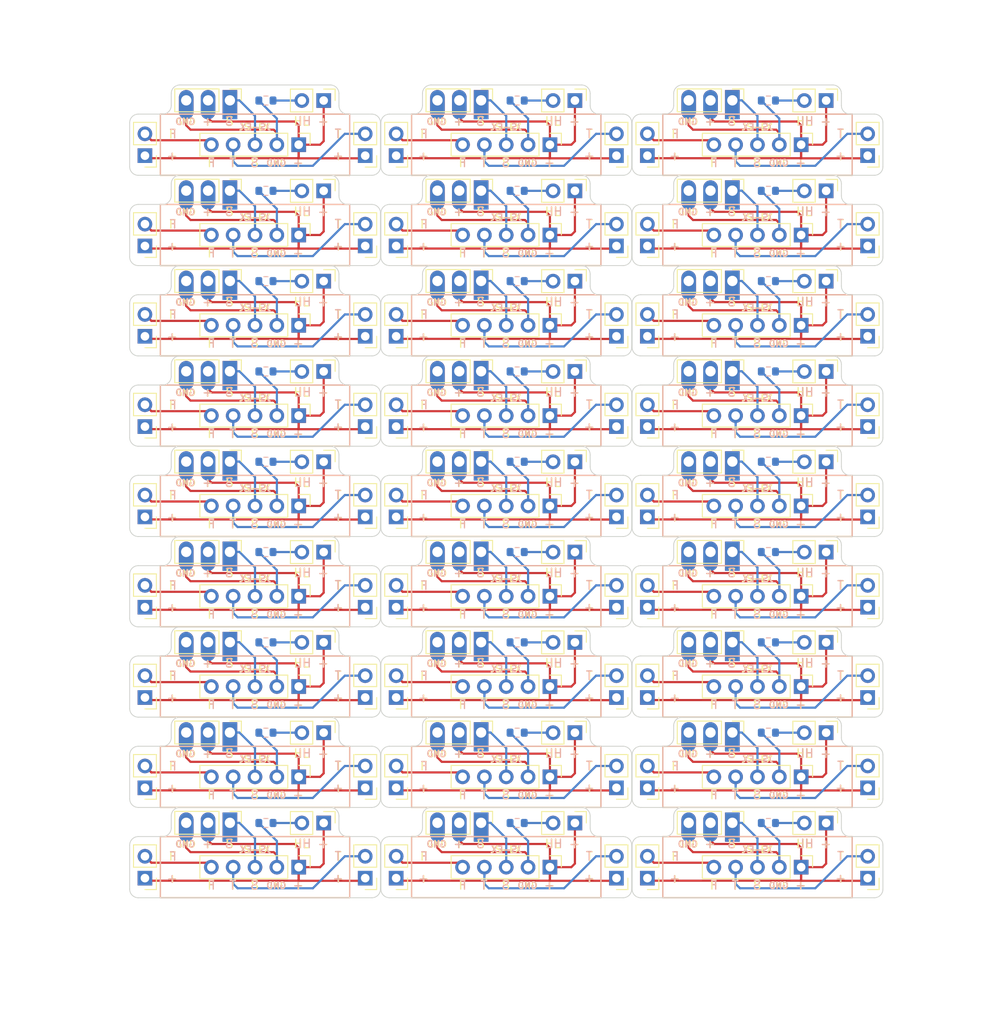
<source format=kicad_pcb>
(kicad_pcb (version 20221018) (generator pcbnew)
  (layers (0 "F.Cu" jumper) (31 "B.Cu" signal) (34 "B.Paste" user) (35 "F.Paste" user) (36 "B.SilkS" user "B.Silkscreen") (37 "F.SilkS" user "F.Silkscreen") (38 "B.Mask" user) (39 "F.Mask" user) (44 "Edge.Cuts" user))
  (net 0 "")
  (net 1 "/S")
  (net 2 "+3.3V")
  (net 3 "GND")
  (net 4 "/HL")
  (net 5 "/F")
  (net 6 "/T")
  (footprint "Connector_PinHeader_2.54mm:PinHeader_1x03_P2.54mm_Vertical" (layer "F.Cu") (at 87.561429 80.964 -90)
    (fp_text reference "J1" hide)
    (fp_text value "Conn_01x03")
  )
  (footprint "Connector_PinHeader_2.54mm:PinHeader_1x02_P2.54mm_Vertical" (layer "F.Cu") (at 132.52 97.895 180)
    (fp_text reference "J4" hide)
    (fp_text value "Conn_01x02")
  )
  (footprint "Connector_PinHeader_2.54mm:PinHeader_1x02_P2.54mm_Vertical" (layer "F.Cu") (at 106.9 76.895 180)
    (fp_text reference "J3" hide)
    (fp_text value "Conn_01x02")
  )
  (footprint "Connector_PinHeader_2.54mm:PinHeader_1x02_P2.54mm_Vertical" (layer "F.Cu") (at 98.468572 112.484 -90)
    (fp_text reference "J2" hide)
    (fp_text value "Conn_01x02")
  )
  (footprint "Connector_PinHeader_2.54mm:PinHeader_1x02_P2.54mm_Vertical" (layer "F.Cu") (at 98.468572 38.984 -90)
    (fp_text reference "J2" hide)
    (fp_text value "Conn_01x02")
  )
  (footprint "Connector_PinHeader_2.54mm:PinHeader_1x02_P2.54mm_Vertical" (layer "F.Cu") (at 127.688572 80.984 -90)
    (fp_text reference "J2" hide)
    (fp_text value "Conn_01x02")
  )
  (footprint "Connector_PinHeader_2.54mm:PinHeader_1x05_P2.54mm_Vertical" (layer "F.Cu") (at 95.5625 117.62 -90)
    (fp_text reference "JSB1" hide)
    (fp_text value "Conn_01x05")
  )
  (footprint "Connector_PinHeader_2.54mm:PinHeader_1x02_P2.54mm_Vertical" (layer "F.Cu") (at 103.3 97.895 180)
    (fp_text reference "J4" hide)
    (fp_text value "Conn_01x02")
  )
  (footprint "Connector_PinHeader_2.54mm:PinHeader_1x02_P2.54mm_Vertical" (layer "F.Cu") (at 98.468572 122.984 -90)
    (fp_text reference "J2" hide)
    (fp_text value "Conn_01x02")
  )
  (footprint "Connector_PinHeader_2.54mm:PinHeader_1x02_P2.54mm_Vertical" (layer "F.Cu") (at 77.68 108.395 180)
    (fp_text reference "J3" hide)
    (fp_text value "Conn_01x02")
  )
  (footprint "Connector_PinHeader_2.54mm:PinHeader_1x03_P2.54mm_Vertical" (layer "F.Cu") (at 87.561429 49.464 -90)
    (fp_text reference "J1" hide)
    (fp_text value "Conn_01x03")
  )
  (footprint "Connector_PinHeader_2.54mm:PinHeader_1x02_P2.54mm_Vertical" (layer "F.Cu") (at 77.68 55.895 180)
    (fp_text reference "J3" hide)
    (fp_text value "Conn_01x02")
  )
  (footprint "Connector_PinHeader_2.54mm:PinHeader_1x05_P2.54mm_Vertical" (layer "F.Cu") (at 66.3425 65.12 -90)
    (fp_text reference "JSB1" hide)
    (fp_text value "Conn_01x05")
  )
  (footprint "Connector_PinHeader_2.54mm:PinHeader_1x02_P2.54mm_Vertical" (layer "F.Cu") (at 74.08 76.895 180)
    (fp_text reference "J4" hide)
    (fp_text value "Conn_01x02")
  )
  (footprint "Connector_PinHeader_2.54mm:PinHeader_1x02_P2.54mm_Vertical" (layer "F.Cu") (at 69.248572 49.484 -90)
    (fp_text reference "J2" hide)
    (fp_text value "Conn_01x02")
  )
  (footprint "Connector_PinHeader_2.54mm:PinHeader_1x05_P2.54mm_Vertical" (layer "F.Cu") (at 95.5625 65.12 -90)
    (fp_text reference "JSB1" hide)
    (fp_text value "Conn_01x05")
  )
  (footprint "Connector_PinHeader_2.54mm:PinHeader_1x03_P2.54mm_Vertical" (layer "F.Cu") (at 87.561429 91.464 -90)
    (fp_text reference "J1" hide)
    (fp_text value "Conn_01x03")
  )
  (footprint "Connector_PinHeader_2.54mm:PinHeader_1x02_P2.54mm_Vertical" (layer "F.Cu") (at 48.46 108.395 180)
    (fp_text reference "J3" hide)
    (fp_text value "Conn_01x02")
  )
  (footprint "Connector_PinHeader_2.54mm:PinHeader_1x02_P2.54mm_Vertical" (layer "F.Cu") (at 77.68 129.395 180)
    (fp_text reference "J3" hide)
    (fp_text value "Conn_01x02")
  )
  (footprint "Connector_PinHeader_2.54mm:PinHeader_1x05_P2.54mm_Vertical" (layer "F.Cu") (at 66.3425 96.62 -90)
    (fp_text reference "JSB1" hide)
    (fp_text value "Conn_01x05")
  )
  (footprint "Connector_PinHeader_2.54mm:PinHeader_1x02_P2.54mm_Vertical" (layer "F.Cu") (at 48.46 55.895 180)
    (fp_text reference "J3" hide)
    (fp_text value "Conn_01x02")
  )
  (footprint "Connector_PinHeader_2.54mm:PinHeader_1x03_P2.54mm_Vertical" (layer "F.Cu") (at 116.781429 101.964 -90)
    (fp_text reference "J1" hide)
    (fp_text value "Conn_01x03")
  )
  (footprint "Connector_PinHeader_2.54mm:PinHeader_1x05_P2.54mm_Vertical" (layer "F.Cu") (at 124.7825 54.62 -90)
    (fp_text reference "JSB1" hide)
    (fp_text value "Conn_01x05")
  )
  (footprint "Connector_PinHeader_2.54mm:PinHeader_1x05_P2.54mm_Vertical" (layer "F.Cu") (at 95.5625 86.12 -90)
    (fp_text reference "JSB1" hide)
    (fp_text value "Conn_01x05")
  )
  (footprint "Connector_PinHeader_2.54mm:PinHeader_1x02_P2.54mm_Vertical" (layer "F.Cu") (at 69.248572 80.984 -90)
    (fp_text reference "J2" hide)
    (fp_text value "Conn_01x02")
  )
  (footprint "Connector_PinHeader_2.54mm:PinHeader_1x05_P2.54mm_Vertical" (layer "F.Cu") (at 66.3425 54.62 -90)
    (fp_text reference "JSB1" hide)
    (fp_text value "Conn_01x05")
  )
  (footprint "Connector_PinHeader_2.54mm:PinHeader_1x02_P2.54mm_Vertical" (layer "F.Cu") (at 127.688572 112.484 -90)
    (fp_text reference "J2" hide)
    (fp_text value "Conn_01x02")
  )
  (footprint "Connector_PinHeader_2.54mm:PinHeader_1x02_P2.54mm_Vertical" (layer "F.Cu") (at 106.9 97.895 180)
    (fp_text reference "J3" hide)
    (fp_text value "Conn_01x02")
  )
  (footprint "Connector_PinHeader_2.54mm:PinHeader_1x02_P2.54mm_Vertical" (layer "F.Cu") (at 103.3 76.895 180)
    (fp_text reference "J4" hide)
    (fp_text value "Conn_01x02")
  )
  (footprint "Connector_PinHeader_2.54mm:PinHeader_1x05_P2.54mm_Vertical" (layer "F.Cu") (at 124.7825 117.62 -90)
    (fp_text reference "JSB1" hide)
    (fp_text value "Conn_01x05")
  )
  (footprint "Connector_PinHeader_2.54mm:PinHeader_1x05_P2.54mm_Vertical" (layer "F.Cu") (at 124.7825 65.12 -90)
    (fp_text reference "JSB1" hide)
    (fp_text value "Conn_01x05")
  )
  (footprint "Connector_PinHeader_2.54mm:PinHeader_1x03_P2.54mm_Vertical" (layer "F.Cu") (at 58.341429 122.964 -90)
    (fp_text reference "J1" hide)
    (fp_text value "Conn_01x03")
  )
  (footprint "Connector_PinHeader_2.54mm:PinHeader_1x03_P2.54mm_Vertical" (layer "F.Cu") (at 58.341429 101.964 -90)
    (fp_text reference "J1" hide)
    (fp_text value "Conn_01x03")
  )
  (footprint "Connector_PinHeader_2.54mm:PinHeader_1x05_P2.54mm_Vertical" (layer "F.Cu") (at 124.7825 44.12 -90)
    (fp_text reference "JSB1" hide)
    (fp_text value "Conn_01x05")
  )
  (footprint "Connector_PinHeader_2.54mm:PinHeader_1x02_P2.54mm_Vertical" (layer "F.Cu") (at 74.08 45.395 180)
    (fp_text reference "J4" hide)
    (fp_text value "Conn_01x02")
  )
  (footprint "Connector_PinHeader_2.54mm:PinHeader_1x02_P2.54mm_Vertical" (layer "F.Cu") (at 77.68 66.395 180)
    (fp_text reference "J3" hide)
    (fp_text value "Conn_01x02")
  )
  (footprint "Connector_PinHeader_2.54mm:PinHeader_1x02_P2.54mm_Vertical" (layer "F.Cu") (at 106.9 55.895 180)
    (fp_text reference "J3" hide)
    (fp_text value "Conn_01x02")
  )
  (footprint "Connector_PinHeader_2.54mm:PinHeader_1x02_P2.54mm_Vertical" (layer "F.Cu") (at 74.08 118.895 180)
    (fp_text reference "J4" hide)
    (fp_text value "Conn_01x02")
  )
  (footprint "Connector_PinHeader_2.54mm:PinHeader_1x02_P2.54mm_Vertical" (layer "F.Cu") (at 48.46 118.895 180)
    (fp_text reference "J3" hide)
    (fp_text value "Conn_01x02")
  )
  (footprint "Connector_PinHeader_2.54mm:PinHeader_1x02_P2.54mm_Vertical" (layer "F.Cu") (at 69.248572 101.984 -90)
    (fp_text reference "J2" hide)
    (fp_text value "Conn_01x02")
  )
  (footprint "Connector_PinHeader_2.54mm:PinHeader_1x02_P2.54mm_Vertical" (layer "F.Cu") (at 103.3 66.395 180)
    (fp_text reference "J4" hide)
    (fp_text value "Conn_01x02")
  )
  (footprint "Connector_PinHeader_2.54mm:PinHeader_1x05_P2.54mm_Vertical" (layer "F.Cu") (at 66.3425 44.12 -90)
    (fp_text reference "JSB1" hide)
    (fp_text value "Conn_01x05")
  )
  (footprint "Connector_PinHeader_2.54mm:PinHeader_1x02_P2.54mm_Vertical" (layer "F.Cu") (at 77.68 97.895 180)
    (fp_text reference "J3" hide)
    (fp_text value "Conn_01x02")
  )
  (footprint "Connector_PinHeader_2.54mm:PinHeader_1x02_P2.54mm_Vertical" (layer "F.Cu") (at 48.46 76.895 180)
    (fp_text reference "J3" hide)
    (fp_text value "Conn_01x02")
  )
  (footprint "Connector_PinHeader_2.54mm:PinHeader_1x03_P2.54mm_Vertical" (layer "F.Cu") (at 116.781429 38.964 -90)
    (fp_text reference "J1" hide)
    (fp_text value "Conn_01x03")
  )
  (footprint "Connector_PinHeader_2.54mm:PinHeader_1x03_P2.54mm_Vertical" (layer "F.Cu") (at 87.561429 70.464 -90)
    (fp_text reference "J1" hide)
    (fp_text value "Conn_01x03")
  )
  (footprint "Connector_PinHeader_2.54mm:PinHeader_1x02_P2.54mm_Vertical" (layer "F.Cu") (at 69.248572 70.484 -90)
    (fp_text reference "J2" hide)
    (fp_text value "Conn_01x02")
  )
  (footprint "Connector_PinHeader_2.54mm:PinHeader_1x02_P2.54mm_Vertical" (layer "F.Cu") (at 98.468572 59.984 -90)
    (fp_text reference "J2" hide)
    (fp_text value "Conn_01x02")
  )
  (footprint "Connector_PinHeader_2.54mm:PinHeader_1x02_P2.54mm_Vertical" (layer "F.Cu") (at 132.52 76.895 180)
    (fp_text reference "J4" hide)
    (fp_text value "Conn_01x02")
  )
  (footprint "Connector_PinHeader_2.54mm:PinHeader_1x02_P2.54mm_Vertical" (layer "F.Cu") (at 106.9 108.395 180)
    (fp_text reference "J3" hide)
    (fp_text value "Conn_01x02")
  )
  (footprint "Connector_PinHeader_2.54mm:PinHeader_1x03_P2.54mm_Vertical" (layer "F.Cu") (at 87.561429 112.464 -90)
    (fp_text reference "J1" hide)
    (fp_text value "Conn_01x03")
  )
  (footprint "Connector_PinHeader_2.54mm:PinHeader_1x03_P2.54mm_Vertical" (layer "F.Cu") (at 58.341429 91.464 -90)
    (fp_text reference "J1" hide)
    (fp_text value "Conn_01x03")
  )
  (footprint "Connector_PinHeader_2.54mm:PinHeader_1x05_P2.54mm_Vertical" (layer "F.Cu") (at 124.7825 128.12 -90)
    (fp_text reference "JSB1" hide)
    (fp_text value "Conn_01x05")
  )
  (footprint "Connector_PinHeader_2.54mm:PinHeader_1x03_P2.54mm_Vertical" (layer "F.Cu") (at 116.781429 91.464 -90)
    (fp_text reference "J1" hide)
    (fp_text value "Conn_01x03")
  )
  (footprint "Connector_PinHeader_2.54mm:PinHeader_1x02_P2.54mm_Vertical" (layer "F.Cu") (at 74.08 87.395 180)
    (fp_text reference "J4" hide)
    (fp_text value "Conn_01x02")
  )
  (footprint "Connector_PinHeader_2.54mm:PinHeader_1x02_P2.54mm_Vertical" (layer "F.Cu") (at 132.52 87.395 180)
    (fp_text reference "J4" hide)
    (fp_text value "Conn_01x02")
  )
  (footprint "Connector_PinHeader_2.54mm:PinHeader_1x02_P2.54mm_Vertical" (layer "F.Cu") (at 48.46 87.395 180)
    (fp_text reference "J3" hide)
    (fp_text value "Conn_01x02")
  )
  (footprint "Connector_PinHeader_2.54mm:PinHeader_1x02_P2.54mm_Vertical" (layer "F.Cu") (at 103.3 108.395 180)
    (fp_text reference "J4" hide)
    (fp_text value "Conn_01x02")
  )
  (footprint "Connector_PinHeader_2.54mm:PinHeader_1x02_P2.54mm_Vertical" (layer "F.Cu") (at 77.68 87.395 180)
    (fp_text reference "J3" hide)
    (fp_text value "Conn_01x02")
  )
  (footprint "Connector_PinHeader_2.54mm:PinHeader_1x02_P2.54mm_Vertical" (layer "F.Cu") (at 77.68 76.895 180)
    (fp_text reference "J3" hide)
    (fp_text value "Conn_01x02")
  )
  (footprint "Connector_PinHeader_2.54mm:PinHeader_1x02_P2.54mm_Vertical" (layer "F.Cu") (at 103.3 55.895 180)
    (fp_text reference "J4" hide)
    (fp_text value "Conn_01x02")
  )
  (footprint "Connector_PinHeader_2.54mm:PinHeader_1x03_P2.54mm_Vertical" (layer "F.Cu") (at 58.341429 38.964 -90)
    (fp_text reference "J1" hide)
    (fp_text value "Conn_01x03")
  )
  (footprint "Connector_PinHeader_2.54mm:PinHeader_1x02_P2.54mm_Vertical" (layer "F.Cu") (at 132.52 108.395 180)
    (fp_text reference "J4" hide)
    (fp_text value "Conn_01x02")
  )
  (footprint "Connector_PinHeader_2.54mm:PinHeader_1x03_P2.54mm_Vertical" (layer "F.Cu") (at 87.561429 59.964 -90)
    (fp_text reference "J1" hide)
    (fp_text value "Conn_01x03")
  )
  (footprint "Connector_PinHeader_2.54mm:PinHeader_1x03_P2.54mm_Vertical" (layer "F.Cu") (at 58.341429 70.464 -90)
    (fp_text reference "J1" hide)
    (fp_text value "Conn_01x03")
  )
  (footprint "Connector_PinHeader_2.54mm:PinHeader_1x02_P2.54mm_Vertical" (layer "F.Cu") (at 127.688572 49.484 -90)
    (fp_text reference "J2" hide)
    (fp_text value "Conn_01x02")
  )
  (footprint "Connector_PinHeader_2.54mm:PinHeader_1x03_P2.54mm_Vertical" (layer "F.Cu") (at 116.781429 80.964 -90)
    (fp_text reference "J1" hide)
    (fp_text value "Conn_01x03")
  )
  (footprint "Connector_PinHeader_2.54mm:PinHeader_1x03_P2.54mm_Vertical" (layer "F.Cu") (at 116.781429 70.464 -90)
    (fp_text reference "J1" hide)
    (fp_text value "Conn_01x03")
  )
  (footprint "Connector_PinHeader_2.54mm:PinHeader_1x02_P2.54mm_Vertical" (layer "F.Cu") (at 77.68 45.395 180)
    (fp_text reference "J3" hide)
    (fp_text value "Conn_01x02")
  )
  (footprint "Connector_PinHeader_2.54mm:PinHeader_1x02_P2.54mm_Vertical" (layer "F.Cu") (at 48.46 45.395 180)
    (fp_text reference "J3" hide)
    (fp_text value "Conn_01x02")
  )
  (footprint "Connector_PinHeader_2.54mm:PinHeader_1x02_P2.54mm_Vertical" (layer "F.Cu") (at 127.688572 91.484 -90)
    (fp_text reference "J2" hide)
    (fp_text value "Conn_01x02")
  )
  (footprint "Connector_PinHeader_2.54mm:PinHeader_1x02_P2.54mm_Vertical" (layer "F.Cu") (at 132.52 66.395 180)
    (fp_text reference "J4" hide)
    (fp_text value "Conn_01x02")
  )
  (footprint "Connector_PinHeader_2.54mm:PinHeader_1x02_P2.54mm_Vertical" (layer "F.Cu") (at 103.3 45.395 180)
    (fp_text reference "J4" hide)
    (fp_text value "Conn_01x02")
  )
  (footprint "Connector_PinHeader_2.54mm:PinHeader_1x05_P2.54mm_Vertical" (layer "F.Cu") (at 66.3425 86.12 -90)
    (fp_text reference "JSB1" hide)
    (fp_text value "Conn_01x05")
  )
  (footprint "Connector_PinHeader_2.54mm:PinHeader_1x02_P2.54mm_Vertical" (layer "F.Cu") (at 106.9 87.395 180)
    (fp_text reference "J3" hide)
    (fp_text value "Conn_01x02")
  )
  (footprint "Connector_PinHeader_2.54mm:PinHeader_1x02_P2.54mm_Vertical" (layer "F.Cu") (at 77.68 118.895 180)
    (fp_text reference "J3" hide)
    (fp_text value "Conn_01x02")
  )
  (footprint "Connector_PinHeader_2.54mm:PinHeader_1x02_P2.54mm_Vertical" (layer "F.Cu") (at 98.468572 80.984 -90)
    (fp_text reference "J2" hide)
    (fp_text value "Conn_01x02")
  )
  (footprint "Connector_PinHeader_2.54mm:PinHeader_1x02_P2.54mm_Vertical" (layer "F.Cu") (at 74.08 66.395 180)
    (fp_text reference "J4" hide)
    (fp_text value "Conn_01x02")
  )
  (footprint "Connector_PinHeader_2.54mm:PinHeader_1x03_P2.54mm_Vertical" (layer "F.Cu") (at 87.561429 122.964 -90)
    (fp_text reference "J1" hide)
    (fp_text value "Conn_01x03")
  )
  (footprint "Connector_PinHeader_2.54mm:PinHeader_1x05_P2.54mm_Vertical" (layer "F.Cu") (at 95.5625 96.62 -90)
    (fp_text reference "JSB1" hide)
    (fp_text value "Conn_01x05")
  )
  (footprint "Connector_PinHeader_2.54mm:PinHeader_1x02_P2.54mm_Vertical" (layer "F.Cu") (at 98.468572 91.484 -90)
    (fp_text reference "J2" hide)
    (fp_text value "Conn_01x02")
  )
  (footprint "Connector_PinHeader_2.54mm:PinHeader_1x03_P2.54mm_Vertical" (layer "F.Cu") (at 58.341429 112.464 -90)
    (fp_text reference "J1" hide)
    (fp_text value "Conn_01x03")
  )
  (footprint "Connector_PinHeader_2.54mm:PinHeader_1x03_P2.54mm_Vertical" (layer "F.Cu") (at 116.781429 59.964 -90)
    (fp_text reference "J1" hide)
    (fp_text value "Conn_01x03")
  )
  (footprint "Connector_PinHeader_2.54mm:PinHeader_1x02_P2.54mm_Vertical" (layer "F.Cu") (at 69.248572 112.484 -90)
    (fp_text reference "J2" hide)
    (fp_text value "Conn_01x02")
  )
  (footprint "Connector_PinHeader_2.54mm:PinHeader_1x03_P2.54mm_Vertical" (layer "F.Cu") (at 116.781429 112.464 -90)
    (fp_text reference "J1" hide)
    (fp_text value "Conn_01x03")
  )
  (footprint "Connector_PinHeader_2.54mm:PinHeader_1x03_P2.54mm_Vertical" (layer "F.Cu") (at 58.341429 49.464 -90)
    (fp_text reference "J1" hide)
    (fp_text value "Conn_01x03")
  )
  (footprint "Connector_PinHeader_2.54mm:PinHeader_1x03_P2.54mm_Vertical" (layer "F.Cu") (at 116.781429 122.964 -90)
    (fp_text reference "J1" hide)
    (fp_text value "Conn_01x03")
  )
  (footprint "Connector_PinHeader_2.54mm:PinHeader_1x05_P2.54mm_Vertical" (layer "F.Cu") (at 95.5625 54.62 -90)
    (fp_text reference "JSB1" hide)
    (fp_text value "Conn_01x05")
  )
  (footprint "Connector_PinHeader_2.54mm:PinHeader_1x05_P2.54mm_Vertical" (layer "F.Cu") (at 95.5625 107.12 -90)
    (fp_text reference "JSB1" hide)
    (fp_text value "Conn_01x05")
  )
  (footprint "Connector_PinHeader_2.54mm:PinHeader_1x02_P2.54mm_Vertical" (layer "F.Cu") (at 69.248572 91.484 -90)
    (fp_text reference "J2" hide)
    (fp_text value "Conn_01x02")
  )
  (footprint "Connector_PinHeader_2.54mm:PinHeader_1x02_P2.54mm_Vertical" (layer "F.Cu") (at 103.3 129.395 180)
    (fp_text reference "J4" hide)
    (fp_text value "Conn_01x02")
  )
  (footprint "Connector_PinHeader_2.54mm:PinHeader_1x02_P2.54mm_Vertical" (layer "F.Cu") (at 132.52 45.395 180)
    (fp_text reference "J4" hide)
    (fp_text value "Conn_01x02")
  )
  (footprint "Connector_PinHeader_2.54mm:PinHeader_1x05_P2.54mm_Vertical" (layer "F.Cu") (at 124.7825 75.62 -90)
    (fp_text reference "JSB1" hide)
    (fp_text value "Conn_01x05")
  )
  (footprint "Connector_PinHeader_2.54mm:PinHeader_1x03_P2.54mm_Vertical" (layer "F.Cu") (at 58.341429 59.964 -90)
    (fp_text reference "J1" hide)
    (fp_text value "Conn_01x03")
  )
  (footprint "Connector_PinHeader_2.54mm:PinHeader_1x02_P2.54mm_Vertical" (layer "F.Cu") (at 98.468572 101.984 -90)
    (fp_text reference "J2" hide)
    (fp_text value "Conn_01x02")
  )
  (footprint "Connector_PinHeader_2.54mm:PinHeader_1x02_P2.54mm_Vertical" (layer "F.Cu") (at 74.08 108.395 180)
    (fp_text reference "J4" hide)
    (fp_text value "Conn_01x02")
  )
  (footprint "Connector_PinHeader_2.54mm:PinHeader_1x02_P2.54mm_Vertical" (layer "F.Cu") (at 74.08 97.895 180)
    (fp_text reference "J4" hide)
    (fp_text value "Conn_01x02")
  )
  (footprint "Connector_PinHeader_2.54mm:PinHeader_1x05_P2.54mm_Vertical" (layer "F.Cu") (at 95.5625 75.62 -90)
    (fp_text reference "JSB1" hide)
    (fp_text value "Conn_01x05")
  )
  (footprint "Connector_PinHeader_2.54mm:PinHeader_1x03_P2.54mm_Vertical" (layer "F.Cu") (at 87.561429 38.964 -90)
    (fp_text reference "J1" hide)
    (fp_text value "Conn_01x03")
  )
  (footprint "Connector_PinHeader_2.54mm:PinHeader_1x02_P2.54mm_Vertical" (layer "F.Cu") (at 69.248572 59.984 -90)
    (fp_text reference "J2" hide)
    (fp_text value "Conn_01x02")
  )
  (footprint "Connector_PinHeader_2.54mm:PinHeader_1x05_P2.54mm_Vertical" (layer "F.Cu") (at 66.3425 117.62 -90)
    (fp_text reference "JSB1" hide)
    (fp_text value "Conn_01x05")
  )
  (footprint "Connector_PinHeader_2.54mm:PinHeader_1x02_P2.54mm_Vertical" (layer "F.Cu") (at 69.248572 122.984 -90)
    (fp_text reference "J2" hide)
    (fp_text value "Conn_01x02")
  )
  (footprint "Connector_PinHeader_2.54mm:PinHeader_1x02_P2.54mm_Vertical" (layer "F.Cu") (at 98.468572 49.484 -90)
    (fp_text reference "J2" hide)
    (fp_text value "Conn_01x02")
  )
  (footprint "Connector_PinHeader_2.54mm:PinHeader_1x02_P2.54mm_Vertical" (layer "F.Cu") (at 48.46 66.395 180)
    (fp_text reference "J3" hide)
    (fp_text value "Conn_01x02")
  )
  (footprint "Connector_PinHeader_2.54mm:PinHeader_1x02_P2.54mm_Vertical" (layer "F.Cu") (at 106.9 129.395 180)
    (fp_text reference "J3" hide)
    (fp_text value "Conn_01x02")
  )
  (footprint "Connector_PinHeader_2.54mm:PinHeader_1x02_P2.54mm_Vertical" (layer "F.Cu") (at 127.688572 70.484 -90)
    (fp_text reference "J2" hide)
    (fp_text value "Conn_01x02")
  )
  (footprint "Connector_PinHeader_2.54mm:PinHeader_1x05_P2.54mm_Vertical" (layer "F.Cu") (at 66.3425 107.12 -90)
    (fp_text reference "JSB1" hide)
    (fp_text value "Conn_01x05")
  )
  (footprint "Connector_PinHeader_2.54mm:PinHeader_1x05_P2.54mm_Vertical" (layer "F.Cu") (at 66.3425 75.62 -90)
    (fp_text reference "JSB1" hide)
    (fp_text value "Conn_01x05")
  )
  (footprint "Connector_PinHeader_2.54mm:PinHeader_1x02_P2.54mm_Vertical" (layer "F.Cu") (at 106.9 66.395 180)
    (fp_text reference "J3" hide)
    (fp_text value "Conn_01x02")
  )
  (footprint "Connector_PinHeader_2.54mm:PinHeader_1x02_P2.54mm_Vertical" (layer "F.Cu") (at 48.46 97.895 180)
    (fp_text reference "J3" hide)
    (fp_text value "Conn_01x02")
  )
  (footprint "Connector_PinHeader_2.54mm:PinHeader_1x03_P2.54mm_Vertical" (layer "F.Cu") (at 58.341429 80.964 -90)
    (fp_text reference "J1" hide)
    (fp_text value "Conn_01x03")
  )
  (footprint "Connector_PinHeader_2.54mm:PinHeader_1x02_P2.54mm_Vertical" (layer "F.Cu") (at 127.688572 59.984 -90)
    (fp_text reference "J2" hide)
    (fp_text value "Conn_01x02")
  )
  (footprint "Connector_PinHeader_2.54mm:PinHeader_1x02_P2.54mm_Vertical" (layer "F.Cu") (at 74.08 129.395 180)
    (fp_text reference "J4" hide)
    (fp_text value "Conn_01x02")
  )
  (footprint "Connector_PinHeader_2.54mm:PinHeader_1x05_P2.54mm_Vertical" (layer "F.Cu") (at 95.5625 128.12 -90)
    (fp_text reference "JSB1" hide)
    (fp_text value "Conn_01x05")
  )
  (footprint "Connector_PinHeader_2.54mm:PinHeader_1x02_P2.54mm_Vertical" (layer "F.Cu") (at 103.3 87.395 180)
    (fp_text reference "J4" hide)
    (fp_text value "Conn_01x02")
  )
  (footprint "Connector_PinHeader_2.54mm:PinHeader_1x02_P2.54mm_Vertical" (layer "F.Cu") (at 69.248572 38.984 -90)
    (fp_text reference "J2" hide)
    (fp_text value "Conn_01x02")
  )
  (footprint "Connector_PinHeader_2.54mm:PinHeader_1x03_P2.54mm_Vertical" (layer "F.Cu") (at 116.781429 49.464 -90)
    (fp_text reference "J1" hide)
    (fp_text value "Conn_01x03")
  )
  (footprint "Connector_PinHeader_2.54mm:PinHeader_1x02_P2.54mm_Vertical" (layer "F.Cu") (at 103.3 118.895 180)
    (fp_text reference "J4" hide)
    (fp_text value "Conn_01x02")
  )
  (footprint "Connector_PinHeader_2.54mm:PinHeader_1x02_P2.54mm_Vertical" (layer "F.Cu") (at 132.52 129.395 180)
    (fp_text reference "J4" hide)
    (fp_text value "Conn_01x02")
  )
  (footprint "Connector_PinHeader_2.54mm:PinHeader_1x02_P2.54mm_Vertical" (layer "F.Cu") (at 132.52 118.895 180)
    (fp_text reference "J4" hide)
    (fp_text value "Conn_01x02")
  )
  (footprint "Connector_PinHeader_2.54mm:PinHeader_1x02_P2.54mm_Vertical" (layer "F.Cu") (at 127.688572 101.984 -90)
    (fp_text reference "J2" hide)
    (fp_text value "Conn_01x02")
  )
  (footprint "Connector_PinHeader_2.54mm:PinHeader_1x02_P2.54mm_Vertical" (layer "F.Cu") (at 48.46 129.395 180)
    (fp_text reference "J3" hide)
    (fp_text value "Conn_01x02")
  )
  (footprint "Connector_PinHeader_2.54mm:PinHeader_1x05_P2.54mm_Vertical" (layer "F.Cu") (at 124.7825 96.62 -90)
    (fp_text reference "JSB1" hide)
    (fp_text value "Conn_01x05")
  )
  (footprint "Connector_PinHeader_2.54mm:PinHeader_1x02_P2.54mm_Vertical" (layer "F.Cu") (at 132.52 55.895 180)
    (fp_text reference "J4" hide)
    (fp_text value "Conn_01x02")
  )
  (footprint "Connector_PinHeader_2.54mm:PinHeader_1x02_P2.54mm_Vertical" (layer "F.Cu") (at 106.9 118.895 180)
    (fp_text reference "J3" hide)
    (fp_text value "Conn_01x02")
  )
  (footprint "Connector_PinHeader_2.54mm:PinHeader_1x05_P2.54mm_Vertical" (layer "F.Cu") (at 124.7825 86.12 -90)
    (fp_text reference "JSB1" hide)
    (fp_text value "Conn_01x05")
  )
  (footprint "Connector_PinHeader_2.54mm:PinHeader_1x02_P2.54mm_Vertical" (layer "F.Cu") (at 98.468572 70.484 -90)
    (fp_text reference "J2" hide)
    (fp_text value "Conn_01x02")
  )
  (footprint "Connector_PinHeader_2.54mm:PinHeader_1x02_P2.54mm_Vertical" (layer "F.Cu") (at 106.9 45.395 180)
    (fp_text reference "J3" hide)
    (fp_text value "Conn_01x02")
  )
  (footprint "Connector_PinHeader_2.54mm:PinHeader_1x02_P2.54mm_Vertical" (layer "F.Cu") (at 127.688572 38.984 -90)
    (fp_text reference "J2" hide)
    (fp_text value "Conn_01x02")
  )
  (footprint "Connector_PinHeader_2.54mm:PinHeader_1x03_P2.54mm_Vertical" (layer "F.Cu") (at 87.561429 101.964 -90)
    (fp_text reference "J1" hide)
    (fp_text value "Conn_01x03")
  )
  (footprint "Connector_PinHeader_2.54mm:PinHeader_1x02_P2.54mm_Vertical" (layer "F.Cu") (at 74.08 55.895 180)
    (fp_text reference "J4" hide)
    (fp_text value "Conn_01x02")
  )
  (footprint "Connector_PinHeader_2.54mm:PinHeader_1x05_P2.54mm_Vertical" (layer "F.Cu") (at 95.5625 44.12 -90)
    (fp_text reference "JSB1" hide)
    (fp_text value "Conn_01x05")
  )
  (footprint "Connector_PinHeader_2.54mm:PinHeader_1x05_P2.54mm_Vertical" (layer "F.Cu") (at 124.7825 107.12 -90)
    (fp_text reference "JSB1" hide)
    (fp_text value "Conn_01x05")
  )
  (footprint "Connector_PinHeader_2.54mm:PinHeader_1x05_P2.54mm_Vertical" (layer "F.Cu") (at 66.3425 128.12 -90)
    (fp_text reference "JSB1" hide)
    (fp_text value "Conn_01x05")
  )
  (footprint "Connector_PinHeader_2.54mm:PinHeader_1x02_P2.54mm_Vertical" (layer "F.Cu") (at 127.688572 122.984 -90)
    (fp_text reference "J2" hide)
    (fp_text value "Conn_01x02")
  )
  (footprint "Resistor_SMD:R_0603_1608Metric" (layer "B.Cu") (at 91.751429 112.484 180)
    (fp_text reference "R1" hide)
    (fp_text value "R")
  )
  (footprint "Resistor_SMD:R_0603_1608Metric" (layer "B.Cu") (at 62.531429 59.984 180)
    (fp_text reference "R1" hide)
    (fp_text value "R")
  )
  (footprint "Resistor_SMD:R_0603_1608Metric" (layer "B.Cu") (at 62.531429 122.984 180)
    (fp_text reference "R1" hide)
    (fp_text value "R")
  )
  (footprint "Resistor_SMD:R_0603_1608Metric" (layer "B.Cu") (at 120.971429 49.484 180)
    (fp_text reference "R1" hide)
    (fp_text value "R")
  )
  (footprint "Resistor_SMD:R_0603_1608Metric" (layer "B.Cu") (at 62.531429 70.484 180)
    (fp_text reference "R1" hide)
    (fp_text value "R")
  )
  (footprint "Resistor_SMD:R_0603_1608Metric" (layer "B.Cu") (at 91.751429 38.984 180)
    (fp_text reference "R1" hide)
    (fp_text value "R")
  )
  (footprint "Resistor_SMD:R_0603_1608Metric" (layer "B.Cu") (at 120.971429 101.984 180)
    (fp_text reference "R1" hide)
    (fp_text value "R")
  )
  (footprint "Resistor_SMD:R_0603_1608Metric" (layer "B.Cu") (at 91.751429 70.484 180)
    (fp_text reference "R1" hide)
    (fp_text value "R")
  )
  (footprint "Resistor_SMD:R_0603_1608Metric" (layer "B.Cu") (at 120.971429 112.484 180)
    (fp_text reference "R1" hide)
    (fp_text value "R")
  )
  (footprint "Resistor_SMD:R_0603_1608Metric" (layer "B.Cu") (at 120.971429 59.984 180)
    (fp_text reference "R1" hide)
    (fp_text value "R")
  )
  (footprint "Resistor_SMD:R_0603_1608Metric" (layer "B.Cu") (at 62.531429 49.484 180)
    (fp_text reference "R1" hide)
    (fp_text value "R")
  )
  (footprint "Resistor_SMD:R_0603_1608Metric" (layer "B.Cu") (at 91.751429 59.984 180)
    (fp_text reference "R1" hide)
    (fp_text value "R")
  )
  (footprint "Resistor_SMD:R_0603_1608Metric" (layer "B.Cu") (at 62.531429 101.984 180)
    (fp_text reference "R1" hide)
    (fp_text value "R")
  )
  (footprint "Resistor_SMD:R_0603_1608Metric" (layer "B.Cu") (at 91.751429 122.984 180)
    (fp_text reference "R1" hide)
    (fp_text value "R")
  )
  (footprint "Resistor_SMD:R_0603_1608Metric" (layer "B.Cu") (at 62.531429 112.484 180)
    (fp_text reference "R1" hide)
    (fp_text value "R")
  )
  (footprint "Resistor_SMD:R_0603_1608Metric" (layer "B.Cu") (at 91.751429 80.984 180)
    (fp_text reference "R1" hide)
    (fp_text value "R")
  )
  (footprint "Resistor_SMD:R_0603_1608Metric" (layer "B.Cu") (at 91.751429 101.984 180)
    (fp_text reference "R1" hide)
    (fp_text value "R")
  )
  (footprint "Resistor_SMD:R_0603_1608Metric" (layer "B.Cu") (at 120.971429 70.484 180)
    (fp_text reference "R1" hide)
    (fp_text value "R")
  )
  (footprint "Resistor_SMD:R_0603_1608Metric" (layer "B.Cu") (at 120.971429 122.984 180)
    (fp_text reference "R1" hide)
    (fp_text value "R")
  )
  (footprint "Resistor_SMD:R_0603_1608Metric" (layer "B.Cu") (at 91.751429 49.484 180)
    (fp_text reference "R1" hide)
    (fp_text value "R")
  )
  (footprint "Resistor_SMD:R_0603_1608Metric" (layer "B.Cu") (at 120.971429 91.484 180)
    (fp_text reference "R1" hide)
    (fp_text value "R")
  )
  (footprint "Resistor_SMD:R_0603_1608Metric" (layer "B.Cu") (at 62.531429 91.484 180)
    (fp_text reference "R1" hide)
    (fp_text value "R")
  )
  (footprint "Resistor_SMD:R_0603_1608Metric" (layer "B.Cu") (at 62.531429 38.984 180)
    (fp_text reference "R1" hide)
    (fp_text value "R")
  )
  (footprint "Resistor_SMD:R_0603_1608Metric" (layer "B.Cu") (at 91.751429 91.484 180)
    (fp_text reference "R1" hide)
    (fp_text value "R")
  )
  (footprint "Resistor_SMD:R_0603_1608Metric" (layer "B.Cu") (at 120.971429 80.984 180)
    (fp_text reference "R1" hide)
    (fp_text value "R")
  )
  (footprint "Resistor_SMD:R_0603_1608Metric" (layer "B.Cu") (at 120.971429 38.984 180)
    (fp_text reference "R1" hide)
    (fp_text value "R")
  )
  (footprint "Resistor_SMD:R_0603_1608Metric" (layer "B.Cu") (at 62.531429 80.984 180)
    (fp_text reference "R1" hide)
    (fp_text value "R")
  )
  (gr_line (start 72.2775 61.564) (end 72.2775 68.676) (stroke (width 0.15)) (layer "B.SilkS"))
  (gr_line (start 72.2775 82.564) (end 72.2775 89.676) (stroke (width 0.15)) (layer "B.SilkS"))
  (gr_line (start 130.7175 82.564) (end 130.7175 89.676) (stroke (width 0.15)) (layer "B.SilkS"))
  (gr_line (start 50.2575 124.564) (end 50.2575 131.676) (stroke (width 0.15)) (layer "B.SilkS"))
  (gr_line (start 108.6975 40.564) (end 130.7175 40.564) (stroke (width 0.15)) (layer "B.SilkS"))
  (gr_line (start 79.4775 114.064) (end 101.4975 114.064) (stroke (width 0.15)) (layer "B.SilkS"))
  (gr_line (start 50.2575 51.064) (end 72.2775 51.064) (stroke (width 0.15)) (layer "B.SilkS"))
  (gr_line (start 101.4975 51.064) (end 101.4975 58.176) (stroke (width 0.15)) (layer "B.SilkS"))
  (gr_line (start 50.2575 93.064) (end 50.2575 100.176) (stroke (width 0.15)) (layer "B.SilkS"))
  (gr_line (start 130.7175 124.564) (end 130.7175 131.676) (stroke (width 0.15)) (layer "B.SilkS"))
  (gr_line (start 79.4775 93.064) (end 79.4775 100.176) (stroke (width 0.15)) (layer "B.SilkS"))
  (gr_line (start 50.2575 61.564) (end 50.2575 68.676) (stroke (width 0.15)) (layer "B.SilkS"))
  (gr_line (start 79.4775 114.064) (end 79.4775 121.176) (stroke (width 0.15)) (layer "B.SilkS"))
  (gr_line (start 108.6975 131.676) (end 130.7175 131.676) (stroke (width 0.15)) (layer "B.SilkS"))
  (gr_line (start 130.7175 93.064) (end 130.7175 100.176) (stroke (width 0.15)) (layer "B.SilkS"))
  (gr_line (start 108.6975 89.676) (end 130.7175 89.676) (stroke (width 0.15)) (layer "B.SilkS"))
  (gr_line (start 108.6975 72.064) (end 130.7175 72.064) (stroke (width 0.15)) (layer "B.SilkS"))
  (gr_line (start 79.4775 79.176) (end 101.4975 79.176) (stroke (width 0.15)) (layer "B.SilkS"))
  (gr_line (start 79.4775 121.176) (end 101.4975 121.176) (stroke (width 0.15)) (layer "B.SilkS"))
  (gr_line (start 108.6975 40.564) (end 108.6975 47.676) (stroke (width 0.15)) (layer "B.SilkS"))
  (gr_line (start 50.2575 110.676) (end 72.2775 110.676) (stroke (width 0.15)) (layer "B.SilkS"))
  (gr_line (start 79.4775 51.064) (end 79.4775 58.176) (stroke (width 0.15)) (layer "B.SilkS"))
  (gr_line (start 130.7175 103.564) (end 130.7175 110.676) (stroke (width 0.15)) (layer "B.SilkS"))
  (gr_line (start 50.2575 58.176) (end 72.2775 58.176) (stroke (width 0.15)) (layer "B.SilkS"))
  (gr_line (start 101.4975 103.564) (end 101.4975 110.676) (stroke (width 0.15)) (layer "B.SilkS"))
  (gr_line (start 79.4775 68.676) (end 101.4975 68.676) (stroke (width 0.15)) (layer "B.SilkS"))
  (gr_line (start 50.2575 68.676) (end 72.2775 68.676) (stroke (width 0.15)) (layer "B.SilkS"))
  (gr_line (start 108.6975 93.064) (end 130.7175 93.064) (stroke (width 0.15)) (layer "B.SilkS"))
  (gr_line (start 79.4775 58.176) (end 101.4975 58.176) (stroke (width 0.15)) (layer "B.SilkS"))
  (gr_line (start 108.6975 100.176) (end 130.7175 100.176) (stroke (width 0.15)) (layer "B.SilkS"))
  (gr_line (start 50.2575 61.564) (end 72.2775 61.564) (stroke (width 0.15)) (layer "B.SilkS"))
  (gr_line (start 50.2575 131.676) (end 72.2775 131.676) (stroke (width 0.15)) (layer "B.SilkS"))
  (gr_line (start 50.2575 103.564) (end 50.2575 110.676) (stroke (width 0.15)) (layer "B.SilkS"))
  (gr_line (start 101.4975 82.564) (end 101.4975 89.676) (stroke (width 0.15)) (layer "B.SilkS"))
  (gr_line (start 72.2775 40.564) (end 72.2775 47.676) (stroke (width 0.15)) (layer "B.SilkS"))
  (gr_line (start 130.7175 40.564) (end 130.7175 47.676) (stroke (width 0.15)) (layer "B.SilkS"))
  (gr_line (start 79.4775 82.564) (end 101.4975 82.564) (stroke (width 0.15)) (layer "B.SilkS"))
  (gr_line (start 50.2575 51.064) (end 50.2575 58.176) (stroke (width 0.15)) (layer "B.SilkS"))
  (gr_line (start 101.4975 114.064) (end 101.4975 121.176) (stroke (width 0.15)) (layer "B.SilkS"))
  (gr_line (start 130.7175 51.064) (end 130.7175 58.176) (stroke (width 0.15)) (layer "B.SilkS"))
  (gr_line (start 79.4775 61.564) (end 79.4775 68.676) (stroke (width 0.15)) (layer "B.SilkS"))
  (gr_line (start 130.7175 114.064) (end 130.7175 121.176) (stroke (width 0.15)) (layer "B.SilkS"))
  (gr_line (start 108.6975 58.176) (end 130.7175 58.176) (stroke (width 0.15)) (layer "B.SilkS"))
  (gr_line (start 50.2575 124.564) (end 72.2775 124.564) (stroke (width 0.15)) (layer "B.SilkS"))
  (gr_line (start 79.4775 82.564) (end 79.4775 89.676) (stroke (width 0.15)) (layer "B.SilkS"))
  (gr_line (start 79.4775 103.564) (end 101.4975 103.564) (stroke (width 0.15)) (layer "B.SilkS"))
  (gr_line (start 108.6975 124.564) (end 108.6975 131.676) (stroke (width 0.15)) (layer "B.SilkS"))
  (gr_line (start 50.2575 100.176) (end 72.2775 100.176) (stroke (width 0.15)) (layer "B.SilkS"))
  (gr_line (start 50.2575 82.564) (end 72.2775 82.564) (stroke (width 0.15)) (layer "B.SilkS"))
  (gr_line (start 130.7175 61.564) (end 130.7175 68.676) (stroke (width 0.15)) (layer "B.SilkS"))
  (gr_line (start 101.4975 93.064) (end 101.4975 100.176) (stroke (width 0.15)) (layer "B.SilkS"))
  (gr_line (start 79.4775 61.564) (end 101.4975 61.564) (stroke (width 0.15)) (layer "B.SilkS"))
  (gr_line (start 79.4775 124.564) (end 79.4775 131.676) (stroke (width 0.15)) (layer "B.SilkS"))
  (gr_line (start 72.2775 103.564) (end 72.2775 110.676) (stroke (width 0.15)) (layer "B.SilkS"))
  (gr_line (start 50.2575 72.064) (end 50.2575 79.176) (stroke (width 0.15)) (layer "B.SilkS"))
  (gr_line (start 72.2775 114.064) (end 72.2775 121.176) (stroke (width 0.15)) (layer "B.SilkS"))
  (gr_line (start 72.2775 124.564) (end 72.2775 131.676) (stroke (width 0.15)) (layer "B.SilkS"))
  (gr_line (start 79.4775 40.564) (end 101.4975 40.564) (stroke (width 0.15)) (layer "B.SilkS"))
  (gr_line (start 79.4775 72.064) (end 101.4975 72.064) (stroke (width 0.15)) (layer "B.SilkS"))
  (gr_line (start 101.4975 124.564) (end 101.4975 131.676) (stroke (width 0.15)) (layer "B.SilkS"))
  (gr_line (start 50.2575 79.176) (end 72.2775 79.176) (stroke (width 0.15)) (layer "B.SilkS"))
  (gr_line (start 108.6975 82.564) (end 130.7175 82.564) (stroke (width 0.15)) (layer "B.SilkS"))
  (gr_line (start 108.6975 82.564) (end 108.6975 89.676) (stroke (width 0.15)) (layer "B.SilkS"))
  (gr_line (start 79.4775 93.064) (end 101.4975 93.064) (stroke (width 0.15)) (layer "B.SilkS"))
  (gr_line (start 50.2575 103.564) (end 72.2775 103.564) (stroke (width 0.15)) (layer "B.SilkS"))
  (gr_line (start 130.7175 72.064) (end 130.7175 79.176) (stroke (width 0.15)) (layer "B.SilkS"))
  (gr_line (start 72.2775 51.064) (end 72.2775 58.176) (stroke (width 0.15)) (layer "B.SilkS"))
  (gr_line (start 79.4775 89.676) (end 101.4975 89.676) (stroke (width 0.15)) (layer "B.SilkS"))
  (gr_line (start 108.6975 103.564) (end 108.6975 110.676) (stroke (width 0.15)) (layer "B.SilkS"))
  (gr_line (start 79.4775 40.564) (end 79.4775 47.676) (stroke (width 0.15)) (layer "B.SilkS"))
  (gr_line (start 108.6975 61.564) (end 108.6975 68.676) (stroke (width 0.15)) (layer "B.SilkS"))
  (gr_line (start 50.2575 72.064) (end 72.2775 72.064) (stroke (width 0.15)) (layer "B.SilkS"))
  (gr_line (start 101.4975 61.564) (end 101.4975 68.676) (stroke (width 0.15)) (layer "B.SilkS"))
  (gr_line (start 50.2575 82.564) (end 50.2575 89.676) (stroke (width 0.15)) (layer "B.SilkS"))
  (gr_line (start 108.6975 121.176) (end 130.7175 121.176) (stroke (width 0.15)) (layer "B.SilkS"))
  (gr_line (start 108.6975 61.564) (end 130.7175 61.564) (stroke (width 0.15)) (layer "B.SilkS"))
  (gr_line (start 108.6975 51.064) (end 108.6975 58.176) (stroke (width 0.15)) (layer "B.SilkS"))
  (gr_line (start 79.4775 100.176) (end 101.4975 100.176) (stroke (width 0.15)) (layer "B.SilkS"))
  (gr_line (start 108.6975 114.064) (end 130.7175 114.064) (stroke (width 0.15)) (layer "B.SilkS"))
  (gr_line (start 72.2775 93.064) (end 72.2775 100.176) (stroke (width 0.15)) (layer "B.SilkS"))
  (gr_line (start 79.4775 47.676) (end 101.4975 47.676) (stroke (width 0.15)) (layer "B.SilkS"))
  (gr_line (start 108.6975 72.064) (end 108.6975 79.176) (stroke (width 0.15)) (layer "B.SilkS"))
  (gr_line (start 50.2575 40.564) (end 72.2775 40.564) (stroke (width 0.15)) (layer "B.SilkS"))
  (gr_line (start 108.6975 114.064) (end 108.6975 121.176) (stroke (width 0.15)) (layer "B.SilkS"))
  (gr_line (start 50.2575 89.676) (end 72.2775 89.676) (stroke (width 0.15)) (layer "B.SilkS"))
  (gr_line (start 79.4775 103.564) (end 79.4775 110.676) (stroke (width 0.15)) (layer "B.SilkS"))
  (gr_line (start 50.2575 114.064) (end 72.2775 114.064) (stroke (width 0.15)) (layer "B.SilkS"))
  (gr_line (start 79.4775 72.064) (end 79.4775 79.176) (stroke (width 0.15)) (layer "B.SilkS"))
  (gr_line (start 108.6975 110.676) (end 130.7175 110.676) (stroke (width 0.15)) (layer "B.SilkS"))
  (gr_line (start 108.6975 47.676) (end 130.7175 47.676) (stroke (width 0.15)) (layer "B.SilkS"))
  (gr_line (start 79.4775 124.564) (end 101.4975 124.564) (stroke (width 0.15)) (layer "B.SilkS"))
  (gr_line (start 50.2575 114.064) (end 50.2575 121.176) (stroke (width 0.15)) (layer "B.SilkS"))
  (gr_line (start 79.4775 131.676) (end 101.4975 131.676) (stroke (width 0.15)) (layer "B.SilkS"))
  (gr_line (start 108.6975 68.676) (end 130.7175 68.676) (stroke (width 0.15)) (layer "B.SilkS"))
  (gr_line (start 50.2575 121.176) (end 72.2775 121.176) (stroke (width 0.15)) (layer "B.SilkS"))
  (gr_line (start 108.6975 124.564) (end 130.7175 124.564) (stroke (width 0.15)) (layer "B.SilkS"))
  (gr_line (start 79.4775 51.064) (end 101.4975 51.064) (stroke (width 0.15)) (layer "B.SilkS"))
  (gr_line (start 108.6975 79.176) (end 130.7175 79.176) (stroke (width 0.15)) (layer "B.SilkS"))
  (gr_line (start 50.2575 40.564) (end 50.2575 47.676) (stroke (width 0.15)) (layer "B.SilkS"))
  (gr_line (start 101.4975 40.564) (end 101.4975 47.676) (stroke (width 0.15)) (layer "B.SilkS"))
  (gr_line (start 108.6975 103.564) (end 130.7175 103.564) (stroke (width 0.15)) (layer "B.SilkS"))
  (gr_line (start 50.2575 47.676) (end 72.2775 47.676) (stroke (width 0.15)) (layer "B.SilkS"))
  (gr_line (start 108.6975 51.064) (end 130.7175 51.064) (stroke (width 0.15)) (layer "B.SilkS"))
  (gr_line (start 108.6975 93.064) (end 108.6975 100.176) (stroke (width 0.15)) (layer "B.SilkS"))
  (gr_line (start 72.2775 72.064) (end 72.2775 79.176) (stroke (width 0.15)) (layer "B.SilkS"))
  (gr_line (start 50.2575 93.064) (end 72.2775 93.064) (stroke (width 0.15)) (layer "B.SilkS"))
  (gr_line (start 101.4975 72.064) (end 101.4975 79.176) (stroke (width 0.15)) (layer "B.SilkS"))
  (gr_line (start 79.4775 110.676) (end 101.4975 110.676) (stroke (width 0.15)) (layer "B.SilkS"))
  (gr_line (start 108.6975 79.176) (end 108.6975 72.064) (stroke (width 0.15)) (layer "F.SilkS"))
  (gr_line (start 72.2775 47.676) (end 72.2775 40.564) (stroke (width 0.15)) (layer "F.SilkS"))
  (gr_line (start 72.2775 110.676) (end 72.2775 103.564) (stroke (width 0.15)) (layer "F.SilkS"))
  (gr_line (start 101.4975 58.176) (end 101.4975 51.064) (stroke (width 0.15)) (layer "F.SilkS"))
  (gr_line (start 50.2575 121.176) (end 72.2775 121.176) (stroke (width 0.15)) (layer "F.SilkS"))
  (gr_line (start 108.6975 72.064) (end 130.7175 72.064) (stroke (width 0.15)) (layer "F.SilkS"))
  (gr_line (start 79.4775 47.676) (end 79.4775 40.564) (stroke (width 0.15)) (layer "F.SilkS"))
  (gr_line (start 101.4975 110.676) (end 101.4975 103.564) (stroke (width 0.15)) (layer "F.SilkS"))
  (gr_line (start 108.6975 110.676) (end 108.6975 103.564) (stroke (width 0.15)) (layer "F.SilkS"))
  (gr_line (start 108.6975 47.676) (end 108.6975 40.564) (stroke (width 0.15)) (layer "F.SilkS"))
  (gr_line (start 72.2775 100.176) (end 72.2775 93.064) (stroke (width 0.15)) (layer "F.SilkS"))
  (gr_line (start 50.2575 100.176) (end 50.2575 93.064) (stroke (width 0.15)) (layer "F.SilkS"))
  (gr_line (start 79.4775 131.676) (end 79.4775 124.564) (stroke (width 0.15)) (layer "F.SilkS"))
  (gr_line (start 101.4975 79.176) (end 101.4975 72.064) (stroke (width 0.15)) (layer "F.SilkS"))
  (gr_line (start 108.6975 121.176) (end 130.7175 121.176) (stroke (width 0.15)) (layer "F.SilkS"))
  (gr_line (start 50.2575 110.676) (end 50.2575 103.564) (stroke (width 0.15)) (layer "F.SilkS"))
  (gr_line (start 79.4775 100.176) (end 79.4775 93.064) (stroke (width 0.15)) (layer "F.SilkS"))
  (gr_line (start 79.4775 89.676) (end 79.4775 82.564) (stroke (width 0.15)) (layer "F.SilkS"))
  (gr_line (start 79.4775 89.676) (end 101.4975 89.676) (stroke (width 0.15)) (layer "F.SilkS"))
  (gr_line (start 108.6975 40.564) (end 130.7175 40.564) (stroke (width 0.15)) (layer "F.SilkS"))
  (gr_line (start 79.4775 68.676) (end 79.4775 61.564) (stroke (width 0.15)) (layer "F.SilkS"))
  (gr_line (start 50.2575 131.676) (end 50.2575 124.564) (stroke (width 0.15)) (layer "F.SilkS"))
  (gr_line (start 108.6975 82.564) (end 130.7175 82.564) (stroke (width 0.15)) (layer "F.SilkS"))
  (gr_line (start 130.7175 68.676) (end 130.7175 61.564) (stroke (width 0.15)) (layer "F.SilkS"))
  (gr_line (start 108.6975 131.676) (end 108.6975 124.564) (stroke (width 0.15)) (layer "F.SilkS"))
  (gr_line (start 79.4775 110.676) (end 79.4775 103.564) (stroke (width 0.15)) (layer "F.SilkS"))
  (gr_line (start 130.7175 110.676) (end 130.7175 103.564) (stroke (width 0.15)) (layer "F.SilkS"))
  (gr_line (start 79.4775 82.564) (end 101.4975 82.564) (stroke (width 0.15)) (layer "F.SilkS"))
  (gr_line (start 108.6975 103.564) (end 130.7175 103.564) (stroke (width 0.15)) (layer "F.SilkS"))
  (gr_line (start 50.2575 51.064) (end 72.2775 51.064) (stroke (width 0.15)) (layer "F.SilkS"))
  (gr_line (start 108.6975 58.176) (end 130.7175 58.176) (stroke (width 0.15)) (layer "F.SilkS"))
  (gr_line (start 108.6975 68.676) (end 130.7175 68.676) (stroke (width 0.15)) (layer "F.SilkS"))
  (gr_line (start 79.4775 121.176) (end 101.4975 121.176) (stroke (width 0.15)) (layer "F.SilkS"))
  (gr_line (start 79.4775 93.064) (end 101.4975 93.064) (stroke (width 0.15)) (layer "F.SilkS"))
  (gr_line (start 79.4775 40.564) (end 101.4975 40.564) (stroke (width 0.15)) (layer "F.SilkS"))
  (gr_line (start 101.4975 100.176) (end 101.4975 93.064) (stroke (width 0.15)) (layer "F.SilkS"))
  (gr_line (start 50.2575 124.564) (end 72.2775 124.564) (stroke (width 0.15)) (layer "F.SilkS"))
  (gr_line (start 130.7175 47.676) (end 130.7175 40.564) (stroke (width 0.15)) (layer "F.SilkS"))
  (gr_line (start 108.6975 51.064) (end 130.7175 51.064) (stroke (width 0.15)) (layer "F.SilkS"))
  (gr_line (start 50.2575 47.676) (end 72.2775 47.676) (stroke (width 0.15)) (layer "F.SilkS"))
  (gr_line (start 79.4775 114.064) (end 101.4975 114.064) (stroke (width 0.15)) (layer "F.SilkS"))
  (gr_line (start 108.6975 131.676) (end 130.7175 131.676) (stroke (width 0.15)) (layer "F.SilkS"))
  (gr_line (start 130.7175 131.676) (end 130.7175 124.564) (stroke (width 0.15)) (layer "F.SilkS"))
  (gr_line (start 108.6975 114.064) (end 130.7175 114.064) (stroke (width 0.15)) (layer "F.SilkS"))
  (gr_line (start 130.7175 100.176) (end 130.7175 93.064) (stroke (width 0.15)) (layer "F.SilkS"))
  (gr_line (start 50.2575 40.564) (end 72.2775 40.564) (stroke (width 0.15)) (layer "F.SilkS"))
  (gr_line (start 101.4975 47.676) (end 101.4975 40.564) (stroke (width 0.15)) (layer "F.SilkS"))
  (gr_line (start 130.7175 79.176) (end 130.7175 72.064) (stroke (width 0.15)) (layer "F.SilkS"))
  (gr_line (start 79.4775 121.176) (end 79.4775 114.064) (stroke (width 0.15)) (layer "F.SilkS"))
  (gr_line (start 50.2575 93.064) (end 72.2775 93.064) (stroke (width 0.15)) (layer "F.SilkS"))
  (gr_line (start 108.6975 89.676) (end 108.6975 82.564) (stroke (width 0.15)) (layer "F.SilkS"))
  (gr_line (start 50.2575 82.564) (end 72.2775 82.564) (stroke (width 0.15)) (layer "F.SilkS"))
  (gr_line (start 50.2575 103.564) (end 72.2775 103.564) (stroke (width 0.15)) (layer "F.SilkS"))
  (gr_line (start 108.6975 61.564) (end 130.7175 61.564) (stroke (width 0.15)) (layer "F.SilkS"))
  (gr_line (start 50.2575 114.064) (end 72.2775 114.064) (stroke (width 0.15)) (layer "F.SilkS"))
  (gr_line (start 50.2575 131.676) (end 72.2775 131.676) (stroke (width 0.15)) (layer "F.SilkS"))
  (gr_line (start 50.2575 68.676) (end 50.2575 61.564) (stroke (width 0.15)) (layer "F.SilkS"))
  (gr_line (start 108.6975 58.176) (end 108.6975 51.064) (stroke (width 0.15)) (layer "F.SilkS"))
  (gr_line (start 79.4775 68.676) (end 101.4975 68.676) (stroke (width 0.15)) (layer "F.SilkS"))
  (gr_line (start 79.4775 100.176) (end 101.4975 100.176) (stroke (width 0.15)) (layer "F.SilkS"))
  (gr_line (start 79.4775 61.564) (end 101.4975 61.564) (stroke (width 0.15)) (layer "F.SilkS"))
  (gr_line (start 108.6975 100.176) (end 130.7175 100.176) (stroke (width 0.15)) (layer "F.SilkS"))
  (gr_line (start 108.6975 110.676) (end 130.7175 110.676) (stroke (width 0.15)) (layer "F.SilkS"))
  (gr_line (start 50.2575 68.676) (end 72.2775 68.676) (stroke (width 0.15)) (layer "F.SilkS"))
  (gr_line (start 130.7175 58.176) (end 130.7175 51.064) (stroke (width 0.15)) (layer "F.SilkS"))
  (gr_line (start 101.4975 89.676) (end 101.4975 82.564) (stroke (width 0.15)) (layer "F.SilkS"))
  (gr_line (start 50.2575 47.676) (end 50.2575 40.564) (stroke (width 0.15)) (layer "F.SilkS"))
  (gr_line (start 130.7175 89.676) (end 130.7175 82.564) (stroke (width 0.15)) (layer "F.SilkS"))
  (gr_line (start 50.2575 58.176) (end 72.2775 58.176) (stroke (width 0.15)) (layer "F.SilkS"))
  (gr_line (start 108.6975 68.676) (end 108.6975 61.564) (stroke (width 0.15)) (layer "F.SilkS"))
  (gr_line (start 50.2575 110.676) (end 72.2775 110.676) (stroke (width 0.15)) (layer "F.SilkS"))
  (gr_line (start 72.2775 89.676) (end 72.2775 82.564) (stroke (width 0.15)) (layer "F.SilkS"))
  (gr_line (start 108.6975 93.064) (end 130.7175 93.064) (stroke (width 0.15)) (layer "F.SilkS"))
  (gr_line (start 79.4775 51.064) (end 101.4975 51.064) (stroke (width 0.15)) (layer "F.SilkS"))
  (gr_line (start 79.4775 79.176) (end 101.4975 79.176) (stroke (width 0.15)) (layer "F.SilkS"))
  (gr_line (start 79.4775 58.176) (end 79.4775 51.064) (stroke (width 0.15)) (layer "F.SilkS"))
  (gr_line (start 79.4775 124.564) (end 101.4975 124.564) (stroke (width 0.15)) (layer "F.SilkS"))
  (gr_line (start 72.2775 131.676) (end 72.2775 124.564) (stroke (width 0.15)) (layer "F.SilkS"))
  (gr_line (start 50.2575 58.176) (end 50.2575 51.064) (stroke (width 0.15)) (layer "F.SilkS"))
  (gr_line (start 101.4975 68.676) (end 101.4975 61.564) (stroke (width 0.15)) (layer "F.SilkS"))
  (gr_line (start 79.4775 79.176) (end 79.4775 72.064) (stroke (width 0.15)) (layer "F.SilkS"))
  (gr_line (start 101.4975 121.176) (end 101.4975 114.064) (stroke (width 0.15)) (layer "F.SilkS"))
  (gr_line (start 79.4775 47.676) (end 101.4975 47.676) (stroke (width 0.15)) (layer "F.SilkS"))
  (gr_line (start 79.4775 131.676) (end 101.4975 131.676) (stroke (width 0.15)) (layer "F.SilkS"))
  (gr_line (start 72.2775 58.176) (end 72.2775 51.064) (stroke (width 0.15)) (layer "F.SilkS"))
  (gr_line (start 108.6975 79.176) (end 130.7175 79.176) (stroke (width 0.15)) (layer "F.SilkS"))
  (gr_line (start 50.2575 121.176) (end 50.2575 114.064) (stroke (width 0.15)) (layer "F.SilkS"))
  (gr_line (start 72.2775 68.676) (end 72.2775 61.564) (stroke (width 0.15)) (layer "F.SilkS"))
  (gr_line (start 79.4775 110.676) (end 101.4975 110.676) (stroke (width 0.15)) (layer "F.SilkS"))
  (gr_line (start 50.2575 72.064) (end 72.2775 72.064) (stroke (width 0.15)) (layer "F.SilkS"))
  (gr_line (start 50.2575 100.176) (end 72.2775 100.176) (stroke (width 0.15)) (layer "F.SilkS"))
  (gr_line (start 79.4775 58.176) (end 101.4975 58.176) (stroke (width 0.15)) (layer "F.SilkS"))
  (gr_line (start 108.6975 47.676) (end 130.7175 47.676) (stroke (width 0.15)) (layer "F.SilkS"))
  (gr_line (start 50.2575 89.676) (end 50.2575 82.564) (stroke (width 0.15)) (layer "F.SilkS"))
  (gr_line (start 72.2775 79.176) (end 72.2775 72.064) (stroke (width 0.15)) (layer "F.SilkS"))
  (gr_line (start 101.4975 131.676) (end 101.4975 124.564) (stroke (width 0.15)) (layer "F.SilkS"))
  (gr_line (start 79.4775 103.564) (end 101.4975 103.564) (stroke (width 0.15)) (layer "F.SilkS"))
  (gr_line (start 50.2575 79.176) (end 72.2775 79.176) (stroke (width 0.15)) (layer "F.SilkS"))
  (gr_line (start 50.2575 79.176) (end 50.2575 72.064) (stroke (width 0.15)) (layer "F.SilkS"))
  (gr_line (start 50.2575 89.676) (end 72.2775 89.676) (stroke (width 0.15)) (layer "F.SilkS"))
  (gr_line (start 72.2775 121.176) (end 72.2775 114.064) (stroke (width 0.15)) (layer "F.SilkS"))
  (gr_line (start 50.2575 61.564) (end 72.2775 61.564) (stroke (width 0.15)) (layer "F.SilkS"))
  (gr_line (start 108.6975 100.176) (end 108.6975 93.064) (stroke (width 0.15)) (layer "F.SilkS"))
  (gr_line (start 108.6975 89.676) (end 130.7175 89.676) (stroke (width 0.15)) (layer "F.SilkS"))
  (gr_line (start 108.6975 124.564) (end 130.7175 124.564) (stroke (width 0.15)) (layer "F.SilkS"))
  (gr_line (start 79.4775 72.064) (end 101.4975 72.064) (stroke (width 0.15)) (layer "F.SilkS"))
  (gr_line (start 108.6975 121.176) (end 108.6975 114.064) (stroke (width 0.15)) (layer "F.SilkS"))
  (gr_line (start 130.7175 121.176) (end 130.7175 114.064) (stroke (width 0.15)) (layer "F.SilkS"))
  (gr_line (start 110.956429 79.176) (end 128.463572 79.176) (stroke (width 0.1)) (layer "Edge.Cuts"))
  (gr_line (start 46.685 67.676) (end 46.685 62.564) (stroke (width 0.1)) (layer "Edge.Cuts"))
  (gr_line (start 46.685 57.176) (end 46.685 52.064) (stroke (width 0.1)) (layer "Edge.Cuts"))
  (gr_arc (start 104.075 103.564) (mid 104.782107 103.856893) (end 105.075 104.564) (stroke (width 0.1)) (layer "Edge.Cuts"))
  (gr_line (start 50.516429 61.564) (end 47.685 61.564) (stroke (width 0.1)) (layer "Edge.Cuts"))
  (gr_arc (start 75.855 57.176) (mid 75.562107 57.883107) (end 74.855 58.176) (stroke (width 0.1)) (layer "Edge.Cuts"))
  (gr_arc (start 80.736429 69.676) (mid 81.029324 68.968903) (end 81.736429 68.676) (stroke (width 0.1)) (layer "Edge.Cuts"))
  (gr_arc (start 109.956429 60.564) (mid 109.663531 61.271082) (end 108.956429 61.564) (stroke (width 0.1)) (layer "Edge.Cuts"))
  (gr_arc (start 134.295 109.676) (mid 134.002107 110.383107) (end 133.295 110.676) (stroke (width 0.1)) (layer "Edge.Cuts"))
  (gr_arc (start 99.243572 37.176) (mid 99.950697 37.468883) (end 100.243572 38.176) (stroke (width 0.1)) (layer "Edge.Cuts"))
  (gr_arc (start 76.905 68.676) (mid 76.197893 68.383107) (end 75.905 67.676) (stroke (width 0.1)) (layer "Edge.Cuts"))
  (gr_line (start 110.956429 47.676) (end 128.463572 47.676) (stroke (width 0.1)) (layer "Edge.Cuts"))
  (gr_line (start 100.243572 81.564) (end 100.243572 80.176) (stroke (width 0.1)) (layer "Edge.Cuts"))
  (gr_arc (start 46.685 83.564) (mid 46.977893 82.856893) (end 47.685 82.564) (stroke (width 0.1)) (layer "Edge.Cuts"))
  (gr_line (start 47.685 110.676) (end 74.855 110.676) (stroke (width 0.1)) (layer "Edge.Cuts"))
  (gr_line (start 108.956429 40.564) (end 106.125 40.564) (stroke (width 0.1)) (layer "Edge.Cuts"))
  (gr_line (start 106.125 110.676) (end 133.295 110.676) (stroke (width 0.1)) (layer "Edge.Cuts"))
  (gr_line (start 46.685 46.676) (end 46.685 41.564) (stroke (width 0.1)) (layer "Edge.Cuts"))
  (gr_line (start 101.243572 72.064) (end 104.075 72.064) (stroke (width 0.1)) (layer "Edge.Cuts"))
  (gr_arc (start 74.855 93.064) (mid 75.562107 93.356893) (end 75.855 94.064) (stroke (width 0.1)) (layer "Edge.Cuts"))
  (gr_arc (start 76.905 131.676) (mid 76.197893 131.383107) (end 75.905 130.676) (stroke (width 0.1)) (layer "Edge.Cuts"))
  (gr_line (start 46.685 109.676) (end 46.685 104.564) (stroke (width 0.1)) (layer "Edge.Cuts"))
  (gr_arc (start 106.125 110.676) (mid 105.417893 110.383107) (end 105.125 109.676) (stroke (width 0.1)) (layer "Edge.Cuts"))
  (gr_line (start 105.075 46.676) (end 105.075 41.564) (stroke (width 0.1)) (layer "Edge.Cuts"))
  (gr_line (start 109.956429 123.564) (end 109.956429 122.176) (stroke (width 0.1)) (layer "Edge.Cuts"))
  (gr_arc (start 105.075 109.676) (mid 104.782107 110.383107) (end 104.075 110.676) (stroke (width 0.1)) (layer "Edge.Cuts"))
  (gr_line (start 80.736429 81.564) (end 80.736429 80.176) (stroke (width 0.1)) (layer "Edge.Cuts"))
  (gr_line (start 129.463572 60.564) (end 129.463572 59.176) (stroke (width 0.1)) (layer "Edge.Cuts"))
  (gr_arc (start 80.736429 90.676) (mid 81.029324 89.968903) (end 81.736429 89.676) (stroke (width 0.1)) (layer "Edge.Cuts"))
  (gr_line (start 47.685 58.176) (end 74.855 58.176) (stroke (width 0.1)) (layer "Edge.Cuts"))
  (gr_line (start 109.956429 81.564) (end 109.956429 80.176) (stroke (width 0.1)) (layer "Edge.Cuts"))
  (gr_arc (start 99.243572 121.176) (mid 99.950697 121.468883) (end 100.243572 122.176) (stroke (width 0.1)) (layer "Edge.Cuts"))
  (gr_arc (start 105.125 83.564) (mid 105.417893 82.856893) (end 106.125 82.564) (stroke (width 0.1)) (layer "Edge.Cuts"))
  (gr_line (start 46.685 120.176) (end 46.685 115.064) (stroke (width 0.1)) (layer "Edge.Cuts"))
  (gr_arc (start 130.463572 40.564) (mid 129.756483 40.271097) (end 129.463572 39.564) (stroke (width 0.1)) (layer "Edge.Cuts"))
  (gr_arc (start 75.855 130.676) (mid 75.562107 131.383107) (end 74.855 131.676) (stroke (width 0.1)) (layer "Edge.Cuts"))
  (gr_line (start 75.855 130.676) (end 75.855 125.564) (stroke (width 0.1)) (layer "Edge.Cuts"))
  (gr_arc (start 133.295 40.564) (mid 134.002107 40.856893) (end 134.295 41.564) (stroke (width 0.1)) (layer "Edge.Cuts"))
  (gr_arc (start 72.023572 93.064) (mid 71.316483 92.771097) (end 71.023572 92.064) (stroke (width 0.1)) (layer "Edge.Cuts"))
  (gr_line (start 134.295 88.676) (end 134.295 83.564) (stroke (width 0.1)) (layer "Edge.Cuts"))
  (gr_line (start 130.463572 72.064) (end 133.295 72.064) (stroke (width 0.1)) (layer "Edge.Cuts"))
  (gr_arc (start 105.075 130.676) (mid 104.782107 131.383107) (end 104.075 131.676) (stroke (width 0.1)) (layer "Edge.Cuts"))
  (gr_line (start 75.855 109.676) (end 75.855 104.564) (stroke (width 0.1)) (layer "Edge.Cuts"))
  (gr_arc (start 133.295 124.564) (mid 134.002107 124.856893) (end 134.295 125.564) (stroke (width 0.1)) (layer "Edge.Cuts"))
  (gr_line (start 72.023572 82.564) (end 74.855 82.564) (stroke (width 0.1)) (layer "Edge.Cuts"))
  (gr_line (start 72.023572 93.064) (end 74.855 93.064) (stroke (width 0.1)) (layer "Edge.Cuts"))
  (gr_arc (start 109.956429 102.564) (mid 109.663531 103.271082) (end 108.956429 103.564) (stroke (width 0.1)) (layer "Edge.Cuts"))
  (gr_arc (start 70.023572 79.176) (mid 70.730697 79.468883) (end 71.023572 80.176) (stroke (width 0.1)) (layer "Edge.Cuts"))
  (gr_arc (start 105.075 88.676) (mid 104.782107 89.383107) (end 104.075 89.676) (stroke (width 0.1)) (layer "Edge.Cuts"))
  (gr_line (start 100.243572 113.064) (end 100.243572 111.676) (stroke (width 0.1)) (layer "Edge.Cuts"))
  (gr_line (start 100.243572 92.064) (end 100.243572 90.676) (stroke (width 0.1)) (layer "Edge.Cuts"))
  (gr_arc (start 104.075 124.564) (mid 104.782107 124.856893) (end 105.075 125.564) (stroke (width 0.1)) (layer "Edge.Cuts"))
  (gr_arc (start 134.295 57.176) (mid 134.002107 57.883107) (end 133.295 58.176) (stroke (width 0.1)) (layer "Edge.Cuts"))
  (gr_arc (start 104.075 72.064) (mid 104.782107 72.356893) (end 105.075 73.064) (stroke (width 0.1)) (layer "Edge.Cuts"))
  (gr_line (start 134.295 120.176) (end 134.295 115.064) (stroke (width 0.1)) (layer "Edge.Cuts"))
  (gr_arc (start 99.243572 79.176) (mid 99.950697 79.468883) (end 100.243572 80.176) (stroke (width 0.1)) (layer "Edge.Cuts"))
  (gr_line (start 108.956429 93.064) (end 106.125 93.064) (stroke (width 0.1)) (layer "Edge.Cuts"))
  (gr_line (start 108.956429 61.564) (end 106.125 61.564) (stroke (width 0.1)) (layer "Edge.Cuts"))
  (gr_line (start 75.905 57.176) (end 75.905 52.064) (stroke (width 0.1)) (layer "Edge.Cuts"))
  (gr_arc (start 72.023572 114.064) (mid 71.316483 113.771097) (end 71.023572 113.064) (stroke (width 0.1)) (layer "Edge.Cuts"))
  (gr_arc (start 134.295 130.676) (mid 134.002107 131.383107) (end 133.295 131.676) (stroke (width 0.1)) (layer "Edge.Cuts"))
  (gr_arc (start 130.463572 93.064) (mid 129.756483 92.771097) (end 129.463572 92.064) (stroke (width 0.1)) (layer "Edge.Cuts"))
  (gr_arc (start 133.295 82.564) (mid 134.002107 82.856893) (end 134.295 83.564) (stroke (width 0.1)) (layer "Edge.Cuts"))
  (gr_line (start 101.243572 93.064) (end 104.075 93.064) (stroke (width 0.1)) (layer "Edge.Cuts"))
  (gr_arc (start 105.125 52.064) (mid 105.417893 51.356893) (end 106.125 51.064) (stroke (width 0.1)) (layer "Edge.Cuts"))
  (gr_line (start 134.295 130.676) (end 134.295 125.564) (stroke (width 0.1)) (layer "Edge.Cuts"))
  (gr_arc (start 99.243572 89.676) (mid 99.950697 89.968883) (end 100.243572 90.676) (stroke (width 0.1)) (layer "Edge.Cuts"))
  (gr_arc (start 80.736429 123.564) (mid 80.443531 124.271082) (end 79.736429 124.564) (stroke (width 0.1)) (layer "Edge.Cuts"))
  (gr_arc (start 133.295 51.064) (mid 134.002107 51.356893) (end 134.295 52.064) (stroke (width 0.1)) (layer "Edge.Cuts"))
  (gr_line (start 51.516429 102.564) (end 51.516429 101.176) (stroke (width 0.1)) (layer "Edge.Cuts"))
  (gr_line (start 106.125 89.676) (end 133.295 89.676) (stroke (width 0.1)) (layer "Edge.Cuts"))
  (gr_line (start 50.516429 40.564) (end 47.685 40.564) (stroke (width 0.1)) (layer "Edge.Cuts"))
  (gr_arc (start 109.956429 81.564) (mid 109.663531 82.271082) (end 108.956429 82.564) (stroke (width 0.1)) (layer "Edge.Cuts"))
  (gr_arc (start 75.855 99.176) (mid 75.562107 99.883107) (end 74.855 100.176) (stroke (width 0.1)) (layer "Edge.Cuts"))
  (gr_arc (start 76.905 58.176) (mid 76.197893 57.883107) (end 75.905 57.176) (stroke (width 0.1)) (layer "Edge.Cuts"))
  (gr_arc (start 51.516429 50.064) (mid 51.223531 50.771082) (end 50.516429 51.064) (stroke (width 0.1)) (layer "Edge.Cuts"))
  (gr_arc (start 70.023572 100.176) (mid 70.730697 100.468883) (end 71.023572 101.176) (stroke (width 0.1)) (layer "Edge.Cuts"))
  (gr_arc (start 74.855 72.064) (mid 75.562107 72.356893) (end 75.855 73.064) (stroke (width 0.1)) (layer "Edge.Cuts"))
  (gr_line (start 47.685 121.176) (end 74.855 121.176) (stroke (width 0.1)) (layer "Edge.Cuts"))
  (gr_arc (start 99.243572 68.676) (mid 99.950697 68.968883) (end 100.243572 69.676) (stroke (width 0.1)) (layer "Edge.Cuts"))
  (gr_line (start 109.956429 50.064) (end 109.956429 48.676) (stroke (width 0.1)) (layer "Edge.Cuts"))
  (gr_arc (start 109.956429 50.064) (mid 109.663531 50.771082) (end 108.956429 51.064) (stroke (width 0.1)) (layer "Edge.Cuts"))
  (gr_line (start 134.295 57.176) (end 134.295 52.064) (stroke (width 0.1)) (layer "Edge.Cuts"))
  (gr_arc (start 80.736429 48.676) (mid 81.029324 47.968903) (end 81.736429 47.676) (stroke (width 0.1)) (layer "Edge.Cuts"))
  (gr_line (start 71.023572 60.564) (end 71.023572 59.176) (stroke (width 0.1)) (layer "Edge.Cuts"))
  (gr_arc (start 75.855 109.676) (mid 75.562107 110.383107) (end 74.855 110.676) (stroke (width 0.1)) (layer "Edge.Cuts"))
  (gr_line (start 75.905 99.176) (end 75.905 94.064) (stroke (width 0.1)) (layer "Edge.Cuts"))
  (gr_line (start 75.855 120.176) (end 75.855 115.064) (stroke (width 0.1)) (layer "Edge.Cuts"))
  (gr_arc (start 75.905 73.064) (mid 76.197893 72.356893) (end 76.905 72.064) (stroke (width 0.1)) (layer "Edge.Cuts"))
  (gr_arc (start 80.736429 50.064) (mid 80.443531 50.771082) (end 79.736429 51.064) (stroke (width 0.1)) (layer "Edge.Cuts"))
  (gr_arc (start 47.685 47.676) (mid 46.977893 47.383107) (end 46.685 46.676) (stroke (width 0.1)) (layer "Edge.Cuts"))
  (gr_arc (start 51.516429 38.176) (mid 51.809324 37.468903) (end 52.516429 37.176) (stroke (width 0.1)) (layer "Edge.Cuts"))
  (gr_line (start 72.023572 114.064) (end 74.855 114.064) (stroke (width 0.1)) (layer "Edge.Cuts"))
  (gr_arc (start 105.075 99.176) (mid 104.782107 99.883107) (end 104.075 100.176) (stroke (width 0.1)) (layer "Edge.Cuts"))
  (gr_arc (start 70.023572 110.676) (mid 70.730697 110.968883) (end 71.023572 111.676) (stroke (width 0.1)) (layer "Edge.Cuts"))
  (gr_arc (start 101.243572 61.564) (mid 100.536483 61.271097) (end 100.243572 60.564) (stroke (width 0.1)) (layer "Edge.Cuts"))
  (gr_line (start 52.516429 89.676) (end 70.023572 89.676) (stroke (width 0.1)) (layer "Edge.Cuts"))
  (gr_arc (start 101.243572 51.064) (mid 100.536483 50.771097) (end 100.243572 50.064) (stroke (width 0.1)) (layer "Edge.Cuts"))
  (gr_line (start 76.905 131.676) (end 104.075 131.676) (stroke (width 0.1)) (layer "Edge.Cuts"))
  (gr_line (start 100.243572 102.564) (end 100.243572 101.176) (stroke (width 0.1)) (layer "Edge.Cuts"))
  (gr_arc (start 133.295 93.064) (mid 134.002107 93.356893) (end 134.295 94.064) (stroke (width 0.1)) (layer "Edge.Cuts"))
  (gr_line (start 101.243572 40.564) (end 104.075 40.564) (stroke (width 0.1)) (layer "Edge.Cuts"))
  (gr_line (start 52.516429 121.176) (end 70.023572 121.176) (stroke (width 0.1)) (layer "Edge.Cuts"))
  (gr_line (start 105.125 46.676) (end 105.125 41.564) (stroke (width 0.1)) (layer "Edge.Cuts"))
  (gr_arc (start 104.075 93.064) (mid 104.782107 93.356893) (end 105.075 94.064) (stroke (width 0.1)) (layer "Edge.Cuts"))
  (gr_line (start 81.736429 68.676) (end 99.243572 68.676) (stroke (width 0.1)) (layer "Edge.Cuts"))
  (gr_arc (start 75.905 41.564) (mid 76.197893 40.856893) (end 76.905 40.564) (stroke (width 0.1)) (layer "Edge.Cuts"))
  (gr_arc (start 72.023572 61.564) (mid 71.316483 61.271097) (end 71.023572 60.564) (stroke (width 0.1)) (layer "Edge.Cuts"))
  (gr_line (start 75.905 109.676) (end 75.905 104.564) (stroke (width 0.1)) (layer "Edge.Cuts"))
  (gr_line (start 110.956429 68.676) (end 128.463572 68.676) (stroke (width 0.1)) (layer "Edge.Cuts"))
  (gr_line (start 130.463572 124.564) (end 133.295 124.564) (stroke (width 0.1)) (layer "Edge.Cuts"))
  (gr_line (start 75.905 88.676) (end 75.905 83.564) (stroke (width 0.1)) (layer "Edge.Cuts"))
  (gr_arc (start 51.516429 48.676) (mid 51.809324 47.968903) (end 52.516429 47.676) (stroke (width 0.1)) (layer "Edge.Cuts"))
  (gr_arc (start 128.463572 100.176) (mid 129.170697 100.468883) (end 129.463572 101.176) (stroke (width 0.1)) (layer "Edge.Cuts"))
  (gr_line (start 50.516429 82.564) (end 47.685 82.564) (stroke (width 0.1)) (layer "Edge.Cuts"))
  (gr_arc (start 75.855 88.676) (mid 75.562107 89.383107) (end 74.855 89.676) (stroke (width 0.1)) (layer "Edge.Cuts"))
  (gr_line (start 71.023572 102.564) (end 71.023572 101.176) (stroke (width 0.1)) (layer "Edge.Cuts"))
  (gr_arc (start 106.125 68.676) (mid 105.417893 68.383107) (end 105.125 67.676) (stroke (width 0.1)) (layer "Edge.Cuts"))
  (gr_arc (start 46.685 104.564) (mid 46.977893 103.856893) (end 47.685 103.564) (stroke (width 0.1)) (layer "Edge.Cuts"))
  (gr_arc (start 128.463572 47.676) (mid 129.170697 47.968883) (end 129.463572 48.676) (stroke (width 0.1)) (layer "Edge.Cuts"))
  (gr_arc (start 76.905 89.676) (mid 76.197893 89.383107) (end 75.905 88.676) (stroke (width 0.1)) (layer "Edge.Cuts"))
  (gr_arc (start 46.685 41.564) (mid 46.977893 40.856893) (end 47.685 40.564) (stroke (width 0.1)) (layer "Edge.Cuts"))
  (gr_arc (start 80.736429 81.564) (mid 80.443531 82.271082) (end 79.736429 82.564) (stroke (width 0.1)) (layer "Edge.Cuts"))
  (gr_line (start 51.516429 92.064) (end 51.516429 90.676) (stroke (width 0.1)) (layer "Edge.Cuts"))
  (gr_arc (start 72.023572 82.564) (mid 71.316483 82.271097) (end 71.023572 81.564) (stroke (width 0.1)) (layer "Edge.Cuts"))
  (gr_arc (start 105.125 62.564) (mid 105.417893 61.856893) (end 106.125 61.564) (stroke (width 0.1)) (layer "Edge.Cuts"))
  (gr_arc (start 74.855 103.564) (mid 75.562107 103.856893) (end 75.855 104.564) (stroke (width 0.1)) (layer "Edge.Cuts"))
  (gr_line (start 110.956429 37.176) (end 128.463572 37.176) (stroke (width 0.1)) (layer "Edge.Cuts"))
  (gr_line (start 79.736429 114.064) (end 76.905 114.064) (stroke (width 0.1)) (layer "Edge.Cuts"))
  (gr_arc (start 80.736429 60.564) (mid 80.443531 61.271082) (end 79.736429 61.564) (stroke (width 0.1)) (layer "Edge.Cuts"))
  (gr_arc (start 72.023572 124.564) (mid 71.316483 124.271097) (end 71.023572 123.564) (stroke (width 0.1)) (layer "Edge.Cuts"))
  (gr_line (start 105.125 109.676) (end 105.125 104.564) (stroke (width 0.1)) (layer "Edge.Cuts"))
  (gr_line (start 72.023572 51.064) (end 74.855 51.064) (stroke (width 0.1)) (layer "Edge.Cuts"))
  (gr_line (start 51.516429 123.564) (end 51.516429 122.176) (stroke (width 0.1)) (layer "Edge.Cuts"))
  (gr_line (start 52.516429 110.676) (end 70.023572 110.676) (stroke (width 0.1)) (layer "Edge.Cuts"))
  (gr_line (start 80.736429 71.064) (end 80.736429 69.676) (stroke (width 0.1)) (layer "Edge.Cuts"))
  (gr_line (start 108.956429 82.564) (end 106.125 82.564) (stroke (width 0.1)) (layer "Edge.Cuts"))
  (gr_line (start 75.905 78.176) (end 75.905 73.064) (stroke (width 0.1)) (layer "Edge.Cuts"))
  (gr_line (start 72.023572 124.564) (end 74.855 124.564) (stroke (width 0.1)) (layer "Edge.Cuts"))
  (gr_arc (start 74.855 124.564) (mid 75.562107 124.856893) (end 75.855 125.564) (stroke (width 0.1)) (layer "Edge.Cuts"))
  (gr_line (start 75.905 130.676) (end 75.905 125.564) (stroke (width 0.1)) (layer "Edge.Cuts"))
  (gr_arc (start 76.905 79.176) (mid 76.197893 78.883107) (end 75.905 78.176) (stroke (width 0.1)) (layer "Edge.Cuts"))
  (gr_arc (start 109.956429 123.564) (mid 109.663531 124.271082) (end 108.956429 124.564) (stroke (width 0.1)) (layer "Edge.Cuts"))
  (gr_arc (start 106.125 89.676) (mid 105.417893 89.383107) (end 105.125 88.676) (stroke (width 0.1)) (layer "Edge.Cuts"))
  (gr_arc (start 74.855 82.564) (mid 75.562107 82.856893) (end 75.855 83.564) (stroke (width 0.1)) (layer "Edge.Cuts"))
  (gr_line (start 79.736429 72.064) (end 76.905 72.064) (stroke (width 0.1)) (layer "Edge.Cuts"))
  (gr_line (start 105.075 57.176) (end 105.075 52.064) (stroke (width 0.1)) (layer "Edge.Cuts"))
  (gr_line (start 81.736429 121.176) (end 99.243572 121.176) (stroke (width 0.1)) (layer "Edge.Cuts"))
  (gr_arc (start 51.516429 60.564) (mid 51.223531 61.271082) (end 50.516429 61.564) (stroke (width 0.1)) (layer "Edge.Cuts"))
  (gr_line (start 101.243572 82.564) (end 104.075 82.564) (stroke (width 0.1)) (layer "Edge.Cuts"))
  (gr_line (start 76.905 110.676) (end 104.075 110.676) (stroke (width 0.1)) (layer "Edge.Cuts"))
  (gr_arc (start 130.463572 82.564) (mid 129.756483 82.271097) (end 129.463572 81.564) (stroke (width 0.1)) (layer "Edge.Cuts"))
  (gr_arc (start 80.736429 59.176) (mid 81.029324 58.468903) (end 81.736429 58.176) (stroke (width 0.1)) (layer "Edge.Cuts"))
  (gr_line (start 130.463572 51.064) (end 133.295 51.064) (stroke (width 0.1)) (layer "Edge.Cuts"))
  (gr_line (start 110.956429 121.176) (end 128.463572 121.176) (stroke (width 0.1)) (layer "Edge.Cuts"))
  (gr_arc (start 72.023572 72.064) (mid 71.316483 71.771097) (end 71.023572 71.064) (stroke (width 0.1)) (layer "Edge.Cuts"))
  (gr_arc (start 109.956429 101.176) (mid 110.249324 100.468903) (end 110.956429 100.176) (stroke (width 0.1)) (layer "Edge.Cuts"))
  (gr_line (start 46.685 99.176) (end 46.685 94.064) (stroke (width 0.1)) (layer "Edge.Cuts"))
  (gr_line (start 101.243572 61.564) (end 104.075 61.564) (stroke (width 0.1)) (layer "Edge.Cuts"))
  (gr_arc (start 80.736429 71.064) (mid 80.443531 71.771082) (end 79.736429 72.064) (stroke (width 0.1)) (layer "Edge.Cuts"))
  (gr_arc (start 105.075 120.176) (mid 104.782107 120.883107) (end 104.075 121.176) (stroke (width 0.1)) (layer "Edge.Cuts"))
  (gr_line (start 129.463572 39.564) (end 129.463572 38.176) (stroke (width 0.1)) (layer "Edge.Cuts"))
  (gr_line (start 129.463572 50.064) (end 129.463572 48.676) (stroke (width 0.1)) (layer "Edge.Cuts"))
  (gr_line (start 80.736429 92.064) (end 80.736429 90.676) (stroke (width 0.1)) (layer "Edge.Cuts"))
  (gr_line (start 50.516429 114.064) (end 47.685 114.064) (stroke (width 0.1)) (layer "Edge.Cuts"))
  (gr_line (start 101.243572 103.564) (end 104.075 103.564) (stroke (width 0.1)) (layer "Edge.Cuts"))
  (gr_arc (start 72.023572 40.564) (mid 71.316483 40.271097) (end 71.023572 39.564) (stroke (width 0.1)) (layer "Edge.Cuts"))
  (gr_line (start 130.463572 82.564) (end 133.295 82.564) (stroke (width 0.1)) (layer "Edge.Cuts"))
  (gr_arc (start 133.295 61.564) (mid 134.002107 61.856893) (end 134.295 62.564) (stroke (width 0.1)) (layer "Edge.Cuts"))
  (gr_line (start 105.075 78.176) (end 105.075 73.064) (stroke (width 0.1)) (layer "Edge.Cuts"))
  (gr_arc (start 75.855 78.176) (mid 75.562107 78.883107) (end 74.855 79.176) (stroke (width 0.1)) (layer "Edge.Cuts"))
  (gr_line (start 75.905 120.176) (end 75.905 115.064) (stroke (width 0.1)) (layer "Edge.Cuts"))
  (gr_arc (start 74.855 40.564) (mid 75.562107 40.856893) (end 75.855 41.564) (stroke (width 0.1)) (layer "Edge.Cuts"))
  (gr_arc (start 75.905 83.564) (mid 76.197893 82.856893) (end 76.905 82.564) (stroke (width 0.1)) (layer "Edge.Cuts"))
  (gr_line (start 76.905 58.176) (end 104.075 58.176) (stroke (width 0.1)) (layer "Edge.Cuts"))
  (gr_line (start 81.736429 58.176) (end 99.243572 58.176) (stroke (width 0.1)) (layer "Edge.Cuts"))
  (gr_arc (start 51.516429 102.564) (mid 51.223531 103.271082) (end 50.516429 103.564) (stroke (width 0.1)) (layer "Edge.Cuts"))
  (gr_line (start 105.075 120.176) (end 105.075 115.064) (stroke (width 0.1)) (layer "Edge.Cuts"))
  (gr_arc (start 74.855 114.064) (mid 75.562107 114.356893) (end 75.855 115.064) (stroke (width 0.1)) (layer "Edge.Cuts"))
  (gr_line (start 47.685 89.676) (end 74.855 89.676) (stroke (width 0.1)) (layer "Edge.Cuts"))
  (gr_arc (start 46.685 62.564) (mid 46.977893 61.856893) (end 47.685 61.564) (stroke (width 0.1)) (layer "Edge.Cuts"))
  (gr_arc (start 76.905 47.676) (mid 76.197893 47.383107) (end 75.905 46.676) (stroke (width 0.1)) (layer "Edge.Cuts"))
  (gr_line (start 130.463572 61.564) (end 133.295 61.564) (stroke (width 0.1)) (layer "Edge.Cuts"))
  (gr_arc (start 105.125 125.564) (mid 105.417893 124.856893) (end 106.125 124.564) (stroke (width 0.1)) (layer "Edge.Cuts"))
  (gr_line (start 52.516429 68.676) (end 70.023572 68.676) (stroke (width 0.1)) (layer "Edge.Cuts"))
  (gr_arc (start 80.736429 101.176) (mid 81.029324 100.468903) (end 81.736429 100.176) (stroke (width 0.1)) (layer "Edge.Cuts"))
  (gr_arc (start 104.075 51.064) (mid 104.782107 51.356893) (end 105.075 52.064) (stroke (width 0.1)) (layer "Edge.Cuts"))
  (gr_line (start 46.685 130.676) (end 46.685 125.564) (stroke (width 0.1)) (layer "Edge.Cuts"))
  (gr_arc (start 134.295 67.676) (mid 134.002107 68.383107) (end 133.295 68.676) (stroke (width 0.1)) (layer "Edge.Cuts"))
  (gr_line (start 130.463572 114.064) (end 133.295 114.064) (stroke (width 0.1)) (layer "Edge.Cuts"))
  (gr_line (start 110.956429 89.676) (end 128.463572 89.676) (stroke (width 0.1)) (layer "Edge.Cuts"))
  (gr_line (start 72.023572 72.064) (end 74.855 72.064) (stroke (width 0.1)) (layer "Edge.Cuts"))
  (gr_line (start 110.956429 110.676) (end 128.463572 110.676) (stroke (width 0.1)) (layer "Edge.Cuts"))
  (gr_arc (start 70.023572 121.176) (mid 70.730697 121.468883) (end 71.023572 122.176) (stroke (width 0.1)) (layer "Edge.Cuts"))
  (gr_line (start 110.956429 58.176) (end 128.463572 58.176) (stroke (width 0.1)) (layer "Edge.Cuts"))
  (gr_arc (start 109.956429 71.064) (mid 109.663531 71.771082) (end 108.956429 72.064) (stroke (width 0.1)) (layer "Edge.Cuts"))
  (gr_line (start 100.243572 39.564) (end 100.243572 38.176) (stroke (width 0.1)) (layer "Edge.Cuts"))
  (gr_arc (start 130.463572 72.064) (mid 129.756483 71.771097) (end 129.463572 71.064) (stroke (width 0.1)) (layer "Edge.Cuts"))
  (gr_line (start 50.516429 72.064) (end 47.685 72.064) (stroke (width 0.1)) (layer "Edge.Cuts"))
  (gr_line (start 108.956429 72.064) (end 106.125 72.064) (stroke (width 0.1)) (layer "Edge.Cuts"))
  (gr_arc (start 46.685 52.064) (mid 46.977893 51.356893) (end 47.685 51.064) (stroke (width 0.1)) (layer "Edge.Cuts"))
  (gr_line (start 72.023572 40.564) (end 74.855 40.564) (stroke (width 0.1)) (layer "Edge.Cuts"))
  (gr_line (start 105.125 130.676) (end 105.125 125.564) (stroke (width 0.1)) (layer "Edge.Cuts"))
  (gr_line (start 101.243572 51.064) (end 104.075 51.064) (stroke (width 0.1)) (layer "Edge.Cuts"))
  (gr_line (start 75.855 88.676) (end 75.855 83.564) (stroke (width 0.1)) (layer "Edge.Cuts"))
  (gr_line (start 80.736429 123.564) (end 80.736429 122.176) (stroke (width 0.1)) (layer "Edge.Cuts"))
  (gr_arc (start 47.685 68.676) (mid 46.977893 68.383107) (end 46.685 67.676) (stroke (width 0.1)) (layer "Edge.Cuts"))
  (gr_arc (start 99.243572 58.176) (mid 99.950697 58.468883) (end 100.243572 59.176) (stroke (width 0.1)) (layer "Edge.Cuts"))
  (gr_line (start 51.516429 50.064) (end 51.516429 48.676) (stroke (width 0.1)) (layer "Edge.Cuts"))
  (gr_line (start 108.956429 103.564) (end 106.125 103.564) (stroke (width 0.1)) (layer "Edge.Cuts"))
  (gr_arc (start 51.516429 122.176) (mid 51.809324 121.468903) (end 52.516429 121.176) (stroke (width 0.1)) (layer "Edge.Cuts"))
  (gr_arc (start 106.125 121.176) (mid 105.417893 120.883107) (end 105.125 120.176) (stroke (width 0.1)) (layer "Edge.Cuts"))
  (gr_arc (start 130.463572 124.564) (mid 129.756483 124.271097) (end 129.463572 123.564) (stroke (width 0.1)) (layer "Edge.Cuts"))
  (gr_arc (start 51.516429 80.176) (mid 51.809324 79.468903) (end 52.516429 79.176) (stroke (width 0.1)) (layer "Edge.Cuts"))
  (gr_arc (start 101.243572 82.564) (mid 100.536483 82.271097) (end 100.243572 81.564) (stroke (width 0.1)) (layer "Edge.Cuts"))
  (gr_line (start 76.905 121.176) (end 104.075 121.176) (stroke (width 0.1)) (layer "Edge.Cuts"))
  (gr_line (start 105.075 130.676) (end 105.075 125.564) (stroke (width 0.1)) (layer "Edge.Cuts"))
  (gr_arc (start 133.295 103.564) (mid 134.002107 103.856893) (end 134.295 104.564) (stroke (width 0.1)) (layer "Edge.Cuts"))
  (gr_arc (start 128.463572 121.176) (mid 129.170697 121.468883) (end 129.463572 122.176) (stroke (width 0.1)) (layer "Edge.Cuts"))
  (gr_line (start 134.295 67.676) (end 134.295 62.564) (stroke (width 0.1)) (layer "Edge.Cuts"))
  (gr_line (start 46.685 78.176) (end 46.685 73.064) (stroke (width 0.1)) (layer "Edge.Cuts"))
  (gr_line (start 100.243572 50.064) (end 100.243572 48.676) (stroke (width 0.1)) (layer "Edge.Cuts"))
  (gr_arc (start 72.023572 51.064) (mid 71.316483 50.771097) (end 71.023572 50.064) (stroke (width 0.1)) (layer "Edge.Cuts"))
  (gr_line (start 129.463572 113.064) (end 129.463572 111.676) (stroke (width 0.1)) (layer "Edge.Cuts"))
  (gr_arc (start 99.243572 100.176) (mid 99.950697 100.468883) (end 100.243572 101.176) (stroke (width 0.1)) (layer "Edge.Cuts"))
  (gr_line (start 108.956429 51.064) (end 106.125 51.064) (stroke (width 0.1)) (layer "Edge.Cuts"))
  (gr_line (start 47.685 131.676) (end 74.855 131.676) (stroke (width 0.1)) (layer "Edge.Cuts"))
  (gr_line (start 81.736429 89.676) (end 99.243572 89.676) (stroke (width 0.1)) (layer "Edge.Cuts"))
  (gr_arc (start 101.243572 40.564) (mid 100.536483 40.271097) (end 100.243572 39.564) (stroke (width 0.1)) (layer "Edge.Cuts"))
  (gr_arc (start 128.463572 89.676) (mid 129.170697 89.968883) (end 129.463572 90.676) (stroke (width 0.1)) (layer "Edge.Cuts"))
  (gr_arc (start 130.463572 51.064) (mid 129.756483 50.771097) (end 129.463572 50.064) (stroke (width 0.1)) (layer "Edge.Cuts"))
  (gr_arc (start 51.516429 101.176) (mid 51.809324 100.468903) (end 52.516429 100.176) (stroke (width 0.1)) (layer "Edge.Cuts"))
  (gr_arc (start 76.905 100.176) (mid 76.197893 99.883107) (end 75.905 99.176) (stroke (width 0.1)) (layer "Edge.Cuts"))
  (gr_line (start 106.125 47.676) (end 133.295 47.676) (stroke (width 0.1)) (layer "Edge.Cuts"))
  (gr_line (start 106.125 79.176) (end 133.295 79.176) (stroke (width 0.1)) (layer "Edge.Cuts"))
  (gr_arc (start 106.125 79.176) (mid 105.417893 78.883107) (end 105.125 78.176) (stroke (width 0.1)) (layer "Edge.Cuts"))
  (gr_line (start 79.736429 61.564) (end 76.905 61.564) (stroke (width 0.1)) (layer "Edge.Cuts"))
  (gr_arc (start 105.075 46.676) (mid 104.782107 47.383107) (end 104.075 47.676) (stroke (width 0.1)) (layer "Edge.Cuts"))
  (gr_line (start 52.516429 37.176) (end 70.023572 37.176) (stroke (width 0.1)) (layer "Edge.Cuts"))
  (gr_line (start 129.463572 92.064) (end 129.463572 90.676) (stroke (width 0.1)) (layer "Edge.Cuts"))
  (gr_arc (start 51.516429 123.564) (mid 51.223531 124.271082) (end 50.516429 124.564) (stroke (width 0.1)) (layer "Edge.Cuts"))
  (gr_arc (start 104.075 82.564) (mid 104.782107 82.856893) (end 105.075 83.564) (stroke (width 0.1)) (layer "Edge.Cuts"))
  (gr_arc (start 109.956429 92.064) (mid 109.663531 92.771082) (end 108.956429 93.064) (stroke (width 0.1)) (layer "Edge.Cuts"))
  (gr_arc (start 70.023572 37.176) (mid 70.730697 37.468883) (end 71.023572 38.176) (stroke (width 0.1)) (layer "Edge.Cuts"))
  (gr_line (start 71.023572 113.064) (end 71.023572 111.676) (stroke (width 0.1)) (layer "Edge.Cuts"))
  (gr_line (start 79.736429 124.564) (end 76.905 124.564) (stroke (width 0.1)) (layer "Edge.Cuts"))
  (gr_line (start 80.736429 102.564) (end 80.736429 101.176) (stroke (width 0.1)) (layer "Edge.Cuts"))
  (gr_arc (start 130.463572 114.064) (mid 129.756483 113.771097) (end 129.463572 113.064) (stroke (width 0.1)) (layer "Edge.Cuts"))
  (gr_arc (start 128.463572 68.676) (mid 129.170697 68.968883) (end 129.463572 69.676) (stroke (width 0.1)) (layer "Edge.Cuts"))
  (gr_arc (start 109.956429 38.176) (mid 110.249324 37.468903) (end 110.956429 37.176) (stroke (width 0.1)) (layer "Edge.Cuts"))
  (gr_line (start 75.855 57.176) (end 75.855 52.064) (stroke (width 0.1)) (layer "Edge.Cuts"))
  (gr_arc (start 101.243572 103.564) (mid 100.536483 103.271097) (end 100.243572 102.564) (stroke (width 0.1)) (layer "Edge.Cuts"))
  (gr_line (start 105.125 78.176) (end 105.125 73.064) (stroke (width 0.1)) (layer "Edge.Cuts"))
  (gr_line (start 52.516429 79.176) (end 70.023572 79.176) (stroke (width 0.1)) (layer "Edge.Cuts"))
  (gr_arc (start 105.125 115.064) (mid 105.417893 114.356893) (end 106.125 114.064) (stroke (width 0.1)) (layer "Edge.Cuts"))
  (gr_line (start 129.463572 102.564) (end 129.463572 101.176) (stroke (width 0.1)) (layer "Edge.Cuts"))
  (gr_arc (start 80.736429 92.064) (mid 80.443531 92.771082) (end 79.736429 93.064) (stroke (width 0.1)) (layer "Edge.Cuts"))
  (gr_line (start 106.125 58.176) (end 133.295 58.176) (stroke (width 0.1)) (layer "Edge.Cuts"))
  (gr_line (start 51.516429 71.064) (end 51.516429 69.676) (stroke (width 0.1)) (layer "Edge.Cuts"))
  (gr_line (start 50.516429 93.064) (end 47.685 93.064) (stroke (width 0.1)) (layer "Edge.Cuts"))
  (gr_arc (start 109.956429 69.676) (mid 110.249324 68.968903) (end 110.956429 68.676) (stroke (width 0.1)) (layer "Edge.Cuts"))
  (gr_arc (start 101.243572 114.064) (mid 100.536483 113.771097) (end 100.243572 113.064) (stroke (width 0.1)) (layer "Edge.Cuts"))
  (gr_line (start 105.125 57.176) (end 105.125 52.064) (stroke (width 0.1)) (layer "Edge.Cuts"))
  (gr_line (start 71.023572 50.064) (end 71.023572 48.676) (stroke (width 0.1)) (layer "Edge.Cuts"))
  (gr_line (start 130.463572 40.564) (end 133.295 40.564) (stroke (width 0.1)) (layer "Edge.Cuts"))
  (gr_line (start 134.295 99.176) (end 134.295 94.064) (stroke (width 0.1)) (layer "Edge.Cuts"))
  (gr_arc (start 106.125 47.676) (mid 105.417893 47.383107) (end 105.125 46.676) (stroke (width 0.1)) (layer "Edge.Cuts"))
  (gr_arc (start 75.855 120.176) (mid 75.562107 120.883107) (end 74.855 121.176) (stroke (width 0.1)) (layer "Edge.Cuts"))
  (gr_arc (start 134.295 88.676) (mid 134.002107 89.383107) (end 133.295 89.676) (stroke (width 0.1)) (layer "Edge.Cuts"))
  (gr_arc (start 76.905 121.176) (mid 76.197893 120.883107) (end 75.905 120.176) (stroke (width 0.1)) (layer "Edge.Cuts"))
  (gr_line (start 130.463572 93.064) (end 133.295 93.064) (stroke (width 0.1)) (layer "Edge.Cuts"))
  (gr_arc (start 75.905 94.064) (mid 76.197893 93.356893) (end 76.905 93.064) (stroke (width 0.1)) (layer "Edge.Cuts"))
  (gr_arc (start 46.685 115.064) (mid 46.977893 114.356893) (end 47.685 114.064) (stroke (width 0.1)) (layer "Edge.Cuts"))
  (gr_line (start 76.905 89.676) (end 104.075 89.676) (stroke (width 0.1)) (layer "Edge.Cuts"))
  (gr_line (start 72.023572 103.564) (end 74.855 103.564) (stroke (width 0.1)) (layer "Edge.Cuts"))
  (gr_line (start 75.855 99.176) (end 75.855 94.064) (stroke (width 0.1)) (layer "Edge.Cuts"))
  (gr_line (start 106.125 131.676) (end 133.295 131.676) (stroke (width 0.1)) (layer "Edge.Cuts"))
  (gr_arc (start 128.463572 79.176) (mid 129.170697 79.468883) (end 129.463572 80.176) (stroke (width 0.1)) (layer "Edge.Cuts"))
  (gr_arc (start 101.243572 72.064) (mid 100.536483 71.771097) (end 100.243572 71.064) (stroke (width 0.1)) (layer "Edge.Cuts"))
  (gr_line (start 105.075 109.676) (end 105.075 104.564) (stroke (width 0.1)) (layer "Edge.Cuts"))
  (gr_line (start 50.516429 124.564) (end 47.685 124.564) (stroke (width 0.1)) (layer "Edge.Cuts"))
  (gr_arc (start 101.243572 124.564) (mid 100.536483 124.271097) (end 100.243572 123.564) (stroke (width 0.1)) (layer "Edge.Cuts"))
  (gr_arc (start 76.905 110.676) (mid 76.197893 110.383107) (end 75.905 109.676) (stroke (width 0.1)) (layer "Edge.Cuts"))
  (gr_line (start 110.956429 100.176) (end 128.463572 100.176) (stroke (width 0.1)) (layer "Edge.Cuts"))
  (gr_arc (start 130.463572 61.564) (mid 129.756483 61.271097) (end 129.463572 60.564) (stroke (width 0.1)) (layer "Edge.Cuts"))
  (gr_arc (start 109.956429 111.676) (mid 110.249324 110.968903) (end 110.956429 110.676) (stroke (width 0.1)) (layer "Edge.Cuts"))
  (gr_arc (start 70.023572 68.676) (mid 70.730697 68.968883) (end 71.023572 69.676) (stroke (width 0.1)) (layer "Edge.Cuts"))
  (gr_line (start 101.243572 124.564) (end 104.075 124.564) (stroke (width 0.1)) (layer "Edge.Cuts"))
  (gr_line (start 71.023572 39.564) (end 71.023572 38.176) (stroke (width 0.1)) (layer "Edge.Cuts"))
  (gr_line (start 130.463572 103.564) (end 133.295 103.564) (stroke (width 0.1)) (layer "Edge.Cuts"))
  (gr_line (start 106.125 100.176) (end 133.295 100.176) (stroke (width 0.1)) (layer "Edge.Cuts"))
  (gr_arc (start 51.516429 69.676) (mid 51.809324 68.968903) (end 52.516429 68.676) (stroke (width 0.1)) (layer "Edge.Cuts"))
  (gr_arc (start 75.905 52.064) (mid 76.197893 51.356893) (end 76.905 51.064) (stroke (width 0.1)) (layer "Edge.Cuts"))
  (gr_arc (start 51.516429 90.676) (mid 51.809324 89.968903) (end 52.516429 89.676) (stroke (width 0.1)) (layer "Edge.Cuts"))
  (gr_arc (start 106.125 58.176) (mid 105.417893 57.883107) (end 105.125 57.176) (stroke (width 0.1)) (layer "Edge.Cuts"))
  (gr_line (start 79.736429 103.564) (end 76.905 103.564) (stroke (width 0.1)) (layer "Edge.Cuts"))
  (gr_line (start 109.956429 60.564) (end 109.956429 59.176) (stroke (width 0.1)) (layer "Edge.Cuts"))
  (gr_arc (start 47.685 79.176) (mid 46.977893 78.883107) (end 46.685 78.176) (stroke (width 0.1)) (layer "Edge.Cuts"))
  (gr_arc (start 104.075 61.564) (mid 104.782107 61.856893) (end 105.075 62.564) (stroke (width 0.1)) (layer "Edge.Cuts"))
  (gr_line (start 108.956429 124.564) (end 106.125 124.564) (stroke (width 0.1)) (layer "Edge.Cuts"))
  (gr_line (start 80.736429 50.064) (end 80.736429 48.676) (stroke (width 0.1)) (layer "Edge.Cuts"))
  (gr_arc (start 130.463572 103.564) (mid 129.756483 103.271097) (end 129.463572 102.564) (stroke (width 0.1)) (layer "Edge.Cuts"))
  (gr_line (start 109.956429 39.564) (end 109.956429 38.176) (stroke (width 0.1)) (layer "Edge.Cuts"))
  (gr_arc (start 104.075 114.064) (mid 104.782107 114.356893) (end 105.075 115.064) (stroke (width 0.1)) (layer "Edge.Cuts"))
  (gr_arc (start 109.956429 113.064) (mid 109.663531 113.771082) (end 108.956429 114.064) (stroke (width 0.1)) (layer "Edge.Cuts"))
  (gr_arc (start 105.075 78.176) (mid 104.782107 78.883107) (end 104.075 79.176) (stroke (width 0.1)) (layer "Edge.Cuts"))
  (gr_arc (start 51.516429 39.564) (mid 51.223538 40.271117) (end 50.516429 40.564) (stroke (width 0.1)) (layer "Edge.Cuts"))
  (gr_line (start 47.685 100.176) (end 74.855 100.176) (stroke (width 0.1)) (layer "Edge.Cuts"))
  (gr_line (start 79.736429 51.064) (end 76.905 51.064) (stroke (width 0.1)) (layer "Edge.Cuts"))
  (gr_line (start 76.905 100.176) (end 104.075 100.176) (stroke (width 0.1)) (layer "Edge.Cuts"))
  (gr_line (start 81.736429 47.676) (end 99.243572 47.676) (stroke (width 0.1)) (layer "Edge.Cuts"))
  (gr_arc (start 134.295 99.176) (mid 134.002107 99.883107) (end 133.295 100.176) (stroke (width 0.1)) (layer "Edge.Cuts"))
  (gr_line (start 81.736429 37.176) (end 99.243572 37.176) (stroke (width 0.1)) (layer "Edge.Cuts"))
  (gr_arc (start 80.736429 102.564) (mid 80.443531 103.271082) (end 79.736429 103.564) (stroke (width 0.1)) (layer "Edge.Cuts"))
  (gr_line (start 80.736429 113.064) (end 80.736429 111.676) (stroke (width 0.1)) (layer "Edge.Cuts"))
  (gr_line (start 72.023572 61.564) (end 74.855 61.564) (stroke (width 0.1)) (layer "Edge.Cuts"))
  (gr_arc (start 109.956429 59.176) (mid 110.249324 58.468903) (end 110.956429 58.176) (stroke (width 0.1)) (layer "Edge.Cuts"))
  (gr_arc (start 128.463572 110.676) (mid 129.170697 110.968883) (end 129.463572 111.676) (stroke (width 0.1)) (layer "Edge.Cuts"))
  (gr_line (start 79.736429 93.064) (end 76.905 93.064) (stroke (width 0.1)) (layer "Edge.Cuts"))
  (gr_arc (start 72.023572 103.564) (mid 71.316483 103.271097) (end 71.023572 102.564) (stroke (width 0.1)) (layer "Edge.Cuts"))
  (gr_line (start 134.295 78.176) (end 134.295 73.064) (stroke (width 0.1)) (layer "Edge.Cuts"))
  (gr_line (start 129.463572 71.064) (end 129.463572 69.676) (stroke (width 0.1)) (layer "Edge.Cuts"))
  (gr_arc (start 134.295 120.176) (mid 134.002107 120.883107) (end 133.295 121.176) (stroke (width 0.1)) (layer "Edge.Cuts"))
  (gr_line (start 129.463572 81.564) (end 129.463572 80.176) (stroke (width 0.1)) (layer "Edge.Cuts"))
  (gr_line (start 47.685 79.176) (end 74.855 79.176) (stroke (width 0.1)) (layer "Edge.Cuts"))
  (gr_arc (start 106.125 131.676) (mid 105.417893 131.383107) (end 105.125 130.676) (stroke (width 0.1)) (layer "Edge.Cuts"))
  (gr_line (start 50.516429 51.064) (end 47.685 51.064) (stroke (width 0.1)) (layer "Edge.Cuts"))
  (gr_arc (start 105.125 41.564) (mid 105.417893 40.856893) (end 106.125 40.564) (stroke (width 0.1)) (layer "Edge.Cuts"))
  (gr_line (start 47.685 68.676) (end 74.855 68.676) (stroke (width 0.1)) (layer "Edge.Cuts"))
  (gr_arc (start 80.736429 80.176) (mid 81.029324 79.468903) (end 81.736429 79.176) (stroke (width 0.1)) (layer "Edge.Cuts"))
  (gr_arc (start 128.463572 58.176) (mid 129.170697 58.468883) (end 129.463572 59.176) (stroke (width 0.1)) (layer "Edge.Cuts"))
  (gr_arc (start 105.125 73.064) (mid 105.417893 72.356893) (end 106.125 72.064) (stroke (width 0.1)) (layer "Edge.Cuts"))
  (gr_line (start 109.956429 71.064) (end 109.956429 69.676) (stroke (width 0.1)) (layer "Edge.Cuts"))
  (gr_arc (start 128.463572 37.176) (mid 129.170697 37.468883) (end 129.463572 38.176) (stroke (width 0.1)) (layer "Edge.Cuts"))
  (gr_line (start 106.125 68.676) (end 133.295 68.676) (stroke (width 0.1)) (layer "Edge.Cuts"))
  (gr_line (start 134.295 46.676) (end 134.295 41.564) (stroke (width 0.1)) (layer "Edge.Cuts"))
  (gr_arc (start 109.956429 48.676) (mid 110.249324 47.968903) (end 110.956429 47.676) (stroke (width 0.1)) (layer "Edge.Cuts"))
  (gr_arc (start 51.516429 71.064) (mid 51.223531 71.771082) (end 50.516429 72.064) (stroke (width 0.1)) (layer "Edge.Cuts"))
  (gr_line (start 50.516429 103.564) (end 47.685 103.564) (stroke (width 0.1)) (layer "Edge.Cuts"))
  (gr_arc (start 74.855 61.564) (mid 75.562107 61.856893) (end 75.855 62.564) (stroke (width 0.1)) (layer "Edge.Cuts"))
  (gr_line (start 76.905 47.676) (end 104.075 47.676) (stroke (width 0.1)) (layer "Edge.Cuts"))
  (gr_line (start 129.463572 123.564) (end 129.463572 122.176) (stroke (width 0.1)) (layer "Edge.Cuts"))
  (gr_arc (start 75.905 104.564) (mid 76.197893 103.856893) (end 76.905 103.564) (stroke (width 0.1)) (layer "Edge.Cuts"))
  (gr_arc (start 47.685 100.176) (mid 46.977893 99.883107) (end 46.685 99.176) (stroke (width 0.1)) (layer "Edge.Cuts"))
  (gr_arc (start 80.736429 111.676) (mid 81.029324 110.968903) (end 81.736429 110.676) (stroke (width 0.1)) (layer "Edge.Cuts"))
  (gr_arc (start 75.905 62.564) (mid 76.197893 61.856893) (end 76.905 61.564) (stroke (width 0.1)) (layer "Edge.Cuts"))
  (gr_line (start 75.905 67.676) (end 75.905 62.564) (stroke (width 0.1)) (layer "Edge.Cuts"))
  (gr_arc (start 105.075 67.676) (mid 104.782107 68.383107) (end 104.075 68.676) (stroke (width 0.1)) (layer "Edge.Cuts"))
  (gr_arc (start 47.685 121.176) (mid 46.977893 120.883107) (end 46.685 120.176) (stroke (width 0.1)) (layer "Edge.Cuts"))
  (gr_arc (start 109.956429 90.676) (mid 110.249324 89.968903) (end 110.956429 89.676) (stroke (width 0.1)) (layer "Edge.Cuts"))
  (gr_line (start 79.736429 40.564) (end 76.905 40.564) (stroke (width 0.1)) (layer "Edge.Cuts"))
  (gr_arc (start 47.685 89.676) (mid 46.977893 89.383107) (end 46.685 88.676) (stroke (width 0.1)) (layer "Edge.Cuts"))
  (gr_arc (start 109.956429 80.176) (mid 110.249324 79.468903) (end 110.956429 79.176) (stroke (width 0.1)) (layer "Edge.Cuts"))
  (gr_line (start 109.956429 92.064) (end 109.956429 90.676) (stroke (width 0.1)) (layer "Edge.Cuts"))
  (gr_line (start 52.516429 47.676) (end 70.023572 47.676) (stroke (width 0.1)) (layer "Edge.Cuts"))
  (gr_arc (start 80.736429 39.564) (mid 80.443531 40.271082) (end 79.736429 40.564) (stroke (width 0.1)) (layer "Edge.Cuts"))
  (gr_arc (start 70.023572 58.176) (mid 70.730697 58.468883) (end 71.023572 59.176) (stroke (width 0.1)) (layer "Edge.Cuts"))
  (gr_arc (start 104.075 40.564) (mid 104.782107 40.856893) (end 105.075 41.564) (stroke (width 0.1)) (layer "Edge.Cuts"))
  (gr_arc (start 51.516429 81.564) (mid 51.223531 82.271082) (end 50.516429 82.564) (stroke (width 0.1)) (layer "Edge.Cuts"))
  (gr_arc (start 105.075 57.176) (mid 104.782107 57.883107) (end 104.075 58.176) (stroke (width 0.1)) (layer "Edge.Cuts"))
  (gr_arc (start 105.125 94.064) (mid 105.417893 93.356893) (end 106.125 93.064) (stroke (width 0.1)) (layer "Edge.Cuts"))
  (gr_line (start 46.685 88.676) (end 46.685 83.564) (stroke (width 0.1)) (layer "Edge.Cuts"))
  (gr_arc (start 109.956429 39.564) (mid 109.663531 40.271082) (end 108.956429 40.564) (stroke (width 0.1)) (layer "Edge.Cuts"))
  (gr_arc (start 51.516429 59.176) (mid 51.809324 58.468903) (end 52.516429 58.176) (stroke (width 0.1)) (layer "Edge.Cuts"))
  (gr_line (start 101.243572 114.064) (end 104.075 114.064) (stroke (width 0.1)) (layer "Edge.Cuts"))
  (gr_line (start 134.295 109.676) (end 134.295 104.564) (stroke (width 0.1)) (layer "Edge.Cuts"))
  (gr_arc (start 75.905 115.064) (mid 76.197893 114.356893) (end 76.905 114.064) (stroke (width 0.1)) (layer "Edge.Cuts"))
  (gr_line (start 100.243572 123.564) (end 100.243572 122.176) (stroke (width 0.1)) (layer "Edge.Cuts"))
  (gr_arc (start 47.685 110.676) (mid 46.977893 110.383107) (end 46.685 109.676) (stroke (width 0.1)) (layer "Edge.Cuts"))
  (gr_line (start 105.125 88.676) (end 105.125 83.564) (stroke (width 0.1)) (layer "Edge.Cuts"))
  (gr_arc (start 51.516429 113.064) (mid 51.223531 113.771082) (end 50.516429 114.064) (stroke (width 0.1)) (layer "Edge.Cuts"))
  (gr_line (start 75.855 46.676) (end 75.855 41.564) (stroke (width 0.1)) (layer "Edge.Cuts"))
  (gr_line (start 52.516429 100.176) (end 70.023572 100.176) (stroke (width 0.1)) (layer "Edge.Cuts"))
  (gr_line (start 76.905 68.676) (end 104.075 68.676) (stroke (width 0.1)) (layer "Edge.Cuts"))
  (gr_line (start 51.516429 39.564) (end 51.516429 38.176) (stroke (width 0.1)) (layer "Edge.Cuts"))
  (gr_arc (start 105.125 104.564) (mid 105.417893 103.856893) (end 106.125 103.564) (stroke (width 0.1)) (layer "Edge.Cuts"))
  (gr_arc (start 133.295 72.064) (mid 134.002107 72.356893) (end 134.295 73.064) (stroke (width 0.1)) (layer "Edge.Cuts"))
  (gr_arc (start 106.125 100.176) (mid 105.417893 99.883107) (end 105.125 99.176) (stroke (width 0.1)) (layer "Edge.Cuts"))
  (gr_line (start 105.075 88.676) (end 105.075 83.564) (stroke (width 0.1)) (layer "Edge.Cuts"))
  (gr_line (start 52.516429 58.176) (end 70.023572 58.176) (stroke (width 0.1)) (layer "Edge.Cuts"))
  (gr_line (start 100.243572 60.564) (end 100.243572 59.176) (stroke (width 0.1)) (layer "Edge.Cuts"))
  (gr_arc (start 70.023572 89.676) (mid 70.730697 89.968883) (end 71.023572 90.676) (stroke (width 0.1)) (layer "Edge.Cuts"))
  (gr_arc (start 51.516429 92.064) (mid 51.223531 92.771082) (end 50.516429 93.064) (stroke (width 0.1)) (layer "Edge.Cuts"))
  (gr_arc (start 99.243572 47.676) (mid 99.950697 47.968883) (end 100.243572 48.676) (stroke (width 0.1)) (layer "Edge.Cuts"))
  (gr_line (start 79.736429 82.564) (end 76.905 82.564) (stroke (width 0.1)) (layer "Edge.Cuts"))
  (gr_line (start 75.905 46.676) (end 75.905 41.564) (stroke (width 0.1)) (layer "Edge.Cuts"))
  (gr_line (start 105.125 99.176) (end 105.125 94.064) (stroke (width 0.1)) (layer "Edge.Cuts"))
  (gr_arc (start 74.855 51.064) (mid 75.562107 51.356893) (end 75.855 52.064) (stroke (width 0.1)) (layer "Edge.Cuts"))
  (gr_arc (start 75.855 46.676) (mid 75.562107 47.383107) (end 74.855 47.676) (stroke (width 0.1)) (layer "Edge.Cuts"))
  (gr_arc (start 80.736429 113.064) (mid 80.443531 113.771082) (end 79.736429 114.064) (stroke (width 0.1)) (layer "Edge.Cuts"))
  (gr_arc (start 101.243572 93.064) (mid 100.536483 92.771097) (end 100.243572 92.064) (stroke (width 0.1)) (layer "Edge.Cuts"))
  (gr_line (start 80.736429 39.564) (end 80.736429 38.176) (stroke (width 0.1)) (layer "Edge.Cuts"))
  (gr_line (start 71.023572 92.064) (end 71.023572 90.676) (stroke (width 0.1)) (layer "Edge.Cuts"))
  (gr_arc (start 46.685 125.564) (mid 46.977893 124.856893) (end 47.685 124.564) (stroke (width 0.1)) (layer "Edge.Cuts"))
  (gr_arc (start 109.956429 122.176) (mid 110.249324 121.468903) (end 110.956429 121.176) (stroke (width 0.1)) (layer "Edge.Cuts"))
  (gr_arc (start 80.736429 38.176) (mid 81.029324 37.468903) (end 81.736429 37.176) (stroke (width 0.1)) (layer "Edge.Cuts"))
  (gr_arc (start 75.905 125.564) (mid 76.197893 124.856893) (end 76.905 124.564) (stroke (width 0.1)) (layer "Edge.Cuts"))
  (gr_arc (start 80.736429 122.176) (mid 81.029324 121.468903) (end 81.736429 121.176) (stroke (width 0.1)) (layer "Edge.Cuts"))
  (gr_line (start 105.075 67.676) (end 105.075 62.564) (stroke (width 0.1)) (layer "Edge.Cuts"))
  (gr_line (start 105.075 99.176) (end 105.075 94.064) (stroke (width 0.1)) (layer "Edge.Cuts"))
  (gr_arc (start 134.295 78.176) (mid 134.002107 78.883107) (end 133.295 79.176) (stroke (width 0.1)) (layer "Edge.Cuts"))
  (gr_line (start 100.243572 71.064) (end 100.243572 69.676) (stroke (width 0.1)) (layer "Edge.Cuts"))
  (gr_arc (start 46.685 73.064) (mid 46.977893 72.356893) (end 47.685 72.064) (stroke (width 0.1)) (layer "Edge.Cuts"))
  (gr_line (start 51.516429 60.564) (end 51.516429 59.176) (stroke (width 0.1)) (layer "Edge.Cuts"))
  (gr_arc (start 134.295 46.676) (mid 134.002107 47.383107) (end 133.295 47.676) (stroke (width 0.1)) (layer "Edge.Cuts"))
  (gr_arc (start 133.295 114.064) (mid 134.002107 114.356893) (end 134.295 115.064) (stroke (width 0.1)) (layer "Edge.Cuts"))
  (gr_line (start 75.855 67.676) (end 75.855 62.564) (stroke (width 0.1)) (layer "Edge.Cuts"))
  (gr_line (start 106.125 121.176) (end 133.295 121.176) (stroke (width 0.1)) (layer "Edge.Cuts"))
  (gr_arc (start 99.243572 110.676) (mid 99.950697 110.968883) (end 100.243572 111.676) (stroke (width 0.1)) (layer "Edge.Cuts"))
  (gr_arc (start 75.855 67.676) (mid 75.562107 68.383107) (end 74.855 68.676) (stroke (width 0.1)) (layer "Edge.Cuts"))
  (gr_line (start 109.956429 113.064) (end 109.956429 111.676) (stroke (width 0.1)) (layer "Edge.Cuts"))
  (gr_line (start 76.905 79.176) (end 104.075 79.176) (stroke (width 0.1)) (layer "Edge.Cuts"))
  (gr_line (start 51.516429 113.064) (end 51.516429 111.676) (stroke (width 0.1)) (layer "Edge.Cuts"))
  (gr_line (start 105.125 120.176) (end 105.125 115.064) (stroke (width 0.1)) (layer "Edge.Cuts"))
  (gr_line (start 108.956429 114.064) (end 106.125 114.064) (stroke (width 0.1)) (layer "Edge.Cuts"))
  (gr_line (start 71.023572 123.564) (end 71.023572 122.176) (stroke (width 0.1)) (layer "Edge.Cuts"))
  (gr_line (start 71.023572 71.064) (end 71.023572 69.676) (stroke (width 0.1)) (layer "Edge.Cuts"))
  (gr_line (start 75.855 78.176) (end 75.855 73.064) (stroke (width 0.1)) (layer "Edge.Cuts"))
  (gr_arc (start 46.685 94.064) (mid 46.977893 93.356893) (end 47.685 93.064) (stroke (width 0.1)) (layer "Edge.Cuts"))
  (gr_line (start 71.023572 81.564) (end 71.023572 80.176) (stroke (width 0.1)) (layer "Edge.Cuts"))
  (gr_arc (start 51.516429 111.676) (mid 51.809324 110.968903) (end 52.516429 110.676) (stroke (width 0.1)) (layer "Edge.Cuts"))
  (gr_line (start 51.516429 81.564) (end 51.516429 80.176) (stroke (width 0.1)) (layer "Edge.Cuts"))
  (gr_arc (start 47.685 58.176) (mid 46.977893 57.883107) (end 46.685 57.176) (stroke (width 0.1)) (layer "Edge.Cuts"))
  (gr_arc (start 47.685 131.676) (mid 46.977893 131.383107) (end 46.685 130.676) (stroke (width 0.1)) (layer "Edge.Cuts"))
  (gr_line (start 81.736429 110.676) (end 99.243572 110.676) (stroke (width 0.1)) (layer "Edge.Cuts"))
  (gr_line (start 109.956429 102.564) (end 109.956429 101.176) (stroke (width 0.1)) (layer "Edge.Cuts"))
  (gr_line (start 81.736429 100.176) (end 99.243572 100.176) (stroke (width 0.1)) (layer "Edge.Cuts"))
  (gr_arc (start 70.023572 47.676) (mid 70.730697 47.968883) (end 71.023572 48.676) (stroke (width 0.1)) (layer "Edge.Cuts"))
  (gr_line (start 47.685 47.676) (end 74.855 47.676) (stroke (width 0.1)) (layer "Edge.Cuts"))
  (gr_line (start 105.125 67.676) (end 105.125 62.564) (stroke (width 0.1)) (layer "Edge.Cuts"))
  (gr_line (start 80.736429 60.564) (end 80.736429 59.176) (stroke (width 0.1)) (layer "Edge.Cuts"))
  (gr_line (start 81.736429 79.176) (end 99.243572 79.176) (stroke (width 0.1)) (layer "Edge.Cuts"))
  (gr_text "F" (at 52.25 127.464) (layer "B.SilkS") (effects (font (size 1 1)) (justify left bottom mirror)))
  (gr_text "+" (at 100.848095 77.474) (layer "B.SilkS") (effects (font (size 1 1)) (justify left bottom mirror)))
  (gr_text "+" (at 81.55 67.004) (layer "B.SilkS") (effects (font (size 1 1)) (justify left bottom mirror)))
  (gr_text "GND" (at 64.97 130.684) (layer "B.SilkS") (effects (font (size 0.75 0.75) (thickness 0.15) bold) (justify left bottom mirror)))
  (gr_text "+" (at 71.628095 45.974) (layer "B.SilkS") (effects (font (size 1 1)) (justify left bottom mirror)))
  (gr_text "HL" (at 97.12 41.974) (layer "B.SilkS") (effects (font (size 1 1)) (justify left bottom mirror)))
  (gr_text "S" (at 88.02 83.984) (layer "B.SilkS") (effects (font (size 1 1)) (justify left bottom mirror)))
  (gr_text "+" (at 56.45 52.484) (layer "B.SilkS") (effects (font (size 1 1)) (justify left bottom mirror)))
  (gr_text "GND" (at 83.61 62.874) (layer "B.SilkS") (effects (font (size 0.75 0.75) (thickness 0.15) bold) (justify left bottom mirror)))
  (gr_text "+" (at 56.45 125.984) (layer "B.SilkS") (effects (font (size 1 1)) (justify left bottom mirror)))
  (gr_text "T" (at 59.13 109.804) (layer "B.SilkS") (effects (font (size 1 1)) (justify left bottom mirror)))
  (gr_text "JS-EX" (at 121.661072 105.514) (layer "B.SilkS") (effects (font (size 0.75 0.75) (thickness 0.15) bold) (justify left bottom mirror)))
  (gr_text "HL" (at 97.12 83.974) (layer "B.SilkS") (effects (font (size 1 1)) (justify left bottom mirror)))
  (gr_text "T" (at 59.13 88.804) (layer "B.SilkS") (effects (font (size 1 1)) (justify left bottom mirror)))
  (gr_text "F" (at 81.47 95.964) (layer "B.SilkS") (effects (font (size 1 1)) (justify left bottom mirror)))
  (gr_text "T" (at 88.35 120.304) (layer "B.SilkS") (effects (font (size 1 1)) (justify left bottom mirror)))
  (gr_text "S" (at 90.98 67.794) (layer "B.SilkS") (effects (font (size 1 1)) (justify left bottom mirror)))
  (gr_text "+" (at 66.99 57.294) (layer "B.SilkS") (effects (font (size 1 1)) (justify left bottom mirror)))
  (gr_text "+" (at 114.89 73.484) (layer "B.SilkS") (effects (font (size 1 1)) (justify left bottom mirror)))
  (gr_text "+" (at 52.33 46.004) (layer "B.SilkS") (effects (font (size 1 1)) (justify left bottom mirror)))
  (gr_text "+" (at 71.628095 66.974) (layer "B.SilkS") (effects (font (size 1 1)) (justify left bottom mirror)))
  (gr_text "S" (at 117.24 73.484) (layer "B.SilkS") (effects (font (size 1 1)) (justify left bottom mirror)))
  (gr_text "F" (at 110.69 74.964) (layer "B.SilkS") (effects (font (size 1 1)) (justify left bottom mirror)))
  (gr_text "GND" (at 64.97 88.684) (layer "B.SilkS") (effects (font (size 0.75 0.75) (thickness 0.15) bold) (justify left bottom mirror)))
  (gr_text "GND" (at 54.39 115.374) (layer "B.SilkS") (effects (font (size 0.75 0.75) (thickness 0.15) bold) (justify left bottom mirror)))
  (gr_text "F" (at 85.96 57.304) (layer "B.SilkS") (effects (font (size 1 1)) (justify left bottom mirror)))
  (gr_text "T" (at 100.61 85.434) (layer "B.SilkS") (effects (font (size 1 1)) (justify left bottom mirror)))
  (gr_text "+" (at 125.43 46.794) (layer "B.SilkS") (effects (font (size 1 1)) (justify left bottom mirror)))
  (gr_text "S" (at 117.24 125.984) (layer "B.SilkS") (effects (font (size 1 1)) (justify left bottom mirror)))
  (gr_text "+" (at 81.55 46.004) (layer "B.SilkS") (effects (font (size 1 1)) (justify left bottom mirror)))
  (gr_text "T" (at 100.61 127.434) (layer "B.SilkS") (effects (font (size 1 1)) (justify left bottom mirror)))
  (gr_text "S" (at 117.24 104.984) (layer "B.SilkS") (effects (font (size 1 1)) (justify left bottom mirror)))
  (gr_text "JS-EX" (at 92.441072 63.514) (layer "B.SilkS") (effects (font (size 0.75 0.75) (thickness 0.15) bold) (justify left bottom mirror)))
  (gr_text "GND" (at 112.83 62.874) (layer "B.SilkS") (effects (font (size 0.75 0.75) (thickness 0.15) bold) (justify left bottom mirror)))
  (gr_text "+" (at 96.21 67.794) (layer "B.SilkS") (effects (font (size 1 1)) (justify left bottom mirror)))
  (gr_text "GND" (at 112.83 52.374) (layer "B.SilkS") (effects (font (size 0.75 0.75) (thickness 0.15) bold) (justify left bottom mirror)))
  (gr_text "+" (at 66.99 67.794) (layer "B.SilkS") (effects (font (size 1 1)) (justify left bottom mirror)))
  (gr_text "+" (at 100.848095 45.974) (layer "B.SilkS") (effects (font (size 1 1)) (justify left bottom mirror)))
  (gr_text "+" (at 85.67 62.984) (layer "B.SilkS") (effects (font (size 1 1)) (justify left bottom mirror)))
  (gr_text "JS-EX" (at 121.661072 53.014) (layer "B.SilkS") (effects (font (size 0.75 0.75) (thickness 0.15) bold) (justify left bottom mirror)))
  (gr_text "+" (at 110.77 119.504) (layer "B.SilkS") (effects (font (size 1 1)) (justify left bottom mirror)))
  (gr_text "GND" (at 123.41 88.684) (layer "B.SilkS") (effects (font (size 0.75 0.75) (thickness 0.15) bold) (justify left bottom mirror)))
  (gr_text "F" (at 56.74 57.304) (layer "B.SilkS") (effects (font (size 1 1)) (justify left bottom mirror)))
  (gr_text "+" (at 52.33 98.504) (layer "B.SilkS") (effects (font (size 1 1)) (justify left bottom mirror)))
  (gr_text "HL" (at 126.34 73.474) (layer "B.SilkS") (effects (font (size 1 1)) (justify left bottom mirror)))
  (gr_text "F" (at 56.74 99.304) (layer "B.SilkS") (effects (font (size 1 1)) (justify left bottom mirror)))
  (gr_text "F" (at 110.69 116.964) (layer "B.SilkS") (effects (font (size 1 1)) (justify left bottom mirror)))
  (gr_text "+" (at 96.21 46.794) (layer "B.SilkS") (effects (font (size 1 1)) (justify left bottom mirror)))
  (gr_text "+" (at 128.34 83.994) (layer "B.SilkS") (effects (font (size 1 1)) (justify left bottom mirror)))
  (gr_text "S" (at 88.02 94.484) (layer "B.SilkS") (effects (font (size 1 1)) (justify left bottom mirror)))
  (gr_text "+" (at 69.9 41.994) (layer "B.SilkS") (effects (font (size 1 1)) (justify left bottom mirror)))
  (gr_text "F" (at 56.74 67.804) (layer "B.SilkS") (effects (font (size 1 1)) (justify left bottom mirror)))
  (gr_text "+" (at 114.89 83.984) (layer "B.SilkS") (effects (font (size 1 1)) (justify left bottom mirror)))
  (gr_text "+" (at 114.89 115.484) (layer "B.SilkS") (effects (font (size 1 1)) (justify left bottom mirror)))
  (gr_text "+" (at 85.67 125.984) (layer "B.SilkS") (effects (font (size 1 1)) (justify left bottom mirror)))
  (gr_text "GND" (at 83.61 83.874) (layer "B.SilkS") (effects (font (size 0.75 0.75) (thickness 0.15) bold) (justify left bottom mirror)))
  (gr_text "JS-EX" (at 63.221072 42.514) (layer "B.SilkS") (effects (font (size 0.75 0.75) (thickness 0.15) bold) (justify left bottom mirror)))
  (gr_text "S" (at 58.8 94.484) (layer "B.SilkS") (effects (font (size 1 1)) (justify left bottom mirror)))
  (gr_text "GND" (at 123.41 78.184) (layer "B.SilkS") (effects (font (size 0.75 0.75) (thickness 0.15) bold) (justify left bottom mirror)))
  (gr_text "+" (at 56.45 62.984) (layer "B.SilkS") (effects (font (size 1 1)) (justify left bottom mirror)))
  (gr_text "JS-EX" (at 92.441072 84.514) (layer "B.SilkS") (effects (font (size 0.75 0.75) (thickness 0.15) bold) (justify left bottom mirror)))
  (gr_text "S" (at 88.02 41.984) (layer "B.SilkS") (effects (font (size 1 1)) (justify left bottom mirror)))
  (gr_text "JS-EX" (at 92.441072 116.014) (layer "B.SilkS") (effects (font (size 0.75 0.75) (thickness 0.15) bold) (justify left bottom mirror)))
  (gr_text "+" (at 128.34 41.994) (layer "B.SilkS") (effects (font (size 1 1)) (justify left bottom mirror)))
  (gr_text "GND" (at 94.19 67.684) (layer "B.SilkS") (effects (font (size 0.75 0.75) (thickness 0.15) bold) (justify left bottom mirror)))
  (gr_text "HL" (at 126.34 83.974) (layer "B.SilkS") (effects (font (size 1 1)) (justify left bottom mirror)))
  (gr_text "GND" (at 83.61 41.874) (layer "B.SilkS") (effects (font (size 0.75 0.75) (thickness 0.15) bold) (justify left bottom mirror)))
  (gr_text "JS-EX" (at 63.221072 126.514) (layer "B.SilkS") (effects (font (size 0.75 0.75) (thickness 0.15) bold) (justify left bottom mirror)))
  (gr_text "+" (at 96.21 88.794) (layer "B.SilkS") (effects (font (size 1 1)) (justify left bottom mirror)))
  (gr_text "HL" (at 67.9 41.974) (layer "B.SilkS") (effects (font (size 1 1)) (justify left bottom mirror)))
  (gr_text "+" (at 66.99 99.294) (layer "B.SilkS") (effects (font (size 1 1)) (justify left bottom mirror)))
  (gr_text "+" (at 81.55 98.504) (layer "B.SilkS") (effects (font (size 1 1)) (justify left bottom mirror)))
  (gr_text "+" (at 130.068095 87.974) (layer "B.SilkS") (effects (font (size 1 1)) (justify left bottom mirror)))
  (gr_text "S" (at 58.8 52.484) (layer "B.SilkS") (effects (font (size 1 1)) (justify left bottom mirror)))
  (gr_text "+" (at 56.45 41.984) (layer "B.SilkS") (effects (font (size 1 1)) (justify left bottom mirror)))
  (gr_text "T" (at 129.83 64.434) (layer "B.SilkS") (effects (font (size 1 1)) (justify left bottom mirror)))
  (gr_text "+" (at 69.9 94.494) (layer "B.SilkS") (effects (font (size 1 1)) (justify left bottom mirror)))
  (gr_text "GND" (at 112.83 104.874) (layer "B.SilkS") (effects (font (size 0.75 0.75) (thickness 0.15) bold) (justify left bottom mirror)))
  (gr_text "T" (at 129.83 53.934) (layer "B.SilkS") (effects (font (size 1 1)) (justify left bottom mirror)))
  (gr_text "HL" (at 67.9 83.974) (layer "B.SilkS") (effects (font (size 1 1)) (justify left bottom mirror)))
  (gr_text "GND" (at 83.61 73.374) (layer "B.SilkS") (effects (font (size 0.75 0.75) (thickness 0.15) bold) (justify left bottom mirror)))
  (gr_text "F" (at 52.25 53.964) (layer "B.SilkS") (effects (font (size 1 1)) (justify left bottom mirror)))
  (gr_text "S" (at 117.24 94.484) (layer "B.SilkS") (effects (font (size 1 1)) (justify left bottom mirror)))
  (gr_text "GND" (at 64.97 67.684) (layer "B.SilkS") (effects (font (size 0.75 0.75) (thickness 0.15) bold) (justify left bottom mirror)))
  (gr_text "T" (at 129.83 106.434) (layer "B.SilkS") (effects (font (size 1 1)) (justify left bottom mirror)))
  (gr_text "JS-EX" (at 92.441072 105.514) (layer "B.SilkS") (effects (font (size 0.75 0.75) (thickness 0.15) bold) (justify left bottom mirror)))
  (gr_text "T" (at 129.83 74.934) (layer "B.SilkS") (effects (font (size 1 1)) (justify left bottom mirror)))
  (gr_text "S" (at 58.8 62.984) (layer "B.SilkS") (effects (font (size 1 1)) (justify left bottom mirror)))
  (gr_text "+" (at 114.89 94.484) (layer "B.SilkS") (effects (font (size 1 1)) (justify left bottom mirror)))
  (gr_text "+" (at 96.21 109.794) (layer "B.SilkS") (effects (font (size 1 1)) (justify left bottom mirror)))
  (gr_text "T" (at 100.61 43.434) (layer "B.SilkS") (effects (font (size 1 1)) (justify left bottom mirror)))
  (gr_text "T" (at 59.13 99.304) (layer "B.SilkS") (effects (font (size 1 1)) (justify left bottom mirror)))
  (gr_text "GND" (at 94.19 46.684) (layer "B.SilkS") (effects (font (size 0.75 0.75) (thickness 0.15) bold) (justify left bottom mirror)))
  (gr_text "F" (at 81.47 127.464) (layer "B.SilkS") (effects (font (size 1 1)) (justify left bottom mirror)))
  (gr_text "T" (at 88.35 67.804) (layer "B.SilkS") (effects (font (size 1 1)) (justify left bottom mirror)))
  (gr_text "T" (at 117.57 120.304) (layer "B.SilkS") (effects (font (size 1 1)) (justify left bottom mirror)))
  (gr_text "+" (at 100.848095 87.974) (layer "B.SilkS") (effects (font (size 1 1)) (justify left bottom mirror)))
  (gr_text "T" (at 88.35 99.304) (layer "B.SilkS") (effects (font (size 1 1)) (justify left bottom mirror)))
  (gr_text "+" (at 85.67 94.484) (layer "B.SilkS") (effects (font (size 1 1)) (justify left bottom mirror)))
  (gr_text "GND" (at 64.97 109.684) (layer "B.SilkS") (effects (font (size 0.75 0.75) (thickness 0.15) bold) (justify left bottom mirror)))
  (gr_text "JS-EX" (at 92.441072 42.514) (layer "B.SilkS") (effects (font (size 0.75 0.75) (thickness 0.15) bold) (justify left bottom mirror)))
  (gr_text "+" (at 69.9 73.494) (layer "B.SilkS") (effects (font (size 1 1)) (justify left bottom mirror)))
  (gr_text "+" (at 110.77 56.504) (layer "B.SilkS") (effects (font (size 1 1)) (justify left bottom mirror)))
  (gr_text "S" (at 117.24 62.984) (layer "B.SilkS") (effects (font (size 1 1)) (justify left bottom mirror)))
  (gr_text "+" (at 128.34 73.494) (layer "B.SilkS") (effects (font (size 1 1)) (justify left bottom mirror)))
  (gr_text "+" (at 52.33 109.004) (layer "B.SilkS") (effects (font (size 1 1)) (justify left bottom mirror)))
  (gr_text "+" (at 85.67 73.484) (layer "B.SilkS") (effects (font (size 1 1)) (justify left bottom mirror)))
  (gr_text "S" (at 61.76 78.294) (layer "B.SilkS") (effects (font (size 1 1)) (justify left bottom mirror)))
  (gr_text "+" (at 85.67 115.484) (layer "B.SilkS") (effects (font (size 1 1)) (justify left bottom mirror)))
  (gr_text "S" (at 120.2 99.294) (layer "B.SilkS") (effects (font (size 1 1)) (justify left bottom mirror)))
  (gr_text "S" (at 61.76 120.294) (layer "B.SilkS") (effects (font (size 1 1)) (justify left bottom mirror)))
  (gr_text "+" (at 110.77 67.004) (layer "B.SilkS") (effects (font (size 1 1)) (justify left bottom mirror)))
  (gr_text "F" (at 56.74 130.804) (layer "B.SilkS") (effects (font (size 1 1)) (justify left bottom mirror)))
  (gr_text "F" (at 110.69 106.464) (layer "B.SilkS") (effects (font (size 1 1)) (justify left bottom mirror)))
  (gr_text "T" (at 129.83 95.934) (layer "B.SilkS") (effects (font (size 1 1)) (justify left bottom mirror)))
  (gr_text "+" (at 69.9 115.494) (layer "B.SilkS") (effects (font (size 1 1)) (justify left bottom mirror)))
  (gr_text "+" (at 100.848095 66.974) (layer "B.SilkS") (effects (font (size 1 1)) (justify left bottom mirror)))
  (gr_text "F" (at 110.69 64.464) (layer "B.SilkS") (effects (font (size 1 1)) (justify left bottom mirror)))
  (gr_text "T" (at 71.39 116.934) (layer "B.SilkS") (effects (font (size 1 1)) (justify left bottom mirror)))
  (gr_text "S" (at 90.98 88.794) (layer "B.SilkS") (effects (font (size 1 1)) (justify left bottom mirror)))
  (gr_text "+" (at 81.55 56.504) (layer "B.SilkS") (effects (font (size 1 1)) (justify left bottom mirror)))
  (gr_text "+" (at 96.21 99.294) (layer "B.SilkS") (effects (font (size 1 1)) (justify left bottom mirror)))
  (gr_text "JS-EX" (at 121.661072 42.514) (layer "B.SilkS") (effects (font (size 0.75 0.75) (thickness 0.15) bold) (justify left bottom mirror)))
  (gr_text "F" (at 81.47 64.464) (layer "B.SilkS") (effects (font (size 1 1)) (justify left bottom mirror)))
  (gr_text "GND" (at 112.83 73.374) (layer "B.SilkS") (effects (font (size 0.75 0.75) (thickness 0.15) bold) (justify left bottom mirror)))
  (gr_text "+" (at 96.21 130.794) (layer "B.SilkS") (effects (font (size 1 1)) (justify left bottom mirror)))
  (gr_text "F" (at 56.74 46.804) (layer "B.SilkS") (effects (font (size 1 1)) (justify left bottom mirror)))
  (gr_text "+" (at 99.12 83.994) (layer "B.SilkS") (effects (font (size 1 1)) (justify left bottom mirror)))
  (gr_text "T" (at 71.39 85.434) (layer "B.SilkS") (effects (font (size 1 1)) (justify left bottom mirror)))
  (gr_text "T" (at 117.57 78.304) (layer "B.SilkS") (effects (font (size 1 1)) (justify left bottom mirror)))
  (gr_text "S" (at 90.98 99.294) (layer "B.SilkS") (effects (font (size 1 1)) (justify left bottom mirror)))
  (gr_text "GND" (at 83.61 52.374) (layer "B.SilkS") (effects (font (size 0.75 0.75) (thickness 0.15) bold) (justify left bottom mirror)))
  (gr_text "+" (at 96.21 57.294) (layer "B.SilkS") (effects (font (size 1 1)) (justify left bottom mirror)))
  (gr_text "+" (at 56.45 104.984) (layer "B.SilkS") (effects (font (size 1 1)) (justify left bottom mirror)))
  (gr_text "+" (at 125.43 88.794) (layer "B.SilkS") (effects (font (size 1 1)) (justify left bottom mirror)))
  (gr_text "+" (at 52.33 56.504) (layer "B.SilkS") (effects (font (size 1 1)) (justify left bottom mirror)))
  (gr_text "HL" (at 126.34 104.974) (layer "B.SilkS") (effects (font (size 1 1)) (justify left bottom mirror)))
  (gr_text "+" (at 114.89 41.984) (layer "B.SilkS") (effects (font (size 1 1)) (justify left bottom mirror)))
  (gr_text "S" (at 88.02 115.484) (layer "B.SilkS") (effects (font (size 1 1)) (justify left bottom mirror)))
  (gr_text "HL" (at 97.12 115.474) (layer "B.SilkS") (effects (font (size 1 1)) (justify left bottom mirror)))
  (gr_text "T" (at 71.39 95.934) (layer "B.SilkS") (effects (font (size 1 1)) (justify left bottom mirror)))
  (gr_text "HL" (at 126.34 52.474) (layer "B.SilkS") (effects (font (size 1 1)) (justify left bottom mirror)))
  (gr_text "JS-EX" (at 63.221072 105.514) (layer "B.SilkS") (effects (font (size 0.75 0.75) (thickness 0.15) bold) (justify left bottom mirror)))
  (gr_text "JS-EX" (at 63.221072 53.014) (layer "B.SilkS") (effects (font (size 0.75 0.75) (thickness 0.15) bold) (justify left bottom mirror)))
  (gr_text "+" (at 110.77 46.004) (layer "B.SilkS") (effects (font (size 1 1)) (justify left bottom mirror)))
  (gr_text "T" (at 88.35 57.304) (layer "B.SilkS") (effects (font (size 1 1)) (justify left bottom mirror)))
  (gr_text "+" (at 66.99 46.794) (layer "B.SilkS") (effects (font (size 1 1)) (justify left bottom mirror)))
  (gr_text "T" (at 88.35 46.804) (layer "B.SilkS") (effects (font (size 1 1)) (justify left bottom mirror)))
  (gr_text "F" (at 110.69 43.464) (layer "B.SilkS") (effects (font (size 1 1)) (justify left bottom mirror)))
  (gr_text "T" (at 117.57 57.304) (layer "B.SilkS") (effects (font (size 1 1)) (justify left bottom mirror)))
  (gr_text "T" (at 129.83 116.934) (layer "B.SilkS") (effects (font (size 1 1)) (justify left bottom mirror)))
  (gr_text "GND" (at 64.97 99.184) (layer "B.SilkS") (effects (font (size 0.75 0.75) (thickness 0.15) bold) (justify left bottom mirror)))
  (gr_text "JS-EX" (at 92.441072 53.014) (layer "B.SilkS") (effects (font (size 0.75 0.75) (thickness 0.15) bold) (justify left bottom mirror)))
  (gr_text "GND" (at 54.39 94.374) (layer "B.SilkS") (effects (font (size 0.75 0.75) (thickness 0.15) bold) (justify left bottom mirror)))
  (gr_text "S" (at 58.8 41.984) (layer "B.SilkS") (effects (font (size 1 1)) (justify left bottom mirror)))
  (gr_text "+" (at 69.9 125.994) (layer "B.SilkS") (effects (font (size 1 1)) (justify left bottom mirror)))
  (gr_text "+" (at 128.34 94.494) (layer "B.SilkS") (effects (font (size 1 1)) (justify left bottom mirror)))
  (gr_text "+" (at 71.628095 119.474) (layer "B.SilkS") (effects (font (size 1 1)) (justify left bottom mirror)))
  (gr_text "+" (at 130.068095 45.974) (layer "B.SilkS") (effects (font (size 1 1)) (justify left bottom mirror)))
  (gr_text "S" (at 88.02 73.484) (layer "B.SilkS") (effects (font (size 1 1)) (justify left bottom mirror)))
  (gr_text "GND" (at 112.83 115.374) (layer "B.SilkS") (effects (font (size 0.75 0.75) (thickness 0.15) bold) (justify left bottom mirror)))
  (gr_text "+" (at 66.99 78.294) (layer "B.SilkS") (effects (font (size 1 1)) (justify left bottom mirror)))
  (gr_text "GND" (at 83.61 94.374) (layer "B.SilkS") (effects (font (size 0.75 0.75) (thickness 0.15) bold) (justify left bottom mirror)))
  (gr_text "F" (at 115.18 120.304) (layer "B.SilkS") (effects (font (size 1 1)) (justify left bottom mirror)))
  (gr_text "JS-EX" (at 121.661072 95.014) (layer "B.SilkS") (effects (font (size 0.75 0.75) (thickness 0.15) bold) (justify left bottom mirror)))
  (gr_text "+" (at 130.068095 119.474) (layer "B.SilkS") (effects (font (size 1 1)) (justify left bottom mirror)))
  (gr_text "T" (at 71.39 106.434) (layer "B.SilkS") (effects (font (size 1 1)) (justify left bottom mirror)))
  (gr_text "+" (at 125.43 130.794) (layer "B.SilkS") (effects (font (size 1 1)) (justify left bottom mirror)))
  (gr_text "HL" (at 67.9 125.974) (layer "B.SilkS") (effects (font (size 1 1)) (justify left bottom mirror)))
  (gr_text "+" (at 99.12 104.994) (layer "B.SilkS") (effects (font (size 1 1)) (justify left bottom mirror)))
  (gr_text "S" (at 61.76 57.294) (layer "B.SilkS") (effects (font (size 1 1)) (justify left bottom mirror)))
  (gr_text "HL" (at 97.12 104.974) (layer "B.SilkS") (effects (font (size 1 1)) (justify left bottom mirror)))
  (gr_text "+" (at 114.89 52.484) (layer "B.SilkS") (effects (font (size 1 1)) (justify left bottom mirror)))
  (gr_text "+" (at 110.77 98.504) (layer "B.SilkS") (effects (font (size 1 1)) (justify left bottom mirror)))
  (gr_text "+" (at 56.45 94.484) (layer "B.SilkS") (effects (font (size 1 1)) (justify left bottom mirror)))
  (gr_text "T" (at 117.57 109.804) (layer "B.SilkS") (effects (font (size 1 1)) (justify left bottom mirror)))
  (gr_text "+" (at 71.628095 77.474) (layer "B.SilkS") (effects (font (size 1 1)) (justify left bottom mirror)))
  (gr_text "GND" (at 94.19 78.184) (layer "B.SilkS") (effects (font (size 0.75 0.75) (thickness 0.15) bold) (justify left bottom mirror)))
  (gr_text "+" (at 130.068095 98.474) (layer "B.SilkS") (effects (font (size 1 1)) (justify left bottom mirror)))
  (gr_text "T" (at 100.61 74.934) (layer "B.SilkS") (effects (font (size 1 1)) (justify left bottom mirror)))
  (gr_text "F" (at 52.25 85.464) (layer "B.SilkS") (effects (font (size 1 1)) (justify left bottom mirror)))
  (gr_text "T" (at 59.13 46.804) (layer "B.SilkS") (effects (font (size 1 1)) (justify left bottom mirror)))
  (gr_text "+" (at 99.12 52.494) (layer "B.SilkS") (effects (font (size 1 1)) (justify left bottom mirror)))
  (gr_text "T" (at 129.83 43.434) (layer "B.SilkS") (effects (font (size 1 1)) (justify left bottom mirror)))
  (gr_text "GND" (at 94.19 120.184) (layer "B.SilkS") (effects (font (size 0.75 0.75) (thickness 0.15) bold) (justify left bottom mirror)))
  (gr_text "+" (at 130.068095 108.974) (layer "B.SilkS") (effects (font (size 1 1)) (justify left bottom mirror)))
  (gr_text "+" (at 71.628095 87.974) (layer "B.SilkS") (effects (font (size 1 1)) (justify left bottom mirror)))
  (gr_text "F" (at 85.96 88.804) (layer "B.SilkS") (effects (font (size 1 1)) (justify left bottom mirror)))
  (gr_text "JS-EX" (at 121.661072 84.514) (layer "B.SilkS") (effects (font (size 0.75 0.75) (thickness 0.15) bold) (justify left bottom mirror)))
  (gr_text "F" (at 52.25 43.464) (layer "B.SilkS") (effects (font (size 1 1)) (justify left bottom mirror)))
  (gr_text "JS-EX" (at 121.661072 126.514) (layer "B.SilkS") (effects (font (size 0.75 0.75) (thickness 0.15) bold) (justify left bottom mirror)))
  (gr_text "F" (at 52.25 116.964) (layer "B.SilkS") (effects (font (size 1 1)) (justify left bottom mirror)))
  (gr_text "GND" (at 54.39 52.374) (layer "B.SilkS") (effects (font (size 0.75 0.75) (thickness 0.15) bold) (justify left bottom mirror)))
  (gr_text "S" (at 117.24 83.984) (layer "B.SilkS") (effects (font (size 1 1)) (justify left bottom mirror)))
  (gr_text "T" (at 71.39 53.934) (layer "B.SilkS") (effects (font (size 1 1)) (justify left bottom mirror)))
  (gr_text "+" (at 69.9 104.994) (layer "B.SilkS") (effects (font (size 1 1)) (justify left bottom mirror)))
  (gr_text "S" (at 90.98 109.794) (layer "B.SilkS") (effects (font (size 1 1)) (justify left bottom mirror)))
  (gr_text "+" (at 69.9 52.494) (layer "B.SilkS") (effects (font (size 1 1)) (justify left bottom mirror)))
  (gr_text "F" (at 110.69 127.464) (layer "B.SilkS") (effects (font (size 1 1)) (justify left bottom mirror)))
  (gr_text "JS-EX" (at 121.661072 74.014) (layer "B.SilkS") (effects (font (size 0.75 0.75) (thickness 0.15) bold) (justify left bottom mirror)))
  (gr_text "GND" (at 54.39 125.874) (layer "B.SilkS") (effects (font (size 0.75 0.75) (thickness 0.15) bold) (justify left bottom mirror)))
  (gr_text "+" (at 52.33 67.004) (layer "B.SilkS") (effects (font (size 1 1)) (justify left bottom mirror)))
  (gr_text "F" (at 115.18 46.804) (layer "B.SilkS") (effects (font (size 1 1)) (justify left bottom mirror)))
  (gr_text "+" (at 66.99 130.794) (layer "B.SilkS") (effects (font (size 1 1)) (justify left bottom mirror)))
  (gr_text "T" (at 88.35 130.804) (layer "B.SilkS") (effects (font (size 1 1)) (justify left bottom mirror)))
  (gr_text "+" (at 110.77 77.504) (layer "B.SilkS") (effects (font (size 1 1)) (justify left bottom mirror)))
  (gr_text "F" (at 56.74 120.304) (layer "B.SilkS") (effects (font (size 1 1)) (justify left bottom mirror)))
  (gr_text "T" (at 117.57 67.804) (layer "B.SilkS") (effects (font (size 1 1)) (justify left bottom mirror)))
  (gr_text "HL" (at 97.12 94.474) (layer "B.SilkS") (effects (font (size 1 1)) (justify left bottom mirror)))
  (gr_text "T" (at 129.83 127.434) (layer "B.SilkS") (effects (font (size 1 1)) (justify left bottom mirror)))
  (gr_text "T" (at 88.35 109.804) (layer "B.SilkS") (effects (font (size 1 1)) (justify left bottom mirror)))
  (gr_text "GND" (at 94.19 88.684) (layer "B.SilkS") (effects (font (size 0.75 0.75) (thickness 0.15) bold) (justify left bottom mirror)))
  (gr_text "F" (at 81.47 116.964) (layer "B.SilkS") (effects (font (size 1 1)) (justify left bottom mirror)))
  (gr_text "+" (at 100.848095 119.474) (layer "B.SilkS") (effects (font (size 1 1)) (justify left bottom mirror)))
  (gr_text "JS-EX" (at 92.441072 126.514) (layer "B.SilkS") (effects (font (size 0.75 0.75) (thickness 0.15) bold) (justify left bottom mirror)))
  (gr_text "HL" (at 67.9 94.474) (layer "B.SilkS") (effects (font (size 1 1)) (justify left bottom mirror)))
  (gr_text "+" (at 96.21 120.294) (layer "B.SilkS") (effects (font (size 1 1)) (justify left bottom mirror)))
  (gr_text "S" (at 58.8 73.484) (layer "B.SilkS") (effects (font (size 1 1)) (justify left bottom mirror)))
  (gr_text "+" (at 99.12 115.494) (layer "B.SilkS") (effects (font (size 1 1)) (justify left bottom mirror)))
  (gr_text "GND" (at 54.39 41.874) (layer "B.SilkS") (effects (font (size 0.75 0.75) (thickness 0.15) bold) (justify left bottom mirror)))
  (gr_text "S" (at 58.8 125.984) (layer "B.SilkS") (effects (font (size 1 1)) (justify left bottom mirror)))
  (gr_text "T" (at 100.61 53.934) (layer "B.SilkS") (effects (font (size 1 1)) (justify left bottom mirror)))
  (gr_text "F" (at 85.96 46.804) (layer "B.SilkS") (effects (font (size 1 1)) (justify left bottom mirror)))
  (gr_text "S" (at 117.24 52.484) (layer "B.SilkS") (effects (font (size 1 1)) (justify left bottom mirror)))
  (gr_text "+" (at 81.55 109.004) (layer "B.SilkS") (effects (font (size 1 1)) (justify left bottom mirror)))
  (gr_text "+" (at 71.628095 129.974) (layer "B.SilkS") (effects (font (size 1 1)) (justify left bottom mirror)))
  (gr_text "+" (at 100.848095 129.974) (layer "B.SilkS") (effects (font (size 1 1)) (justify left bottom mirror)))
  (gr_text "S" (at 61.76 46.794) (layer "B.SilkS") (effects (font (size 1 1)) (justify left bottom mirror)))
  (gr_text "T" (at 117.57 99.304) (layer "B.SilkS") (effects (font (size 1 1)) (justify left bottom mirror)))
  (gr_text "+" (at 128.34 52.494) (layer "B.SilkS") (effects (font (size 1 1)) (justify left bottom mirror)))
  (gr_text "F" (at 56.74 109.804) (layer "B.SilkS") (effects (font (size 1 1)) (justify left bottom mirror)))
  (gr_text "+" (at 56.45 73.484) (layer "B.SilkS") (effects (font (size 1 1)) (justify left bottom mirror)))
  (gr_text "S" (at 61.76 67.794) (layer "B.SilkS") (effects (font (size 1 1)) (justify left bottom mirror)))
  (gr_text "GND" (at 94.19 109.684) (layer "B.SilkS") (effects (font (size 0.75 0.75) (thickness 0.15) bold) (justify left bottom mirror)))
  (gr_text "F" (at 81.47 106.464) (layer "B.SilkS") (effects (font (size 1 1)) (justify left bottom mirror)))
  (gr_text "+" (at 99.12 41.994) (layer "B.SilkS") (effects (font (size 1 1)) (justify left bottom mirror)))
  (gr_text "JS-EX" (at 63.221072 95.014) (layer "B.SilkS") (effects (font (size 0.75 0.75) (thickness 0.15) bold) (justify left bottom mirror)))
  (gr_text "+" (at 85.67 104.984) (layer "B.SilkS") (effects (font (size 1 1)) (justify left bottom mirror)))
  (gr_text "HL" (at 126.34 62.974) (layer "B.SilkS") (effects (font (size 1 1)) (justify left bottom mirror)))
  (gr_text "HL" (at 126.34 41.974) (layer "B.SilkS") (effects (font (size 1 1)) (justify left bottom mirror)))
  (gr_text "+" (at 125.43 78.294) (layer "B.SilkS") (effects (font (size 1 1)) (justify left bottom mirror)))
  (gr_text "T" (at 117.57 130.804) (layer "B.SilkS") (effects (font (size 1 1)) (justify left bottom mirror)))
  (gr_text "+" (at 99.12 73.494) (layer "B.SilkS") (effects (font (size 1 1)) (justify left bottom mirror)))
  (gr_text "+" (at 128.34 115.494) (layer "B.SilkS") (effects (font (size 1 1)) (justify left bottom mirror)))
  (gr_text "+" (at 99.12 62.994) (layer "B.SilkS") (effects (font (size 1 1)) (justify left bottom mirror)))
  (gr_text "GND" (at 123.41 57.184) (layer "B.SilkS") (effects (font (size 0.75 0.75) (thickness 0.15) bold) (justify left bottom mirror)))
  (gr_text "T" (at 59.13 120.304) (layer "B.SilkS") (effects (font (size 1 1)) (justify left bottom mirror)))
  (gr_text "+" (at 71.628095 98.474) (layer "B.SilkS") (effects (font (size 1 1)) (justify left bottom mirror)))
  (gr_text "S" (at 61.76 88.794) (layer "B.SilkS") (effects (font (size 1 1)) (justify left bottom mirror)))
  (gr_text "HL" (at 67.9 104.974) (layer "B.SilkS") (effects (font (size 1 1)) (justify left bottom mirror)))
  (gr_text "GND" (at 123.41 109.684) (layer "B.SilkS") (effects (font (size 0.75 0.75) (thickness 0.15) bold) (justify left bottom mirror)))
  (gr_text "JS-EX" (at 63.221072 63.514) (layer "B.SilkS") (effects (font (size 0.75 0.75) (thickness 0.15) bold) (justify left bottom mirror)))
  (gr_text "F" (at 85.96 99.304) (layer "B.SilkS") (effects (font (size 1 1)) (justify left bottom mirror)))
  (gr_text "S" (at 90.98 78.294) (layer "B.SilkS") (effects (font (size 1 1)) (justify left bottom mirror)))
  (gr_text "F" (at 56.74 88.804) (layer "B.SilkS") (effects (font (size 1 1)) (justify left bottom mirror)))
  (gr_text "T" (at 59.13 130.804) (layer "B.SilkS") (effects (font (size 1 1)) (justify left bottom mirror)))
  (gr_text "F" (at 81.47 43.464) (layer "B.SilkS") (effects (font (size 1 1)) (justify left bottom mirror)))
  (gr_text "GND" (at 83.61 115.374) (layer "B.SilkS") (effects (font (size 0.75 0.75) (thickness 0.15) bold) (justify left bottom mirror)))
  (gr_text "F" (at 81.47 53.964) (layer "B.SilkS") (effects (font (size 1 1)) (justify left bottom mirror)))
  (gr_text "+" (at 128.34 62.994) (layer "B.SilkS") (effects (font (size 1 1)) (justify left bottom mirror)))
  (gr_text "T" (at 59.13 67.804) (layer "B.SilkS") (effects (font (size 1 1)) (justify left bottom mirror)))
  (gr_text "+" (at 52.33 119.504) (layer "B.SilkS") (effects (font (size 1 1)) (justify left bottom mirror)))
  (gr_text "T" (at 59.13 78.304) (layer "B.SilkS") (effects (font (size 1 1)) (justify left bottom mirror)))
  (gr_text "GND" (at 112.83 125.874) (layer "B.SilkS") (effects (font (size 0.75 0.75) (thickness 0.15) bold) (justify left bottom mirror)))
  (gr_text "+" (at 114.89 62.984) (layer "B.SilkS") (effects (font (size 1 1)) (justify left bottom mirror)))
  (gr_text "+" (at 69.9 83.994) (layer "B.SilkS") (effects (font (size 1 1)) (justify left bottom mirror)))
  (gr_text "F" (at 110.69 53.964) (layer "B.SilkS") (effects (font (size 1 1)) (justify left bottom mirror)))
  (gr_text "F" (at 85.96 109.804) (layer "B.SilkS") (effects (font (size 1 1)) (justify left bottom mirror)))
  (gr_text "T" (at 88.35 78.304) (layer "B.SilkS") (effects (font (size 1 1)) (justify left bottom mirror)))
  (gr_text "S" (at 88.02 104.984) (layer "B.SilkS") (effects (font (size 1 1)) (justify left bottom mirror)))
  (gr_text "+" (at 110.77 130.004) (layer "B.SilkS") (effects (font (size 1 1)) (justify left bottom mirror)))
  (gr_text "+" (at 114.89 104.984) (layer "B.SilkS") (effects (font (size 1 1)) (justify left bottom mirror)))
  (gr_text "F" (at 56.74 78.304) (layer "B.SilkS") (effects (font (size 1 1)) (justify left bottom mirror)))
  (gr_text "S" (at 61.76 130.794) (layer "B.SilkS") (effects (font (size 1 1)) (justify left bottom mirror)))
  (gr_text "F" (at 85.96 67.804) (layer "B.SilkS") (effects (font (size 1 1)) (justify left bottom mirror)))
  (gr_text "S" (at 120.2 109.794) (layer "B.SilkS") (effects (font (size 1 1)) (justify left bottom mirror)))
  (gr_text "S" (at 88.02 62.984) (layer "B.SilkS") (effects (font (size 1 1)) (justify left bottom mirror)))
  (gr_text "T" (at 59.13 57.304) (layer "B.SilkS") (effects (font (size 1 1)) (justify left bottom mirror)))
  (gr_text "F" (at 115.18 130.804) (layer "B.SilkS") (effects (font (size 1 1)) (justify left bottom mirror)))
  (gr_text "+" (at 69.9 62.994) (layer "B.SilkS") (effects (font (size 1 1)) (justify left bottom mirror)))
  (gr_text "+" (at 81.55 77.504) (layer "B.SilkS") (effects (font (size 1 1)) (justify left bottom mirror)))
  (gr_text "GND" (at 123.41 46.684) (layer "B.SilkS") (effects (font (size 0.75 0.75) (thickness 0.15) bold) (justify left bottom mirror)))
  (gr_text "GND" (at 64.97 78.184) (layer "B.SilkS") (effects (font (size 0.75 0.75) (thickness 0.15) bold) (justify left bottom mirror)))
  (gr_text "T" (at 117.57 88.804) (layer "B.SilkS") (effects (font (size 1 1)) (justify left bottom mirror)))
  (gr_text "HL" (at 126.34 115.474) (layer "B.SilkS") (effects (font (size 1 1)) (justify left bottom mirror)))
  (gr_text "S" (at 90.98 120.294) (layer "B.SilkS") (effects (font (size 1 1)) (justify left bottom mirror)))
  (gr_text "+" (at 128.34 125.994) (layer "B.SilkS") (effects (font (size 1 1)) (justify left bottom mirror)))
  (gr_text "F" (at 110.69 85.464) (layer "B.SilkS") (effects (font (size 1 1)) (justify left bottom mirror)))
  (gr_text "+" (at 71.628095 56.474) (layer "B.SilkS") (effects (font (size 1 1)) (justify left bottom mirror)))
  (gr_text "HL" (at 67.9 73.474) (layer "B.SilkS") (effects (font (size 1 1)) (justify left bottom mirror)))
  (gr_text "+" (at 52.33 88.004) (layer "B.SilkS") (effects (font (size 1 1)) (justify left bottom mirror)))
  (gr_text "GND" (at 64.97 120.184) (layer "B.SilkS") (effects (font (size 0.75 0.75) (thickness 0.15) bold) (justify left bottom mirror)))
  (gr_text "F" (at 115.18 99.304) (layer "B.SilkS") (effects (font (size 1 1)) (justify left bottom mirror)))
  (gr_text "+" (at 130.068095 66.974) (layer "B.SilkS") (effects (font (size 1 1)) (justify left bottom mirror)))
  (gr_text "F" (at 52.25 64.464) (layer "B.SilkS") (effects (font (size 1 1)) (justify left bottom mirror)))
  (gr_text "GND" (at 112.83 41.874) (layer "B.SilkS") (effects (font (size 0.75 0.75) (thickness 0.15) bold) (justify left bottom mirror)))
  (gr_text "S" (at 117.24 41.984) (layer "B.SilkS") (effects (font (size 1 1)) (justify left bottom mirror)))
  (gr_text "+" (at 114.89 125.984) (layer "B.SilkS") (effects (font (size 1 1)) (justify left bottom mirror)))
  (gr_text "F" (at 81.47 85.464) (layer "B.SilkS") (effects (font (size 1 1)) (justify left bottom mirror)))
  (gr_text "S" (at 120.2 130.794) (layer "B.SilkS") (effects (font (size 1 1)) (justify left bottom mirror)))
  (gr_text "+" (at 56.45 115.484) (layer "B.SilkS") (effects (font (size 1 1)) (justify left bottom mirror)))
  (gr_text "+" (at 130.068095 129.974) (layer "B.SilkS") (effects (font (size 1 1)) (justify left bottom mirror)))
  (gr_text "F" (at 115.18 109.804) (layer "B.SilkS") (effects (font (size 1 1)) (justify left bottom mirror)))
  (gr_text "+" (at 125.43 57.294) (layer "B.SilkS") (effects (font (size 1 1)) (justify left bottom mirror)))
  (gr_text "GND" (at 83.61 125.874) (layer "B.SilkS") (effects (font (size 0.75 0.75) (thickness 0.15) bold) (justify left bottom mirror)))
  (gr_text "F" (at 115.18 57.304) (layer "B.SilkS") (effects (font (size 1 1)) (justify left bottom mirror)))
  (gr_text "F" (at 85.96 130.804) (layer "B.SilkS") (effects (font (size 1 1)) (justify left bottom mirror)))
  (gr_text "+" (at 96.21 78.294) (layer "B.SilkS") (effects (font (size 1 1)) (justify left bottom mirror)))
  (gr_text "HL" (at 67.9 52.474) (layer "B.SilkS") (effects (font (size 1 1)) (justify left bottom mirror)))
  (gr_text "HL" (at 97.12 62.974) (layer "B.SilkS") (effects (font (size 1 1)) (justify left bottom mirror)))
  (gr_text "F" (at 85.96 120.304) (layer "B.SilkS") (effects (font (size 1 1)) (justify left bottom mirror)))
  (gr_text "T" (at 100.61 106.434) (layer "B.SilkS") (effects (font (size 1 1)) (justify left bottom mirror)))
  (gr_text "T" (at 129.83 85.434) (layer "B.SilkS") (effects (font (size 1 1)) (justify left bottom mirror)))
  (gr_text "GND" (at 94.19 130.684) (layer "B.SilkS") (effects (font (size 0.75 0.75) (thickness 0.15) bold) (justify left bottom mirror)))
  (gr_text "+" (at 81.55 119.504) (layer "B.SilkS") (effects (font (size 1 1)) (justify left bottom mirror)))
  (gr_text "+" (at 125.43 99.294) (layer "B.SilkS") (effects (font (size 1 1)) (justify left bottom mirror)))
  (gr_text "HL" (at 97.12 52.474) (layer "B.SilkS") (effects (font (size 1 1)) (justify left bottom mirror)))
  (gr_text "GND" (at 83.61 104.874) (layer "B.SilkS") (effects (font (size 0.75 0.75) (thickness 0.15) bold) (justify left bottom mirror)))
  (gr_text "S" (at 61.76 109.794) (layer "B.SilkS") (effects (font (size 1 1)) (justify left bottom mirror)))
  (gr_text "JS-EX" (at 121.661072 63.514) (layer "B.SilkS") (effects (font (size 0.75 0.75) (thickness 0.15) bold) (justify left bottom mirror)))
  (gr_text "JS-EX" (at 92.441072 95.014) (layer "B.SilkS") (effects (font (size 0.75 0.75) (thickness 0.15) bold) (justify left bottom mirror)))
  (gr_text "GND" (at 54.39 104.874) (layer "B.SilkS") (effects (font (size 0.75 0.75) (thickness 0.15) bold) (justify left bottom mirror)))
  (gr_text "GND" (at 123.41 99.184) (layer "B.SilkS") (effects (font (size 0.75 0.75) (thickness 0.15) bold) (justify left bottom mirror)))
  (gr_text "GND" (at 64.97 57.184) (layer "B.SilkS") (effects (font (size 0.75 0.75) (thickness 0.15) bold) (justify left bottom mirror)))
  (gr_text "+" (at 100.848095 108.974) (layer "B.SilkS") (effects (font (size 1 1)) (justify left bottom mirror)))
  (gr_text "S" (at 61.76 99.294) (layer "B.SilkS") (effects (font (size 1 1)) (justify left bottom mirror)))
  (gr_text "S" (at 120.2 88.794) (layer "B.SilkS") (effects (font (size 1 1)) (justify left bottom mirror)))
  (gr_text "F" (at 52.25 95.964) (layer "B.SilkS") (effects (font (size 1 1)) (justify left bottom mirror)))
  (gr_text "+" (at 125.43 109.794) (layer "B.SilkS") (effects (font (size 1 1)) (justify left bottom mirror)))
  (gr_text "GND" (at 64.97 46.684) (layer "B.SilkS") (effects (font (size 0.75 0.75) (thickness 0.15) bold) (justify left bottom mirror)))
  (gr_text "S" (at 88.02 125.984) (layer "B.SilkS") (effects (font (size 1 1)) (justify left bottom mirror)))
  (gr_text "+" (at 125.43 120.294) (layer "B.SilkS") (effects (font (size 1 1)) (justify left bottom mirror)))
  (gr_text "S" (at 58.8 115.484) (layer "B.SilkS") (effects (font (size 1 1)) (justify left bottom mirror)))
  (gr_text "+" (at 130.068095 56.474) (layer "B.SilkS") (effects (font (size 1 1)) (justify left bottom mirror)))
  (gr_text "GND" (at 112.83 94.374) (layer "B.SilkS") (effects (font (size 0.75 0.75) (thickness 0.15) bold) (justify left bottom mirror)))
  (gr_text "+" (at 130.068095 77.474) (layer "B.SilkS") (effects (font (size 1 1)) (justify left bottom mirror)))
  (gr_text "F" (at 85.96 78.304) (layer "B.SilkS") (effects (font (size 1 1)) (justify left bottom mirror)))
  (gr_text "GND" (at 123.41 67.684) (layer "B.SilkS") (effects (font (size 0.75 0.75) (thickness 0.15) bold) (justify left bottom mirror)))
  (gr_text "HL" (at 97.12 73.474) (layer "B.SilkS") (effects (font (size 1 1)) (justify left bottom mirror)))
  (gr_text "S" (at 90.98 57.294) (layer "B.SilkS") (effects (font (size 1 1)) (justify left bottom mirror)))
  (gr_text "+" (at 71.628095 108.974) (layer "B.SilkS") (effects (font (size 1 1)) (justify left bottom mirror)))
  (gr_text "F" (at 52.25 106.464) (layer "B.SilkS") (effects (font (size 1 1)) (justify left bottom mirror)))
  (gr_text "JS-EX" (at 63.221072 84.514) (layer "B.SilkS") (effects (font (size 0.75 0.75) (thickness 0.15) bold) (justify left bottom mirror)))
  (gr_text "HL" (at 126.34 94.474) (layer "B.SilkS") (effects (font (size 1 1)) (justify left bottom mirror)))
  (gr_text "JS-EX" (at 92.441072 74.014) (layer "B.SilkS") (effects (font (size 0.75 0.75) (thickness 0.15) bold) (justify left bottom mirror)))
  (gr_text "GND" (at 123.41 120.184) (layer "B.SilkS") (effects (font (size 0.75 0.75) (thickness 0.15) bold) (justify left bottom mirror)))
  (gr_text "S" (at 117.24 115.484) (layer "B.SilkS") (effects (font (size 1 1)) (justify left bottom mirror)))
  (gr_text "T" (at 100.61 116.934) (layer "B.SilkS") (effects (font (size 1 1)) (justify left bottom mirror)))
  (gr_text "T" (at 100.61 95.934) (layer "B.SilkS") (effects (font (size 1 1)) (justify left bottom mirror)))
  (gr_text "T" (at 100.61 64.434) (layer "B.SilkS") (effects (font (size 1 1)) (justify left bottom mirror)))
  (gr_text "F" (at 115.18 67.804) (layer "B.SilkS") (effects (font (size 1 1)) (justify left bottom mirror)))
  (gr_text "S" (at 120.2 78.294) (layer "B.SilkS") (effects (font (size 1 1)) (justify left bottom mirror)))
  (gr_text "HL" (at 97.12 125.974) (layer "B.SilkS") (effects (font (size 1 1)) (justify left bottom mirror)))
  (gr_text "+" (at 52.33 77.504) (layer "B.SilkS") (effects (font (size 1 1)) (justify left bottom mirror)))
  (gr_text "F" (at 115.18 78.304) (layer "B.SilkS") (effects (font (size 1 1)) (justify left bottom mirror)))
  (gr_text "S" (at 120.2 57.294) (layer "B.SilkS") (effects (font (size 1 1)) (justify left bottom mirror)))
  (gr_text "S" (at 120.2 67.794) (layer "B.SilkS") (effects (font (size 1 1)) (justify left bottom mirror)))
  (gr_text "+" (at 66.99 120.294) (layer "B.SilkS") (effects (font (size 1 1)) (justify left bottom mirror)))
  (gr_text "GND" (at 112.83 83.874) (layer "B.SilkS") (effects (font (size 0.75 0.75) (thickness 0.15) bold) (justify left bottom mirror)))
  (gr_text "T" (at 71.39 74.934) (layer "B.SilkS") (effects (font (size 1 1)) (justify left bottom mirror)))
  (gr_text "GND" (at 123.41 130.684) (layer "B.SilkS") (effects (font (size 0.75 0.75) (thickness 0.15) bold) (justify left bottom mirror)))
  (gr_text "+" (at 81.55 130.004) (layer "B.SilkS") (effects (font (size 1 1)) (justify left bottom mirror)))
  (gr_text "+" (at 110.77 109.004) (layer "B.SilkS") (effects (font (size 1 1)) (justify left bottom mirror)))
  (gr_text "GND" (at 54.39 62.874) (layer "B.SilkS") (effects (font (size 0.75 0.75) (thickness 0.15) bold) (justify left bottom mirror)))
  (gr_text "+" (at 85.67 41.984) (layer "B.SilkS") (effects (font (size 1 1)) (justify left bottom mirror)))
  (gr_text "F" (at 115.18 88.804) (layer "B.SilkS") (effects (font (size 1 1)) (justify left bottom mirror)))
  (gr_text "+" (at 99.12 94.494) (layer "B.SilkS") (effects (font (size 1 1)) (justify left bottom mirror)))
  (gr_text "S" (at 120.2 120.294) (layer "B.SilkS") (effects (font (size 1 1)) (justify left bottom mirror)))
  (gr_text "+" (at 100.848095 98.474) (layer "B.SilkS") (effects (font (size 1 1)) (justify left bottom mirror)))
  (gr_text "S" (at 58.8 104.984) (layer "B.SilkS") (effects (font (size 1 1)) (justify left bottom mirror)))
  (gr_text "+" (at 110.77 88.004) (layer "B.SilkS") (effects (font (size 1 1)) (justify left bottom mirror)))
  (gr_text "T" (at 71.39 43.434) (layer "B.SilkS") (effects (font (size 1 1)) (justify left bottom mirror)))
  (gr_text "S" (at 120.2 46.794) (layer "B.SilkS") (effects (font (size 1 1)) (justify left bottom mirror)))
  (gr_text "+" (at 81.55 88.004) (layer "B.SilkS") (effects (font (size 1 1)) (justify left bottom mirror)))
  (gr_text "S" (at 88.02 52.484) (layer "B.SilkS") (effects (font (size 1 1)) (justify left bottom mirror)))
  (gr_text "HL" (at 126.34 125.974) (layer "B.SilkS") (effects (font (size 1 1)) (justify left bottom mirror)))
  (gr_text "HL" (at 67.9 62.974) (layer "B.SilkS") (effects (font (size 1 1)) (justify left bottom mirror)))
  (gr_text "GND" (at 94.19 99.184) (layer "B.SilkS") (effects (font (size 0.75 0.75) (thickness 0.15) bold) (justify left bottom mirror)))
  (gr_text "T" (at 88.35 88.804) (layer "B.SilkS") (effects (font (size 1 1)) (justify left bottom mirror)))
  (gr_text "S" (at 90.98 46.794) (layer "B.SilkS") (effects (font (size 1 1)) (justify left bottom mirror)))
  (gr_text "+" (at 52.33 130.004) (layer "B.SilkS") (effects (font (size 1 1)) (justify left bottom mirror)))
  (gr_text "GND" (at 54.39 73.374) (layer "B.SilkS") (effects (font (size 0.75 0.75) (thickness 0.15) bold) (justify left bottom mirror)))
  (gr_text "F" (at 52.25 74.964) (layer "B.SilkS") (effects (font (size 1 1)) (justify left bottom mirror)))
  (gr_text "+" (at 66.99 109.794) (layer "B.SilkS") (effects (font (size 1 1)) (justify left bottom mirror)))
  (gr_text "+" (at 125.43 67.794) (layer "B.SilkS") (effects (font (size 1 1)) (justify left bottom mirror)))
  (gr_text "S" (at 58.8 83.984) (layer "B.SilkS") (effects (font (size 1 1)) (justify left bottom mirror)))
  (gr_text "HL" (at 67.9 115.474) (layer "B.SilkS") (effects (font (size 1 1)) (justify left bottom mirror)))
  (gr_text "T" (at 71.39 64.434) (layer "B.SilkS") (effects (font (size 1 1)) (justify left bottom mirror)))
  (gr_text "+" (at 100.848095 56.474) (layer "B.SilkS") (effects (font (size 1 1)) (justify left bottom mirror)))
  (gr_text "JS-EX" (at 121.661072 116.014) (layer "B.SilkS") (effects (font (size 0.75 0.75) (thickness 0.15) bold) (justify left bottom mirror)))
  (gr_text "T" (at 71.39 127.434) (layer "B.SilkS") (effects (font (size 1 1)) (justify left bottom mirror)))
  (gr_text "+" (at 56.45 83.984) (layer "B.SilkS") (effects (font (size 1 1)) (justify left bottom mirror)))
  (gr_text "S" (at 90.98 130.794) (layer "B.SilkS") (effects (font (size 1 1)) (justify left bottom mirror)))
  (gr_text "JS-EX" (at 63.221072 74.014) (layer "B.SilkS") (effects (font (size 0.75 0.75) (thickness 0.15) bold) (justify left bottom mirror)))
  (gr_text "+" (at 128.34 104.994) (layer "B.SilkS") (effects (font (size 1 1)) (justify left bottom mirror)))
  (gr_text "+" (at 66.99 88.794) (layer "B.SilkS") (effects (font (size 1 1)) (justify left bottom mirror)))
  (gr_text "F" (at 81.47 74.964) (layer "B.SilkS") (effects (font (size 1 1)) (justify left bottom mirror)))
  (gr_text "+" (at 99.12 125.994) (layer "B.SilkS") (effects (font (size 1 1)) (justify left bottom mirror)))
  (gr_text "+" (at 85.67 52.484) (layer "B.SilkS") (effects (font (size 1 1)) (justify left bottom mirror)))
  (gr_text "F" (at 110.69 95.964) (layer "B.SilkS") (effects (font (size 1 1)) (justify left bottom mirror)))
  (gr_text "+" (at 85.67 83.984) (layer "B.SilkS") (effects (font (size 1 1)) (justify left bottom mirror)))
  (gr_text "GND" (at 94.19 57.184) (layer "B.SilkS") (effects (font (size 0.75 0.75) (thickness 0.15) bold) (justify left bottom mirror)))
  (gr_text "T" (at 117.57 46.804) (layer "B.SilkS") (effects (font (size 1 1)) (justify left bottom mirror)))
  (gr_text "GND" (at 54.39 83.874) (layer "B.SilkS") (effects (font (size 0.75 0.75) (thickness 0.15) bold) (justify left bottom mirror)))
  (gr_text "JS-EX" (at 63.221072 116.014) (layer "B.SilkS") (effects (font (size 0.75 0.75) (thickness 0.15) bold) (justify left bottom mirror)))
  (gr_text "S" (at 89.88131 130.79775) (layer "F.SilkS") (effects (font (size 1 1)) (justify left bottom)))
  (gr_text "+" (at 124.038453 57.29775) (layer "F.SilkS") (effects (font (size 1 1)) (justify left bottom)))
  (gr_text "F" (at 51.14 95.95675) (layer "F.SilkS") (effects (font (size 1 1)) (justify left bottom)))
  (gr_text "+" (at 68.504525 62.98775) (layer "F.SilkS") (effects (font (size 1 1)) (justify left bottom)))
  (gr_text "JS-EX" (at 117.753929 53.004) (layer "F.SilkS") (effects (font (size 0.75 0.75) (thickness 0.15) bold) (justify left bottom)))
  (gr_text "+" (at 55.057382 62.98775) (layer "F.SilkS") (effects (font (size 1 1)) (justify left bottom)))
  (gr_text "+" (at 99.461905 45.99675) (layer "F.SilkS") (effects (font (size 1 1)) (justify left bottom)))
  (gr_text "+" (at 50.949524 45.99675) (layer "F.SilkS") (effects (font (size 1 1)) (justify left bottom)))
  (gr_text "+" (at 55.057382 41.98775) (layer "F.SilkS") (effects (font (size 1 1)) (justify left bottom)))
  (gr_text "F" (at 51.14 127.45675) (layer "F.SilkS") (effects (font (size 1 1)) (justify left bottom)))
  (gr_text "S" (at 86.960239 41.98775) (layer "F.SilkS") (effects (font (size 1 1)) (justify left bottom)))
  (gr_text "T" (at 87.436548 57.29775) (layer "F.SilkS") (effects (font (size 1 1)) (justify left bottom)))
  (gr_text "F" (at 80.36 127.45675) (layer "F.SilkS") (effects (font (size 1 1)) (justify left bottom)))
  (gr_text "+" (at 94.818453 120.29775) (layer "F.SilkS") (effects (font (size 1 1)) (justify left bottom)))
  (gr_text "S" (at 116.180239 73.48775) (layer "F.SilkS") (effects (font (size 1 1)) (justify left bottom)))
  (gr_text "GND" (at 62.509643 46.694) (layer "F.SilkS") (effects (font (size 0.75 0.75) (thickness 0.15) bold) (justify left bottom)))
  (gr_text "T" (at 116.656548 109.79775) (layer "F.SilkS") (effects (font (size 1 1)) (justify left bottom)))
  (gr_text "+" (at 50.949524 77.49675) (layer "F.SilkS") (effects (font (size 1 1)) (justify left bottom)))
  (gr_text "+" (at 70.241905 77.49675) (layer "F.SilkS") (effects (font (size 1 1)) (justify left bottom)))
  (gr_text "F" (at 55.628929 130.79775) (layer "F.SilkS") (effects (font (size 1 1)) (justify left bottom)))
  (gr_text "S" (at 116.180239 52.48775) (layer "F.SilkS") (effects (font (size 1 1)) (justify left bottom)))
  (gr_text "F" (at 109.58 53.95675) (layer "F.SilkS") (effects (font (size 1 1)) (justify left bottom)))
  (gr_text "S" (at 57.740239 83.98775) (layer "F.SilkS") (effects (font (size 1 1)) (justify left bottom)))
  (gr_text "+" (at 99.461905 87.99675) (layer "F.SilkS") (effects (font (size 1 1)) (justify left bottom)))
  (gr_text "GND" (at 120.949643 78.194) (layer "F.SilkS") (effects (font (size 0.75 0.75) (thickness 0.15) bold) (justify left bottom)))
  (gr_text "HL" (at 124.095001 94.48775) (layer "F.SilkS") (effects (font (size 1 1)) (justify left bottom)))
  (gr_text "S" (at 119.10131 57.29775) (layer "F.SilkS") (effects (font (size 1 1)) (justify left bottom)))
  (gr_text "+" (at 109.389524 119.49675) (layer "F.SilkS") (effects (font (size 1 1)) (justify left bottom)))
  (gr_text "JS-EX" (at 59.313929 42.504) (layer "F.SilkS") (effects (font (size 0.75 0.75) (thickness 0.15) bold) (justify left bottom)))
  (gr_text "F" (at 80.36 74.95675) (layer "F.SilkS") (effects (font (size 1 1)) (justify left bottom)))
  (gr_text "T" (at 87.436548 99.29775) (layer "F.SilkS") (effects (font (size 1 1)) (justify left bottom)))
  (gr_text "JS-EX" (at 117.753929 63.504) (layer "F.SilkS") (effects (font (size 0.75 0.75) (thickness 0.15) bold) (justify left bottom)))
  (gr_text "GND" (at 51.968572 62.884) (layer "F.SilkS") (effects (font (size 0.75 0.75) (thickness 0.15) bold) (justify left bottom)))
  (gr_text "GND" (at 81.188572 125.884) (layer "F.SilkS") (effects (font (size 0.75 0.75) (thickness 0.15) bold) (justify left bottom)))
  (gr_text "JS-EX" (at 59.313929 126.504) (layer "F.SilkS") (effects (font (size 0.75 0.75) (thickness 0.15) bold) (justify left bottom)))
  (gr_text "GND" (at 81.188572 52.384) (layer "F.SilkS") (effects (font (size 0.75 0.75) (thickness 0.15) bold) (justify left bottom)))
  (gr_text "+" (at 80.169524 119.49675) (layer "F.SilkS") (effects (font (size 1 1)) (justify left bottom)))
  (gr_text "T" (at 116.656548 120.29775) (layer "F.SilkS") (effects (font (size 1 1)) (justify left bottom)))
  (gr_text "GND" (at 91.729643 99.194) (layer "F.SilkS") (effects (font (size 0.75 0.75) (thickness 0.15) bold) (justify left bottom)))
  (gr_text "+" (at 84.277382 125.98775) (layer "F.SilkS") (effects (font (size 1 1)) (justify left bottom)))
  (gr_text "+" (at 65.598453 88.79775) (layer "F.SilkS") (effects (font (size 1 1)) (justify left bottom)))
  (gr_text "T" (at 99.7 53.95675) (layer "F.SilkS") (effects (font (size 1 1)) (justify left bottom)))
  (gr_text "F" (at 51.14 64.45675) (layer "F.SilkS") (effects (font (size 1 1)) (justify left bottom)))
  (gr_text "HL" (at 65.655001 104.98775) (layer "F.SilkS") (effects (font (size 1 1)) (justify left bottom)))
  (gr_text "S" (at 119.10131 78.29775) (layer "F.SilkS") (effects (font (size 1 1)) (justify left bottom)))
  (gr_text "JS-EX" (at 117.753929 74.004) (layer "F.SilkS") (effects (font (size 0.75 0.75) (thickness 0.15) bold) (justify left bottom)))
  (gr_text "+" (at 80.169524 77.49675) (layer "F.SilkS") (effects (font (size 1 1)) (justify left bottom)))
  (gr_text "+" (at 80.169524 56.49675) (layer "F.SilkS") (effects (font (size 1 1)) (justify left bottom)))
  (gr_text "+" (at 97.724525 125.98775) (layer "F.SilkS") (effects (font (size 1 1)) (justify left bottom)))
  (gr_text "+" (at 126.944525 73.48775) (layer "F.SilkS") (effects (font (size 1 1)) (justify left bottom)))
  (gr_text "S" (at 57.740239 125.98775) (layer "F.SilkS") (effects (font (size 1 1)) (justify left bottom)))
  (gr_text "F" (at 84.848929 99.29775) (layer "F.SilkS") (effects (font (size 1 1)) (justify left bottom)))
  (gr_text "GND" (at 51.968572 94.384) (layer "F.SilkS") (effects (font (size 0.75 0.75) (thickness 0.15) bold) (justify left bottom)))
  (gr_text "F" (at 51.14 43.45675) (layer "F.SilkS") (effects (font (size 1 1)) (justify left bottom)))
  (gr_text "S" (at 119.10131 67.79775) (layer "F.SilkS") (effects (font (size 1 1)) (justify left bottom)))
  (gr_text "F" (at 114.068929 109.79775) (layer "F.SilkS") (effects (font (size 1 1)) (justify left bottom)))
  (gr_text "T" (at 58.216548 130.79775) (layer "F.SilkS") (effects (font (size 1 1)) (justify left bottom)))
  (gr_text "+" (at 128.681905 98.49675) (layer "F.SilkS") (effects (font (size 1 1)) (justify left bottom)))
  (gr_text "S" (at 57.740239 104.98775) (layer "F.SilkS") (effects (font (size 1 1)) (justify left bottom)))
  (gr_text "+" (at 50.949524 66.99675) (layer "F.SilkS") (effects (font (size 1 1)) (justify left bottom)))
  (gr_text "JS-EX" (at 88.533929 42.504) (layer "F.SilkS") (effects (font (size 0.75 0.75) (thickness 0.15) bold) (justify left bottom)))
  (gr_text "+" (at 84.277382 41.98775) (layer "F.SilkS") (effects (font (size 1 1)) (justify left bottom)))
  (gr_text "JS-EX" (at 88.533929 53.004) (layer "F.SilkS") (effects (font (size 0.75 0.75) (thickness 0.15) bold) (justify left bottom)))
  (gr_text "+" (at 109.389524 45.99675) (layer "F.SilkS") (effects (font (size 1 1)) (justify left bottom)))
  (gr_text "+" (at 109.389524 129.99675) (layer "F.SilkS") (effects (font (size 1 1)) (justify left bottom)))
  (gr_text "T" (at 99.7 116.95675) (layer "F.SilkS") (effects (font (size 1 1)) (justify left bottom)))
  (gr_text "+" (at 68.504525 73.48775) (layer "F.SilkS") (effects (font (size 1 1)) (justify left bottom)))
  (gr_text "+" (at 128.681905 77.49675) (layer "F.SilkS") (effects (font (size 1 1)) (justify left bottom)))
  (gr_text "HL" (at 65.655001 125.98775) (layer "F.SilkS") (effects (font (size 1 1)) (justify left bottom)))
  (gr_text "JS-EX" (at 117.753929 42.504) (layer "F.SilkS") (effects (font (size 0.75 0.75) (thickness 0.15) bold) (justify left bottom)))
  (gr_text "GND" (at 81.188572 115.384) (layer "F.SilkS") (effects (font (size 0.75 0.75) (thickness 0.15) bold) (justify left bottom)))
  (gr_text "HL" (at 124.095001 73.48775) (layer "F.SilkS") (effects (font (size 1 1)) (justify left bottom)))
  (gr_text "+" (at 113.497382 83.98775) (layer "F.SilkS") (effects (font (size 1 1)) (justify left bottom)))
  (gr_text "JS-EX" (at 59.313929 84.504) (layer "F.SilkS") (effects (font (size 0.75 0.75) (thickness 0.15) bold) (justify left bottom)))
  (gr_text "S" (at 86.960239 62.98775) (layer "F.SilkS") (effects (font (size 1 1)) (justify left bottom)))
  (gr_text "+" (at 65.598453 57.29775) (layer "F.SilkS") (effects (font (size 1 1)) (justify left bottom)))
  (gr_text "+" (at 99.461905 66.99675) (layer "F.SilkS") (effects (font (size 1 1)) (justify left bottom)))
  (gr_text "T" (at 70.48 43.45675) (layer "F.SilkS") (effects (font (size 1 1)) (justify left bottom)))
  (gr_text "GND" (at 110.408572 104.884) (layer "F.SilkS") (effects (font (size 0.75 0.75) (thickness 0.15) bold) (justify left bottom)))
  (gr_text "+" (at 65.598453 120.29775) (layer "F.SilkS") (effects (font (size 1 1)) (justify left bottom)))
  (gr_text "GND" (at 110.408572 83.884) (layer "F.SilkS") (effects (font (size 0.75 0.75) (thickness 0.15) bold) (justify left bottom)))
  (gr_text "JS-EX" (at 117.753929 84.504) (layer "F.SilkS") (effects (font (size 0.75 0.75) (thickness 0.15) bold) (justify left bottom)))
  (gr_text "S" (at 57.740239 52.48775) (layer "F.SilkS") (effects (font (size 1 1)) (justify left bottom)))
  (gr_text "T" (at 70.48 64.45675) (layer "F.SilkS") (effects (font (size 1 1)) (justify left bottom)))
  (gr_text "S" (at 116.180239 62.98775) (layer "F.SilkS") (effects (font (size 1 1)) (justify left bottom)))
  (gr_text "HL" (at 65.655001 115.48775) (layer "F.SilkS") (effects (font (size 1 1)) (justify left bottom)))
  (gr_text "GND" (at 120.949643 130.694) (layer "F.SilkS") (effects (font (size 0.75 0.75) (thickness 0.15) bold) (justify left bottom)))
  (gr_text "T" (at 128.92 85.45675) (layer "F.SilkS") (effects (font (size 1 1)) (justify left bottom)))
  (gr_text "T" (at 70.48 116.95675) (layer "F.SilkS") (effects (font (size 1 1)) (justify left bottom)))
  (gr_text "JS-EX" (at 117.753929 105.504) (layer "F.SilkS") (effects (font (size 0.75 0.75) (thickness 0.15) bold) (justify left bottom)))
  (gr_text "T" (at 70.48 53.95675) (layer "F.SilkS") (effects (font (size 1 1)) (justify left bottom)))
  (gr_text "S" (at 57.740239 115.48775) (layer "F.SilkS") (effects (font (size 1 1)) (justify left bottom)))
  (gr_text "F" (at 55.628929 99.29775) (layer "F.SilkS") (effects (font (size 1 1)) (justify left bottom)))
  (gr_text "GND" (at 91.729643 67.694) (layer "F.SilkS") (effects (font (size 0.75 0.75) (thickness 0.15) bold) (justify left bottom)))
  (gr_text "T" (at 128.92 127.45675) (layer "F.SilkS") (effects (font (size 1 1)) (justify left bottom)))
  (gr_text "+" (at 126.944525 94.48775) (layer "F.SilkS") (effects (font (size 1 1)) (justify left bottom)))
  (gr_text "+" (at 70.241905 98.49675) (layer "F.SilkS") (effects (font (size 1 1)) (justify left bottom)))
  (gr_text "+" (at 97.724525 104.98775) (layer "F.SilkS") (effects (font (size 1 1)) (justify left bottom)))
  (gr_text "+" (at 99.461905 129.99675) (layer "F.SilkS") (effects (font (size 1 1)) (justify left bottom)))
  (gr_text "T" (at 87.436548 78.29775) (layer "F.SilkS") (effects (font (size 1 1)) (justify left bottom)))
  (gr_text "JS-EX" (at 117.753929 116.004) (layer "F.SilkS") (effects (font (size 0.75 0.75) (thickness 0.15) bold) (justify left bottom)))
  (gr_text "+" (at 55.057382 73.48775) (layer "F.SilkS") (effects (font (size 1 1)) (justify left bottom)))
  (gr_text "F" (at 109.58 95.95675) (layer "F.SilkS") (effects (font (size 1 1)) (justify left bottom)))
  (gr_text "HL" (at 65.655001 52.48775) (layer "F.SilkS") (effects (font (size 1 1)) (justify left bottom)))
  (gr_text "+" (at 65.598453 67.79775) (layer "F.SilkS") (effects (font (size 1 1)) (justify left bottom)))
  (gr_text "T" (at 128.92 106.45675) (layer "F.SilkS") (effects (font (size 1 1)) (justify left bottom)))
  (gr_text "S" (at 89.88131 67.79775) (layer "F.SilkS") (effects (font (size 1 1)) (justify left bottom)))
  (gr_text "HL" (at 65.655001 62.98775) (layer "F.SilkS") (effects (font (size 1 1)) (justify left bottom)))
  (gr_text "T" (at 116.656548 67.79775) (layer "F.SilkS") (effects (font (size 1 1)) (justify left bottom)))
  (gr_text "HL" (at 124.095001 115.48775) (layer "F.SilkS") (effects (font (size 1 1)) (justify left bottom)))
  (gr_text "GND" (at 62.509643 67.694) (layer "F.SilkS") (effects (font (size 0.75 0.75) (thickness 0.15) bold) (justify left bottom)))
  (gr_text "HL" (at 65.655001 41.98775) (layer "F.SilkS") (effects (font (size 1 1)) (justify left bottom)))
  (gr_text "+" (at 97.724525 115.48775) (layer "F.SilkS") (effects (font (size 1 1)) (justify left bottom)))
  (gr_text "+" (at 68.504525 94.48775) (layer "F.SilkS") (effects (font (size 1 1)) (justify left bottom)))
  (gr_text "HL" (at 124.095001 83.98775) (layer "F.SilkS") (effects (font (size 1 1)) (justify left bottom)))
  (gr_text "+" (at 124.038453 130.79775) (layer "F.SilkS") (effects (font (size 1 1)) (justify left bottom)))
  (gr_text "GND" (at 91.729643 130.694) (layer "F.SilkS") (effects (font (size 0.75 0.75) (thickness 0.15) bold) (justify left bottom)))
  (gr_text "F" (at 80.36 85.45675) (layer "F.SilkS") (effects (font (size 1 1)) (justify left bottom)))
  (gr_text "T" (at 58.216548 99.29775) (layer "F.SilkS") (effects (font (size 1 1)) (justify left bottom)))
  (gr_text "+" (at 128.681905 129.99675) (layer "F.SilkS") (effects (font (size 1 1)) (justify left bottom)))
  (gr_text "S" (at 86.960239 83.98775) (layer "F.SilkS") (effects (font (size 1 1)) (justify left bottom)))
  (gr_text "+" (at 109.389524 87.99675) (layer "F.SilkS") (effects (font (size 1 1)) (justify left bottom)))
  (gr_text "S" (at 60.66131 46.79775) (layer "F.SilkS") (effects (font (size 1 1)) (justify left bottom)))
  (gr_text "+" (at 124.038453 120.29775) (layer "F.SilkS") (effects (font (size 1 1)) (justify left bottom)))
  (gr_text "T" (at 128.92 74.95675) (layer "F.SilkS") (effects (font (size 1 1)) (justify left bottom)))
  (gr_text "+" (at 50.949524 129.99675) (layer "F.SilkS") (effects (font (size 1 1)) (justify left bottom)))
  (gr_text "HL" (at 124.095001 41.98775) (layer "F.SilkS") (effects (font (size 1 1)) (justify left bottom)))
  (gr_text "+" (at 70.241905 119.49675) (layer "F.SilkS") (effects (font (size 1 1)) (justify left bottom)))
  (gr_text "T" (at 128.92 64.45675) (layer "F.SilkS") (effects (font (size 1 1)) (justify left bottom)))
  (gr_text "T" (at 116.656548 130.79775) (layer "F.SilkS") (effects (font (size 1 1)) (justify left bottom)))
  (gr_text "+" (at 113.497382 104.98775) (layer "F.SilkS") (effects (font (size 1 1)) (justify left bottom)))
  (gr_text "HL" (at 94.875001 125.98775) (layer "F.SilkS") (effects (font (size 1 1)) (justify left bottom)))
  (gr_text "GND" (at 81.188572 94.384) (layer "F.SilkS") (effects (font (size 0.75 0.75) (thickness 0.15) bold) (justify left bottom)))
  (gr_text "+" (at 126.944525 115.48775) (layer "F.SilkS") (effects (font (size 1 1)) (justify left bottom)))
  (gr_text "+" (at 113.497382 62.98775) (layer "F.SilkS") (effects (font (size 1 1)) (justify left bottom)))
  (gr_text "JS-EX" (at 59.313929 63.504) (layer "F.SilkS") (effects (font (size 0.75 0.75) (thickness 0.15) bold) (justify left bottom)))
  (gr_text "JS-EX" (at 59.313929 74.004) (layer "F.SilkS") (effects (font (size 0.75 0.75) (thickness 0.15) bold) (justify left bottom)))
  (gr_text "+" (at 94.818453 109.79775) (layer "F.SilkS") (effects (font (size 1 1)) (justify left bottom)))
  (gr_text "S" (at 89.88131 109.79775) (layer "F.SilkS") (effects (font (size 1 1)) (justify left bottom)))
  (gr_text "JS-EX" (at 59.313929 105.504) (layer "F.SilkS") (effects (font (size 0.75 0.75) (thickness 0.15) bold) (justify left bottom)))
  (gr_text "+" (at 113.497382 52.48775) (layer "F.SilkS") (effects (font (size 1 1)) (justify left bottom)))
  (gr_text "F" (at 114.068929 88.79775) (layer "F.SilkS") (effects (font (size 1 1)) (justify left bottom)))
  (gr_text "T" (at 70.48 74.95675) (layer "F.SilkS") (effects (font (size 1 1)) (justify left bottom)))
  (gr_text "T" (at 116.656548 46.79775) (layer "F.SilkS") (effects (font (size 1 1)) (justify left bottom)))
  (gr_text "F" (at 80.36 116.95675) (layer "F.SilkS") (effects (font (size 1 1)) (justify left bottom)))
  (gr_text "+" (at 109.389524 98.49675) (layer "F.SilkS") (effects (font (size 1 1)) (justify left bottom)))
  (gr_text "GND" (at 62.509643 57.194) (layer "F.SilkS") (effects (font (size 0.75 0.75) (thickness 0.15) bold) (justify left bottom)))
  (gr_text "JS-EX" (at 59.313929 53.004) (layer "F.SilkS") (effects (font (size 0.75 0.75) (thickness 0.15) bold) (justify left bottom)))
  (gr_text "GND" (at 91.729643 120.194) (layer "F.SilkS") (effects (font (size 0.75 0.75) (thickness 0.15) bold) (justify left bottom)))
  (gr_text "+" (at 65.598453 46.79775) (layer "F.SilkS") (effects (font (size 1 1)) (justify left bottom)))
  (gr_text "F" (at 84.848929 67.79775) (layer "F.SilkS") (effects (font (size 1 1)) (justify left bottom)))
  (gr_text "GND" (at 81.188572 41.884) (layer "F.SilkS") (effects (font (size 0.75 0.75) (thickness 0.15) bold) (justify left bottom)))
  (gr_text "+" (at 70.241905 87.99675) (layer "F.SilkS") (effects (font (size 1 1)) (justify left bottom)))
  (gr_text "GND" (at 62.509643 130.694) (layer "F.SilkS") (effects (font (size 0.75 0.75) (thickness 0.15) bold) (justify left bottom)))
  (gr_text "F" (at 80.36 43.45675) (layer "F.SilkS") (effects (font (size 1 1)) (justify left bottom)))
  (gr_text "HL" (at 65.655001 73.48775) (layer "F.SilkS") (effects (font (size 1 1)) (justify left bottom)))
  (gr_text "+" (at 94.818453 78.29775) (layer "F.SilkS") (effects (font (size 1 1)) (justify left bottom)))
  (gr_text "HL" (at 94.875001 52.48775) (layer "F.SilkS") (effects (font (size 1 1)) (justify left bottom)))
  (gr_text "F" (at 109.58 116.95675) (layer "F.SilkS") (effects (font (size 1 1)) (justify left bottom)))
  (gr_text "+" (at 97.724525 83.98775) (layer "F.SilkS") (effects (font (size 1 1)) (justify left bottom)))
  (gr_text "+" (at 68.504525 52.48775) (layer "F.SilkS") (effects (font (size 1 1)) (justify left bottom)))
  (gr_text "S" (at 60.66131 99.29775) (layer "F.SilkS") (effects (font (size 1 1)) (justify left bottom)))
  (gr_text "+" (at 126.944525 62.98775) (layer "F.SilkS") (effects (font (size 1 1)) (justify left bottom)))
  (gr_text "S" (at 89.88131 46.79775) (layer "F.SilkS") (effects (font (size 1 1)) (justify left bottom)))
  (gr_text "S" (at 86.960239 115.48775) (layer "F.SilkS") (effects (font (size 1 1)) (justify left bottom)))
  (gr_text "+" (at 128.681905 108.99675) (layer "F.SilkS") (effects (font (size 1 1)) (justify left bottom)))
  (gr_text "T" (at 70.48 95.95675) (layer "F.SilkS") (effects (font (size 1 1)) (justify left bottom)))
  (gr_text "GND" (at 110.408572 62.884) (layer "F.SilkS") (effects (font (size 0.75 0.75) (thickness 0.15) bold) (justify left bottom)))
  (gr_text "+" (at 55.057382 94.48775) (layer "F.SilkS") (effects (font (size 1 1)) (justify left bottom)))
  (gr_text "GND" (at 51.968572 83.884) (layer "F.SilkS") (effects (font (size 0.75 0.75) (thickness 0.15) bold) (justify left bottom)))
  (gr_text "+" (at 109.389524 56.49675) (layer "F.SilkS") (effects (font (size 1 1)) (justify left bottom)))
  (gr_text "F" (at 109.58 43.45675) (layer "F.SilkS") (effects (font (size 1 1)) (justify left bottom)))
  (gr_text "+" (at 50.949524 98.49675) (layer "F.SilkS") (effects (font (size 1 1)) (justify left bottom)))
  (gr_text "F" (at 114.068929 130.79775) (layer "F.SilkS") (effects (font (size 1 1)) (justify left bottom)))
  (gr_text "+" (at 84.277382 115.48775) (layer "F.SilkS") (effects (font (size 1 1)) (justify left bottom)))
  (gr_text "S" (at 57.740239 94.48775) (layer "F.SilkS") (effects (font (size 1 1)) (justify left bottom)))
  (gr_text "HL" (at 124.095001 52.48775) (layer "F.SilkS") (effects (font (size 1 1)) (justify left bottom)))
  (gr_text "T" (at 116.656548 88.79775) (layer "F.SilkS") (effects (font (size 1 1)) (justify left bottom)))
  (gr_text "T" (at 58.216548 78.29775) (layer "F.SilkS") (effects (font (size 1 1)) (justify left bottom)))
  (gr_text "+" (at 68.504525 83.98775) (layer "F.SilkS") (effects (font (size 1 1)) (justify left bottom)))
  (gr_text "T" (at 128.92 116.95675) (layer "F.SilkS") (effects (font (size 1 1)) (justify left bottom)))
  (gr_text "T" (at 87.436548 46.79775) (layer "F.SilkS") (effects (font (size 1 1)) (justify left bottom)))
  (gr_text "+" (at 128.681905 56.49675) (layer "F.SilkS") (effects (font (size 1 1)) (justify left bottom)))
  (gr_text "F" (at 55.628929 57.29775) (layer "F.SilkS") (effects (font (size 1 1)) (justify left bottom)))
  (gr_text "+" (at 124.038453 67.79775) (layer "F.SilkS") (effects (font (size 1 1)) (justify left bottom)))
  (gr_text "GND" (at 51.968572 73.384) (layer "F.SilkS") (effects (font (size 0.75 0.75) (thickness 0.15) bold) (justify left bottom)))
  (gr_text "+" (at 70.241905 66.99675) (layer "F.SilkS") (effects (font (size 1 1)) (justify left bottom)))
  (gr_text "GND" (at 62.509643 120.194) (layer "F.SilkS") (effects (font (size 0.75 0.75) (thickness 0.15) bold) (justify left bottom)))
  (gr_text "GND" (at 91.729643 109.694) (layer "F.SilkS") (effects (font (size 0.75 0.75) (thickness 0.15) bold) (justify left bottom)))
  (gr_text "HL" (at 65.655001 83.98775) (layer "F.SilkS") (effects (font (size 1 1)) (justify left bottom)))
  (gr_text "GND" (at 91.729643 57.194) (layer "F.SilkS") (effects (font (size 0.75 0.75) (thickness 0.15) bold) (justify left bottom)))
  (gr_text "S" (at 119.10131 46.79775) (layer "F.SilkS") (effects (font (size 1 1)) (justify left bottom)))
  (gr_text "GND" (at 120.949643 46.694) (layer "F.SilkS") (effects (font (size 0.75 0.75) (thickness 0.15) bold) (justify left bottom)))
  (gr_text "T" (at 99.7 74.95675) (layer "F.SilkS") (effects (font (size 1 1)) (justify left bottom)))
  (gr_text "+" (at 109.389524 77.49675) (layer "F.SilkS") (effects (font (size 1 1)) (justify left bottom)))
  (gr_text "GND" (at 110.408572 52.384) (layer "F.SilkS") (effects (font (size 0.75 0.75) (thickness 0.15) bold) (justify left bottom)))
  (gr_text "S" (at 119.10131 109.79775) (layer "F.SilkS") (effects (font (size 1 1)) (justify left bottom)))
  (gr_text "+" (at 94.818453 88.79775) (layer "F.SilkS") (effects (font (size 1 1)) (justify left bottom)))
  (gr_text "T" (at 99.7 64.45675) (layer "F.SilkS") (effects (font (size 1 1)) (justify left bottom)))
  (gr_text "+" (at 80.169524 129.99675) (layer "F.SilkS") (effects (font (size 1 1)) (justify left bottom)))
  (gr_text "+" (at 68.504525 104.98775) (layer "F.SilkS") (effects (font (size 1 1)) (justify left bottom)))
  (gr_text "+" (at 128.681905 66.99675) (layer "F.SilkS") (effects (font (size 1 1)) (justify left bottom)))
  (gr_text "+" (at 80.169524 87.99675) (layer "F.SilkS") (effects (font (size 1 1)) (justify left bottom)))
  (gr_text "HL" (at 124.095001 104.98775) (layer "F.SilkS") (effects (font (size 1 1)) (justify left bottom)))
  (gr_text "HL" (at 94.875001 104.98775) (layer "F.SilkS") (effects (font (size 1 1)) (justify left bottom)))
  (gr_text "+" (at 99.461905 108.99675) (layer "F.SilkS") (effects (font (size 1 1)) (justify left bottom)))
  (gr_text "+" (at 65.598453 78.29775) (layer "F.SilkS") (effects (font (size 1 1)) (justify left bottom)))
  (gr_text "+" (at 84.277382 94.48775) (layer "F.SilkS") (effects (font (size 1 1)) (justify left bottom)))
  (gr_text "+" (at 109.389524 66.99675) (layer "F.SilkS") (effects (font (size 1 1)) (justify left bottom)))
  (gr_text "JS-EX" (at 117.753929 95.004) (layer "F.SilkS") (effects (font (size 0.75 0.75) (thickness 0.15) bold) (justify left bottom)))
  (gr_text "GND" (at 110.408572 125.884) (layer "F.SilkS") (effects (font (size 0.75 0.75) (thickness 0.15) bold) (justify left bottom)))
  (gr_text "S" (at 57.740239 62.98775) (layer "F.SilkS") (effects (font (size 1 1)) (justify left bottom)))
  (gr_text "GND" (at 62.509643 109.694) (layer "F.SilkS") (effects (font (size 0.75 0.75) (thickness 0.15) bold) (justify left bottom)))
  (gr_text "F" (at 84.848929 88.79775) (layer "F.SilkS") (effects (font (size 1 1)) (justify left bottom)))
  (gr_text "GND" (at 81.188572 73.384) (layer "F.SilkS") (effects (font (size 0.75 0.75) (thickness 0.15) bold) (justify left bottom)))
  (gr_text "+" (at 126.944525 83.98775) (layer "F.SilkS") (effects (font (size 1 1)) (justify left bottom)))
  (gr_text "S" (at 86.960239 52.48775) (layer "F.SilkS") (effects (font (size 1 1)) (justify left bottom)))
  (gr_text "S" (at 116.180239 41.98775) (layer "F.SilkS") (effects (font (size 1 1)) (justify left bottom)))
  (gr_text "T" (at 128.92 43.45675) (layer "F.SilkS") (effects (font (size 1 1)) (justify left bottom)))
  (gr_text "+" (at 99.461905 56.49675) (layer "F.SilkS") (effects (font (size 1 1)) (justify left bottom)))
  (gr_text "+" (at 97.724525 62.98775) (layer "F.SilkS") (effects (font (size 1 1)) (justify left bottom)))
  (gr_text "T" (at 116.656548 99.29775) (layer "F.SilkS") (effects (font (size 1 1)) (justify left bottom)))
  (gr_text "F" (at 114.068929 120.29775) (layer "F.SilkS") (effects (font (size 1 1)) (justify left bottom)))
  (gr_text "F" (at 80.36 53.95675) (layer "F.SilkS") (effects (font (size 1 1)) (justify left bottom)))
  (gr_text "GND" (at 51.968572 104.884) (layer "F.SilkS") (effects (font (size 0.75 0.75) (thickness 0.15) bold) (justify left bottom)))
  (gr_text "F" (at 114.068929 99.29775) (layer "F.SilkS") (effects (font (size 1 1)) (justify left bottom)))
  (gr_text "+" (at 97.724525 94.48775) (layer "F.SilkS") (effects (font (size 1 1)) (justify left bottom)))
  (gr_text "T" (at 116.656548 78.29775) (layer "F.SilkS") (effects (font (size 1 1)) (justify left bottom)))
  (gr_text "+" (at 80.169524 108.99675) (layer "F.SilkS") (effects (font (size 1 1)) (justify left bottom)))
  (gr_text "S" (at 57.740239 73.48775) (layer "F.SilkS") (effects (font (size 1 1)) (justify left bottom)))
  (gr_text "F" (at 51.14 74.95675) (layer "F.SilkS") (effects (font (size 1 1)) (justify left bottom)))
  (gr_text "JS-EX" (at 88.533929 95.004) (layer "F.SilkS") (effects (font (size 0.75 0.75) (thickness 0.15) bold) (justify left bottom)))
  (gr_text "GND" (at 120.949643 88.694) (layer "F.SilkS") (effects (font (size 0.75 0.75) (thickness 0.15) bold) (justify left bottom)))
  (gr_text "+" (at 55.057382 125.98775) (layer "F.SilkS") (effects (font (size 1 1)) (justify left bottom)))
  (gr_text "T" (at 87.436548 130.79775) (layer "F.SilkS") (effects (font (size 1 1)) (justify left bottom)))
  (gr_text "S" (at 86.960239 125.98775) (layer "F.SilkS") (effects (font (size 1 1)) (justify left bottom)))
  (gr_text "S" (at 60.66131 120.29775) (layer "F.SilkS") (effects (font (size 1 1)) (justify left bottom)))
  (gr_text "T" (at 99.7 106.45675) (layer "F.SilkS") (effects (font (size 1 1)) (justify left bottom)))
  (gr_text "GND" (at 51.968572 115.384) (layer "F.SilkS") (effects (font (size 0.75 0.75) (thickness 0.15) bold) (justify left bottom)))
  (gr_text "GND" (at 62.509643 78.194) (layer "F.SilkS") (effects (font (size 0.75 0.75) (thickness 0.15) bold) (justify left bottom)))
  (gr_text "+" (at 68.504525 41.98775) (layer "F.SilkS") (effects (font (size 1 1)) (justify left bottom)))
  (gr_text "F" (at 114.068929 67.79775) (layer "F.SilkS") (effects (font (size 1 1)) (justify left bottom)))
  (gr_text "T" (at 99.7 127.45675) (layer "F.SilkS") (effects (font (size 1 1)) (justify left bottom)))
  (gr_text "T" (at 99.7 85.45675) (layer "F.SilkS") (effects (font (size 1 1)) (justify left bottom)))
  (gr_text "GND" (at 110.408572 94.384) (layer "F.SilkS") (effects (font (size 0.75 0.75) (thickness 0.15) bold) (justify left bottom)))
  (gr_text "+" (at 80.169524 98.49675) (layer "F.SilkS") (effects (font (size 1 1)) (justify left bottom)))
  (gr_text "+" (at 65.598453 109.79775) (layer "F.SilkS") (effects (font (size 1 1)) (justify left bottom)))
  (gr_text "GND" (at 120.949643 120.194) (layer "F.SilkS") (effects (font (size 0.75 0.75) (thickness 0.15) bold) (justify left bottom)))
  (gr_text "S" (at 89.88131 57.29775) (layer "F.SilkS") (effects (font (size 1 1)) (justify left bottom)))
  (gr_text "T" (at 87.436548 120.29775) (layer "F.SilkS") (effects (font (size 1 1)) (justify left bottom)))
  (gr_text "+" (at 50.949524 108.99675) (layer "F.SilkS") (effects (font (size 1 1)) (justify left bottom)))
  (gr_text "T" (at 99.7 43.45675) (layer "F.SilkS") (effects (font (size 1 1)) (justify left bottom)))
  (gr_text "+" (at 126.944525 125.98775) (layer "F.SilkS") (effects (font (size 1 1)) (justify left bottom)))
  (gr_text "T" (at 87.436548 109.79775) (layer "F.SilkS") (effects (font (size 1 1)) (justify left bottom)))
  (gr_text "+" (at 70.241905 108.99675) (layer "F.SilkS") (effects (font (size 1 1)) (justify left bottom)))
  (gr_text "+" (at 97.724525 52.48775) (layer "F.SilkS") (effects (font (size 1 1)) (justify left bottom)))
  (gr_text "+" (at 50.949524 87.99675) (layer "F.SilkS") (effects (font (size 1 1)) (justify left bottom)))
  (gr_text "HL" (at 94.875001 94.48775) (layer "F.SilkS") (effects (font (size 1 1)) (justify left bottom)))
  (gr_text "+" (at 97.724525 73.48775) (layer "F.SilkS") (effects (font (size 1 1)) (justify left bottom)))
  (gr_text "JS-EX" (at 59.313929 95.004) (layer "F.SilkS") (effects (font (size 0.75 0.75) (thickness 0.15) bold) (justify left bottom)))
  (gr_text "HL" (at 94.875001 73.48775) (layer "F.SilkS") (effects (font (size 1 1)) (justify left bottom)))
  (gr_text "+" (at 113.497382 125.98775) (layer "F.SilkS") (effects (font (size 1 1)) (justify left bottom)))
  (gr_text "GND" (at 120.949643 57.194) (layer "F.SilkS") (effects (font (size 0.75 0.75) (thickness 0.15) bold) (justify left bottom)))
  (gr_text "GND" (at 120.949643 99.194) (layer "F.SilkS") (effects (font (size 0.75 0.75) (thickness 0.15) bold) (justify left bottom)))
  (gr_text "S" (at 57.740239 41.98775) (layer "F.SilkS") (effects (font (size 1 1)) (justify left bottom)))
  (gr_text "F" (at 84.848929 120.29775) (layer "F.SilkS") (effects (font (size 1 1)) (justify left bottom)))
  (gr_text "+" (at 126.944525 41.98775) (layer "F.SilkS") (effects (font (size 1 1)) (justify left bottom)))
  (gr_text "JS-EX" (at 88.533929 105.504) (layer "F.SilkS") (effects (font (size 0.75 0.75) (thickness 0.15) bold) (justify left bottom)))
  (gr_text "F" (at 55.628929 88.79775) (layer "F.SilkS") (effects (font (size 1 1)) (justify left bottom)))
  (gr_text "+" (at 84.277382 73.48775) (layer "F.SilkS") (effects (font (size 1 1)) (justify left bottom)))
  (gr_text "S" (at 89.88131 99.29775) (layer "F.SilkS") (effects (font (size 1 1)) (justify left bottom)))
  (gr_text "HL" (at 94.875001 83.98775) (layer "F.SilkS") (effects (font (size 1 1)) (justify left bottom)))
  (gr_text "T" (at 58.216548 67.79775) (layer "F.SilkS") (effects (font (size 1 1)) (justify left bottom)))
  (gr_text "F" (at 55.628929 120.29775) (layer "F.SilkS") (effects (font (size 1 1)) (justify left bottom)))
  (gr_text "GND" (at 110.408572 41.884) (layer "F.SilkS") (effects (font (size 0.75 0.75) (thickness 0.15) bold) (justify left bottom)))
  (gr_text "F" (at 51.14 53.95675) (layer "F.SilkS") (effects (font (size 1 1)) (justify left bottom)))
  (gr_text "GND" (at 51.968572 125.884) (layer "F.SilkS") (effects (font (size 0.75 0.75) (thickness 0.15) bold) (justify left bottom)))
  (gr_text "+" (at 113.497382 115.48775) (layer "F.SilkS") (effects (font (size 1 1)) (justify left bottom)))
  (gr_text "+" (at 70.241905 129.99675) (layer "F.SilkS") (effects (font (size 1 1)) (justify left bottom)))
  (gr_text "+" (at 50.949524 119.49675) (layer "F.SilkS") (effects (font (size 1 1)) (justify left bottom)))
  (gr_text "T" (at 128.92 95.95675) (layer "F.SilkS") (effects (font (size 1 1)) (justify left bottom)))
  (gr_text "F" (at 55.628929 78.29775) (layer "F.SilkS") (effects (font (size 1 1)) (justify left bottom)))
  (gr_text "S" (at 119.10131 130.79775) (layer "F.SilkS") (effects (font (size 1 1)) (justify left bottom)))
  (gr_text "+" (at 94.818453 67.79775) (layer "F.SilkS") (effects (font (size 1 1)) (justify left bottom)))
  (gr_text "+" (at 80.169524 66.99675) (layer "F.SilkS") (effects (font (size 1 1)) (justify left bottom)))
  (gr_text "T" (at 58.216548 109.79775) (layer "F.SilkS") (effects (font (size 1 1)) (justify left bottom)))
  (gr_text "+" (at 84.277382 62.98775) (layer "F.SilkS") (effects (font (size 1 1)) (justify left bottom)))
  (gr_text "F" (at 84.848929 109.79775) (layer "F.SilkS") (effects (font (size 1 1)) (justify left bottom)))
  (gr_text "+" (at 84.277382 52.48775) (layer "F.SilkS") (effects (font (size 1 1)) (justify left bottom)))
  (gr_text "+" (at 55.057382 104.98775) (layer "F.SilkS") (effects (font (size 1 1)) (justify left bottom)))
  (gr_text "+" (at 65.598453 99.29775) (layer "F.SilkS") (effects (font (size 1 1)) (justify left bottom)))
  (gr_text "+" (at 113.497382 94.48775) (layer "F.SilkS") (effects (font (size 1 1)) (justify left bottom)))
  (gr_text "+" (at 97.724525 41.98775) (layer "F.SilkS") (effects (font (size 1 1)) (justify left bottom)))
  (gr_text "+" (at 124.038453 78.29775) (layer "F.SilkS") (effects (font (size 1 1)) (justify left bottom)))
  (gr_text "S" (at 60.66131 57.29775) (layer "F.SilkS") (effects (font (size 1 1)) (justify left bottom)))
  (gr_text "+" (at 113.497382 73.48775) (layer "F.SilkS") (effects (font (size 1 1)) (justify left bottom)))
  (gr_text "JS-EX" (at 88.533929 84.504) (layer "F.SilkS") (effects (font (size 0.75 0.75) (thickness 0.15) bold) (justify left bottom)))
  (gr_text "GND" (at 62.509643 88.694) (layer "F.SilkS") (effects (font (size 0.75 0.75) (thickness 0.15) bold) (justify left bottom)))
  (gr_text "+" (at 99.461905 77.49675) (layer "F.SilkS") (effects (font (size 1 1)) (justify left bottom)))
  (gr_text "F" (at 109.58 64.45675) (layer "F.SilkS") (effects (font (size 1 1)) (justify left bottom)))
  (gr_text "+" (at 124.038453 88.79775) (layer "F.SilkS") (effects (font (size 1 1)) (justify left bottom)))
  (gr_text "S" (at 86.960239 104.98775) (layer "F.SilkS") (effects (font (size 1 1)) (justify left bottom)))
  (gr_text "T" (at 70.48 106.45675) (layer "F.SilkS") (effects (font (size 1 1)) (justify left bottom)))
  (gr_text "F" (at 55.628929 46.79775) (layer "F.SilkS") (effects (font (size 1 1)) (justify left bottom)))
  (gr_text "GND" (at 81.188572 62.884) (layer "F.SilkS") (effects (font (size 0.75 0.75) (thickness 0.15) bold) (justify left bottom)))
  (gr_text "+" (at 84.277382 83.98775) (layer "F.SilkS") (effects (font (size 1 1)) (justify left bottom)))
  (gr_text "F" (at 114.068929 78.29775) (layer "F.SilkS") (effects (font (size 1 1)) (justify left bottom)))
  (gr_text "S" (at 60.66131 130.79775) (layer "F.SilkS") (effects (font (size 1 1)) (justify left bottom)))
  (gr_text "GND" (at 91.729643 46.694) (layer "F.SilkS") (effects (font (size 0.75 0.75) (thickness 0.15) bold) (justify left bottom)))
  (gr_text "HL" (at 94.875001 41.98775) (layer "F.SilkS") (effects (font (size 1 1)) (justify left bottom)))
  (gr_text "+" (at 99.461905 119.49675) (layer "F.SilkS") (effects (font (size 1 1)) (justify left bottom)))
  (gr_text "HL" (at 65.655001 94.48775) (layer "F.SilkS") (effects (font (size 1 1)) (justify left bottom)))
  (gr_text "JS-EX" (at 88.533929 74.004) (layer "F.SilkS") (effects (font (size 0.75 0.75) (thickness 0.15) bold) (justify left bottom)))
  (gr_text "GND" (at 91.729643 88.694) (layer "F.SilkS") (effects (font (size 0.75 0.75) (thickness 0.15) bold) (justify left bottom)))
  (gr_text "JS-EX" (at 117.753929 126.504) (layer "F.SilkS") (effects (font (size 0.75 0.75) (thickness 0.15) bold) (justify left bottom)))
  (gr_text "F" (at 80.36 95.95675) (layer "F.SilkS") (effects (font (size 1 1)) (justify left bottom)))
  (gr_text "F" (at 114.068929 57.29775) (layer "F.SilkS") (effects (font (size 1 1)) (justify left bottom)))
  (gr_text "+" (at 84.277382 104.98775) (layer "F.SilkS") (effects (font (size 1 1)) (justify left bottom)))
  (gr_text "S" (at 119.10131 99.29775) (layer "F.SilkS") (effects (font (size 1 1)) (justify left bottom)))
  (gr_text "+" (at 94.818453 99.29775) (layer "F.SilkS") (effects (font (size 1 1)) (justify left bottom)))
  (gr_text "T" (at 70.48 127.45675) (layer "F.SilkS") (effects (font (size 1 1)) (justify left bottom)))
  (gr_text "+" (at 124.038453 99.29775) (layer "F.SilkS") (effects (font (size 1 1)) (justify left bottom)))
  (gr_text "F" (at 51.14 85.45675) (layer "F.SilkS") (effects (font (size 1 1)) (justify left bottom)))
  (gr_text "S" (at 60.66131 78.29775) (layer "F.SilkS") (effects (font (size 1 1)) (justify left bottom)))
  (gr_text "S" (at 116.180239 94.48775) (layer "F.SilkS") (effects (font (size 1 1)) (justify left bottom)))
  (gr_text "+" (at 55.057382 83.98775) (layer "F.SilkS") (effects (font (size 1 1)) (justify left bottom)))
  (gr_text "F" (at 109.58 85.45675) (layer "F.SilkS") (effects (font (size 1 1)) (justify left bottom)))
  (gr_text "+" (at 70.241905 56.49675) (layer "F.SilkS") (effects (font (size 1 1)) (justify left bottom)))
  (gr_text "+" (at 113.497382 41.98775) (layer "F.SilkS") (effects (font (size 1 1)) (justify left bottom)))
  (gr_text "+" (at 70.241905 45.99675) (layer "F.SilkS") (effects (font (size 1 1)) (justify left bottom)))
  (gr_text "S" (at 60.66131 109.79775) (layer "F.SilkS") (effects (font (size 1 1)) (justify left bottom)))
  (gr_text "+" (at 80.169524 45.99675) (layer "F.SilkS") (effects (font (size 1 1)) (justify left bottom)))
  (gr_text "+" (at 128.681905 45.99675) (layer "F.SilkS") (effects (font (size 1 1)) (justify left bottom)))
  (gr_text "F" (at 55.628929 67.79775) (layer "F.SilkS") (effects (font (size 1 1)) (justify left bottom)))
  (gr_text "F" (at 114.068929 46.79775) (layer "F.SilkS") (effects (font (size 1 1)) (justify left bottom)))
  (gr_text "+" (at 68.504525 125.98775) (layer "F.SilkS") (effects (font (size 1 1)) (justify left bottom)))
  (gr_text "HL" (at 124.095001 125.98775) (layer "F.SilkS") (effects (font (size 1 1)) (justify left bottom)))
  (gr_text "+" (at 65.598453 130.79775) (layer "F.SilkS") (effects (font (size 1 1)) (justify left bottom)))
  (gr_text "JS-EX" (at 59.313929 116.004) (layer "F.SilkS") (effects (font (size 0.75 0.75) (thickness 0.15) bold) (justify left bottom)))
  (gr_text "T" (at 58.216548 46.79775) (layer "F.SilkS") (effects (font (size 1 1)) (justify left bottom)))
  (gr_text "T" (at 128.92 53.95675) (layer "F.SilkS") (effects (font (size 1 1)) (justify left bottom)))
  (gr_text "S" (at 89.88131 88.79775) (layer "F.SilkS") (effects (font (size 1 1)) (justify left bottom)))
  (gr_text "T" (at 116.656548 57.29775) (layer "F.SilkS") (effects (font (size 1 1)) (justify left bottom)))
  (gr_text "GND" (at 81.188572 83.884) (layer "F.SilkS") (effects (font (size 0.75 0.75) (thickness 0.15) bold) (justify left bottom)))
  (gr_text "S" (at 86.960239 94.48775) (layer "F.SilkS") (effects (font (size 1 1)) (justify left bottom)))
  (gr_text "T" (at 70.48 85.45675) (layer "F.SilkS") (effects (font (size 1 1)) (justify left bottom)))
  (gr_text "S" (at 60.66131 67.79775) (layer "F.SilkS") (effects (font (size 1 1)) (justify left bottom)))
  (gr_text "GND" (at 110.408572 73.384) (layer "F.SilkS") (effects (font (size 0.75 0.75) (thickness 0.15) bold) (justify left bottom)))
  (gr_text "GND" (at 81.188572 104.884) (layer "F.SilkS") (effects (font (size 0.75 0.75) (thickness 0.15) bold) (justify left bottom)))
  (gr_text "F" (at 51.14 116.95675) (layer "F.SilkS") (effects (font (size 1 1)) (justify left bottom)))
  (gr_text "T" (at 87.436548 67.79775) (layer "F.SilkS") (effects (font (size 1 1)) (justify left bottom)))
  (gr_text "+" (at 55.057382 115.48775) (layer "F.SilkS") (effects (font (size 1 1)) (justify left bottom)))
  (gr_text "+" (at 124.038453 109.79775) (layer "F.SilkS") (effects (font (size 1 1)) (justify left bottom)))
  (gr_text "HL" (at 94.875001 115.48775) (layer "F.SilkS") (effects (font (size 1 1)) (justify left bottom)))
  (gr_text "+" (at 94.818453 57.29775) (layer "F.SilkS") (effects (font (size 1 1)) (justify left bottom)))
  (gr_text "F" (at 84.848929 130.79775) (layer "F.SilkS") (effects (font (size 1 1)) (justify left bottom)))
  (gr_text "F" (at 80.36 64.45675) (layer "F.SilkS") (effects (font (size 1 1)) (justify left bottom)))
  (gr_text "+" (at 128.681905 119.49675) (layer "F.SilkS") (effects (font (size 1 1)) (justify left bottom)))
  (gr_text "+" (at 94.818453 46.79775) (layer "F.SilkS") (effects (font (size 1 1)) (justify left bottom)))
  (gr_text "+" (at 99.461905 98.49675) (layer "F.SilkS") (effects (font (size 1 1)) (justify left bottom)))
  (gr_text "F" (at 84.848929 78.29775) (layer "F.SilkS") (effects (font (size 1 1)) (justify left bottom)))
  (gr_text "F" (at 55.628929 109.79775) (layer "F.SilkS") (effects (font (size 1 1)) (justify left bottom)))
  (gr_text "+" (at 128.681905 87.99675) (layer "F.SilkS") (effects (font (size 1 1)) (justify left bottom)))
  (gr_text "HL" (at 124.095001 62.98775) (layer "F.SilkS") (effects (font (size 1 1)) (justify left bottom)))
  (gr_text "+" (at 94.818453 130.79775) (layer "F.SilkS") (effects (font (size 1 1)) (justify left bottom)))
  (gr_text "+" (at 126.944525 52.48775) (layer "F.SilkS") (effects (font (size 1 1)) (justify left bottom)))
  (gr_text "JS-EX" (at 88.533929 126.504) (layer "F.SilkS") (effects (font (size 0.75 0.75) (thickness 0.15) bold) (justify left bottom)))
  (gr_text "HL" (at 94.875001 62.98775) (layer "F.SilkS") (effects (font (size 1 1)) (justify left bottom)))
  (gr_text "+" (at 109.389524 108.99675) (layer "F.SilkS") (effects (font (size 1 1)) (justify left bottom)))
  (gr_text "GND" (at 91.729643 78.194) (layer "F.SilkS") (effects (font (size 0.75 0.75) (thickness 0.15) bold) (justify left bottom)))
  (gr_text "F" (at 80.36 106.45675) (layer "F.SilkS") (effects (font (size 1 1)) (justify left bottom)))
  (gr_text "S" (at 86.960239 73.48775) (layer "F.SilkS") (effects (font (size 1 1)) (justify left bottom)))
  (gr_text "S" (at 116.180239 115.48775) (layer "F.SilkS") (effects (font (size 1 1)) (justify left bottom)))
  (gr_text "+" (at 50.949524 56.49675) (layer "F.SilkS") (effects (font (size 1 1)) (justify left bottom)))
  (gr_text "S" (at 116.180239 125.98775) (layer "F.SilkS") (effects (font (size 1 1)) (justify left bottom)))
  (gr_text "F" (at 109.58 106.45675) (layer "F.SilkS") (effects (font (size 1 1)) (justify left bottom)))
  (gr_text "T" (at 58.216548 88.79775) (layer "F.SilkS") (effects (font (size 1 1)) (justify left bottom)))
  (gr_text "+" (at 124.038453 46.79775) (layer "F.SilkS") (effects (font (size 1 1)) (justify left bottom)))
  (gr_text "T" (at 87.436548 88.79775) (layer "F.SilkS") (effects (font (size 1 1)) (justify left bottom)))
  (gr_text "GND" (at 51.968572 41.884) (layer "F.SilkS") (effects (font (size 0.75 0.75) (thickness 0.15) bold) (justify left bottom)))
  (gr_text "+" (at 55.057382 52.48775) (layer "F.SilkS") (effects (font (size 1 1)) (justify left bottom)))
  (gr_text "F" (at 84.848929 46.79775) (layer "F.SilkS") (effects (font (size 1 1)) (justify left bottom)))
  (gr_text "F" (at 109.58 74.95675) (layer "F.SilkS") (effects (font (size 1 1)) (justify left bottom)))
  (gr_text "F" (at 109.58 127.45675) (layer "F.SilkS") (effects (font (size 1 1)) (justify left bottom)))
  (gr_text "T" (at 99.7 95.95675) (layer "F.SilkS") (effects (font (size 1 1)) (justify left bottom)))
  (gr_text "+" (at 68.504525 115.48775) (layer "F.SilkS") (effects (font (size 1 1)) (justify left bottom)))
  (gr_text "T" (at 58.216548 120.29775) (layer "F.SilkS") (effects (font (size 1 1)) (justify left bottom)))
  (gr_text "GND" (at 62.509643 99.194) (layer "F.SilkS") (effects (font (size 0.75 0.75) (thickness 0.15) bold) (justify left bottom)))
  (gr_text "GND" (at 120.949643 109.694) (layer "F.SilkS") (effects (font (size 0.75 0.75) (thickness 0.15) bold) (justify left bottom)))
  (gr_text "JS-EX" (at 88.533929 63.504) (layer "F.SilkS") (effects (font (size 0.75 0.75) (thickness 0.15) bold) (justify left bottom)))
  (gr_text "JS-EX" (at 88.533929 116.004) (layer "F.SilkS") (effects (font (size 0.75 0.75) (thickness 0.15) bold) (justify left bottom)))
  (gr_text "S" (at 119.10131 120.29775) (layer "F.SilkS") (effects (font (size 1 1)) (justify left bottom)))
  (gr_text "GND" (at 51.968572 52.384) (layer "F.SilkS") (effects (font (size 0.75 0.75) (thickness 0.15) bold) (justify left bottom)))
  (gr_text "S" (at 60.66131 88.79775) (layer "F.SilkS") (effects (font (size 1 1)) (justify left bottom)))
  (gr_text "S" (at 89.88131 120.29775) (layer "F.SilkS") (effects (font (size 1 1)) (justify left bottom)))
  (gr_text "F" (at 84.848929 57.29775) (layer "F.SilkS") (effects (font (size 1 1)) (justify left bottom)))
  (gr_text "S" (at 116.180239 83.98775) (layer "F.SilkS") (effects (font (size 1 1)) (justify left bottom)))
  (gr_text "S" (at 89.88131 78.29775) (layer "F.SilkS") (effects (font (size 1 1)) (justify left bottom)))
  (gr_text "S" (at 119.10131 88.79775) (layer "F.SilkS") (effects (font (size 1 1)) (justify left bottom)))
  (gr_text "+" (at 126.944525 104.98775) (layer "F.SilkS") (effects (font (size 1 1)) (justify left bottom)))
  (gr_text "F" (at 51.14 106.45675) (layer "F.SilkS") (effects (font (size 1 1)) (justify left bottom)))
  (gr_text "T" (at 58.216548 57.29775) (layer "F.SilkS") (effects (font (size 1 1)) (justify left bottom)))
  (gr_text "S" (at 116.180239 104.98775) (layer "F.SilkS") (effects (font (size 1 1)) (justify left bottom)))
  (gr_text "GND" (at 110.408572 115.384) (layer "F.SilkS") (effects (font (size 0.75 0.75) (thickness 0.15) bold) (justify left bottom)))
  (gr_text "GND" (at 120.949643 67.694) (layer "F.SilkS") (effects (font (size 0.75 0.75) (thickness 0.15) bold) (justify left bottom)))
  (segment (start 58.08 90.994) (end 58.08 91.464) (width 0.25) (layer "F.Cu") (net 1))
  (segment (start 116.52 111.994) (end 116.52 112.464) (width 0.25) (layer "F.Cu") (net 1))
  (segment (start 58.08 48.994) (end 58.08 49.464) (width 0.25) (layer "F.Cu") (net 1))
  (segment (start 116.52 90.994) (end 116.52 91.464) (width 0.25) (layer "F.Cu") (net 1))
  (segment (start 87.3 111.994) (end 87.3 112.464) (width 0.25) (layer "F.Cu") (net 1))
  (segment (start 58.08 59.494) (end 58.08 59.964) (width 0.25) (layer "F.Cu") (net 1))
  (segment (start 58.08 38.494) (end 58.08 38.964) (width 0.25) (layer "F.Cu") (net 1))
  (segment (start 58.08 111.994) (end 58.08 112.464) (width 0.25) (layer "F.Cu") (net 1))
  (segment (start 87.3 48.994) (end 87.3 49.464) (width 0.25) (layer "F.Cu") (net 1))
  (segment (start 87.3 59.494) (end 87.3 59.964) (width 0.25) (layer "F.Cu") (net 1))
  (segment (start 116.52 122.494) (end 116.52 122.964) (width 0.25) (layer "F.Cu") (net 1))
  (segment (start 87.3 122.494) (end 87.3 122.964) (width 0.25) (layer "F.Cu") (net 1))
  (segment (start 87.3 90.994) (end 87.3 91.464) (width 0.25) (layer "F.Cu") (net 1))
  (segment (start 58.08 101.494) (end 58.08 101.964) (width 0.25) (layer "F.Cu") (net 1))
  (segment (start 87.3 101.494) (end 87.3 101.964) (width 0.25) (layer "F.Cu") (net 1))
  (segment (start 58.08 80.494) (end 58.08 80.964) (width 0.25) (layer "F.Cu") (net 1))
  (segment (start 116.52 69.994) (end 116.52 70.464) (width 0.25) (layer "F.Cu") (net 1))
  (segment (start 116.52 80.494) (end 116.52 80.964) (width 0.25) (layer "F.Cu") (net 1))
  (segment (start 116.52 38.494) (end 116.52 38.964) (width 0.25) (layer "F.Cu") (net 1))
  (segment (start 87.3 38.494) (end 87.3 38.964) (width 0.25) (layer "F.Cu") (net 1))
  (segment (start 116.52 59.494) (end 116.52 59.964) (width 0.25) (layer "F.Cu") (net 1))
  (segment (start 58.08 69.994) (end 58.08 70.464) (width 0.25) (layer "F.Cu") (net 1))
  (segment (start 58.08 122.494) (end 58.08 122.964) (width 0.25) (layer "F.Cu") (net 1))
  (segment (start 116.52 101.494) (end 116.52 101.964) (width 0.25) (layer "F.Cu") (net 1))
  (segment (start 87.3 80.494) (end 87.3 80.964) (width 0.25) (layer "F.Cu") (net 1))
  (segment (start 116.52 48.994) (end 116.52 49.464) (width 0.25) (layer "F.Cu") (net 1))
  (segment (start 87.3 69.994) (end 87.3 70.464) (width 0.25) (layer "F.Cu") (net 1))
  (segment (start 61.2625 103.7765) (end 59.45 101.964) (width 0.25) (layer "B.Cu") (net 1))
  (segment (start 58.08 112.464) (end 58.08 112.614) (width 0.25) (layer "B.Cu") (net 1))
  (segment (start 119.7025 72.2765) (end 117.89 70.464) (width 0.25) (layer "B.Cu") (net 1))
  (segment (start 61.2625 117.62) (end 61.2625 114.2765) (width 0.25) (layer "B.Cu") (net 1))
  (segment (start 117.89 38.964) (end 116.97 38.964) (width 0.25) (layer "B.Cu") (net 1))
  (segment (start 119.7025 54.62) (end 119.7025 51.2765) (width 0.25) (layer "B.Cu") (net 1))
  (segment (start 59.45 101.964) (end 58.53 101.964) (width 0.25) (layer "B.Cu") (net 1))
  (segment (start 119.7025 107.12) (end 119.7025 103.7765) (width 0.25) (layer "B.Cu") (net 1))
  (segment (start 88.67 38.964) (end 87.75 38.964) (width 0.25) (layer "B.Cu") (net 1))
  (segment (start 119.7025 93.2765) (end 117.89 91.464) (width 0.25) (layer "B.Cu") (net 1))
  (segment (start 119.7025 44.12) (end 119.7025 40.7765) (width 0.25) (layer "B.Cu") (net 1))
  (segment (start 119.7025 61.7765) (end 117.89 59.964) (width 0.25) (layer "B.Cu") (net 1))
  (segment (start 59.45 122.964) (end 58.53 122.964) (width 0.25) (layer "B.Cu") (net 1))
  (segment (start 61.2625 51.2765) (end 59.45 49.464) (width 0.25) (layer "B.Cu") (net 1))
  (segment (start 116.52 91.464) (end 116.52 91.614) (width 0.25) (layer "B.Cu") (net 1))
  (segment (start 119.7025 82.7765) (end 117.89 80.964) (width 0.25) (layer "B.Cu") (net 1))
  (segment (start 90.4825 65.12) (end 90.4825 61.7765) (width 0.25) (layer "B.Cu") (net 1))
  (segment (start 117.89 112.464) (end 116.97 112.464) (width 0.25) (layer "B.Cu") (net 1))
  (segment (start 87.3 101.964) (end 87.3 102.114) (width 0.25) (layer "B.Cu") (net 1))
  (segment (start 90.4825 75.62) (end 90.4825 72.2765) (width 0.25) (layer "B.Cu") (net 1))
  (segment (start 90.4825 44.12) (end 90.4825 40.7765) (width 0.25) (layer "B.Cu") (net 1))
  (segment (start 61.2625 54.62) (end 61.2625 51.2765) (width 0.25) (layer "B.Cu") (net 1))
  (segment (start 116.52 112.464) (end 116.52 112.614) (width 0.25) (layer "B.Cu") (net 1))
  (segment (start 119.7025 128.12) (end 119.7025 124.7765) (width 0.25) (layer "B.Cu") (net 1))
  (segment (start 90.4825 86.12) (end 90.4825 82.7765) (width 0.25) (layer "B.Cu") (net 1))
  (segment (start 117.89 91.464) (end 116.97 91.464) (width 0.25) (layer "B.Cu") (net 1))
  (segment (start 90.4825 124.7765) (end 88.67 122.964) (width 0.25) (layer "B.Cu") (net 1))
  (segment (start 59.45 49.464) (end 58.53 49.464) (width 0.25) (layer "B.Cu") (net 1))
  (segment (start 59.45 91.464) (end 58.53 91.464) (width 0.25) (layer "B.Cu") (net 1))
  (segment (start 90.4825 51.2765) (end 88.67 49.464) (width 0.25) (layer "B.Cu") (net 1))
  (segment (start 119.7025 96.62) (end 119.7025 93.2765) (width 0.25) (layer "B.Cu") (net 1))
  (segment (start 58.08 122.964) (end 58.08 123.114) (width 0.25) (layer "B.Cu") (net 1))
  (segment (start 119.7025 75.62) (end 119.7025 72.2765) (width 0.25) (layer "B.Cu") (net 1))
  (segment (start 87.3 80.964) (end 87.3 81.114) (width 0.25) (layer "B.Cu") (net 1))
  (segment (start 61.2625 40.7765) (end 59.45 38.964) (width 0.25) (layer "B.Cu") (net 1))
  (segment (start 61.2625 61.7765) (end 59.45 59.964) (width 0.25) (layer "B.Cu") (net 1))
  (segment (start 116.52 38.964) (end 116.52 39.114) (width 0.25) (layer "B.Cu") (net 1))
  (segment (start 88.67 101.964) (end 87.75 101.964) (width 0.25) (layer "B.Cu") (net 1))
  (segment (start 61.2625 93.2765) (end 59.45 91.464) (width 0.25) (layer "B.Cu") (net 1))
  (segment (start 88.67 49.464) (end 87.75 49.464) (width 0.25) (layer "B.Cu") (net 1))
  (segment (start 90.4825 103.7765) (end 88.67 101.964) (width 0.25) (layer "B.Cu") (net 1))
  (segment (start 117.89 49.464) (end 116.97 49.464) (width 0.25) (layer "B.Cu") (net 1))
  (segment (start 90.4825 40.7765) (end 88.67 38.964) (width 0.25) (layer "B.Cu") (net 1))
  (segment (start 58.08 49.464) (end 58.08 49.614) (width 0.25) (layer "B.Cu") (net 1))
  (segment (start 61.2625 65.12) (end 61.2625 61.7765) (width 0.25) (layer "B.Cu") (net 1))
  (segment (start 90.4825 54.62) (end 90.4825 51.2765) (width 0.25) (layer "B.Cu") (net 1))
  (segment (start 58.08 80.964) (end 58.08 81.114) (width 0.25) (layer "B.Cu") (net 1))
  (segment (start 61.2625 128.12) (end 61.2625 124.7765) (width 0.25) (layer "B.Cu") (net 1))
  (segment (start 59.45 80.964) (end 58.53 80.964) (width 0.25) (layer "B.Cu") (net 1))
  (segment (start 90.4825 72.2765) (end 88.67 70.464) (width 0.25) (layer "B.Cu") (net 1))
  (segment (start 90.4825 114.2765) (end 88.67 112.464) (width 0.25) (layer "B.Cu") (net 1))
  (segment (start 117.89 70.464) (end 116.97 70.464) (width 0.25) (layer "B.Cu") (net 1))
  (segment (start 88.67 122.964) (end 87.75 122.964) (width 0.25) (layer "B.Cu") (net 1))
  (segment (start 61.2625 96.62) (end 61.2625 93.2765) (width 0.25) (layer "B.Cu") (net 1))
  (segment (start 59.45 38.964) (end 58.53 38.964) (width 0.25) (layer "B.Cu") (net 1))
  (segment (start 58.08 70.464) (end 58.08 70.614) (width 0.25) (layer "B.Cu") (net 1))
  (segment (start 116.52 80.964) (end 116.52 81.114) (width 0.25) (layer "B.Cu") (net 1))
  (segment (start 117.89 59.964) (end 116.97 59.964) (width 0.25) (layer "B.Cu") (net 1))
  (segment (start 88.67 59.964) (end 87.75 59.964) (width 0.25) (layer "B.Cu") (net 1))
  (segment (start 87.3 112.464) (end 87.3 112.614) (width 0.25) (layer "B.Cu") (net 1))
  (segment (start 90.4825 61.7765) (end 88.67 59.964) (width 0.25) (layer "B.Cu") (net 1))
  (segment (start 90.4825 117.62) (end 90.4825 114.2765) (width 0.25) (layer "B.Cu") (net 1))
  (segment (start 119.7025 103.7765) (end 117.89 101.964) (width 0.25) (layer "B.Cu") (net 1))
  (segment (start 116.52 122.964) (end 116.52 123.114) (width 0.25) (layer "B.Cu") (net 1))
  (segment (start 88.67 80.964) (end 87.75 80.964) (width 0.25) (layer "B.Cu") (net 1))
  (segment (start 61.2625 124.7765) (end 59.45 122.964) (width 0.25) (layer "B.Cu") (net 1))
  (segment (start 117.89 80.964) (end 116.97 80.964) (width 0.25) (layer "B.Cu") (net 1))
  (segment (start 61.2625 82.7765) (end 59.45 80.964) (width 0.25) (layer "B.Cu") (net 1))
  (segment (start 116.52 101.964) (end 116.52 102.114) (width 0.25) (layer "B.Cu") (net 1))
  (segment (start 87.3 38.964) (end 87.3 39.114) (width 0.25) (layer "B.Cu") (net 1))
  (segment (start 61.2625 75.62) (end 61.2625 72.2765) (width 0.25) (layer "B.Cu") (net 1))
  (segment (start 58.08 59.964) (end 58.08 60.114) (width 0.25) (layer "B.Cu") (net 1))
  (segment (start 87.3 49.464) (end 87.3 49.614) (width 0.25) (layer "B.Cu") (net 1))
  (segment (start 61.2625 114.2765) (end 59.45 112.464) (width 0.25) (layer "B.Cu") (net 1))
  (segment (start 59.45 59.964) (end 58.53 59.964) (width 0.25) (layer "B.Cu") (net 1))
  (segment (start 87.3 59.964) (end 87.3 60.114) (width 0.25) (layer "B.Cu") (net 1))
  (segment (start 58.08 101.964) (end 58.08 102.114) (width 0.25) (layer "B.Cu") (net 1))
  (segment (start 117.89 122.964) (end 116.97 122.964) (width 0.25) (layer "B.Cu") (net 1))
  (segment (start 90.4825 93.2765) (end 88.67 91.464) (width 0.25) (layer "B.Cu") (net 1))
  (segment (start 58.08 38.964) (end 58.08 39.114) (width 0.25) (layer "B.Cu") (net 1))
  (segment (start 61.2625 44.12) (end 61.2625 40.7765) (width 0.25) (layer "B.Cu") (net 1))
  (segment (start 119.7025 124.7765) (end 117.89 122.964) (width 0.25) (layer "B.Cu") (net 1))
  (segment (start 61.2625 72.2765) (end 59.45 70.464) (width 0.25) (layer "B.Cu") (net 1))
  (segment (start 119.7025 86.12) (end 119.7025 82.7765) (width 0.25) (layer "B.Cu") (net 1))
  (segment (start 116.52 59.964) (end 116.52 60.114) (width 0.25) (layer "B.Cu") (net 1))
  (segment (start 59.45 112.464) (end 58.53 112.464) (width 0.25) (layer "B.Cu") (net 1))
  (segment (start 119.7025 65.12) (end 119.7025 61.7765) (width 0.25) (layer "B.Cu") (net 1))
  (segment (start 88.67 70.464) (end 87.75 70.464) (width 0.25) (layer "B.Cu") (net 1))
  (segment (start 116.52 70.464) (end 116.52 70.614) (width 0.25) (layer "B.Cu") (net 1))
  (segment (start 90.4825 107.12) (end 90.4825 103.7765) (width 0.25) (layer "B.Cu") (net 1))
  (segment (start 58.08 91.464) (end 58.08 91.614) (width 0.25) (layer "B.Cu") (net 1))
  (segment (start 59.45 70.464) (end 58.53 70.464) (width 0.25) (layer "B.Cu") (net 1))
  (segment (start 90.4825 96.62) (end 90.4825 93.2765) (width 0.25) (layer "B.Cu") (net 1))
  (segment (start 88.67 91.464) (end 87.75 91.464) (width 0.25) (layer "B.Cu") (net 1))
  (segment (start 117.89 101.964) (end 116.97 101.964) (width 0.25) (layer "B.Cu") (net 1))
  (segment (start 61.2625 107.12) (end 61.2625 103.7765) (width 0.25) (layer "B.Cu") (net 1))
  (segment (start 90.4825 128.12) (end 90.4825 124.7765) (width 0.25) (layer "B.Cu") (net 1))
  (segment (start 88.67 112.464) (end 87.75 112.464) (width 0.25) (layer "B.Cu") (net 1))
  (segment (start 119.7025 114.2765) (end 117.89 112.464) (width 0.25) (layer "B.Cu") (net 1))
  (segment (start 87.3 122.964) (end 87.3 123.114) (width 0.25) (layer "B.Cu") (net 1))
  (segment (start 87.3 91.464) (end 87.3 91.614) (width 0.25) (layer "B.Cu") (net 1))
  (segment (start 116.52 49.464) (end 116.52 49.614) (width 0.25) (layer "B.Cu") (net 1))
  (segment (start 61.2625 86.12) (end 61.2625 82.7765) (width 0.25) (layer "B.Cu") (net 1))
  (segment (start 119.7025 40.7765) (end 117.89 38.964) (width 0.25) (layer "B.Cu") (net 1))
  (segment (start 119.7025 51.2765) (end 117.89 49.464) (width 0.25) (layer "B.Cu") (net 1))
  (segment (start 87.3 70.464) (end 87.3 70.614) (width 0.25) (layer "B.Cu") (net 1))
  (segment (start 119.7025 117.62) (end 119.7025 114.2765) (width 0.25) (layer "B.Cu") (net 1))
  (segment (start 90.4825 82.7765) (end 88.67 80.964) (width 0.25) (layer "B.Cu") (net 1))
  (segment (start 66.342 96.62) (end 66.3425 96.62) (width 0.25) (layer "F.Cu") (net 2))
  (segment (start 56.21 93.924) (end 65.9 93.924) (width 0.25) (layer "F.Cu") (net 2))
  (segment (start 48.759 45.694) (end 66.232 45.694) (width 0.25) (layer "F.Cu") (net 2))
  (segment (start 132.52 66.395) (end 132.211 66.704) (width 0.25) (layer "F.Cu") (net 2))
  (segment (start 98.054 128.12) (end 95.5625 128.12) (width 0.25) (layer "F.Cu") (net 2))
  (segment (start 127.688572 91.484) (end 127.688572 96.205428) (width 0.25) (layer "F.Cu") (net 2))
  (segment (start 107.199 108.694) (end 124.672 108.694) (width 0.25) (layer "F.Cu") (net 2))
  (segment (start 132.211 87.704) (end 124.782 87.704) (width 0.25) (layer "F.Cu") (net 2))
  (segment (start 127.688572 59.984) (end 127.688572 64.705428) (width 0.25) (layer "F.Cu") (net 2))
  (segment (start 66.3425 66.5835) (end 66.3425 65.12) (width 0.25) (layer "F.Cu") (net 2))
  (segment (start 74.08 76.895) (end 73.771 77.204) (width 0.25) (layer "F.Cu") (net 2))
  (segment (start 132.52 45.395) (end 132.211 45.704) (width 0.25) (layer "F.Cu") (net 2))
  (segment (start 114.241429 114.515429) (end 114.65 114.924) (width 0.25) (layer "F.Cu") (net 2))
  (segment (start 102.8 55.895) (end 103.3 55.895) (width 0.25) (layer "F.Cu") (net 2))
  (segment (start 124.7825 108.5835) (end 124.7825 107.12) (width 0.25) (layer "F.Cu") (net 2))
  (segment (start 98.054 96.62) (end 95.5625 96.62) (width 0.25) (layer "F.Cu") (net 2))
  (segment (start 55.801429 51.515429) (end 56.21 51.924) (width 0.25) (layer "F.Cu") (net 2))
  (segment (start 103.3 45.395) (end 102.991 45.704) (width 0.25) (layer "F.Cu") (net 2))
  (segment (start 95.562 96.62) (end 95.5625 96.62) (width 0.25) (layer "F.Cu") (net 2))
  (segment (start 98.468572 112.484) (end 98.468572 117.205428) (width 0.25) (layer "F.Cu") (net 2))
  (segment (start 124.672 56.194) (end 124.7825 56.0835) (width 0.25) (layer "F.Cu") (net 2))
  (segment (start 95.5625 73.3665) (end 95.5625 75.62) (width 0.25) (layer "F.Cu") (net 2))
  (segment (start 95.5625 98.0835) (end 95.5625 96.62) (width 0.25) (layer "F.Cu") (net 2))
  (segment (start 132.52 55.895) (end 132.211 56.204) (width 0.25) (layer "F.Cu") (net 2))
  (segment (start 114.241429 93.515429) (end 114.65 93.924) (width 0.25) (layer "F.Cu") (net 2))
  (segment (start 114.65 41.424) (end 124.34 41.424) (width 0.25) (layer "F.Cu") (net 2))
  (segment (start 85.021429 41.015429) (end 85.43 41.424) (width 0.25) (layer "F.Cu") (net 2))
  (segment (start 102.991 45.704) (end 95.562 45.704) (width 0.25) (layer "F.Cu") (net 2))
  (segment (start 102.991 87.704) (end 95.562 87.704) (width 0.25) (layer "F.Cu") (net 2))
  (segment (start 77.979 119.194) (end 95.452 119.194) (width 0.25) (layer "F.Cu") (net 2))
  (segment (start 95.5625 104.8665) (end 95.5625 107.12) (width 0.25) (layer "F.Cu") (net 2))
  (segment (start 114.241429 59.964) (end 114.241429 62.015429) (width 0.25) (layer "F.Cu") (net 2))
  (segment (start 85.43 114.924) (end 95.12 114.924) (width 0.25) (layer "F.Cu") (net 2))
  (segment (start 66.3425 73.3665) (end 66.3425 75.62) (width 0.25) (layer "F.Cu") (net 2))
  (segment (start 106.9 129.395) (end 107.199 129.694) (width 0.25) (layer "F.Cu") (net 2))
  (segment (start 85.021429 114.515429) (end 85.43 114.924) (width 0.25) (layer "F.Cu") (net 2))
  (segment (start 124.7825 62.8665) (end 124.7825 65.12) (width 0.25) (layer "F.Cu") (net 2))
  (segment (start 95.12 104.424) (end 95.5625 104.8665) (width 0.25) (layer "F.Cu") (net 2))
  (segment (start 69.248572 117.205428) (end 68.834 117.62) (width 0.25) (layer "F.Cu") (net 2))
  (segment (start 114.241429 91.464) (end 114.241429 93.515429) (width 0.25) (layer "F.Cu") (net 2))
  (segment (start 127.274 128.12) (end 124.7825 128.12) (width 0.25) (layer "F.Cu") (net 2))
  (segment (start 65.9 114.924) (end 66.3425 115.3665) (width 0.25) (layer "F.Cu") (net 2))
  (segment (start 127.274 107.12) (end 124.7825 107.12) (width 0.25) (layer "F.Cu") (net 2))
  (segment (start 95.5625 62.8665) (end 95.5625 65.12) (width 0.25) (layer "F.Cu") (net 2))
  (segment (start 66.342 98.204) (end 66.342 96.62) (width 0.25) (layer "F.Cu") (net 2))
  (segment (start 106.9 45.395) (end 107.199 45.694) (width 0.25) (layer "F.Cu") (net 2))
  (segment (start 127.688572 43.705428) (end 127.274 44.12) (width 0.25) (layer "F.Cu") (net 2))
  (segment (start 66.232 77.194) (end 66.3425 77.0835) (width 0.25) (layer "F.Cu") (net 2))
  (segment (start 95.562 119.204) (end 95.562 117.62) (width 0.25) (layer "F.Cu") (net 2))
  (segment (start 124.7825 56.0835) (end 124.7825 54.62) (width 0.25) (layer "F.Cu") (net 2))
  (segment (start 69.248572 80.984) (end 69.248572 85.705428) (width 0.25) (layer "F.Cu") (net 2))
  (segment (start 132.02 76.895) (end 132.52 76.895) (width 0.25) (layer "F.Cu") (net 2))
  (segment (start 98.054 86.12) (end 95.5625 86.12) (width 0.25) (layer "F.Cu") (net 2))
  (segment (start 124.782 44.12) (end 124.7825 44.12) (width 0.25) (layer "F.Cu") (net 2))
  (segment (start 69.248572 85.705428) (end 68.834 86.12) (width 0.25) (layer "F.Cu") (net 2))
  (segment (start 56.21 125.424) (end 65.9 125.424) (width 0.25) (layer "F.Cu") (net 2))
  (segment (start 73.58 97.895) (end 74.08 97.895) (width 0.25) (layer "F.Cu") (net 2))
  (segment (start 124.7825 83.8665) (end 124.7825 86.12) (width 0.25) (layer "F.Cu") (net 2))
  (segment (start 124.7825 98.0835) (end 124.7825 96.62) (width 0.25) (layer "F.Cu") (net 2))
  (segment (start 102.991 119.204) (end 95.562 119.204) (width 0.25) (layer "F.Cu") (net 2))
  (segment (start 132.02 129.395) (end 132.52 129.395) (width 0.25) (layer "F.Cu") (net 2))
  (segment (start 69.248572 59.984) (end 69.248572 64.705428) (width 0.25) (layer "F.Cu") (net 2))
  (segment (start 95.452 119.194) (end 95.5625 119.0835) (width 0.25) (layer "F.Cu") (net 2))
  (segment (start 77.68 87.395) (end 77.979 87.694) (width 0.25) (layer "F.Cu") (net 2))
  (segment (start 66.342 65.12) (end 66.3425 65.12) (width 0.25) (layer "F.Cu") (net 2))
  (segment (start 124.34 62.424) (end 124.7825 62.8665) (width 0.25) (layer "F.Cu") (net 2))
  (segment (start 114.241429 83.015429) (end 114.65 83.424) (width 0.25) (layer "F.Cu") (net 2))
  (segment (start 95.12 51.924) (end 95.5625 52.3665) (width 0.25) (layer "F.Cu") (net 2))
  (segment (start 85.021429 80.964) (end 85.021429 83.015429) (width 0.25) (layer "F.Cu") (net 2))
  (segment (start 85.021429 93.515429) (end 85.43 93.924) (width 0.25) (layer "F.Cu") (net 2))
  (segment (start 114.65 83.424) (end 124.34 83.424) (width 0.25) (layer "F.Cu") (net 2))
  (segment (start 107.199 66.694) (end 124.672 66.694) (width 0.25) (layer "F.Cu") (net 2))
  (segment (start 48.759 87.694) (end 66.232 87.694) (width 0.25) (layer "F.Cu") (net 2))
  (segment (start 74.08 55.895) (end 73.771 56.204) (width 0.25) (layer "F.Cu") (net 2))
  (segment (start 85.43 93.924) (end 95.12 93.924) (width 0.25) (layer "F.Cu") (net 2))
  (segment (start 114.241429 104.015429) (end 114.65 104.424) (width 0.25) (layer "F.Cu") (net 2))
  (segment (start 102.8 87.395) (end 103.3 87.395) (width 0.25) (layer "F.Cu") (net 2))
  (segment (start 66.232 129.694) (end 66.3425 129.5835) (width 0.25) (layer "F.Cu") (net 2))
  (segment (start 132.211 98.204) (end 124.782 98.204) (width 0.25) (layer "F.Cu") (net 2))
  (segment (start 124.7825 119.0835) (end 124.7825 117.62) (width 0.25) (layer "F.Cu") (net 2))
  (segment (start 95.5625 119.0835) (end 95.5625 117.62) (width 0.25) (layer "F.Cu") (net 2))
  (segment (start 114.65 72.924) (end 124.34 72.924) (width 0.25) (layer "F.Cu") (net 2))
  (segment (start 66.3425 52.3665) (end 66.3425 54.62) (width 0.25) (layer "F.Cu") (net 2))
  (segment (start 132.211 45.704) (end 124.782 45.704) (width 0.25) (layer "F.Cu") (net 2))
  (segment (start 74.08 129.395) (end 73.771 129.704) (width 0.25) (layer "F.Cu") (net 2))
  (segment (start 66.342 87.704) (end 66.342 86.12) (width 0.25) (layer "F.Cu") (net 2))
  (segment (start 114.241429 49.464) (end 114.241429 51.515429) (width 0.25) (layer "F.Cu") (net 2))
  (segment (start 66.342 45.704) (end 66.342 44.12) (width 0.25) (layer "F.Cu") (net 2))
  (segment (start 66.3425 41.8665) (end 66.3425 44.12) (width 0.25) (layer "F.Cu") (net 2))
  (segment (start 98.468572 80.984) (end 98.468572 85.705428) (width 0.25) (layer "F.Cu") (net 2))
  (segment (start 95.562 54.62) (end 95.5625 54.62) (width 0.25) (layer "F.Cu") (net 2))
  (segment (start 102.8 97.895) (end 103.3 97.895) (width 0.25) (layer "F.Cu") (net 2))
  (segment (start 124.782 96.62) (end 124.7825 96.62) (width 0.25) (layer "F.Cu") (net 2))
  (segment (start 48.759 129.694) (end 66.232 129.694) (width 0.25) (layer "F.Cu") (net 2))
  (segment (start 114.241429 38.964) (end 114.241429 41.015429) (width 0.25) (layer "F.Cu") (net 2))
  (segment (start 48.46 129.395) (end 48.759 129.694) (width 0.25) (layer "F.Cu") (net 2))
  (segment (start 66.3425 83.8665) (end 66.3425 86.12) (width 0.25) (layer "F.Cu") (net 2))
  (segment (start 132.02 108.395) (end 132.52 108.395) (width 0.25) (layer "F.Cu") (net 2))
  (segment (start 48.46 108.395) (end 48.759 108.694) (width 0.25) (layer "F.Cu") (net 2))
  (segment (start 69.248572 112.484) (end 69.248572 117.205428) (width 0.25) (layer "F.Cu") (net 2))
  (segment (start 127.688572 75.205428) (end 127.274 75.62) (width 0.25) (layer "F.Cu") (net 2))
  (segment (start 124.672 108.694) (end 124.7825 108.5835) (width 0.25) (layer "F.Cu") (net 2))
  (segment (start 95.5625 94.3665) (end 95.5625 96.62) (width 0.25) (layer "F.Cu") (net 2))
  (segment (start 55.801429 91.464) (end 55.801429 93.515429) (width 0.25) (layer "F.Cu") (net 2))
  (segment (start 66.342 119.204) (end 66.342 117.62) (width 0.25) (layer "F.Cu") (net 2))
  (segment (start 127.688572 96.205428) (end 127.274 96.62) (width 0.25) (layer "F.Cu") (net 2))
  (segment (start 66.342 107.12) (end 66.3425 107.12) (width 0.25) (layer "F.Cu") (net 2))
  (segment (start 66.3425 115.3665) (end 66.3425 117.62) (width 0.25) (layer "F.Cu") (net 2))
  (segment (start 95.562 108.704) (end 95.562 107.12) (width 0.25) (layer "F.Cu") (net 2))
  (segment (start 124.782 119.204) (end 124.782 117.62) (width 0.25) (layer "F.Cu") (net 2))
  (segment (start 132.211 77.204) (end 124.782 77.204) (width 0.25) (layer "F.Cu") (net 2))
  (segment (start 69.248572 127.705428) (end 68.834 128.12) (width 0.25) (layer "F.Cu") (net 2))
  (segment (start 98.468572 106.705428) (end 98.054 107.12) (width 0.25) (layer "F.Cu") (net 2))
  (segment (start 114.65 125.424) (end 124.34 125.424) (width 0.25) (layer "F.Cu") (net 2))
  (segment (start 73.771 56.204) (end 66.342 56.204) (width 0.25) (layer "F.Cu") (net 2))
  (segment (start 77.979 129.694) (end 95.452 129.694) (width 0.25) (layer "F.Cu") (net 2))
  (segment (start 106.9 108.395) (end 107.199 108.694) (width 0.25) (layer "F.Cu") (net 2))
  (segment (start 55.801429 80.964) (end 55.801429 83.015429) (width 0.25) (layer "F.Cu") (net 2))
  (segment (start 66.232 98.194) (end 66.3425 98.0835) (width 0.25) (layer "F.Cu") (net 2))
  (segment (start 114.241429 70.464) (end 114.241429 72.515429) (width 0.25) (layer "F.Cu") (net 2))
  (segment (start 48.759 56.194) (end 66.232 56.194) (width 0.25) (layer "F.Cu") (net 2))
  (segment (start 48.46 66.395) (end 48.759 66.694) (width 0.25) (layer "F.Cu") (net 2))
  (segment (start 124.782 107.12) (end 124.7825 107.12) (width 0.25) (layer "F.Cu") (net 2))
  (segment (start 107.199 119.194) (end 124.672 119.194) (width 0.25) (layer "F.Cu") (net 2))
  (segment (start 124.672 119.194) (end 124.7825 119.0835) (width 0.25) (layer "F.Cu") (net 2))
  (segment (start 106.9 55.895) (end 107.199 56.194) (width 0.25) (layer "F.Cu") (net 2))
  (segment (start 77.68 118.895) (end 77.979 119.194) (width 0.25) (layer "F.Cu") (net 2))
  (segment (start 66.342 75.62) (end 66.3425 75.62) (width 0.25) (layer "F.Cu") (net 2))
  (segment (start 95.452 129.694) (end 95.5625 129.5835) (width 0.25) (layer "F.Cu") (net 2))
  (segment (start 103.3 97.895) (end 102.991 98.204) (width 0.25) (layer "F.Cu") (net 2))
  (segment (start 66.3425 56.0835) (end 66.3425 54.62) (width 0.25) (layer "F.Cu") (net 2))
  (segment (start 85.43 104.424) (end 95.12 104.424) (width 0.25) (layer "F.Cu") (net 2))
  (segment (start 95.5625 77.0835) (end 95.5625 75.62) (width 0.25) (layer "F.Cu") (net 2))
  (segment (start 102.8 76.895) (end 103.3 76.895) (width 0.25) (layer "F.Cu") (net 2))
  (segment (start 68.834 65.12) (end 66.3425 65.12) (width 0.25) (layer "F.Cu") (net 2))
  (segment (start 56.21 114.924) (end 65.9 114.924) (width 0.25) (layer "F.Cu") (net 2))
  (segment (start 114.241429 62.015429) (end 114.65 62.424) (width 0.25) (layer "F.Cu") (net 2))
  (segment (start 66.342 108.704) (end 66.342 107.12) (width 0.25) (layer "F.Cu") (net 2))
  (segment (start 85.43 83.424) (end 95.12 83.424) (width 0.25) (layer "F.Cu") (net 2))
  (segment (start 56.21 51.924) (end 65.9 51.924) (width 0.25) (layer "F.Cu") (net 2))
  (segment (start 95.452 77.194) (end 95.5625 77.0835) (width 0.25) (layer "F.Cu") (net 2))
  (segment (start 69.248572 64.705428) (end 68.834 65.12) (width 0.25) (layer "F.Cu") (net 2))
  (segment (start 77.979 98.194) (end 95.452 98.194) (width 0.25) (layer "F.Cu") (net 2))
  (segment (start 103.3 118.895) (end 102.991 119.204) (width 0.25) (layer "F.Cu") (net 2))
  (segment (start 48.759 98.194) (end 66.232 98.194) (width 0.25) (layer "F.Cu") (net 2))
  (segment (start 66.342 117.62) (end 66.3425 117.62) (width 0.25) (layer "F.Cu") (net 2))
  (segment (start 69.248572 101.984) (end 69.248572 106.705428) (width 0.25) (layer "F.Cu") (net 2))
  (segment (start 124.34 51.924) (end 124.7825 52.3665) (width 0.25) (layer "F.Cu") (net 2))
  (segment (start 95.452 98.194) (end 95.5625 98.0835) (width 0.25) (layer "F.Cu") (net 2))
  (segment (start 68.834 75.62) (end 66.3425 75.62) (width 0.25) (layer "F.Cu") (net 2))
  (segment (start 95.5625 125.8665) (end 95.5625 128.12) (width 0.25) (layer "F.Cu") (net 2))
  (segment (start 98.054 65.12) (end 95.5625 65.12) (width 0.25) (layer "F.Cu") (net 2))
  (segment (start 124.782 66.704) (end 124.782 65.12) (width 0.25) (layer "F.Cu") (net 2))
  (segment (start 68.834 107.12) (end 66.3425 107.12) (width 0.25) (layer "F.Cu") (net 2))
  (segment (start 127.688572 101.984) (end 127.688572 106.705428) (width 0.25) (layer "F.Cu") (net 2))
  (segment (start 56.21 62.424) (end 65.9 62.424) (width 0.25) (layer "F.Cu") (net 2))
  (segment (start 66.3425 104.8665) (end 66.3425 107.12) (width 0.25) (layer "F.Cu") (net 2))
  (segment (start 124.7825 73.3665) (end 124.7825 75.62) (width 0.25) (layer "F.Cu") (net 2))
  (segment (start 66.232 119.194) (end 66.3425 119.0835) (width 0.25) (layer "F.Cu") (net 2))
  (segment (start 124.7825 77.0835) (end 124.7825 75.62) (width 0.25) (layer "F.Cu") (net 2))
  (segment (start 65.9 62.424) (end 66.3425 62.8665) (width 0.25) (layer "F.Cu") (net 2))
  (segment (start 95.5625 52.3665) (end 95.5625 54.62) (width 0.25) (layer "F.Cu") (net 2))
  (segment (start 66.342 56.204) (end 66.342 54.62) (width 0.25) (layer "F.Cu") (net 2))
  (segment (start 74.08 118.895) (end 73.771 119.204) (width 0.25) (layer "F.Cu") (net 2))
  (segment (start 48.46 45.395) (end 48.759 45.694) (width 0.25) (layer "F.Cu") (net 2))
  (segment (start 68.834 117.62) (end 66.3425 117.62) (width 0.25) (layer "F.Cu") (net 2))
  (segment (start 77.979 77.194) (end 95.452 77.194) (width 0.25) (layer "F.Cu") (net 2))
  (segment (start 127.688572 106.705428) (end 127.274 107.12) (width 0.25) (layer "F.Cu") (net 2))
  (segment (start 95.562 75.62) (end 95.5625 75.62) (width 0.25) (layer "F.Cu") (net 2))
  (segment (start 95.12 125.424) (end 95.5625 125.8665) (width 0.25) (layer "F.Cu") (net 2))
  (segment (start 114.65 93.924) (end 124.34 93.924) (width 0.25) (layer "F.Cu") (net 2))
  (segment (start 68.834 86.12) (end 66.3425 86.12) (width 0.25) (layer "F.Cu") (net 2))
  (segment (start 95.452 56.194) (end 95.5625 56.0835) (width 0.25) (layer "F.Cu") (net 2))
  (segment (start 127.688572 64.705428) (end 127.274 65.12) (width 0.25) (layer "F.Cu") (net 2))
  (segment (start 69.248572 38.984) (end 69.248572 43.705428) (width 0.25) (layer "F.Cu") (net 2))
  (segment (start 66.342 54.62) (end 66.3425 54.62) (width 0.25) (layer "F.Cu") (net 2))
  (segment (start 124.34 83.424) (end 124.7825 83.8665) (width 0.25) (layer "F.Cu") (net 2))
  (segment (start 85.43 62.424) (end 95.12 62.424) (width 0.25) (layer "F.Cu") (net 2))
  (segment (start 65.9 51.924) (end 66.3425 52.3665) (width 0.25) (layer "F.Cu") (net 2))
  (segment (start 85.021429 91.464) (end 85.021429 93.515429) (width 0.25) (layer "F.Cu") (net 2))
  (segment (start 68.834 128.12) (end 66.3425 128.12) (width 0.25) (layer "F.Cu") (net 2))
  (segment (start 114.241429 80.964) (end 114.241429 83.015429) (width 0.25) (layer "F.Cu") (net 2))
  (segment (start 124.782 86.12) (end 124.7825 86.12) (width 0.25) (layer "F.Cu") (net 2))
  (segment (start 77.68 66.395) (end 77.979 66.694) (width 0.25) (layer "F.Cu") (net 2))
  (segment (start 132.211 108.704) (end 124.782 108.704) (width 0.25) (layer "F.Cu") (net 2))
  (segment (start 66.3425 119.0835) (end 66.3425 117.62) (width 0.25) (layer "F.Cu") (net 2))
  (segment (start 124.7825 94.3665) (end 124.7825 96.62) (width 0.25) (layer "F.Cu") (net 2))
  (segment (start 114.241429 51.515429) (end 114.65 51.924) (width 0.25) (layer "F.Cu") (net 2))
  (segment (start 69.248572 70.484) (end 69.248572 75.205428) (width 0.25) (layer "F.Cu") (net 2))
  (segment (start 74.08 87.395) (end 73.771 87.704) (width 0.25) (layer "F.Cu") (net 2))
  (segment (start 95.562 117.62) (end 95.5625 117.62) (width 0.25) (layer "F.Cu") (net 2))
  (segment (start 77.68 76.895) (end 77.979 77.194) (width 0.25) (layer "F.Cu") (net 2))
  (segment (start 48.46 97.895) (end 48.759 98.194) (width 0.25) (layer "F.Cu") (net 2))
  (segment (start 124.782 108.704) (end 124.782 107.12) (width 0.25) (layer "F.Cu") (net 2))
  (segment (start 98.468572 75.205428) (end 98.054 75.62) (width 0.25) (layer "F.Cu") (net 2))
  (segment (start 77.68 45.395) (end 77.979 45.694) (width 0.25) (layer "F.Cu") (net 2))
  (segment (start 114.241429 101.964) (end 114.241429 104.015429) (width 0.25) (layer "F.Cu") (net 2))
  (segment (start 102.8 129.395) (end 103.3 129.395) (width 0.25) (layer "F.Cu") (net 2))
  (segment (start 73.771 66.704) (end 66.342 66.704) (width 0.25) (layer "F.Cu") (net 2))
  (segment (start 124.7825 115.3665) (end 124.7825 117.62) (width 0.25) (layer "F.Cu") (net 2))
  (segment (start 124.782 45.704) (end 124.782 44.12) (width 0.25) (layer "F.Cu") (net 2))
  (segment (start 98.468572 54.205428) (end 98.054 54.62) (width 0.25) (layer "F.Cu") (net 2))
  (segment (start 103.3 108.395) (end 102.991 108.704) (width 0.25) (layer "F.Cu") (net 2))
  (segment (start 127.688572 112.484) (end 127.688572 117.205428) (width 0.25) (layer "F.Cu") (net 2))
  (segment (start 95.562 66.704) (end 95.562 65.12) (width 0.25) (layer "F.Cu") (net 2))
  (segment (start 66.232 56.194) (end 66.3425 56.0835) (width 0.25) (layer "F.Cu") (net 2))
  (segment (start 132.52 87.395) (end 132.211 87.704) (width 0.25) (layer "F.Cu") (net 2))
  (segment (start 132.02 55.895) (end 132.52 55.895) (width 0.25) (layer "F.Cu") (net 2))
  (segment (start 69.248572 122.984) (end 69.248572 127.705428) (width 0.25) (layer "F.Cu") (net 2))
  (segment (start 74.08 108.395) (end 73.771 108.704) (width 0.25) (layer "F.Cu") (net 2))
  (segment (start 66.342 44.12) (end 66.3425 44.12) (width 0.25) (layer "F.Cu") (net 2))
  (segment (start 66.342 129.704) (end 66.342 128.12) (width 0.25) (layer "F.Cu") (net 2))
  (segment (start 73.771 129.704) (end 66.342 129.704) (width 0.25) (layer "F.Cu") (net 2))
  (segment (start 127.688572 127.705428) (end 127.274 128.12) (width 0.25) (layer "F.Cu") (net 2))
  (segment (start 65.9 104.424) (end 66.3425 104.8665) (width 0.25) (layer "F.Cu") (net 2))
  (segment (start 107.199 98.194) (end 124.672 98.194) (width 0.25) (layer "F.Cu") (net 2))
  (segment (start 69.248572 96.205428) (end 68.834 96.62) (width 0.25) (layer "F.Cu") (net 2))
  (segment (start 124.34 125.424) (end 124.7825 125.8665) (width 0.25) (layer "F.Cu") (net 2))
  (segment (start 95.5625 41.8665) (end 95.5625 44.12) (width 0.25) (layer "F.Cu") (net 2))
  (segment (start 132.02 118.895) (end 132.52 118.895) (width 0.25) (layer "F.Cu") (net 2))
  (segment (start 56.21 104.424) (end 65.9 104.424) (width 0.25) (layer "F.Cu") (net 2))
  (segment (start 95.12 41.424) (end 95.5625 41.8665) (width 0.25) (layer "F.Cu") (net 2))
  (segment (start 69.248572 106.705428) (end 68.834 107.12) (width 0.25) (layer "F.Cu") (net 2))
  (segment (start 68.834 54.62) (end 66.3425 54.62) (width 0.25) (layer "F.Cu") (net 2))
  (segment (start 124.672 77.194) (end 124.7825 77.0835) (width 0.25) (layer "F.Cu") (net 2))
  (segment (start 103.3 87.395) (end 102.991 87.704) (width 0.25) (layer "F.Cu") (net 2))
  (segment (start 65.9 72.924) (end 66.3425 73.3665) (width 0.25) (layer "F.Cu") (net 2))
  (segment (start 127.274 86.12) (end 124.7825 86.12) (width 0.25) (layer "F.Cu") (net 2))
  (segment (start 124.782 117.62) (end 124.7825 117.62) (width 0.25) (layer "F.Cu") (net 2))
  (segment (start 124.782 75.62) (end 124.7825 75.62) (width 0.25) (layer "F.Cu") (net 2))
  (segment (start 95.12 93.924) (end 95.5625 94.3665) (width 0.25) (layer "F.Cu") (net 2))
  (segment (start 73.58 55.895) (end 74.08 55.895) (width 0.25) (layer "F.Cu") (net 2))
  (segment (start 48.46 118.895) (end 48.759 119.194) (width 0.25) (layer "F.Cu") (net 2))
  (segment (start 73.771 87.704) (end 66.342 87.704) (width 0.25) (layer "F.Cu") (net 2))
  (segment (start 98.468572 91.484) (end 98.468572 96.205428) (width 0.25) (layer "F.Cu") (net 2))
  (segment (start 114.65 51.924) (end 124.34 51.924) (width 0.25) (layer "F.Cu") (net 2))
  (segment (start 85.021429 59.964) (end 85.021429 62.015429) (width 0.25) (layer "F.Cu") (net 2))
  (segment (start 74.08 45.395) (end 73.771 45.704) (width 0.25) (layer "F.Cu") (net 2))
  (segment (start 102.8 108.395) (end 103.3 108.395) (width 0.25) (layer "F.Cu") (net 2))
  (segment (start 66.342 128.12) (end 66.3425 128.12) (width 0.25) (layer "F.Cu") (net 2))
  (segment (start 95.12 114.924) (end 95.5625 115.3665) (width 0.25) (layer "F.Cu") (net 2))
  (segment (start 127.274 54.62) (end 124.7825 54.62) (width 0.25) (layer "F.Cu") (net 2))
  (segment (start 66.342 66.704) (end 66.342 65.12) (width 0.25) (layer "F.Cu") (net 2))
  (segment (start 55.801429 101.964) (end 55.801429 104.015429) (width 0.25) (layer "F.Cu") (net 2))
  (segment (start 73.58 118.895) (end 74.08 118.895) (width 0.25) (layer "F.Cu") (net 2))
  (segment (start 73.771 98.204) (end 66.342 98.204) (width 0.25) (layer "F.Cu") (net 2))
  (segment (start 124.782 77.204) (end 124.782 75.62) (width 0.25) (layer "F.Cu") (net 2))
  (segment (start 102.991 129.704) (end 95.562 129.704) (width 0.25) (layer "F.Cu") (net 2))
  (segment (start 95.562 65.12) (end 95.5625 65.12) (width 0.25) (layer "F.Cu") (net 2))
  (segment (start 124.34 72.924) (end 124.7825 73.3665) (width 0.25) (layer "F.Cu") (net 2))
  (segment (start 85.43 51.924) (end 95.12 51.924) (width 0.25) (layer "F.Cu") (net 2))
  (segment (start 65.9 83.424) (end 66.3425 83.8665) (width 0.25) (layer "F.Cu") (net 2))
  (segment (start 66.232 45.694) (end 66.3425 45.5835) (width 0.25) (layer "F.Cu") (net 2))
  (segment (start 127.688572 85.705428) (end 127.274 86.12) (width 0.25) (layer "F.Cu") (net 2))
  (segment (start 48.759 77.194) (end 66.232 77.194) (width 0.25) (layer "F.Cu") (net 2))
  (segment (start 124.7825 125.8665) (end 124.7825 128.12) (width 0.25) (layer "F.Cu") (net 2))
  (segment (start 55.801429 114.515429) (end 56.21 114.924) (width 0.25) (layer "F.Cu") (net 2))
  (segment (start 124.672 45.694) (end 124.7825 45.5835) (width 0.25) (layer "F.Cu") (net 2))
  (segment (start 98.468572 96.205428) (end 98.054 96.62) (width 0.25) (layer "F.Cu") (net 2))
  (segment (start 95.12 83.424) (end 95.5625 83.8665) (width 0.25) (layer "F.Cu") (net 2))
  (segment (start 95.452 45.694) (end 95.5625 45.5835) (width 0.25) (layer "F.Cu") (net 2))
  (segment (start 95.562 77.204) (end 95.562 75.62) (width 0.25) (layer "F.Cu") (net 2))
  (segment (start 55.801429 62.015429) (end 56.21 62.424) (width 0.25) (layer "F.Cu") (net 2))
  (segment (start 114.65 62.424) (end 124.34 62.424) (width 0.25) (layer "F.Cu") (net 2))
  (segment (start 124.7825 45.5835) (end 124.7825 44.12) (width 0.25) (layer "F.Cu") (net 2))
  (segment (start 85.021429 104.015429) (end 85.43 104.424) (width 0.25) (layer "F.Cu") (net 2))
  (segment (start 85.021429 112.464) (end 85.021429 114.515429) (width 0.25) (layer "F.Cu") (net 2))
  (segment (start 114.241429 122.964) (end 114.241429 125.015429) (width 0.25) (layer "F.Cu") (net 2))
  (segment (start 65.9 41.424) (end 66.3425 41.8665) (width 0.25) (layer "F.Cu") (net 2))
  (segment (start 66.3425 62.8665) (end 66.3425 65.12) (width 0.25) (layer "F.Cu") (net 2))
  (segment (start 98.468572 64.705428) (end 98.054 65.12) (width 0.25) (layer "F.Cu") (net 2))
  (segment (start 55.801429 70.464) (end 55.801429 72.515429) (width 0.25) (layer "F.Cu") (net 2))
  (segment (start 74.08 97.895) (end 73.771 98.204) (width 0.25) (layer "F.Cu") (net 2))
  (segment (start 95.562 56.204) (end 95.562 54.62) (width 0.25) (layer "F.Cu") (net 2))
  (segment (start 107.199 77.194) (end 124.672 77.194) (width 0.25) (layer "F.Cu") (net 2))
  (segment (start 132.02 87.395) (end 132.52 87.395) (width 0.25) (layer "F.Cu") (net 2))
  (segment (start 56.21 72.924) (end 65.9 72.924) (width 0.25) (layer "F.Cu") (net 2))
  (segment (start 48.759 66.694) (end 66.232 66.694) (width 0.25) (layer "F.Cu") (net 2))
  (segment (start 73.58 87.395) (end 74.08 87.395) (width 0.25) (layer "F.Cu") (net 2))
  (segment (start 98.468572 127.705428) (end 98.054 128.12) (width 0.25) (layer "F.Cu") (net 2))
  (segment (start 102.8 66.395) (end 103.3 66.395) (width 0.25) (layer "F.Cu") (net 2))
  (segment (start 66.232 87.694) (end 66.3425 87.5835) (width 0.25) (layer "F.Cu") (net 2))
  (segment (start 95.562 44.12) (end 95.5625 44.12) (width 0.25) (layer "F.Cu") (net 2))
  (segment (start 56.21 83.424) (end 65.9 83.424) (width 0.25) (layer "F.Cu") (net 2))
  (segment (start 77.68 55.895) (end 77.979 56.194) (width 0.25) (layer "F.Cu") (net 2))
  (segment (start 127.688572 70.484) (end 127.688572 75.205428) (width 0.25) (layer "F.Cu") (net 2))
  (segment (start 127.274 44.12) (end 124.7825 44.12) (width 0.25) (layer "F.Cu") (net 2))
  (segment (start 95.562 129.704) (end 95.562 128.12) (width 0.25) (layer "F.Cu") (net 2))
  (segment (start 77.68 97.895) (end 77.979 98.194) (width 0.25) (layer "F.Cu") (net 2))
  (segment (start 98.468572 117.205428) (end 98.054 117.62) (width 0.25) (layer "F.Cu") (net 2))
  (segment (start 107.199 129.694) (end 124.672 129.694) (width 0.25) (layer "F.Cu") (net 2))
  (segment (start 114.241429 125.015429) (end 114.65 125.424) (width 0.25) (layer "F.Cu") (net 2))
  (segment (start 124.7825 104.8665) (end 124.7825 107.12) (width 0.25) (layer "F.Cu") (net 2))
  (segment (start 66.3425 45.5835) (end 66.3425 44.12) (width 0.25) (layer "F.Cu") (net 2))
  (segment (start 124.34 93.924) (end 124.7825 94.3665) (width 0.25) (layer "F.Cu") (net 2))
  (segment (start 73.771 45.704) (end 66.342 45.704) (width 0.25) (layer "F.Cu") (net 2))
  (segment (start 77.979 56.194) (end 95.452 56.194) (width 0.25) (layer "F.Cu") (net 2))
  (segment (start 98.054 75.62) (end 95.5625 75.62) (width 0.25) (layer "F.Cu") (net 2))
  (segment (start 107.199 56.194) (end 124.672 56.194) (width 0.25) (layer "F.Cu") (net 2))
  (segment (start 124.34 41.424) (end 124.7825 41.8665) (width 0.25) (layer "F.Cu") (net 2))
  (segment (start 102.991 56.204) (end 95.562 56.204) (width 0.25) (layer "F.Cu") (net 2))
  (segment (start 55.801429 104.015429) (end 56.21 104.424) (width 0.25) (layer "F.Cu") (net 2))
  (segment (start 124.672 98.194) (end 124.7825 98.0835) (width 0.25) (layer "F.Cu") (net 2))
  (segment (start 132.211 56.204) (end 124.782 56.204) (width 0.25) (layer "F.Cu") (net 2))
  (segment (start 66.3425 94.3665) (end 66.3425 96.62) (width 0.25) (layer "F.Cu") (net 2))
  (segment (start 95.562 86.12) (end 95.5625 86.12) (width 0.25) (layer "F.Cu") (net 2))
  (segment (start 95.5625 45.5835) (end 95.5625 44.12) (width 0.25) (layer "F.Cu") (net 2))
  (segment (start 98.468572 101.984) (end 98.468572 106.705428) (width 0.25) (layer "F.Cu") (net 2))
  (segment (start 98.054 44.12) (end 95.5625 44.12) (width 0.25) (layer "F.Cu") (net 2))
  (segment (start 55.801429 49.464) (end 55.801429 51.515429) (width 0.25) (layer "F.Cu") (net 2))
  (segment (start 98.468572 85.705428) (end 98.054 86.12) (width 0.25) (layer "F.Cu") (net 2))
  (segment (start 132.211 129.704) (end 124.782 129.704) (width 0.25) (layer "F.Cu") (net 2))
  (segment (start 127.688572 54.205428) (end 127.274 54.62) (width 0.25) (layer "F.Cu") (net 2))
  (segment (start 95.5625 56.0835) (end 95.5625 54.62) (width 0.25) (layer "F.Cu") (net 2))
  (segment (start 114.241429 112.464) (end 114.241429 114.515429) (width 0.25) (layer "F.Cu") (net 2))
  (segment (start 103.3 129.395) (end 102.991 129.704) (width 0.25) (layer "F.Cu") (net 2))
  (segment (start 66.3425 77.0835) (end 66.3425 75.62) (width 0.25) (layer "F.Cu") (net 2))
  (segment (start 124.672 129.694) (end 124.7825 129.5835) (width 0.25) (layer "F.Cu") (net 2))
  (segment (start 77.979 66.694) (end 95.452 66.694) (width 0.25) (layer "F.Cu") (net 2))
  (segment (start 124.7825 129.5835) (end 124.7825 128.12) (width 0.25) (layer "F.Cu") (net 2))
  (segment (start 77.979 87.694) (end 95.452 87.694) (width 0.25) (layer "F.Cu") (net 2))
  (segment (start 74.08 66.395) (end 73.771 66.704) (width 0.25) (layer "F.Cu") (net 2))
  (segment (start 95.562 45.704) (end 95.562 44.12) (width 0.25) (layer "F.Cu") (net 2))
  (segment (start 106.9 118.895) (end 107.199 119.194) (width 0.25) (layer "F.Cu") (net 2))
  (segment (start 114.241429 72.515429) (end 114.65 72.924) (width 0.25) (layer "F.Cu") (net 2))
  (segment (start 124.782 98.204) (end 124.782 96.62) (width 0.25) (layer "F.Cu") (net 2))
  (segment (start 106.9 66.395) (end 107.199 66.694) (width 0.25) (layer "F.Cu") (net 2))
  (segment (start 85.021429 70.464) (end 85.021429 72.515429) (width 0.25) (layer "F.Cu") (net 2))
  (segment (start 66.3425 108.5835) (end 66.3425 107.12) (width 0.25) (layer "F.Cu") (net 2))
  (segment (start 127.688572 117.205428) (end 127.274 117.62) (width 0.25) (layer "F.Cu") (net 2))
  (segment (start 48.759 119.194) (end 66.232 119.194) (width 0.25) (layer "F.Cu") (net 2))
  (segment (start 69.248572 54.205428) (end 68.834 54.62) (width 0.25) (layer "F.Cu") (net 2))
  (segment (start 132.02 97.895) (end 132.52 97.895) (width 0.25) (layer "F.Cu") (net 2))
  (segment (start 85.021429 122.964) (end 85.021429 125.015429) (width 0.25) (layer "F.Cu") (net 2))
  (segment (start 103.3 76.895) (end 102.991 77.204) (width 0.25) (layer "F.Cu") (net 2))
  (segment (start 69.248572 49.484) (end 69.248572 54.205428) (width 0.25) (layer "F.Cu") (net 2))
  (segment (start 107.199 45.694) (end 124.672 45.694) (width 0.25) (layer "F.Cu") (net 2))
  (segment (start 95.5625 115.3665) (end 95.5625 117.62) (width 0.25) (layer "F.Cu") (net 2))
  (segment (start 48.46 87.395) (end 48.759 87.694) (width 0.25) (layer "F.Cu") (net 2))
  (segment (start 73.771 77.204) (end 66.342 77.204) (width 0.25) (layer "F.Cu") (net 2))
  (segment (start 95.5625 66.5835) (end 95.5625 65.12) (width 0.25) (layer "F.Cu") (net 2))
  (segment (start 77.68 108.395) (end 77.979 108.694) (width 0.25) (layer "F.Cu") (net 2))
  (segment (start 124.7825 52.3665) (end 124.7825 54.62) (width 0.25) (layer "F.Cu") (net 2))
  (segment (start 66.3425 98.0835) (end 66.3425 96.62) (width 0.25) (layer "F.Cu") (net 2))
  (segment (start 66.3425 87.5835) (end 66.3425 86.12) (width 0.25) (layer "F.Cu") (net 2))
  (segment (start 66.3425 129.5835) (end 66.3425 128.12) (width 0.25) (layer "F.Cu") (net 2))
  (segment (start 95.452 87.694) (end 95.5625 87.5835) (width 0.25) (layer "F.Cu") (net 2))
  (segment (start 124.672 87.694) (end 124.7825 87.5835) (width 0.25) (layer "F.Cu") (net 2))
  (segment (start 98.468572 43.705428) (end 98.054 44.12) (width 0.25) (layer "F.Cu") (net 2))
  (segment (start 127.274 96.62) (end 124.7825 96.62) (width 0.25) (layer "F.Cu") (net 2))
  (segment (start 95.12 72.924) (end 95.5625 73.3665) (width 0.25) (layer "F.Cu") (net 2))
  (segment (start 66.342 77.204) (end 66.342 75.62) (width 0.25) (layer "F.Cu") (net 2))
  (segment (start 127.274 65.12) (end 124.7825 65.12) (width 0.25) (layer "F.Cu") (net 2))
  (segment (start 98.468572 70.484) (end 98.468572 75.205428) (width 0.25) (layer "F.Cu") (net 2))
  (segment (start 132.211 119.204) (end 124.782 119.204) (width 0.25) (layer "F.Cu") (net 2))
  (segment (start 106.9 76.895) (end 107.199 77.194) (width 0.25) (layer "F.Cu") (net 2))
  (segment (start 77.979 108.694) (end 95.452 108.694) (width 0.25) (layer "F.Cu") (net 2))
  (segment (start 65.9 93.924) (end 66.3425 94.3665) (width 0.25) (layer "F.Cu") (net 2))
  (segment (start 98.468572 49.484) (end 98.468572 54.205428) (width 0.25) (layer "F.Cu") (net 2))
  (segment (start 106.9 87.395) (end 107.199 87.694) (width 0.25) (layer "F.Cu") (net 2))
  (segment (start 55.801429 38.964) (end 55.801429 41.015429) (width 0.25) (layer "F.Cu") (net 2))
  (segment (start 127.274 75.62) (end 124.7825 75.62) (width 0.25) (layer "F.Cu") (net 2))
  (segment (start 85.021429 125.015429) (end 85.43 125.424) (width 0.25) (layer "F.Cu") (net 2))
  (segment (start 55.801429 41.015429) (end 56.21 41.424) (width 0.25) (layer "F.Cu") (net 2))
  (segment (start 73.58 45.395) (end 74.08 45.395) (width 0.25) (layer "F.Cu") (net 2))
  (segment (start 85.021429 51.515429) (end 85.43 51.924) (width 0.25) (layer "F.Cu") (net 2))
  (segment (start 77.979 45.694) (end 95.452 45.694) (width 0.25) (layer "F.Cu") (net 2))
  (segment (start 73.771 108.704) (end 66.342 108.704) (width 0.25) (layer "F.Cu") (net 2))
  (segment (start 77.68 129.395) (end 77.979 129.694) (width 0.25) (layer "F.Cu") (net 2))
  (segment (start 95.452 108.694) (end 95.5625 108.5835) (width 0.25) (layer "F.Cu") (net 2))
  (segment (start 98.054 54.62) (end 95.5625 54.62) (width 0.25) (layer "F.Cu") (net 2))
  (segment (start 103.3 55.895) (end 102.991 56.204) (width 0.25) (layer "F.Cu") (net 2))
  (segment (start 69.248572 43.705428) (end 68.834 44.12) (width 0.25) (layer "F.Cu") (net 2))
  (segment (start 85.021429 83.015429) (end 85.43 83.424) (width 0.25) (layer "F.Cu") (net 2))
  (segment (start 124.7825 66.5835) (end 124.7825 65.12) (width 0.25) (layer "F.Cu") (net 2))
  (segment (start 55.801429 112.464) (end 55.801429 114.515429) (width 0.25) (layer "F.Cu") (net 2))
  (segment (start 132.52 108.395) (end 132.211 108.704) (width 0.25) (layer "F.Cu") (net 2))
  (segment (start 127.688572 122.984) (end 127.688572 127.705428) (width 0.25) (layer "F.Cu") (net 2))
  (segment (start 73.58 129.395) (end 74.08 129.395) (width 0.25) (layer "F.Cu") (net 2))
  (segment (start 127.688572 38.984) (end 127.688572 43.705428) (width 0.25) (layer "F.Cu") (net 2))
  (segment (start 132.02 45.395) (end 132.52 45.395) (width 0.25) (layer "F.Cu") (net 2))
  (segment (start 73.58 108.395) (end 74.08 108.395) (width 0.25) (layer "F.Cu") (net 2))
  (segment (start 124.782 128.12) (end 124.7825 128.12) (width 0.25) (layer "F.Cu") (net 2))
  (segment (start 68.834 96.62) (end 66.3425 96.62) (width 0.25) (layer "F.Cu") (net 2))
  (segment (start 66.232 66.694) (end 66.3425 66.5835) (width 0.25) (layer "F.Cu") (net 2))
  (segment (start 85.43 41.424) (end 95.12 41.424) (width 0.25) (layer "F.Cu") (net 2))
  (segment (start 95.562 98.204) (end 95.562 96.62) (width 0.25) (layer "F.Cu") (net 2))
  (segment (start 132.52 129.395) (end 132.211 129.704) (width 0.25) (layer "F.Cu") (net 2))
  (segment (start 127.688572 80.984) (end 127.688572 85.705428) (width 0.25) (layer "F.Cu") (net 2))
  (segment (start 103.3 66.395) (end 102.991 66.704) (width 0.25) (layer "F.Cu") (net 2))
  (segment (start 95.5625 87.5835) (end 95.5625 86.12) (width 0.25) (layer "F.Cu") (net 2))
  (segment (start 124.782 87.704) (end 124.782 86.12) (width 0.25) (layer "F.Cu") (net 2))
  (segment (start 132.02 66.395) (end 132.52 66.395) (width 0.25) (layer "F.Cu") (net 2))
  (segment (start 114.241429 41.015429) (end 114.65 41.424) (width 0.25) (layer "F.Cu") (net 2))
  (segment (start 114.65 104.424) (end 124.34 104.424) (width 0.25) (layer "F.Cu") (net 2))
  (segment (start 55.801429 72.515429) (end 56.21 72.924) (width 0.25) (layer "F.Cu") (net 2))
  (segment (start 95.562 87.704) (end 95.562 86.12) (width 0.25) (layer "F.Cu") (net 2))
  (segment (start 85.021429 62.015429) (end 85.43 62.424) (width 0.25) (layer "F.Cu") (net 2))
  (segment (start 106.9 97.895) (end 107.199 98.194) (width 0.25) (layer "F.Cu") (net 2))
  (segment (start 65.9 125.424) (end 66.3425 125.8665) (width 0.25) (layer "F.Cu") (net 2))
  (segment (start 69.248572 75.205428) (end 68.834 75.62) (width 0.25) (layer "F.Cu") (net 2))
  (segment (start 48.46 76.895) (end 48.759 77.194) (width 0.25) (layer "F.Cu") (net 2))
  (segment (start 127.274 117.62) (end 124.7825 117.62) (width 0.25) (layer "F.Cu") (net 2))
  (segment (start 95.452 66.694) (end 95.5625 66.5835) (width 0.25) (layer "F.Cu") (net 2))
  (segment (start 98.468572 38.984) (end 98.468572 43.705428) (width 0.25) (layer "F.Cu") (net 2))
  (segment (start 124.782 65.12) (end 124.7825 65.12) (width 0.25) (layer "F.Cu") (net 2))
  (segment (start 98.468572 59.984) (end 98.468572 64.705428) (width 0.25) (layer "F.Cu") (net 2))
  (segment (start 95.5625 129.5835) (end 95.5625 128.12) (width 0.25) (layer "F.Cu") (net 2))
  (segment (start 107.199 87.694) (end 124.672 87.694) (width 0.25) (layer "F.Cu") (net 2))
  (segment (start 102.991 66.704) (end 95.562 66.704) (width 0.25) (layer "F.Cu") (net 2))
  (segment (start 98.054 117.62) (end 95.5625 117.62) (width 0.25) (layer "F.Cu") (net 2))
  (segment (start 85.021429 101.964) (end 85.021429 104.015429) (width 0.25) (layer "F.Cu") (net 2))
  (segment (start 102.991 77.204) (end 95.562 77.204) (width 0.25) (layer "F.Cu") (net 2))
  (segment (start 95.5625 83.8665) (end 95.5625 86.12) (width 0.25) (layer "F.Cu") (net 2))
  (segment (start 73.58 76.895) (end 74.08 76.895) (width 0.25) (layer "F.Cu") (net 2))
  (segment (start 55.801429 122.964) (end 55.801429 125.015429) (width 0.25) (layer "F.Cu") (net 2))
  (segment (start 124.782 129.704) (end 124.782 128.12) (width 0.25) (layer "F.Cu") (net 2))
  (segment (start 124.782 56.204) (end 124.782 54.62) (width 0.25) (layer "F.Cu") (net 2))
  (segment (start 56.21 41.424) (end 65.9 41.424) (width 0.25) (layer "F.Cu") (net 2))
  (segment (start 66.232 108.694) (end 66.3425 108.5835) (width 0.25) (layer "F.Cu") (net 2))
  (segment (start 85.43 72.924) (end 95.12 72.924) (width 0.25) (layer "F.Cu") (net 2))
  (segment (start 55.801429 93.515429) (end 56.21 93.924) (width 0.25) (layer "F.Cu") (net 2))
  (segment (start 124.34 114.924) (end 124.7825 115.3665) (width 0.25) (layer "F.Cu") (net 2))
  (segment (start 132.52 76.895) (end 132.211 77.204) (width 0.25) (layer "F.Cu") (net 2))
  (segment (start 95.562 128.12) (end 95.5625 128.12) (width 0.25) (layer "F.Cu") (net 2))
  (segment (start 55.801429 59.964) (end 55.801429 62.015429) (width 0.25) (layer "F.Cu") (net 2))
  (segment (start 124.7825 87.5835) (end 124.7825 86.12) (width 0.25) (layer "F.Cu") (net 2))
  (segment (start 73.771 119.204) (end 66.342 119.204) (width 0.25) (layer "F.Cu") (net 2))
  (segment (start 132.52 97.895) (end 132.211 98.204) (width 0.25) (layer "F.Cu") (net 2))
  (segment (start 124.672 66.694) (end 124.7825 66.5835) (width 0.25) (layer "F.Cu") (net 2))
  (segment (start 55.801429 125.015429) (end 56.21 125.424) (width 0.25) (layer "F.Cu") (net 2))
  (segment (start 66.3425 125.8665) (end 66.3425 128.12) (width 0.25) (layer "F.Cu") (net 2))
  (segment (start 48.46 55.895) (end 48.759 56.194) (width 0.25) (layer "F.Cu") (net 2))
  (segment (start 66.342 86.12) (end 66.3425 86.12) (width 0.25) (layer "F.Cu") (net 2))
  (segment (start 85.43 125.424) (end 95.12 125.424) (width 0.25) (layer "F.Cu") (net 2))
  (segment (start 114.65 114.924) (end 124.34 114.924) (width 0.25) (layer "F.Cu") (net 2))
  (segment (start 55.801429 83.015429) (end 56.21 83.424) (width 0.25) (layer "F.Cu") (net 2))
  (segment (start 124.782 54.62) (end 124.7825 54.62) (width 0.25) (layer "F.Cu") (net 2))
  (segment (start 85.021429 72.515429) (end 85.43 72.924) (width 0.25) (layer "F.Cu") (net 2))
  (segment (start 98.054 107.12) (end 95.5625 107.12) (width 0.25) (layer "F.Cu") (net 2))
  (segment (start 69.248572 91.484) (end 69.248572 96.205428) (width 0.25) (layer "F.Cu") (net 2))
  (segment (start 68.834 44.12) (end 66.3425 44.12) (width 0.25) (layer "F.Cu") (net 2))
  (segment (start 132.211 66.704) (end 124.782 66.704) (width 0.25) (layer "F.Cu") (net 2))
  (segment (start 98.468572 122.984) (end 98.468572 127.705428) (width 0.25) (layer "F.Cu") (net 2))
  (segment (start 132.52 118.895) (end 132.211 119.204) (width 0.25) (layer "F.Cu") (net 2))
  (segment (start 102.991 108.704) (end 95.562 108.704) (width 0.25) (layer "F.Cu") (net 2))
  (segment (start 102.8 45.395) (end 103.3 45.395) (width 0.25) (layer "F.Cu") (net 2))
  (segment (start 124.34 104.424) (end 124.7825 104.8665) (width 0.25) (layer "F.Cu") (net 2))
  (segment (start 95.12 62.424) (end 95.5625 62.8665) (width 0.25) (layer "F.Cu") (net 2))
  (segment (start 102.8 118.895) (end 103.3 118.895) (width 0.25) (layer "F.Cu") (net 2))
  (segment (start 95.5625 108.5835) (end 95.5625 107.12) (width 0.25) (layer "F.Cu") (net 2))
  (segment (start 48.759 108.694) (end 66.232 108.694) (width 0.25) (layer "F.Cu") (net 2))
  (segment (start 85.021429 38.964) (end 85.021429 41.015429) (width 0.25) (layer "F.Cu") (net 2))
  (segment (start 73.58 66.395) (end 74.08 66.395) (width 0.25) (layer "F.Cu") (net 2))
  (segment (start 95.562 107.12) (end 95.5625 107.12) (width 0.25) (layer "F.Cu") (net 2))
  (segment (start 127.688572 49.484) (end 127.688572 54.205428) (width 0.25) (layer "F.Cu") (net 2))
  (segment (start 124.7825 41.8665) (end 124.7825 44.12) (width 0.25) (layer "F.Cu") (net 2))
  (segment (start 85.021429 49.464) (end 85.021429 51.515429) (width 0.25) (layer "F.Cu") (net 2))
  (segment (start 102.991 98.204) (end 95.562 98.204) (width 0.25) (layer "F.Cu") (net 2))
  (segment (start 124.7825 128.1195) (end 124.7825 128.12) (width 0.25) (layer "B.Cu") (net 2))
  (segment (start 95.5625 86.1195) (end 96.18 85.502) (width 0.25) (layer "B.Cu") (net 2))
  (segment (start 124.7825 75.6195) (end 125.4 75.002) (width 0.25) (layer "B.Cu") (net 2))
  (segment (start 124.7825 75.6195) (end 124.7825 75.62) (width 0.25) (layer "B.Cu") (net 2))
  (segment (start 66.342 128.12) (end 66.3425 128.1195) (width 0.25) (layer "B.Cu") (net 2))
  (segment (start 66.3425 75.6195) (end 66.3425 75.62) (width 0.25) (layer "B.Cu") (net 2))
  (segment (start 66.3425 96.6195) (end 66.3425 96.62) (width 0.25) (layer "B.Cu") (net 2))
  (segment (start 95.5625 117.6195) (end 95.5625 117.62) (width 0.25) (layer "B.Cu") (net 2))
  (segment (start 124.7825 44.1195) (end 125.4 43.502) (width 0.25) (layer "B.Cu") (net 2))
  (segment (start 95.5625 65.1195) (end 95.5625 65.12) (width 0.25) (layer "B.Cu") (net 2))
  (segment (start 95.5625 75.6195) (end 96.18 75.002) (width 0.25) (layer "B.Cu") (net 2))
  (segment (start 124.782 44.12) (end 124.7825 44.1195) (width 0.25) (layer "B.Cu") (net 2))
  (segment (start 66.342 44.12) (end 66.3425 44.1195) (width 0.25) (layer "B.Cu") (net 2))
  (segment (start 66.3425 44.1195) (end 66.96 43.502) (width 0.25) (layer "B.Cu") (net 2))
  (segment (start 95.5625 54.6195) (end 95.5625 54.62) (width 0.25) (layer "B.Cu") (net 2))
  (segment (start 124.7825 65.1195) (end 125.4 64.502) (width 0.25) (layer "B.Cu") (net 2))
  (segment (start 124.782 117.62) (end 124.7825 117.6195) (width 0.25) (layer "B.Cu") (net 2))
  (segment (start 95.562 128.12) (end 95.5625 128.1195) (width 0.25) (layer "B.Cu") (net 2))
  (segment (start 124.7825 107.1195) (end 125.4 106.502) (width 0.25) (layer "B.Cu") (net 2))
  (segment (start 124.7825 117.6195) (end 124.7825 117.62) (width 0.25) (layer "B.Cu") (net 2))
  (segment (start 124.782 96.62) (end 124.7825 96.6195) (width 0.25) (layer "B.Cu") (net 2))
  (segment (start 66.342 117.62) (end 66.3425 117.6195) (width 0.25) (layer "B.Cu") (net 2))
  (segment (start 95.5625 54.6195) (end 96.18 54.002) (width 0.25) (layer "B.Cu") (net 2))
  (segment (start 66.3425 54.6195) (end 66.96 54.002) (width 0.25) (layer "B.Cu") (net 2))
  (segment (start 95.5625 128.1195) (end 96.18 127.502) (width 0.25) (layer "B.Cu") (net 2))
  (segment (start 95.562 107.12) (end 95.5625 107.1195) (width 0.25) (layer "B.Cu") (net 2))
  (segment (start 124.782 65.12) (end 124.7825 65.1195) (width 0.25) (layer "B.Cu") (net 2))
  (segment (start 124.782 107.12) (end 124.7825 107.1195) (width 0.25) (layer "B.Cu") (net 2))
  (segment (start 95.5625 75.6195) (end 95.5625 75.62) (width 0.25) (layer "B.Cu") (net 2))
  (segment (start 95.5625 65.1195) (end 96.18 64.502) (width 0.25) (layer "B.Cu") (net 2))
  (segment (start 124.7825 96.6195) (end 124.7825 96.62) (width 0.25) (layer "B.Cu") (net 2))
  (segment (start 66.3425 107.1195) (end 66.96 106.502) (width 0.25) (layer "B.Cu") (net 2))
  (segment (start 124.7825 117.6195) (end 125.4 117.002) (width 0.25) (layer "B.Cu") (net 2))
  (segment (start 95.562 117.62) (end 95.5625 117.6195) (width 0.25) (layer "B.Cu") (net 2))
  (segment (start 95.562 44.12) (end 95.5625 44.1195) (width 0.25) (layer "B.Cu") (net 2))
  (segment (start 66.3425 65.1195) (end 66.96 64.502) (width 0.25) (layer "B.Cu") (net 2))
  (segment (start 66.3425 65.1195) (end 66.3425 65.12) (width 0.25) (layer "B.Cu") (net 2))
  (segment (start 95.562 75.62) (end 95.5625 75.6195) (width 0.25) (layer "B.Cu") (net 2))
  (segment (start 66.3425 54.6195) (end 66.3425 54.62) (width 0.25) (layer "B.Cu") (net 2))
  (segment (start 124.782 128.12) (end 124.7825 128.1195) (width 0.25) (layer "B.Cu") (net 2))
  (segment (start 95.562 54.62) (end 95.5625 54.6195) (width 0.25) (layer "B.Cu") (net 2))
  (segment (start 124.7825 44.1195) (end 124.7825 44.12) (width 0.25) (layer "B.Cu") (net 2))
  (segment (start 66.3425 128.1195) (end 66.96 127.502) (width 0.25) (layer "B.Cu") (net 2))
  (segment (start 66.3425 44.1195) (end 66.3425 44.12) (width 0.25) (layer "B.Cu") (net 2))
  (segment (start 66.342 65.12) (end 66.3425 65.1195) (width 0.25) (layer "B.Cu") (net 2))
  (segment (start 95.5625 96.6195) (end 95.5625 96.62) (width 0.25) (layer "B.Cu") (net 2))
  (segment (start 66.3425 96.6195) (end 66.96 96.002) (width 0.25) (layer "B.Cu") (net 2))
  (segment (start 95.5625 117.6195) (end 96.18 117.002) (width 0.25) (layer "B.Cu") (net 2))
  (segment (start 66.3425 86.1195) (end 66.3425 86.12) (width 0.25) (layer "B.Cu") (net 2))
  (segment (start 124.7825 86.1195) (end 124.7825 86.12) (width 0.25) (layer "B.Cu") (net 2))
  (segment (start 66.342 54.62) (end 66.3425 54.6195) (width 0.25) (layer "B.Cu") (net 2))
  (segment (start 124.7825 86.1195) (end 125.4 85.502) (width 0.25) (layer "B.Cu") (net 2))
  (segment (start 95.5625 128.1195) (end 95.5625 128.12) (width 0.25) (layer "B.Cu") (net 2))
  (segment (start 66.342 86.12) (end 66.3425 86.1195) (width 0.25) (layer "B.Cu") (net 2))
  (segment (start 95.562 96.62) (end 95.5625 96.6195) (width 0.25) (layer "B.Cu") (net 2))
  (segment (start 95.562 65.12) (end 95.5625 65.1195) (width 0.25) (layer "B.Cu") (net 2))
  (segment (start 66.3425 117.6195) (end 66.3425 117.62) (width 0.25) (layer "B.Cu") (net 2))
  (segment (start 66.342 75.62) (end 66.3425 75.6195) (width 0.25) (layer "B.Cu") (net 2))
  (segment (start 95.5625 107.1195) (end 95.5625 107.12) (width 0.25) (layer "B.Cu") (net 2))
  (segment (start 66.342 96.62) (end 66.3425 96.6195) (width 0.25) (layer "B.Cu") (net 2))
  (segment (start 124.7825 96.6195) (end 125.4 96.002) (width 0.25) (layer "B.Cu") (net 2))
  (segment (start 124.7825 107.1195) (end 124.7825 107.12) (width 0.25) (layer "B.Cu") (net 2))
  (segment (start 124.782 75.62) (end 124.7825 75.6195) (width 0.25) (layer "B.Cu") (net 2))
  (segment (start 66.342 107.12) (end 66.3425 107.1195) (width 0.25) (layer "B.Cu") (net 2))
  (segment (start 95.5625 107.1195) (end 96.18 106.502) (width 0.25) (layer "B.Cu") (net 2))
  (segment (start 124.7825 128.1195) (end 125.4 127.502) (width 0.25) (layer "B.Cu") (net 2))
  (segment (start 95.5625 44.1195) (end 95.5625 44.12) (width 0.25) (layer "B.Cu") (net 2))
  (segment (start 124.7825 54.6195) (end 124.7825 54.62) (width 0.25) (layer "B.Cu") (net 2))
  (segment (start 95.5625 96.6195) (end 96.18 96.002) (width 0.25) (layer "B.Cu") (net 2))
  (segment (start 95.5625 86.1195) (end 95.5625 86.12) (width 0.25) (layer "B.Cu") (net 2))
  (segment (start 124.7825 54.6195) (end 125.4 54.002) (width 0.25) (layer "B.Cu") (net 2))
  (segment (start 124.7825 65.1195) (end 124.7825 65.12) (width 0.25) (layer "B.Cu") (net 2))
  (segment (start 66.3425 117.6195) (end 66.96 117.002) (width 0.25) (layer "B.Cu") (net 2))
  (segment (start 124.782 86.12) (end 124.7825 86.1195) (width 0.25) (layer "B.Cu") (net 2))
  (segment (start 95.562 86.12) (end 95.5625 86.1195) (width 0.25) (layer "B.Cu") (net 2))
  (segment (start 66.3425 128.1195) (end 66.3425 128.12) (width 0.25) (layer "B.Cu") (net 2))
  (segment (start 66.3425 75.6195) (end 66.96 75.002) (width 0.25) (layer "B.Cu") (net 2))
  (segment (start 66.3425 86.1195) (end 66.96 85.502) (width 0.25) (layer "B.Cu") (net 2))
  (segment (start 66.3425 107.1195) (end 66.3425 107.12) (width 0.25) (layer "B.Cu") (net 2))
  (segment (start 95.5625 44.1195) (end 96.18 43.502) (width 0.25) (layer "B.Cu") (net 2))
  (segment (start 124.782 54.62) (end 124.7825 54.6195) (width 0.25) (layer "B.Cu") (net 2))
  (segment (start 122.242 127.5315) (end 122.2425 127.532) (width 0.25) (layer "F.Cu") (net 3))
  (segment (start 93.0225 64.532) (end 93.0225 65.12) (width 0.25) (layer "F.Cu") (net 3))
  (segment (start 63.44 105.374) (end 63.802 105.736) (width 0.25) (layer "F.Cu") (net 3))
  (segment (start 82.481429 112.464) (end 82.481429 115.375429) (width 0.25) (layer "F.Cu") (net 3))
  (segment (start 82.481429 41.875429) (end 82.98 42.374) (width 0.25) (layer "F.Cu") (net 3))
  (segment (start 82.481429 62.875429) (end 82.98 63.374) (width 0.25) (layer "F.Cu") (net 3))
  (segment (start 82.98 73.874) (end 92.66 73.874) (width 0.25) (layer "F.Cu") (net 3))
  (segment (start 111.701429 80.964) (end 111.701429 83.875429) (width 0.25) (layer "F.Cu") (net 3))
  (segment (start 111.701429 91.464) (end 111.701429 94.375429) (width 0.25) (layer "F.Cu") (net 3))
  (segment (start 93.0225 54.032) (end 93.0225 54.62) (width 0.25) (layer "F.Cu") (net 3))
  (segment (start 122.242 54.0315) (end 122.2425 54.032) (width 0.25) (layer "F.Cu") (net 3))
  (segment (start 111.701429 104.875429) (end 112.2 105.374) (width 0.25) (layer "F.Cu") (net 3))
  (segment (start 63.802 116.236) (end 63.802 117.0315) (width 0.25) (layer "F.Cu") (net 3))
  (segment (start 63.802 117.0315) (end 63.8025 117.032) (width 0.25) (layer "F.Cu") (net 3))
  (segment (start 121.88 42.374) (end 122.242 42.736) (width 0.25) (layer "F.Cu") (net 3))
  (segment (start 53.261429 91.464) (end 53.261429 94.375429) (width 0.25) (layer "F.Cu") (net 3))
  (segment (start 122.242 117.0315) (end 122.2425 117.032) (width 0.25) (layer "F.Cu") (net 3))
  (segment (start 93.022 74.236) (end 93.022 75.0315) (width 0.25) (layer "F.Cu") (net 3))
  (segment (start 53.261429 112.464) (end 53.261429 115.375429) (width 0.25) (layer "F.Cu") (net 3))
  (segment (start 122.242 96.0315) (end 122.2425 96.032) (width 0.25) (layer "F.Cu") (net 3))
  (segment (start 63.802 74.236) (end 63.802 75.0315) (width 0.25) (layer "F.Cu") (net 3))
  (segment (start 63.8025 85.532) (end 63.8025 86.12) (width 0.25) (layer "F.Cu") (net 3))
  (segment (start 82.98 126.374) (end 92.66 126.374) (width 0.25) (layer "F.Cu") (net 3))
  (segment (start 82.481429 122.964) (end 82.481429 125.875429) (width 0.25) (layer "F.Cu") (net 3))
  (segment (start 111.701429 49.464) (end 111.701429 52.375429) (width 0.25) (layer "F.Cu") (net 3))
  (segment (start 122.242 84.736) (end 122.242 85.5315) (width 0.25) (layer "F.Cu") (net 3))
  (segment (start 121.88 115.874) (end 122.242 116.236) (width 0.25) (layer "F.Cu") (net 3))
  (segment (start 111.701429 115.375429) (end 112.2 115.874) (width 0.25) (layer "F.Cu") (net 3))
  (segment (start 93.022 54.62) (end 93.022 54.0315) (width 0.25) (layer "F.Cu") (net 3))
  (segment (start 82.481429 115.375429) (end 82.98 115.874) (width 0.25) (layer "F.Cu") (net 3))
  (segment (start 112.2 73.874) (end 121.88 73.874) (width 0.25) (layer "F.Cu") (net 3))
  (segment (start 53.76 126.374) (end 63.44 126.374) (width 0.25) (layer "F.Cu") (net 3))
  (segment (start 122.242 95.236) (end 122.242 96.0315) (width 0.25) (layer "F.Cu") (net 3))
  (segment (start 121.88 94.874) (end 122.242 95.236) (width 0.25) (layer "F.Cu") (net 3))
  (segment (start 112.2 115.874) (end 121.88 115.874) (width 0.25) (layer "F.Cu") (net 3))
  (segment (start 111.701429 94.375429) (end 112.2 94.874) (width 0.25) (layer "F.Cu") (net 3))
  (segment (start 53.76 115.874) (end 63.44 115.874) (width 0.25) (layer "F.Cu") (net 3))
  (segment (start 53.261429 80.964) (end 53.261429 83.875429) (width 0.25) (layer "F.Cu") (net 3))
  (segment (start 82.98 52.874) (end 92.66 52.874) (width 0.25) (layer "F.Cu") (net 3))
  (segment (start 93.0225 43.532) (end 93.0225 44.12) (width 0.25) (layer "F.Cu") (net 3))
  (segment (start 121.88 84.374) (end 122.242 84.736) (width 0.25) (layer "F.Cu") (net 3))
  (segment (start 111.701429 41.875429) (end 112.2 42.374) (width 0.25) (layer "F.Cu") (net 3))
  (segment (start 122.242 53.236) (end 122.242 54.0315) (width 0.25) (layer "F.Cu") (net 3))
  (segment (start 93.022 85.5315) (end 93.0225 85.532) (width 0.25) (layer "F.Cu") (net 3))
  (segment (start 122.242 44.12) (end 122.242 43.5315) (width 0.25) (layer "F.Cu") (net 3))
  (segment (start 63.802 127.5315) (end 63.8025 127.532) (width 0.25) (layer "F.Cu") (net 3))
  (segment (start 53.261429 101.964) (end 53.261429 104.875429) (width 0.25) (layer "F.Cu") (net 3))
  (segment (start 53.261429 115.375429) (end 53.76 115.874) (width 0.25) (layer "F.Cu") (net 3))
  (segment (start 122.242 54.62) (end 122.242 54.0315) (width 0.25) (layer "F.Cu") (net 3))
  (segment (start 111.701429 62.875429) (end 112.2 63.374) (width 0.25) (layer "F.Cu") (net 3))
  (segment (start 122.242 63.736) (end 122.242 64.5315) (width 0.25) (layer "F.Cu") (net 3))
  (segment (start 122.2425 43.532) (end 122.2425 44.12) (width 0.25) (layer "F.Cu") (net 3))
  (segment (start 63.802 42.736) (end 63.802 43.5315) (width 0.25) (layer "F.Cu") (net 3))
  (segment (start 122.2425 106.532) (end 122.2425 107.12) (width 0.25) (layer "F.Cu") (net 3))
  (segment (start 92.66 84.374) (end 93.022 84.736) (width 0.25) (layer "F.Cu") (net 3))
  (segment (start 111.701429 101.964) (end 111.701429 104.875429) (width 0.25) (layer "F.Cu") (net 3))
  (segment (start 63.802 84.736) (end 63.802 85.5315) (width 0.25) (layer "F.Cu") (net 3))
  (segment (start 121.88 63.374) (end 122.242 63.736) (width 0.25) (layer "F.Cu") (net 3))
  (segment (start 121.88 105.374) (end 122.242 105.736) (width 0.25) (layer "F.Cu") (net 3))
  (segment (start 82.481429 49.464) (end 82.481429 52.375429) (width 0.25) (layer "F.Cu") (net 3))
  (segment (start 92.66 94.874) (end 93.022 95.236) (width 0.25) (layer "F.Cu") (net 3))
  (segment (start 63.802 53.236) (end 63.802 54.0315) (width 0.25) (layer "F.Cu") (net 3))
  (segment (start 111.701429 52.375429) (end 112.2 52.874) (width 0.25) (layer "F.Cu") (net 3))
  (segment (start 63.44 73.874) (end 63.802 74.236) (width 0.25) (layer "F.Cu") (net 3))
  (segment (start 63.802 96.62) (end 63.802 96.0315) (width 0.25) (layer "F.Cu") (net 3))
  (segment (start 93.022 95.236) (end 93.022 96.0315) (width 0.25) (layer "F.Cu") (net 3))
  (segment (start 93.022 75.62) (end 93.022 75.0315) (width 0.25) (layer "F.Cu") (net 3))
  (segment (start 63.802 128.12) (end 63.802 127.5315) (width 0.25) (layer "F.Cu") (net 3))
  (segment (start 63.8025 96.032) (end 63.8025 96.62) (width 0.25) (layer "F.Cu") (net 3))
  (segment (start 112.2 126.374) (end 121.88 126.374) (width 0.25) (layer "F.Cu") (net 3))
  (segment (start 63.802 65.12) (end 63.802 64.5315) (width 0.25) (layer "F.Cu") (net 3))
  (segment (start 53.261429 49.464) (end 53.261429 52.375429) (width 0.25) (layer "F.Cu") (net 3))
  (segment (start 93.022 128.12) (end 93.022 127.5315) (width 0.25) (layer "F.Cu") (net 3))
  (segment (start 53.261429 59.964) (end 53.261429 62.875429) (width 0.25) (layer "F.Cu") (net 3))
  (segment (start 63.802 63.736) (end 63.802 64.5315) (width 0.25) (layer "F.Cu") (net 3))
  (segment (start 111.701429 122.964) (end 111.701429 125.875429) (width 0.25) (layer "F.Cu") (net 3))
  (segment (start 122.242 42.736) (end 122.242 43.5315) (width 0.25) (layer "F.Cu") (net 3))
  (segment (start 63.802 96.0315) (end 63.8025 96.032) (width 0.25) (layer "F.Cu") (net 3))
  (segment (start 93.022 96.62) (end 93.022 96.0315) (width 0.25) (layer "F.Cu") (net 3))
  (segment (start 53.261429 62.875429) (end 53.76 63.374) (width 0.25) (layer "F.Cu") (net 3))
  (segment (start 82.481429 80.964) (end 82.481429 83.875429) (width 0.25) (layer "F.Cu") (net 3))
  (segment (start 93.022 105.736) (end 93.022 106.5315) (width 0.25) (layer "F.Cu") (net 3))
  (segment (start 53.76 52.874) (end 63.44 52.874) (width 0.25) (layer "F.Cu") (net 3))
  (segment (start 92.66 105.374) (end 93.022 105.736) (width 0.25) (layer "F.Cu") (net 3))
  (segment (start 93.022 116.236) (end 93.022 117.0315) (width 0.25) (layer "F.Cu") (net 3))
  (segment (start 111.701429 83.875429) (end 112.2 84.374) (width 0.25) (layer "F.Cu") (net 3))
  (segment (start 63.8025 127.532) (end 63.8025 128.12) (width 0.25) (layer "F.Cu") (net 3))
  (segment (start 122.242 65.12) (end 122.242 64.5315) (width 0.25) (layer "F.Cu") (net 3))
  (segment (start 93.022 63.736) (end 93.022 64.5315) (width 0.25) (layer "F.Cu") (net 3))
  (segment (start 122.2425 96.032) (end 122.2425 96.62) (width 0.25) (layer "F.Cu") (net 3))
  (segment (start 93.0225 85.532) (end 93.0225 86.12) (width 0.25) (layer "F.Cu") (net 3))
  (segment (start 93.022 106.5315) (end 93.0225 106.532) (width 0.25) (layer "F.Cu") (net 3))
  (segment (start 63.802 75.62) (end 63.802 75.0315) (width 0.25) (layer "F.Cu") (net 3))
  (segment (start 93.0225 96.032) (end 93.0225 96.62) (width 0.25) (layer "F.Cu") (net 3))
  (segment (start 93.0225 117.032) (end 93.0225 117.62) (width 0.25) (layer "F.Cu") (net 3))
  (segment (start 122.242 128.12) (end 122.242 127.5315) (width 0.25) (layer "F.Cu") (net 3))
  (segment (start 121.88 126.374) (end 122.242 126.736) (width 0.25) (layer "F.Cu") (net 3))
  (segment (start 82.481429 101.964) (end 82.481429 104.875429) (width 0.25) (layer "F.Cu") (net 3))
  (segment (start 63.802 126.736) (end 63.802 127.5315) (width 0.25) (layer "F.Cu") (net 3))
  (segment (start 92.66 63.374) (end 93.022 63.736) (width 0.25) (layer "F.Cu") (net 3))
  (segment (start 63.8025 75.032) (end 63.8025 75.62) (width 0.25) (layer "F.Cu") (net 3))
  (segment (start 93.0225 75.032) (end 93.0225 75.62) (width 0.25) (layer "F.Cu") (net 3))
  (segment (start 53.76 63.374) (end 63.44 63.374) (width 0.25) (layer "F.Cu") (net 3))
  (segment (start 63.8025 43.532) (end 63.8025 44.12) (width 0.25) (layer "F.Cu") (net 3))
  (segment (start 63.802 43.5315) (end 63.8025 43.532) (width 0.25) (layer "F.Cu") (net 3))
  (segment (start 121.88 52.874) (end 122.242 53.236) (width 0.25) (layer "F.Cu") (net 3))
  (segment (start 122.242 105.736) (end 122.242 106.5315) (width 0.25) (layer "F.Cu") (net 3))
  (segment (start 82.481429 52.375429) (end 82.98 52.874) (width 0.25) (layer "F.Cu") (net 3))
  (segment (start 82.481429 83.875429) (end 82.98 84.374) (width 0.25) (layer "F.Cu") (net 3))
  (segment (start 122.242 64.5315) (end 122.2425 64.532) (width 0.25) (layer "F.Cu") (net 3))
  (segment (start 53.76 73.874) (end 63.44 73.874) (width 0.25) (layer "F.Cu") (net 3))
  (segment (start 53.76 42.374) (end 63.44 42.374) (width 0.25) (layer "F.Cu") (net 3))
  (segment (start 63.44 52.874) (end 63.802 53.236) (width 0.25) (layer "F.Cu") (net 3))
  (segment (start 93.0225 127.532) (end 93.0225 128.12) (width 0.25) (layer "F.Cu") (net 3))
  (segment (start 92.66 42.374) (end 93.022 42.736) (width 0.25) (layer "F.Cu") (net 3))
  (segment (start 63.44 115.874) (end 63.802 116.236) (width 0.25) (layer "F.Cu") (net 3))
  (segment (start 112.2 63.374) (end 121.88 63.374) (width 0.25) (layer "F.Cu") (net 3))
  (segment (start 93.022 44.12) (end 93.022 43.5315) (width 0.25) (layer "F.Cu") (net 3))
  (segment (start 53.76 94.874) (end 63.44 94.874) (width 0.25) (layer "F.Cu") (net 3))
  (segment (start 63.802 105.736) (end 63.802 106.5315) (width 0.25) (layer "F.Cu") (net 3))
  (segment (start 122.242 107.12) (end 122.242 106.5315) (width 0.25) (layer "F.Cu") (net 3))
  (segment (start 122.242 43.5315) (end 122.2425 43.532) (width 0.25) (layer "F.Cu") (net 3))
  (segment (start 53.261429 94.375429) (end 53.76 94.874) (width 0.25) (layer "F.Cu") (net 3))
  (segment (start 82.98 94.874) (end 92.66 94.874) (width 0.25) (layer "F.Cu") (net 3))
  (segment (start 122.242 75.62) (end 122.242 75.0315) (width 0.25) (layer "F.Cu") (net 3))
  (segment (start 93.022 127.5315) (end 93.0225 127.532) (width 0.25) (layer "F.Cu") (net 3))
  (segment (start 122.242 75.0315) (end 122.2425 75.032) (width 0.25) (layer "F.Cu") (net 3))
  (segment (start 82.98 42.374) (end 92.66 42.374) (width 0.25) (layer "F.Cu") (net 3))
  (segment (start 93.022 84.736) (end 93.022 85.5315) (width 0.25) (layer "F.Cu") (net 3))
  (segment (start 53.76 84.374) (end 63.44 84.374) (width 0.25) (layer "F.Cu") (net 3))
  (segment (start 53.261429 125.875429) (end 53.76 126.374) (width 0.25) (layer "F.Cu") (net 3))
  (segment (start 82.481429 104.875429) (end 82.98 105.374) (width 0.25) (layer "F.Cu") (net 3))
  (segment (start 93.022 54.0315) (end 93.0225 54.032) (width 0.25) (layer "F.Cu") (net 3))
  (segment (start 111.701429 112.464) (end 111.701429 115.375429) (width 0.25) (layer "F.Cu") (net 3))
  (segment (start 63.802 107.12) (end 63.802 106.5315) (width 0.25) (layer "F.Cu") (net 3))
  (segment (start 63.44 63.374) (end 63.802 63.736) (width 0.25) (layer "F.Cu") (net 3))
  (segment (start 92.66 126.374) (end 93.022 126.736) (width 0.25) (layer "F.Cu") (net 3))
  (segment (start 63.802 75.0315) (end 63.8025 75.032) (width 0.25) (layer "F.Cu") (net 3))
  (segment (start 93.022 117.62) (end 93.022 117.0315) (width 0.25) (layer "F.Cu") (net 3))
  (segment (start 121.88 73.874) (end 122.242 74.236) (width 0.25) (layer "F.Cu") (net 3))
  (segment (start 63.44 42.374) (end 63.802 42.736) (width 0.25) (layer "F.Cu") (net 3))
  (segment (start 111.701429 59.964) (end 111.701429 62.875429) (width 0.25) (layer "F.Cu") (net 3))
  (segment (start 93.022 117.0315) (end 93.0225 117.032) (width 0.25) (layer "F.Cu") (net 3))
  (segment (start 122.242 117.62) (end 122.242 117.0315) (width 0.25) (layer "F.Cu") (net 3))
  (segment (start 63.44 126.374) (end 63.802 126.736) (width 0.25) (layer "F.Cu") (net 3))
  (segment (start 53.76 105.374) (end 63.44 105.374) (width 0.25) (layer "F.Cu") (net 3))
  (segment (start 112.2 42.374) (end 121.88 42.374) (width 0.25) (layer "F.Cu") (net 3))
  (segment (start 63.802 106.5315) (end 63.8025 106.532) (width 0.25) (layer "F.Cu") (net 3))
  (segment (start 82.481429 73.375429) (end 82.98 73.874) (width 0.25) (layer "F.Cu") (net 3))
  (segment (start 122.242 85.5315) (end 122.2425 85.532) (width 0.25) (layer "F.Cu") (net 3))
  (segment (start 93.022 126.736) (end 93.022 127.5315) (width 0.25) (layer "F.Cu") (net 3))
  (segment (start 122.242 96.62) (end 122.242 96.0315) (width 0.25) (layer "F.Cu") (net 3))
  (segment (start 93.022 53.236) (end 93.022 54.0315) (width 0.25) (layer "F.Cu") (net 3))
  (segment (start 93.022 75.0315) (end 93.0225 75.032) (width 0.25) (layer "F.Cu") (net 3))
  (segment (start 122.242 106.5315) (end 122.2425 106.532) (width 0.25) (layer "F.Cu") (net 3))
  (segment (start 93.022 107.12) (end 93.022 106.5315) (width 0.25) (layer "F.Cu") (net 3))
  (segment (start 63.802 54.62) (end 63.802 54.0315) (width 0.25) (layer "F.Cu") (net 3))
  (segment (start 63.8025 54.032) (end 63.8025 54.62) (width 0.25) (layer "F.Cu") (net 3))
  (segment (start 122.242 74.236) (end 122.242 75.0315) (width 0.25) (layer "F.Cu") (net 3))
  (segment (start 63.802 44.12) (end 63.802 43.5315) (width 0.25) (layer "F.Cu") (net 3))
  (segment (start 63.802 117.62) (end 63.802 117.0315) (width 0.25) (layer "F.Cu") (net 3))
  (segment (start 93.022 42.736) (end 93.022 43.5315) (width 0.25) (layer "F.Cu") (net 3))
  (segment (start 93.0225 106.532) (end 93.0225 107.12) (width 0.25) (layer "F.Cu") (net 3))
  (segment (start 111.701429 38.964) (end 111.701429 41.875429) (width 0.25) (layer "F.Cu") (net 3))
  (segment (start 122.2425 54.032) (end 122.2425 54.62) (width 0.25) (layer "F.Cu") (net 3))
  (segment (start 53.261429 70.464) (end 53.261429 73.375429) (width 0.25) (layer "F.Cu") (net 3))
  (segment (start 53.261429 38.964) (end 53.261429 41.875429) (width 0.25) (layer "F.Cu") (net 3))
  (segment (start 93.022 86.12) (end 93.022 85.5315) (width 0.25) (layer "F.Cu") (net 3))
  (segment (start 82.481429 91.464) (end 82.481429 94.375429) (width 0.25) (layer "F.Cu") (net 3))
  (segment (start 53.261429 41.875429) (end 53.76 42.374) (width 0.25) (layer "F.Cu") (net 3))
  (segment (start 63.8025 106.532) (end 63.8025 107.12) (width 0.25) (layer "F.Cu") (net 3))
  (segment (start 111.701429 125.875429) (end 112.2 126.374) (width 0.25) (layer "F.Cu") (net 3))
  (segment (start 63.802 85.5315) (end 63.8025 85.532) (width 0.25) (layer "F.Cu") (net 3))
  (segment (start 122.2425 85.532) (end 122.2425 86.12) (width 0.25) (layer "F.Cu") (net 3))
  (segment (start 122.242 126.736) (end 122.242 127.5315) (width 0.25) (layer "F.Cu") (net 3))
  (segment (start 92.66 73.874) (end 93.022 74.236) (width 0.25) (layer "F.Cu") (net 3))
  (segment (start 63.8025 117.032) (end 63.8025 117.62) (width 0.25) (layer "F.Cu") (net 3))
  (segment (start 63.802 95.236) (end 63.802 96.0315) (width 0.25) (layer "F.Cu") (net 3))
  (segment (start 63.802 86.12) (end 63.802 85.5315) (width 0.25) (layer "F.Cu") (net 3))
  (segment (start 111.701429 73.375429) (end 112.2 73.874) (width 0.25) (layer "F.Cu") (net 3))
  (segment (start 53.261429 52.375429) (end 53.76 52.874) (width 0.25) (layer "F.Cu") (net 3))
  (segment (start 93.022 43.5315) (end 93.0225 43.532) (width 0.25) (layer "F.Cu") (net 3))
  (segment (start 63.802 64.5315) (end 63.8025 64.532) (width 0.25) (layer "F.Cu") (net 3))
  (segment (start 122.2425 127.532) (end 122.2425 128.12) (width 0.25) (layer "F.Cu") (net 3))
  (segment (start 53.261429 73.375429) (end 53.76 73.874) (width 0.25) (layer "F.Cu") (net 3))
  (segment (start 63.8025 64.532) (end 63.8025 65.12) (width 0.25) (layer "F.Cu") (net 3))
  (segment (start 53.261429 104.875429) (end 53.76 105.374) (width 0.25) (layer "F.Cu") (net 3))
  (segment (start 112.2 84.374) (end 121.88 84.374) (width 0.25) (layer "F.Cu") (net 3))
  (segment (start 92.66 52.874) (end 93.022 53.236) (width 0.25) (layer "F.Cu") (net 3))
  (segment (start 112.2 94.874) (end 121.88 94.874) (width 0.25) (layer "F.Cu") (net 3))
  (segment (start 82.481429 70.464) (end 82.481429 73.375429) (width 0.25) (layer "F.Cu") (net 3))
  (segment (start 92.66 115.874) (end 93.022 116.236) (width 0.25) (layer "F.Cu") (net 3))
  (segment (start 93.022 96.0315) (end 93.0225 96.032) (width 0.25) (layer "F.Cu") (net 3))
  (segment (start 93.022 64.5315) (end 93.0225 64.532) (width 0.25) (layer "F.Cu") (net 3))
  (segment (start 122.2425 64.532) (end 122.2425 65.12) (width 0.25) (layer "F.Cu") (net 3))
  (segment (start 112.2 52.874) (end 121.88 52.874) (width 0.25) (layer "F.Cu") (net 3))
  (segment (start 53.261429 83.875429) (end 53.76 84.374) (width 0.25) (layer "F.Cu") (net 3))
  (segment (start 112.2 105.374) (end 121.88 105.374) (width 0.25) (layer "F.Cu") (net 3))
  (segment (start 82.98 105.374) (end 92.66 105.374) (width 0.25) (layer "F.Cu") (net 3))
  (segment (start 82.481429 38.964) (end 82.481429 41.875429) (width 0.25) (layer "F.Cu") (net 3))
  (segment (start 122.242 116.236) (end 122.242 117.0315) (width 0.25) (layer "F.Cu") (net 3))
  (segment (start 82.98 84.374) (end 92.66 84.374) (width 0.25) (layer "F.Cu") (net 3))
  (segment (start 82.98 115.874) (end 92.66 115.874) (width 0.25) (layer "F.Cu") (net 3))
  (segment (start 82.481429 94.375429) (end 82.98 94.874) (width 0.25) (layer "F.Cu") (net 3))
  (segment (start 122.2425 117.032) (end 122.2425 117.62) (width 0.25) (layer "F.Cu") (net 3))
  (segment (start 53.261429 122.964) (end 53.261429 125.875429) (width 0.25) (layer "F.Cu") (net 3))
  (segment (start 82.481429 59.964) (end 82.481429 62.875429) (width 0.25) (layer "F.Cu") (net 3))
  (segment (start 122.242 86.12) (end 122.242 85.5315) (width 0.25) (layer "F.Cu") (net 3))
  (segment (start 63.802 54.0315) (end 63.8025 54.032) (width 0.25) (layer "F.Cu") (net 3))
  (segment (start 93.022 65.12) (end 93.022 64.5315) (width 0.25) (layer "F.Cu") (net 3))
  (segment (start 111.701429 70.464) (end 111.701429 73.375429) (width 0.25) (layer "F.Cu") (net 3))
  (segment (start 63.44 94.874) (end 63.802 95.236) (width 0.25) (layer "F.Cu") (net 3))
  (segment (start 63.44 84.374) (end 63.802 84.736) (width 0.25) (layer "F.Cu") (net 3))
  (segment (start 82.481429 125.875429) (end 82.98 126.374) (width 0.25) (layer "F.Cu") (net 3))
  (segment (start 82.98 63.374) (end 92.66 63.374) (width 0.25) (layer "F.Cu") (net 3))
  (segment (start 122.2425 75.032) (end 122.2425 75.62) (width 0.25) (layer "F.Cu") (net 3))
  (segment (start 122.2425 107.12) (end 122.2425 104.080071) (width 0.25) (layer "B.Cu") (net 3))
  (segment (start 63.8025 104.080071) (end 61.706429 101.984) (width 0.25) (layer "B.Cu") (net 3))
  (segment (start 122.2425 75.62) (end 122.2425 72.580071) (width 0.25) (layer "B.Cu") (net 3))
  (segment (start 122.2425 72.580071) (end 120.146429 70.484) (width 0.25) (layer "B.Cu") (net 3))
  (segment (start 93.0225 54.62) (end 93.0225 51.580071) (width 0.25) (layer "B.Cu") (net 3))
  (segment (start 122.2425 125.080071) (end 120.146429 122.984) (width 0.25) (layer "B.Cu") (net 3))
  (segment (start 63.8025 62.080071) (end 61.706429 59.984) (width 0.25) (layer "B.Cu") (net 3))
  (segment (start 93.0225 44.12) (end 93.0225 41.080071) (width 0.25) (layer "B.Cu") (net 3))
  (segment (start 63.8025 96.62) (end 63.8025 93.580071) (width 0.25) (layer "B.Cu") (net 3))
  (segment (start 63.8025 54.62) (end 63.8025 51.580071) (width 0.25) (layer "B.Cu") (net 3))
  (segment (start 93.0225 75.62) (end 93.0225 72.580071) (width 0.25) (layer "B.Cu") (net 3))
  (segment (start 122.2425 54.62) (end 122.2425 51.580071) (width 0.25) (layer "B.Cu") (net 3))
  (segment (start 93.0225 86.12) (end 93.0225 83.080071) (width 0.25) (layer "B.Cu") (net 3))
  (segment (start 93.0225 96.62) (end 93.0225 93.580071) (width 0.25) (layer "B.Cu") (net 3))
  (segment (start 63.8025 44.12) (end 63.8025 41.080071) (width 0.25) (layer "B.Cu") (net 3))
  (segment (start 93.0225 72.580071) (end 90.926429 70.484) (width 0.25) (layer "B.Cu") (net 3))
  (segment (start 93.0225 107.12) (end 93.0225 104.080071) (width 0.25) (layer "B.Cu") (net 3))
  (segment (start 63.8025 51.580071) (end 61.706429 49.484) (width 0.25) (layer "B.Cu") (net 3))
  (segment (start 63.8025 72.580071) (end 61.706429 70.484) (width 0.25) (layer "B.Cu") (net 3))
  (segment (start 63.8025 107.12) (end 63.8025 104.080071) (width 0.25) (layer "B.Cu") (net 3))
  (segment (start 63.8025 114.580071) (end 61.706429 112.484) (width 0.25) (layer "B.Cu") (net 3))
  (segment (start 122.2425 114.580071) (end 120.146429 112.484) (width 0.25) (layer "B.Cu") (net 3))
  (segment (start 63.8025 65.12) (end 63.8025 62.080071) (width 0.25) (layer "B.Cu") (net 3))
  (segment (start 93.0225 128.12) (end 93.0225 125.080071) (width 0.25) (layer "B.Cu") (net 3))
  (segment (start 63.8025 86.12) (end 63.8025 83.080071) (width 0.25) (layer "B.Cu") (net 3))
  (segment (start 122.2425 104.080071) (end 120.146429 101.984) (width 0.25) (layer "B.Cu") (net 3))
  (segment (start 122.2425 65.12) (end 122.2425 62.080071) (width 0.25) (layer "B.Cu") (net 3))
  (segment (start 122.2425 51.580071) (end 120.146429 49.484) (width 0.25) (layer "B.Cu") (net 3))
  (segment (start 93.0225 114.580071) (end 90.926429 112.484) (width 0.25) (layer "B.Cu") (net 3))
  (segment (start 93.0225 93.580071) (end 90.926429 91.484) (width 0.25) (layer "B.Cu") (net 3))
  (segment (start 63.8025 83.080071) (end 61.706429 80.984) (width 0.25) (layer "B.Cu") (net 3))
  (segment (start 122.2425 96.62) (end 122.2425 93.580071) (width 0.25) (layer "B.Cu") (net 3))
  (segment (start 122.2425 117.62) (end 122.2425 114.580071) (width 0.25) (layer "B.Cu") (net 3))
  (segment (start 122.2425 86.12) (end 122.2425 83.080071) (width 0.25) (layer "B.Cu") (net 3))
  (segment (start 93.0225 104.080071) (end 90.926429 101.984) (width 0.25) (layer "B.Cu") (net 3))
  (segment (start 63.8025 125.080071) (end 61.706429 122.984) (width 0.25) (layer "B.Cu") (net 3))
  (segment (start 63.8025 41.080071) (end 61.706429 38.984) (width 0.25) (layer "B.Cu") (net 3))
  (segment (start 122.2425 128.12) (end 122.2425 125.080071) (width 0.25) (layer "B.Cu") (net 3))
  (segment (start 93.0225 125.080071) (end 90.926429 122.984) (width 0.25) (layer "B.Cu") (net 3))
  (segment (start 122.2425 93.580071) (end 120.146429 91.484) (width 0.25) (layer "B.Cu") (net 3))
  (segment (start 63.8025 93.580071) (end 61.706429 91.484) (width 0.25) (layer "B.Cu") (net 3))
  (segment (start 93.0225 65.12) (end 93.0225 62.080071) (width 0.25) (layer "B.Cu") (net 3))
  (segment (start 93.0225 41.080071) (end 90.926429 38.984) (width 0.25) (layer "B.Cu") (net 3))
  (segment (start 63.8025 117.62) (end 63.8025 114.580071) (width 0.25) (layer "B.Cu") (net 3))
  (segment (start 63.8025 128.12) (end 63.8025 125.080071) (width 0.25) (layer "B.Cu") (net 3))
  (segment (start 122.2425 41.080071) (end 120.146429 38.984) (width 0.25) (layer "B.Cu") (net 3))
  (segment (start 122.2425 83.080071) (end 120.146429 80.984) (width 0.25) (layer "B.Cu") (net 3))
  (segment (start 122.2425 62.080071) (end 120.146429 59.984) (width 0.25) (layer "B.Cu") (net 3))
  (segment (start 63.8025 75.62) (end 63.8025 72.580071) (width 0.25) (layer "B.Cu") (net 3))
  (segment (start 93.0225 51.580071) (end 90.926429 49.484) (width 0.25) (layer "B.Cu") (net 3))
  (segment (start 93.0225 83.080071) (end 90.926429 80.984) (width 0.25) (layer "B.Cu") (net 3))
  (segment (start 122.2425 44.12) (end 122.2425 41.080071) (width 0.25) (layer "B.Cu") (net 3))
  (segment (start 93.0225 62.080071) (end 90.926429 59.984) (width 0.25) (layer "B.Cu") (net 3))
  (segment (start 93.0225 117.62) (end 93.0225 114.580071) (width 0.25) (layer "B.Cu") (net 3))
  (segment (start 125.4 112.484) (end 125.4 111.904) (width 0.25) (layer "F.Cu") (net 4))
  (segment (start 96.18 112.484) (end 96.18 111.904) (width 0.25) (layer "F.Cu") (net 4))
  (segment (start 66.96 91.484) (end 66.96 90.904) (width 0.25) (layer "F.Cu") (net 4))
  (segment (start 125.4 70.484) (end 125.4 69.904) (width 0.25) (layer "F.Cu") (net 4))
  (segment (start 125.4 38.984) (end 125.4 38.404) (width 0.25) (layer "F.Cu") (net 4))
  (segment (start 125.4 59.984) (end 125.4 59.404) (width 0.25) (layer "F.Cu") (net 4))
  (segment (start 66.96 112.484) (end 66.96 111.904) (width 0.25) (layer "F.Cu") (net 4))
  (segment (start 96.18 49.484) (end 96.18 48.904) (width 0.25) (layer "F.Cu") (net 4))
  (segment (start 125.4 91.484) (end 125.4 90.904) (width 0.25) (layer "F.Cu") (net 4))
  (segment (start 66.96 38.984) (end 66.96 38.404) (width 0.25) (layer "F.Cu") (net 4))
  (segment (start 96.18 80.984) (end 96.18 80.404) (width 0.25) (layer "F.Cu") (net 4))
  (segment (start 96.18 101.984) (end 96.18 101.404) (width 0.25) (layer "F.Cu") (net 4))
  (segment (start 66.96 49.484) (end 66.96 48.904) (width 0.25) (layer "F.Cu") (net 4))
  (segment (start 66.96 122.984) (end 66.96 122.404) (width 0.25) (layer "F.Cu") (net 4))
  (segment (start 66.96 59.984) (end 66.96 59.404) (width 0.25) (layer "F.Cu") (net 4))
  (segment (start 125.4 101.984) (end 125.4 101.404) (width 0.25) (layer "F.Cu") (net 4))
  (segment (start 96.18 59.984) (end 96.18 59.404) (width 0.25) (layer "F.Cu") (net 4))
  (segment (start 66.96 70.484) (end 66.96 69.904) (width 0.25) (layer "F.Cu") (net 4))
  (segment (start 125.4 122.984) (end 125.4 122.404) (width 0.25) (layer "F.Cu") (net 4))
  (segment (start 66.96 101.984) (end 66.96 101.404) (width 0.25) (layer "F.Cu") (net 4))
  (segment (start 96.18 91.484) (end 96.18 90.904) (width 0.25) (layer "F.Cu") (net 4))
  (segment (start 96.18 122.984) (end 96.18 122.404) (width 0.25) (layer "F.Cu") (net 4))
  (segment (start 125.4 49.484) (end 125.4 48.904) (width 0.25) (layer "F.Cu") (net 4))
  (segment (start 125.4 80.984) (end 125.4 80.404) (width 0.25) (layer "F.Cu") (net 4))
  (segment (start 96.18 38.984) (end 96.18 38.404) (width 0.25) (layer "F.Cu") (net 4))
  (segment (start 96.18 70.484) (end 96.18 69.904) (width 0.25) (layer "F.Cu") (net 4))
  (segment (start 66.96 80.984) (end 66.96 80.404) (width 0.25) (layer "F.Cu") (net 4))
  (segment (start 95.928572 38.984) (end 92.576429 38.984) (width 0.25) (layer "B.Cu") (net 4))
  (segment (start 95.928572 49.484) (end 92.576429 49.484) (width 0.25) (layer "B.Cu") (net 4))
  (segment (start 66.708572 112.484) (end 63.356429 112.484) (width 0.25) (layer "B.Cu") (net 4))
  (segment (start 95.928572 91.484) (end 92.576429 91.484) (width 0.25) (layer "B.Cu") (net 4))
  (segment (start 66.708572 80.984) (end 63.356429 80.984) (width 0.25) (layer "B.Cu") (net 4))
  (segment (start 125.148572 122.984) (end 121.796429 122.984) (width 0.25) (layer "B.Cu") (net 4))
  (segment (start 95.928572 80.984) (end 92.576429 80.984) (width 0.25) (layer "B.Cu") (net 4))
  (segment (start 95.928572 112.484) (end 92.576429 112.484) (width 0.25) (layer "B.Cu") (net 4))
  (segment (start 95.928572 70.484) (end 92.576429 70.484) (width 0.25) (layer "B.Cu") (net 4))
  (segment (start 66.708572 91.484) (end 63.356429 91.484) (width 0.25) (layer "B.Cu") (net 4))
  (segment (start 66.708572 59.984) (end 63.356429 59.984) (width 0.25) (layer "B.Cu") (net 4))
  (segment (start 125.148572 49.484) (end 121.796429 49.484) (width 0.25) (layer "B.Cu") (net 4))
  (segment (start 125.148572 80.984) (end 121.796429 80.984) (width 0.25) (layer "B.Cu") (net 4))
  (segment (start 125.148572 70.484) (end 121.796429 70.484) (width 0.25) (layer "B.Cu") (net 4))
  (segment (start 66.708572 122.984) (end 63.356429 122.984) (width 0.25) (layer "B.Cu") (net 4))
  (segment (start 95.928572 59.984) (end 92.576429 59.984) (width 0.25) (layer "B.Cu") (net 4))
  (segment (start 95.928572 122.984) (end 92.576429 122.984) (width 0.25) (layer "B.Cu") (net 4))
  (segment (start 95.928572 101.984) (end 92.576429 101.984) (width 0.25) (layer "B.Cu") (net 4))
  (segment (start 125.148572 101.984) (end 121.796429 101.984) (width 0.25) (layer "B.Cu") (net 4))
  (segment (start 66.708572 70.484) (end 63.356429 70.484) (width 0.25) (layer "B.Cu") (net 4))
  (segment (start 66.708572 101.984) (end 63.356429 101.984) (width 0.25) (layer "B.Cu") (net 4))
  (segment (start 125.148572 91.484) (end 121.796429 91.484) (width 0.25) (layer "B.Cu") (net 4))
  (segment (start 66.708572 38.984) (end 63.356429 38.984) (width 0.25) (layer "B.Cu") (net 4))
  (segment (start 125.148572 112.484) (end 121.796429 112.484) (width 0.25) (layer "B.Cu") (net 4))
  (segment (start 125.148572 38.984) (end 121.796429 38.984) (width 0.25) (layer "B.Cu") (net 4))
  (segment (start 125.148572 59.984) (end 121.796429 59.984) (width 0.25) (layer "B.Cu") (net 4))
  (segment (start 66.708572 49.484) (end 63.356429 49.484) (width 0.25) (layer "B.Cu") (net 4))
  (segment (start 114.6225 75.1285) (end 114.6225 75.62) (width 0.25) (layer "F.Cu") (net 5))
  (segment (start 114.622 107.12) (end 114.622 106.628) (width 0.25) (layer "F.Cu") (net 5))
  (segment (start 56.182 43.628) (end 56.1825 43.6285) (width 0.25) (layer "F.Cu") (net 5))
  (segment (start 114.1065 43.604) (end 107.649 43.604) (width 0.25) (layer "F.Cu") (net 5))
  (segment (start 107.649 117.104) (end 106.9 116.355) (width 0.25) (layer "F.Cu") (net 5))
  (segment (start 114.6225 65.12) (end 114.1065 64.604) (width 0.25) (layer "F.Cu") (net 5))
  (segment (start 107.649 96.104) (end 106.9 95.355) (width 0.25) (layer "F.Cu") (net 5))
  (segment (start 114.6225 75.62) (end 114.1065 75.104) (width 0.25) (layer "F.Cu") (net 5))
  (segment (start 56.1825 85.6285) (end 56.1825 86.12) (width 0.25) (layer "F.Cu") (net 5))
  (segment (start 114.1065 96.104) (end 107.649 96.104) (width 0.25) (layer "F.Cu") (net 5))
  (segment (start 55.6665 85.604) (end 49.209 85.604) (width 0.25) (layer "F.Cu") (net 5))
  (segment (start 56.1825 96.62) (end 55.6665 96.104) (width 0.25) (layer "F.Cu") (net 5))
  (segment (start 56.182 75.128) (end 56.1825 75.1285) (width 0.25) (layer "F.Cu") (net 5))
  (segment (start 114.622 127.628) (end 114.6225 127.6285) (width 0.25) (layer "F.Cu") (net 5))
  (segment (start 55.6665 43.604) (end 49.209 43.604) (width 0.25) (layer "F.Cu") (net 5))
  (segment (start 56.182 117.128) (end 56.1825 117.1285) (width 0.25) (layer "F.Cu") (net 5))
  (segment (start 114.6225 96.1285) (end 114.6225 96.62) (width 0.25) (layer "F.Cu") (net 5))
  (segment (start 114.1065 85.604) (end 107.649 85.604) (width 0.25) (layer "F.Cu") (net 5))
  (segment (start 78.429 75.104) (end 77.68 74.355) (width 0.25) (layer "F.Cu") (net 5))
  (segment (start 56.182 65.12) (end 56.182 64.628) (width 0.25) (layer "F.Cu") (net 5))
  (segment (start 85.4025 65.12) (end 84.8865 64.604) (width 0.25) (layer "F.Cu") (net 5))
  (segment (start 85.4025 43.6285) (end 85.4025 44.12) (width 0.25) (layer "F.Cu") (net 5))
  (segment (start 78.429 85.604) (end 77.68 84.855) (width 0.25) (layer "F.Cu") (net 5))
  (segment (start 56.182 44.12) (end 56.182 43.628) (width 0.25) (layer "F.Cu") (net 5))
  (segment (start 56.182 86.12) (end 56.182 85.628) (width 0.25) (layer "F.Cu") (net 5))
  (segment (start 56.1825 65.12) (end 55.6665 64.604) (width 0.25) (layer "F.Cu") (net 5))
  (segment (start 85.4025 117.62) (end 84.8865 117.104) (width 0.25) (layer "F.Cu") (net 5))
  (segment (start 56.1825 107.12) (end 55.6665 106.604) (width 0.25) (layer "F.Cu") (net 5))
  (segment (start 56.182 106.628) (end 56.1825 106.6285) (width 0.25) (layer "F.Cu") (net 5))
  (segment (start 114.622 43.628) (end 114.6225 43.6285) (width 0.25) (layer "F.Cu") (net 5))
  (segment (start 114.622 65.12) (end 114.622 64.628) (width 0.25) (layer "F.Cu") (net 5))
  (segment (start 107.649 106.604) (end 106.9 105.855) (width 0.25) (layer "F.Cu") (net 5))
  (segment (start 85.4025 75.1285) (end 85.4025 75.62) (width 0.25) (layer "F.Cu") (net 5))
  (segment (start 78.429 127.604) (end 77.68 126.855) (width 0.25) (layer "F.Cu") (net 5))
  (segment (start 56.1825 106.6285) (end 56.1825 107.12) (width 0.25) (layer "F.Cu") (net 5))
  (segment (start 56.182 96.128) (end 56.1825 96.1285) (width 0.25) (layer "F.Cu") (net 5))
  (segment (start 114.622 117.128) (end 114.6225 117.1285) (width 0.25) (layer "F.Cu") (net 5))
  (segment (start 84.8865 127.604) (end 78.429 127.604) (width 0.25) (layer "F.Cu") (net 5))
  (segment (start 49.209 64.604) (end 48.46 63.855) (width 0.25) (layer "F.Cu") (net 5))
  (segment (start 84.8865 96.104) (end 78.429 96.104) (width 0.25) (layer "F.Cu") (net 5))
  (segment (start 107.649 64.604) (end 106.9 63.855) (width 0.25) (layer "F.Cu") (net 5))
  (segment (start 56.1825 86.12) (end 55.6665 85.604) (width 0.25) (layer "F.Cu") (net 5))
  (segment (start 84.8865 75.104) (end 78.429 75.104) (width 0.25) (layer "F.Cu") (net 5))
  (segment (start 56.1825 64.6285) (end 56.1825 65.12) (width 0.25) (layer "F.Cu") (net 5))
  (segment (start 114.622 54.62) (end 114.622 54.128) (width 0.25) (layer "F.Cu") (net 5))
  (segment (start 114.6225 44.12) (end 114.1065 43.604) (width 0.25) (layer "F.Cu") (net 5))
  (segment (start 114.622 96.62) (end 114.622 96.128) (width 0.25) (layer "F.Cu") (net 5))
  (segment (start 114.6225 117.62) (end 114.1065 117.104) (width 0.25) (layer "F.Cu") (net 5))
  (segment (start 78.429 96.104) (end 77.68 95.355) (width 0.25) (layer "F.Cu") (net 5))
  (segment (start 78.429 43.604) (end 77.68 42.855) (width 0.25) (layer "F.Cu") (net 5))
  (segment (start 85.402 117.128) (end 85.4025 117.1285) (width 0.25) (layer "F.Cu") (net 5))
  (segment (start 56.1825 128.12) (end 55.6665 127.604) (width 0.25) (layer "F.Cu") (net 5))
  (segment (start 55.6665 96.104) (end 49.209 96.104) (width 0.25) (layer "F.Cu") (net 5))
  (segment (start 85.4025 86.12) (end 84.8865 85.604) (width 0.25) (layer "F.Cu") (net 5))
  (segment (start 114.622 75.128) (end 114.6225 75.1285) (width 0.25) (layer "F.Cu") (net 5))
  (segment (start 55.6665 127.604) (end 49.209 127.604) (width 0.25) (layer "F.Cu") (net 5))
  (segment (start 114.622 64.628) (end 114.6225 64.6285) (width 0.25) (layer "F.Cu") (net 5))
  (segment (start 85.4025 107.12) (end 84.8865 106.604) (width 0.25) (layer "F.Cu") (net 5))
  (segment (start 85.402 117.62) (end 85.402 117.128) (width 0.25) (layer "F.Cu") (net 5))
  (segment (start 78.429 64.604) (end 77.68 63.855) (width 0.25) (layer "F.Cu") (net 5))
  (segment (start 49.209 117.104) (end 48.46 116.355) (width 0.25) (layer "F.Cu") (net 5))
  (segment (start 84.8865 54.104) (end 78.429 54.104) (width 0.25) (layer "F.Cu") (net 5))
  (segment (start 78.429 54.104) (end 77.68 53.355) (width 0.25) (layer "F.Cu") (net 5))
  (segment (start 114.1065 117.104) (end 107.649 117.104) (width 0.25) (layer "F.Cu") (net 5))
  (segment (start 114.6225 86.12) (end 114.1065 85.604) (width 0.25) (layer "F.Cu") (net 5))
  (segment (start 85.4025 75.62) (end 84.8865 75.104) (width 0.25) (layer "F.Cu") (net 5))
  (segment (start 85.402 106.628) (end 85.4025 106.6285) (width 0.25) (layer "F.Cu") (net 5))
  (segment (start 85.402 96.62) (end 85.402 96.128) (width 0.25) (layer "F.Cu") (net 5))
  (segment (start 56.182 128.12) (end 56.182 127.628) (width 0.25) (layer "F.Cu") (net 5))
  (segment (start 114.6225 85.6285) (end 114.6225 86.12) (width 0.25) (layer "F.Cu") (net 5))
  (segment (start 85.402 85.628) (end 85.4025 85.6285) (width 0.25) (layer "F.Cu") (net 5))
  (segment (start 84.8865 117.104) (end 78.429 117.104) (width 0.25) (layer "F.Cu") (net 5))
  (segment (start 107.649 43.604) (end 106.9 42.855) (width 0.25) (layer "F.Cu") (net 5))
  (segment (start 56.1825 127.6285) (end 56.1825 128.12) (width 0.25) (layer "F.Cu") (net 5))
  (segment (start 56.1825 96.1285) (end 56.1825 96.62) (width 0.25) (layer "F.Cu") (net 5))
  (segment (start 114.622 54.128) (end 114.6225 54.1285) (width 0.25) (layer "F.Cu") (net 5))
  (segment (start 56.1825 75.62) (end 55.6665 75.104) (width 0.25) (layer "F.Cu") (net 5))
  (segment (start 56.182 96.62) (end 56.182 96.128) (width 0.25) (layer "F.Cu") (net 5))
  (segment (start 78.429 106.604) (end 77.68 105.855) (width 0.25) (layer "F.Cu") (net 5))
  (segment (start 85.402 107.12) (end 85.402 106.628) (width 0.25) (layer "F.Cu") (net 5))
  (segment (start 85.402 96.128) (end 85.4025 96.1285) (width 0.25) (layer "F.Cu") (net 5))
  (segment (start 114.1065 127.604) (end 107.649 127.604) (width 0.25) (layer "F.Cu") (net 5))
  (segment (start 56.182 54.62) (end 56.182 54.128) (width 0.25) (layer "F.Cu") (net 5))
  (segment (start 56.182 75.62) (end 56.182 75.128) (width 0.25) (layer "F.Cu") (net 5))
  (segment (start 114.6225 107.12) (end 114.1065 106.604) (width 0.25) (layer "F.Cu") (net 5))
  (segment (start 85.4025 106.6285) (end 85.4025 107.12) (width 0.25) (layer "F.Cu") (net 5))
  (segment (start 56.1825 44.12) (end 55.6665 43.604) (width 0.25) (layer "F.Cu") (net 5))
  (segment (start 55.6665 64.604) (end 49.209 64.604) (width 0.25) (layer "F.Cu") (net 5))
  (segment (start 56.1825 54.1285) (end 56.1825 54.62) (width 0.25) (layer "F.Cu") (net 5))
  (segment (start 49.209 127.604) (end 48.46 126.855) (width 0.25) (layer "F.Cu") (net 5))
  (segment (start 114.6225 54.62) (end 114.1065 54.104) (width 0.25) (layer "F.Cu") (net 5))
  (segment (start 114.1065 75.104) (end 107.649 75.104) (width 0.25) (layer "F.Cu") (net 5))
  (segment (start 114.6225 106.6285) (end 114.6225 107.12) (width 0.25) (layer "F.Cu") (net 5))
  (segment (start 114.622 117.62) (end 114.622 117.128) (width 0.25) (layer "F.Cu") (net 5))
  (segment (start 56.1825 54.62) (end 55.6665 54.104) (width 0.25) (layer "F.Cu") (net 5))
  (segment (start 85.402 43.628) (end 85.4025 43.6285) (width 0.25) (layer "F.Cu") (net 5))
  (segment (start 85.4025 96.62) (end 84.8865 96.104) (width 0.25) (layer "F.Cu") (net 5))
  (segment (start 49.209 106.604) (end 48.46 105.855) (width 0.25) (layer "F.Cu") (net 5))
  (segment (start 107.649 85.604) (end 106.9 84.855) (width 0.25) (layer "F.Cu") (net 5))
  (segment (start 114.6225 64.6285) (end 114.6225 65.12) (width 0.25) (layer "F.Cu") (net 5))
  (segment (start 55.6665 54.104) (end 49.209 54.104) (width 0.25) (layer "F.Cu") (net 5))
  (segment (start 107.649 127.604) (end 106.9 126.855) (width 0.25) (layer "F.Cu") (net 5))
  (segment (start 114.6225 96.62) (end 114.1065 96.104) (width 0.25) (layer "F.Cu") (net 5))
  (segment (start 56.182 85.628) (end 56.1825 85.6285) (width 0.25) (layer "F.Cu") (net 5))
  (segment (start 56.182 117.62) (end 56.182 117.128) (width 0.25) (layer "F.Cu") (net 5))
  (segment (start 85.402 75.128) (end 85.4025 75.1285) (width 0.25) (layer "F.Cu") (net 5))
  (segment (start 114.622 86.12) (end 114.622 85.628) (width 0.25) (layer "F.Cu") (net 5))
  (segment (start 114.6225 54.1285) (end 114.6225 54.62) (width 0.25) (layer "F.Cu") (net 5))
  (segment (start 85.402 65.12) (end 85.402 64.628) (width 0.25) (layer "F.Cu") (net 5))
  (segment (start 114.622 85.628) (end 114.6225 85.6285) (width 0.25) (layer "F.Cu") (net 5))
  (segment (start 85.4025 96.1285) (end 85.4025 96.62) (width 0.25) (layer "F.Cu") (net 5))
  (segment (start 114.622 128.12) (end 114.622 127.628) (width 0.25) (layer "F.Cu") (net 5))
  (segment (start 85.402 127.628) (end 85.4025 127.6285) (width 0.25) (layer "F.Cu") (net 5))
  (segment (start 84.8865 85.604) (end 78.429 85.604) (width 0.25) (layer "F.Cu") (net 5))
  (segment (start 84.8865 106.604) (end 78.429 106.604) (width 0.25) (layer "F.Cu") (net 5))
  (segment (start 78.429 117.104) (end 77.68 116.355) (width 0.25) (layer "F.Cu") (net 5))
  (segment (start 55.6665 106.604) (end 49.209 106.604) (width 0.25) (layer "F.Cu") (net 5))
  (segment (start 85.4025 85.6285) (end 85.4025 86.12) (width 0.25) (layer "F.Cu") (net 5))
  (segment (start 85.402 86.12) (end 85.402 85.628) (width 0.25) (layer "F.Cu") (net 5))
  (segment (start 85.4025 54.62) (end 84.8865 54.104) (width 0.25) (layer "F.Cu") (net 5))
  (segment (start 114.6225 117.1285) (end 114.6225 117.62) (width 0.25) (layer "F.Cu") (net 5))
  (segment (start 85.4025 127.6285) (end 85.4025 128.12) (width 0.25) (layer "F.Cu") (net 5))
  (segment (start 114.622 75.62) (end 114.622 75.128) (width 0.25) (layer "F.Cu") (net 5))
  (segment (start 49.209 96.104) (end 48.46 95.355) (width 0.25) (layer "F.Cu") (net 5))
  (segment (start 85.402 128.12) (end 85.402 127.628) (width 0.25) (layer "F.Cu") (net 5))
  (segment (start 85.4025 128.12) (end 84.8865 127.604) (width 0.25) (layer "F.Cu") (net 5))
  (segment (start 49.209 75.104) (end 48.46 74.355) (width 0.25) (layer "F.Cu") (net 5))
  (segment (start 84.8865 64.604) (end 78.429 64.604) (width 0.25) (layer "F.Cu") (net 5))
  (segment (start 107.649 75.104) (end 106.9 74.355) (width 0.25) (layer "F.Cu") (net 5))
  (segment (start 56.1825 117.1285) (end 56.1825 117.62) (width 0.25) (layer "F.Cu") (net 5))
  (segment (start 49.209 85.604) (end 48.46 84.855) (width 0.25) (layer "F.Cu") (net 5))
  (segment (start 114.1065 64.604) (end 107.649 64.604) (width 0.25) (layer "F.Cu") (net 5))
  (segment (start 49.209 54.104) (end 48.46 53.355) (width 0.25) (layer "F.Cu") (net 5))
  (segment (start 85.402 64.628) (end 85.4025 64.6285) (width 0.25) (layer "F.Cu") (net 5))
  (segment (start 56.1825 117.62) (end 55.6665 117.104) (width 0.25) (layer "F.Cu") (net 5))
  (segment (start 55.6665 75.104) (end 49.209 75.104) (width 0.25) (layer "F.Cu") (net 5))
  (segment (start 56.1825 75.1285) (end 56.1825 75.62) (width 0.25) (layer "F.Cu") (net 5))
  (segment (start 85.402 54.62) (end 85.402 54.128) (width 0.25) (layer "F.Cu") (net 5))
  (segment (start 85.4025 117.1285) (end 85.4025 117.62) (width 0.25) (layer "F.Cu") (net 5))
  (segment (start 114.622 44.12) (end 114.622 43.628) (width 0.25) (layer "F.Cu") (net 5))
  (segment (start 56.182 127.628) (end 56.1825 127.6285) (width 0.25) (layer "F.Cu") (net 5))
  (segment (start 84.8865 43.604) (end 78.429 43.604) (width 0.25) (layer "F.Cu") (net 5))
  (segment (start 114.6225 127.6285) (end 114.6225 128.12) (width 0.25) (layer "F.Cu") (net 5))
  (segment (start 56.182 107.12) (end 56.182 106.628) (width 0.25) (layer "F.Cu") (net 5))
  (segment (start 49.209 43.604) (end 48.46 42.855) (width 0.25) (layer "F.Cu") (net 5))
  (segment (start 114.1065 54.104) (end 107.649 54.104) (width 0.25) (layer "F.Cu") (net 5))
  (segment (start 85.4025 54.1285) (end 85.4025 54.62) (width 0.25) (layer "F.Cu") (net 5))
  (segment (start 56.1825 43.6285) (end 56.1825 44.12) (width 0.25) (layer "F.Cu") (net 5))
  (segment (start 56.182 64.628) (end 56.1825 64.6285) (width 0.25) (layer "F.Cu") (net 5))
  (segment (start 85.4025 44.12) (end 84.8865 43.604) (width 0.25) (layer "F.Cu") (net 5))
  (segment (start 85.402 75.62) (end 85.402 75.128) (width 0.25) (layer "F.Cu") (net 5))
  (segment (start 85.4025 64.6285) (end 85.4025 65.12) (width 0.25) (layer "F.Cu") (net 5))
  (segment (start 55.6665 117.104) (end 49.209 117.104) (width 0.25) (layer "F.Cu") (net 5))
  (segment (start 114.6225 128.12) (end 114.1065 127.604) (width 0.25) (layer "F.Cu") (net 5))
  (segment (start 107.649 54.104) (end 106.9 53.355) (width 0.25) (layer "F.Cu") (net 5))
  (segment (start 114.6225 43.6285) (end 114.6225 44.12) (width 0.25) (layer "F.Cu") (net 5))
  (segment (start 114.1065 106.604) (end 107.649 106.604) (width 0.25) (layer "F.Cu") (net 5))
  (segment (start 114.622 96.128) (end 114.6225 96.1285) (width 0.25) (layer "F.Cu") (net 5))
  (segment (start 56.182 54.128) (end 56.1825 54.1285) (width 0.25) (layer "F.Cu") (net 5))
  (segment (start 85.402 54.128) (end 85.4025 54.1285) (width 0.25) (layer "F.Cu") (net 5))
  (segment (start 85.402 44.12) (end 85.402 43.628) (width 0.25) (layer "F.Cu") (net 5))
  (segment (start 114.622 106.628) (end 114.6225 106.6285) (width 0.25) (layer "F.Cu") (net 5))
  (segment (start 97.21 46.574) (end 100.929 42.855) (width 0.25) (layer "B.Cu") (net 6))
  (segment (start 88.45 78.074) (end 97.21 78.074) (width 0.25) (layer "B.Cu") (net 6))
  (segment (start 71.709 42.855) (end 74.08 42.855) (width 0.25) (layer "B.Cu") (net 6))
  (segment (start 117.67 67.574) (end 126.43 67.574) (width 0.25) (layer "B.Cu") (net 6))
  (segment (start 58.722 65.12) (end 58.722 66.093) (width 0.25) (layer "B.Cu") (net 6))
  (segment (start 58.7225 97.5925) (end 58.7225 96.62) (width 0.25) (layer "B.Cu") (net 6))
  (segment (start 58.722 55.593) (end 58.722 56.566) (width 0.25) (layer "B.Cu") (net 6))
  (segment (start 126.43 67.574) (end 130.149 63.855) (width 0.25) (layer "B.Cu") (net 6))
  (segment (start 58.722 66.093) (end 58.7225 66.0925) (width 0.25) (layer "B.Cu") (net 6))
  (segment (start 58.722 98.566) (end 59.23 99.074) (width 0.25) (layer "B.Cu") (net 6))
  (segment (start 58.722 55.593) (end 58.7225 55.5925) (width 0.25) (layer "B.Cu") (net 6))
  (segment (start 88.45 109.574) (end 97.21 109.574) (width 0.25) (layer "B.Cu") (net 6))
  (segment (start 71.709 126.855) (end 74.08 126.855) (width 0.25) (layer "B.Cu") (net 6))
  (segment (start 58.722 56.566) (end 59.23 57.074) (width 0.25) (layer "B.Cu") (net 6))
  (segment (start 117.162 45.093) (end 117.1625 45.0925) (width 0.25) (layer "B.Cu") (net 6))
  (segment (start 117.162 108.093) (end 117.162 109.066) (width 0.25) (layer "B.Cu") (net 6))
  (segment (start 58.722 76.593) (end 58.722 77.566) (width 0.25) (layer "B.Cu") (net 6))
  (segment (start 58.722 130.066) (end 59.23 130.574) (width 0.25) (layer "B.Cu") (net 6))
  (segment (start 117.162 65.12) (end 117.162 66.093) (width 0.25) (layer "B.Cu") (net 6))
  (segment (start 117.162 97.593) (end 117.1625 97.5925) (width 0.25) (layer "B.Cu") (net 6))
  (segment (start 130.149 42.855) (end 132.52 42.855) (width 0.25) (layer "B.Cu") (net 6))
  (segment (start 58.722 44.12) (end 58.722 45.093) (width 0.25) (layer "B.Cu") (net 6))
  (segment (start 126.43 109.574) (end 130.149 105.855) (width 0.25) (layer "B.Cu") (net 6))
  (segment (start 117.67 99.074) (end 126.43 99.074) (width 0.25) (layer "B.Cu") (net 6))
  (segment (start 87.942 87.093) (end 87.9425 87.0925) (width 0.25) (layer "B.Cu") (net 6))
  (segment (start 97.21 130.574) (end 100.929 126.855) (width 0.25) (layer "B.Cu") (net 6))
  (segment (start 58.722 45.093) (end 58.722 46.066) (width 0.25) (layer "B.Cu") (net 6))
  (segment (start 117.1625 97.5925) (end 117.1625 96.62) (width 0.25) (layer "B.Cu") (net 6))
  (segment (start 87.942 118.593) (end 87.9425 118.5925) (width 0.25) (layer "B.Cu") (net 6))
  (segment (start 130.149 105.855) (end 132.52 105.855) (width 0.25) (layer "B.Cu") (net 6))
  (segment (start 87.942 129.093) (end 87.942 130.066) (width 0.25) (layer "B.Cu") (net 6))
  (segment (start 126.43 99.074) (end 130.149 95.355) (width 0.25) (layer "B.Cu") (net 6))
  (segment (start 87.942 129.093) (end 87.9425 129.0925) (width 0.25) (layer "B.Cu") (net 6))
  (segment (start 117.1625 129.0925) (end 117.1625 128.12) (width 0.25) (layer "B.Cu") (net 6))
  (segment (start 100.929 42.855) (end 103.3 42.855) (width 0.25) (layer "B.Cu") (net 6))
  (segment (start 117.162 87.093) (end 117.162 88.066) (width 0.25) (layer "B.Cu") (net 6))
  (segment (start 117.162 118.593) (end 117.162 119.566) (width 0.25) (layer "B.Cu") (net 6))
  (segment (start 58.722 119.566) (end 59.23 120.074) (width 0.25) (layer "B.Cu") (net 6))
  (segment (start 67.99 120.074) (end 71.709 116.355) (width 0.25) (layer "B.Cu") (net 6))
  (segment (start 100.929 105.855) (end 103.3 105.855) (width 0.25) (layer "B.Cu") (net 6))
  (segment (start 117.162 54.62) (end 117.162 55.593) (width 0.25) (layer "B.Cu") (net 6))
  (segment (start 97.21 88.574) (end 100.929 84.855) (width 0.25) (layer "B.Cu") (net 6))
  (segment (start 87.942 97.593) (end 87.9425 97.5925) (width 0.25) (layer "B.Cu") (net 6))
  (segment (start 87.942 128.12) (end 87.942 129.093) (width 0.25) (layer "B.Cu") (net 6))
  (segment (start 67.99 130.574) (end 71.709 126.855) (width 0.25) (layer "B.Cu") (net 6))
  (segment (start 87.942 54.62) (end 87.942 55.593) (width 0.25) (layer "B.Cu") (net 6))
  (segment (start 117.1625 87.0925) (end 117.1625 86.12) (width 0.25) (layer "B.Cu") (net 6))
  (segment (start 87.942 107.12) (end 87.942 108.093) (width 0.25) (layer "B.Cu") (net 6))
  (segment (start 87.942 66.093) (end 87.942 67.066) (width 0.25) (layer "B.Cu") (net 6))
  (segment (start 100.929 126.855) (end 103.3 126.855) (width 0.25) (layer "B.Cu") (net 6))
  (segment (start 126.43 78.074) (end 130.149 74.355) (width 0.25) (layer "B.Cu") (net 6))
  (segment (start 58.722 108.093) (end 58.7225 108.0925) (width 0.25) (layer "B.Cu") (net 6))
  (segment (start 87.9425 108.0925) (end 87.9425 107.12) (width 0.25) (layer "B.Cu") (net 6))
  (segment (start 117.162 107.12) (end 117.162 108.093) (width 0.25) (layer "B.Cu") (net 6))
  (segment (start 87.942 44.12) (end 87.942 45.093) (width 0.25) (layer "B.Cu") (net 6))
  (segment (start 117.162 55.593) (end 117.162 56.566) (width 0.25) (layer "B.Cu") (net 6))
  (segment (start 130.149 95.355) (end 132.52 95.355) (width 0.25) (layer "B.Cu") (net 6))
  (segment (start 87.9425 97.5925) (end 87.9425 96.62) (width 0.25) (layer "B.Cu") (net 6))
  (segment (start 130.149 116.355) (end 132.52 116.355) (width 0.25) (layer "B.Cu") (net 6))
  (segment (start 59.23 67.574) (end 67.99 67.574) (width 0.25) (layer "B.Cu") (net 6))
  (segment (start 87.942 75.62) (end 87.942 76.593) (width 0.25) (layer "B.Cu") (net 6))
  (segment (start 117.162 76.593) (end 117.162 77.566) (width 0.25) (layer "B.Cu") (net 6))
  (segment (start 87.942 118.593) (end 87.942 119.566) (width 0.25) (layer "B.Cu") (net 6))
  (segment (start 87.942 86.12) (end 87.942 87.093) (width 0.25) (layer "B.Cu") (net 6))
  (segment (start 58.7225 118.5925) (end 58.7225 117.62) (width 0.25) (layer "B.Cu") (net 6))
  (segment (start 87.942 77.566) (end 88.45 78.074) (width 0.25) (layer "B.Cu") (net 6))
  (segment (start 117.162 67.066) (end 117.67 67.574) (width 0.25) (layer "B.Cu") (net 6))
  (segment (start 58.722 96.62) (end 58.722 97.593) (width 0.25) (layer "B.Cu") (net 6))
  (segment (start 117.162 76.593) (end 117.1625 76.5925) (width 0.25) (layer "B.Cu") (net 6))
  (segment (start 87.942 76.593) (end 87.9425 76.5925) (width 0.25) (layer "B.Cu") (net 6))
  (segment (start 117.162 44.12) (end 117.162 45.093) (width 0.25) (layer "B.Cu") (net 6))
  (segment (start 126.43 46.574) (end 130.149 42.855) (width 0.25) (layer "B.Cu") (net 6))
  (segment (start 58.722 118.593) (end 58.722 119.566) (width 0.25) (layer "B.Cu") (net 6))
  (segment (start 117.162 129.093) (end 117.1625 129.0925) (width 0.25) (layer "B.Cu") (net 6))
  (segment (start 58.722 76.593) (end 58.7225 76.5925) (width 0.25) (layer "B.Cu") (net 6))
  (segment (start 117.162 45.093) (end 117.162 46.066) (width 0.25) (layer "B.Cu") (net 6))
  (segment (start 126.43 120.074) (end 130.149 116.355) (width 0.25) (layer "B.Cu") (net 6))
  (segment (start 88.45 67.574) (end 97.21 67.574) (width 0.25) (layer "B.Cu") (net 6))
  (segment (start 117.162 46.066) (end 117.67 46.574) (width 0.25) (layer "B.Cu") (net 6))
  (segment (start 117.162 129.093) (end 117.162 130.066) (width 0.25) (layer "B.Cu") (net 6))
  (segment (start 117.162 77.566) (end 117.67 78.074) (width 0.25) (layer "B.Cu") (net 6))
  (segment (start 117.162 119.566) (end 117.67 120.074) (width 0.25) (layer "B.Cu") (net 6))
  (segment (start 87.942 96.62) (end 87.942 97.593) (width 0.25) (layer "B.Cu") (net 6))
  (segment (start 67.99 67.574) (end 71.709 63.855) (width 0.25) (layer "B.Cu") (net 6))
  (segment (start 100.929 53.355) (end 103.3 53.355) (width 0.25) (layer "B.Cu") (net 6))
  (segment (start 59.23 57.074) (end 67.99 57.074) (width 0.25) (layer "B.Cu") (net 6))
  (segment (start 58.722 117.62) (end 58.722 118.593) (width 0.25) (layer "B.Cu") (net 6))
  (segment (start 117.1625 45.0925) (end 117.1625 44.12) (width 0.25) (layer "B.Cu") (net 6))
  (segment (start 58.7225 108.0925) (end 58.7225 107.12) (width 0.25) (layer "B.Cu") (net 6))
  (segment (start 87.942 45.093) (end 87.9425 45.0925) (width 0.25) (layer "B.Cu") (net 6))
  (segment (start 58.722 108.093) (end 58.722 109.066) (width 0.25) (layer "B.Cu") (net 6))
  (segment (start 117.162 88.066) (end 117.67 88.574) (width 0.25) (layer "B.Cu") (net 6))
  (segment (start 58.7225 55.5925) (end 58.7225 54.62) (width 0.25) (layer "B.Cu") (net 6))
  (segment (start 88.45 46.574) (end 97.21 46.574) (width 0.25) (layer "B.Cu") (net 6))
  (segment (start 100.929 74.355) (end 103.3 74.355) (width 0.25) (layer "B.Cu") (net 6))
  (segment (start 97.21 109.574) (end 100.929 105.855) (width 0.25) (layer "B.Cu") (net 6))
  (segment (start 59.23 99.074) (end 67.99 99.074) (width 0.25) (layer "B.Cu") (net 6))
  (segment (start 87.942 67.066) (end 88.45 67.574) (width 0.25) (layer "B.Cu") (net 6))
  (segment (start 117.67 78.074) (end 126.43 78.074) (width 0.25) (layer "B.Cu") (net 6))
  (segment (start 117.162 66.093) (end 117.1625 66.0925) (width 0.25) (layer "B.Cu") (net 6))
  (segment (start 67.99 57.074) (end 71.709 53.355) (width 0.25) (layer "B.Cu") (net 6))
  (segment (start 130.149 53.355) (end 132.52 53.355) (width 0.25) (layer "B.Cu") (net 6))
  (segment (start 58.722 97.593) (end 58.722 98.566) (width 0.25) (layer "B.Cu") (net 6))
  (segment (start 117.162 86.12) (end 117.162 87.093) (width 0.25) (layer "B.Cu") (net 6))
  (segment (start 87.942 56.566) (end 88.45 57.074) (width 0.25) (layer "B.Cu") (net 6))
  (segment (start 67.99 109.574) (end 71.709 105.855) (width 0.25) (layer "B.Cu") (net 6))
  (segment (start 117.1625 66.0925) (end 117.1625 65.12) (width 0.25) (layer "B.Cu") (net 6))
  (segment (start 97.21 99.074) (end 100.929 95.355) (width 0.25) (layer "B.Cu") (net 6))
  (segment (start 87.942 55.593) (end 87.942 56.566) (width 0.25) (layer "B.Cu") (net 6))
  (segment (start 59.23 46.574) (end 67.99 46.574) (width 0.25) (layer "B.Cu") (net 6))
  (segment (start 117.162 118.593) (end 117.1625 118.5925) (width 0.25) (layer "B.Cu") (net 6))
  (segment (start 59.23 120.074) (end 67.99 120.074) (width 0.25) (layer "B.Cu") (net 6))
  (segment (start 117.1625 55.5925) (end 117.1625 54.62) (width 0.25) (layer "B.Cu") (net 6))
  (segment (start 59.23 78.074) (end 67.99 78.074) (width 0.25) (layer "B.Cu") (net 6))
  (segment (start 59.23 109.574) (end 67.99 109.574) (width 0.25) (layer "B.Cu") (net 6))
  (segment (start 97.21 57.074) (end 100.929 53.355) (width 0.25) (layer "B.Cu") (net 6))
  (segment (start 71.709 95.355) (end 74.08 95.355) (width 0.25) (layer "B.Cu") (net 6))
  (segment (start 87.942 66.093) (end 87.9425 66.0925) (width 0.25) (layer "B.Cu") (net 6))
  (segment (start 97.21 120.074) (end 100.929 116.355) (width 0.25) (layer "B.Cu") (net 6))
  (segment (start 58.722 86.12) (end 58.722 87.093) (width 0.25) (layer "B.Cu") (net 6))
  (segment (start 58.722 129.093) (end 58.7225 129.0925) (width 0.25) (layer "B.Cu") (net 6))
  (segment (start 58.722 97.593) (end 58.7225 97.5925) (width 0.25) (layer "B.Cu") (net 6))
  (segment (start 87.9425 76.5925) (end 87.9425 75.62) (width 0.25) (layer "B.Cu") (net 6))
  (segment (start 58.722 88.066) (end 59.23 88.574) (width 0.25) (layer "B.Cu") (net 6))
  (segment (start 117.67 109.574) (end 126.43 109.574) (width 0.25) (layer "B.Cu") (net 6))
  (segment (start 71.709 74.355) (end 74.08 74.355) (width 0.25) (layer "B.Cu") (net 6))
  (segment (start 88.45 57.074) (end 97.21 57.074) (width 0.25) (layer "B.Cu") (net 6))
  (segment (start 58.722 75.62) (end 58.722 76.593) (width 0.25) (layer "B.Cu") (net 6))
  (segment (start 58.722 129.093) (end 58.722 130.066) (width 0.25) (layer "B.Cu") (net 6))
  (segment (start 87.942 46.066) (end 88.45 46.574) (width 0.25) (layer "B.Cu") (net 6))
  (segment (start 58.7225 76.5925) (end 58.7225 75.62) (width 0.25) (layer "B.Cu") (net 6))
  (segment (start 117.162 66.093) (end 117.162 67.066) (width 0.25) (layer "B.Cu") (net 6))
  (segment (start 67.99 46.574) (end 71.709 42.855) (width 0.25) (layer "B.Cu") (net 6))
  (segment (start 126.43 130.574) (end 130.149 126.855) (width 0.25) (layer "B.Cu") (net 6))
  (segment (start 71.709 116.355) (end 74.08 116.355) (width 0.25) (layer "B.Cu") (net 6))
  (segment (start 130.149 63.855) (end 132.52 63.855) (width 0.25) (layer "B.Cu") (net 6))
  (segment (start 87.9425 55.5925) (end 87.9425 54.62) (width 0.25) (layer "B.Cu") (net 6))
  (segment (start 117.67 57.074) (end 126.43 57.074) (width 0.25) (layer "B.Cu") (net 6))
  (segment (start 117.162 98.566) (end 117.67 99.074) (width 0.25) (layer "B.Cu") (net 6))
  (segment (start 117.162 56.566) (end 117.67 57.074) (width 0.25) (layer "B.Cu") (net 6))
  (segment (start 58.7225 129.0925) (end 58.7225 128.12) (width 0.25) (layer "B.Cu") (net 6))
  (segment (start 58.722 77.566) (end 59.23 78.074) (width 0.25) (layer "B.Cu") (net 6))
  (segment (start 67.99 88.574) (end 71.709 84.855) (width 0.25) (layer "B.Cu") (net 6))
  (segment (start 87.9425 66.0925) (end 87.9425 65.12) (width 0.25) (layer "B.Cu") (net 6))
  (segment (start 87.942 119.566) (end 88.45 120.074) (width 0.25) (layer "B.Cu") (net 6))
  (segment (start 67.99 99.074) (end 71.709 95.355) (width 0.25) (layer "B.Cu") (net 6))
  (segment (start 117.162 128.12) (end 117.162 129.093) (width 0.25) (layer "B.Cu") (net 6))
  (segment (start 117.67 88.574) (end 126.43 88.574) (width 0.25) (layer "B.Cu") (net 6))
  (segment (start 88.45 88.574) (end 97.21 88.574) (width 0.25) (layer "B.Cu") (net 6))
  (segment (start 58.722 67.066) (end 59.23 67.574) (width 0.25) (layer "B.Cu") (net 6))
  (segment (start 117.1625 108.0925) (end 117.1625 107.12) (width 0.25) (layer "B.Cu") (net 6))
  (segment (start 58.722 128.12) (end 58.722 129.093) (width 0.25) (layer "B.Cu") (net 6))
  (segment (start 87.942 87.093) (end 87.942 88.066) (width 0.25) (layer "B.Cu") (net 6))
  (segment (start 71.709 53.355) (end 74.08 53.355) (width 0.25) (layer "B.Cu") (net 6))
  (segment (start 71.709 63.855) (end 74.08 63.855) (width 0.25) (layer "B.Cu") (net 6))
  (segment (start 87.942 45.093) (end 87.942 46.066) (width 0.25) (layer "B.Cu") (net 6))
  (segment (start 58.722 46.066) (end 59.23 46.574) (width 0.25) (layer "B.Cu") (net 6))
  (segment (start 130.149 74.355) (end 132.52 74.355) (width 0.25) (layer "B.Cu") (net 6))
  (segment (start 58.7225 66.0925) (end 58.7225 65.12) (width 0.25) (layer "B.Cu") (net 6))
  (segment (start 117.162 109.066) (end 117.67 109.574) (width 0.25) (layer "B.Cu") (net 6))
  (segment (start 87.942 109.066) (end 88.45 109.574) (width 0.25) (layer "B.Cu") (net 6))
  (segment (start 117.67 120.074) (end 126.43 120.074) (width 0.25) (layer "B.Cu") (net 6))
  (segment (start 58.722 118.593) (end 58.7225 118.5925) (width 0.25) (layer "B.Cu") (net 6))
  (segment (start 87.942 55.593) (end 87.9425 55.5925) (width 0.25) (layer "B.Cu") (net 6))
  (segment (start 87.9425 45.0925) (end 87.9425 44.12) (width 0.25) (layer "B.Cu") (net 6))
  (segment (start 88.45 99.074) (end 97.21 99.074) (width 0.25) (layer "B.Cu") (net 6))
  (segment (start 100.929 63.855) (end 103.3 63.855) (width 0.25) (layer "B.Cu") (net 6))
  (segment (start 87.942 130.066) (end 88.45 130.574) (width 0.25) (layer "B.Cu") (net 6))
  (segment (start 87.942 98.566) (end 88.45 99.074) (width 0.25) (layer "B.Cu") (net 6))
  (segment (start 87.942 76.593) (end 87.942 77.566) (width 0.25) (layer "B.Cu") (net 6))
  (segment (start 67.99 78.074) (end 71.709 74.355) (width 0.25) (layer "B.Cu") (net 6))
  (segment (start 58.722 45.093) (end 58.7225 45.0925) (width 0.25) (layer "B.Cu") (net 6))
  (segment (start 71.709 105.855) (end 74.08 105.855) (width 0.25) (layer "B.Cu") (net 6))
  (segment (start 100.929 116.355) (end 103.3 116.355) (width 0.25) (layer "B.Cu") (net 6))
  (segment (start 87.9425 118.5925) (end 87.9425 117.62) (width 0.25) (layer "B.Cu") (net 6))
  (segment (start 117.162 108.093) (end 117.1625 108.0925) (width 0.25) (layer "B.Cu") (net 6))
  (segment (start 58.722 109.066) (end 59.23 109.574) (width 0.25) (layer "B.Cu") (net 6))
  (segment (start 58.7225 45.0925) (end 58.7225 44.12) (width 0.25) (layer "B.Cu") (net 6))
  (segment (start 117.162 55.593) (end 117.1625 55.5925) (width 0.25) (layer "B.Cu") (net 6))
  (segment (start 58.7225 87.0925) (end 58.7225 86.12) (width 0.25) (layer "B.Cu") (net 6))
  (segment (start 117.67 130.574) (end 126.43 130.574) (width 0.25) (layer "B.Cu") (net 6))
  (segment (start 59.23 88.574) (end 67.99 88.574) (width 0.25) (layer "B.Cu") (net 6))
  (segment (start 100.929 95.355) (end 103.3 95.355) (width 0.25) (layer "B.Cu") (net 6))
  (segment (start 87.942 108.093) (end 87.9425 108.0925) (width 0.25) (layer "B.Cu") (net 6))
  (segment (start 126.43 88.574) (end 130.149 84.855) (width 0.25) (layer "B.Cu") (net 6))
  (segment (start 87.942 117.62) (end 87.942 118.593) (width 0.25) (layer "B.Cu") (net 6))
  (segment (start 117.67 46.574) (end 126.43 46.574) (width 0.25) (layer "B.Cu") (net 6))
  (segment (start 97.21 78.074) (end 100.929 74.355) (width 0.25) (layer "B.Cu") (net 6))
  (segment (start 97.21 67.574) (end 100.929 63.855) (width 0.25) (layer "B.Cu") (net 6))
  (segment (start 130.149 84.855) (end 132.52 84.855) (width 0.25) (layer "B.Cu") (net 6))
  (segment (start 87.9425 87.0925) (end 87.9425 86.12) (width 0.25) (layer "B.Cu") (net 6))
  (segment (start 117.162 117.62) (end 117.162 118.593) (width 0.25) (layer "B.Cu") (net 6))
  (segment (start 100.929 84.855) (end 103.3 84.855) (width 0.25) (layer "B.Cu") (net 6))
  (segment (start 87.9425 129.0925) (end 87.9425 128.12) (width 0.25) (layer "B.Cu") (net 6))
  (segment (start 58.722 87.093) (end 58.7225 87.0925) (width 0.25) (layer "B.Cu") (net 6))
  (segment (start 117.1625 118.5925) (end 117.1625 117.62) (width 0.25) (layer "B.Cu") (net 6))
  (segment (start 130.149 126.855) (end 132.52 126.855) (width 0.25) (layer "B.Cu") (net 6))
  (segment (start 87.942 65.12) (end 87.942 66.093) (width 0.25) (layer "B.Cu") (net 6))
  (segment (start 58.722 87.093) (end 58.722 88.066) (width 0.25) (layer "B.Cu") (net 6))
  (segment (start 88.45 130.574) (end 97.21 130.574) (width 0.25) (layer "B.Cu") (net 6))
  (segment (start 87.942 97.593) (end 87.942 98.566) (width 0.25) (layer "B.Cu") (net 6))
  (segment (start 88.45 120.074) (end 97.21 120.074) (width 0.25) (layer "B.Cu") (net 6))
  (segment (start 117.162 87.093) (end 117.1625 87.0925) (width 0.25) (layer "B.Cu") (net 6))
  (segment (start 117.162 75.62) (end 117.162 76.593) (width 0.25) (layer "B.Cu") (net 6))
  (segment (start 58.722 54.62) (end 58.722 55.593) (width 0.25) (layer "B.Cu") (net 6))
  (segment (start 59.23 130.574) (end 67.99 130.574) (width 0.25) (layer "B.Cu") (net 6))
  (segment (start 117.162 130.066) (end 117.67 130.574) (width 0.25) (layer "B.Cu") (net 6))
  (segment (start 126.43 57.074) (end 130.149 53.355) (width 0.25) (layer "B.Cu") (net 6))
  (segment (start 71.709 84.855) (end 74.08 84.855) (width 0.25) (layer "B.Cu") (net 6))
  (segment (start 87.942 88.066) (end 88.45 88.574) (width 0.25) (layer "B.Cu") (net 6))
  (segment (start 58.722 107.12) (end 58.722 108.093) (width 0.25) (layer "B.Cu") (net 6))
  (segment (start 58.722 66.093) (end 58.722 67.066) (width 0.25) (layer "B.Cu") (net 6))
  (segment (start 117.162 97.593) (end 117.162 98.566) (width 0.25) (layer "B.Cu") (net 6))
  (segment (start 117.162 96.62) (end 117.162 97.593) (width 0.25) (layer "B.Cu") (net 6))
  (segment (start 117.1625 76.5925) (end 117.1625 75.62) (width 0.25) (layer "B.Cu") (net 6))
  (segment (start 87.942 108.093) (end 87.942 109.066) (width 0.25) (layer "B.Cu") (net 6))
)
</source>
